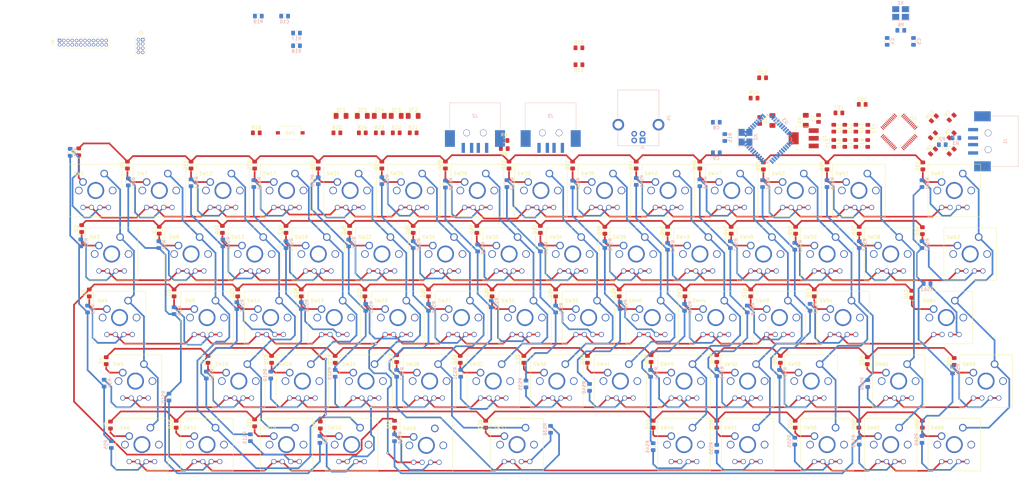
<source format=kicad_pcb>
(kicad_pcb (version 20171130) (host pcbnew "(5.0.1)-3")
  (layers (0 F.Cu signal) (31 B.Cu signal) (34 B.Paste user) (35 F.Paste user) (36 B.SilkS user) (37 F.SilkS user) (38 B.Mask user) (39 F.Mask user) (44 Edge.Cuts user))
  (net 0 "")
  (net 1 GND)
  (net 2 VCC)
  (net 3 DGND)
  (net 4 /RESET1#)
  (net 5 "Net-(C4-Pad2)")
  (net 6 "Net-(C5-Pad2)")
  (net 7 DVCC)
  (net 8 "Net-(C8-Pad2)")
  (net 9 "Net-(C9-Pad2)")
  (net 10 "Net-(C10-Pad1)")
  (net 11 AVCC)
  (net 12 "Net-(D1-Pad1)")
  (net 13 row1)
  (net 14 row2)
  (net 15 "Net-(D2-Pad1)")
  (net 16 "Net-(D3-Pad1)")
  (net 17 row3)
  (net 18 "Net-(D4-Pad1)")
  (net 19 row4)
  (net 20 row5)
  (net 21 "Net-(D5-Pad1)")
  (net 22 "Net-(D6-Pad1)")
  (net 23 "Net-(D7-Pad1)")
  (net 24 "Net-(D8-Pad1)")
  (net 25 "Net-(D9-Pad1)")
  (net 26 "Net-(D10-Pad1)")
  (net 27 "Net-(D11-Pad1)")
  (net 28 "Net-(D12-Pad1)")
  (net 29 "Net-(D13-Pad1)")
  (net 30 "Net-(D14-Pad1)")
  (net 31 "Net-(D15-Pad1)")
  (net 32 "Net-(D16-Pad1)")
  (net 33 "Net-(D17-Pad1)")
  (net 34 "Net-(D18-Pad1)")
  (net 35 "Net-(D19-Pad1)")
  (net 36 "Net-(D20-Pad1)")
  (net 37 "Net-(D21-Pad1)")
  (net 38 "Net-(D22-Pad1)")
  (net 39 "Net-(D23-Pad1)")
  (net 40 "Net-(D24-Pad1)")
  (net 41 "Net-(D25-Pad1)")
  (net 42 "Net-(D26-Pad1)")
  (net 43 "Net-(D27-Pad1)")
  (net 44 "Net-(D28-Pad1)")
  (net 45 "Net-(D29-Pad1)")
  (net 46 "Net-(D30-Pad1)")
  (net 47 "Net-(D31-Pad1)")
  (net 48 "Net-(D32-Pad1)")
  (net 49 "Net-(D33-Pad1)")
  (net 50 "Net-(D34-Pad1)")
  (net 51 "Net-(D35-Pad1)")
  (net 52 "Net-(D36-Pad1)")
  (net 53 "Net-(D37-Pad1)")
  (net 54 "Net-(D38-Pad1)")
  (net 55 "Net-(D39-Pad1)")
  (net 56 "Net-(D40-Pad1)")
  (net 57 "Net-(D41-Pad1)")
  (net 58 "Net-(D42-Pad1)")
  (net 59 "Net-(D43-Pad1)")
  (net 60 "Net-(D44-Pad1)")
  (net 61 "Net-(D45-Pad1)")
  (net 62 "Net-(D46-Pad1)")
  (net 63 "Net-(D47-Pad1)")
  (net 64 "Net-(D48-Pad1)")
  (net 65 "Net-(D49-Pad1)")
  (net 66 "Net-(D50-Pad1)")
  (net 67 "Net-(D51-Pad1)")
  (net 68 "Net-(D52-Pad1)")
  (net 69 "Net-(D53-Pad1)")
  (net 70 "Net-(D54-Pad1)")
  (net 71 "Net-(D55-Pad1)")
  (net 72 "Net-(D56-Pad1)")
  (net 73 "Net-(D57-Pad1)")
  (net 74 "Net-(D58-Pad1)")
  (net 75 "Net-(D59-Pad1)")
  (net 76 "Net-(D60-Pad1)")
  (net 77 "Net-(D61-Pad1)")
  (net 78 "Net-(D62-Pad1)")
  (net 79 "Net-(D63-Pad1)")
  (net 80 "Net-(D64-Pad1)")
  (net 81 "Net-(D65-Pad1)")
  (net 82 "Net-(DF1-Pad1)")
  (net 83 "Net-(DF2-Pad1)")
  (net 84 "Net-(DF3-Pad1)")
  (net 85 "Net-(DF4-Pad1)")
  (net 86 "Net-(DF5-Pad1)")
  (net 87 "Net-(J1-Pad2)")
  (net 88 "Net-(J1-Pad3)")
  (net 89 "Net-(J1-Pad5)")
  (net 90 "Net-(J2-Pad5)")
  (net 91 "Net-(J2-Pad3)")
  (net 92 "Net-(J2-Pad2)")
  (net 93 "Net-(J3-Pad2)")
  (net 94 "Net-(J3-Pad3)")
  (net 95 "Net-(J3-Pad5)")
  (net 96 "Net-(J4-Pad2)")
  (net 97 "Net-(J4-Pad3)")
  (net 98 "Net-(J4-Pad5)")
  (net 99 col8)
  (net 100 col14)
  (net 101 caps_led)
  (net 102 "Net-(J5-Pad5)")
  (net 103 "Net-(J5-Pad6)")
  (net 104 /RESET2#)
  (net 105 lrow1)
  (net 106 lrow2)
  (net 107 lrow3)
  (net 108 lrow4)
  (net 109 lrow5)
  (net 110 lcol1)
  (net 111 lcol2)
  (net 112 lcol3)
  (net 113 lcol4)
  (net 114 lcol5)
  (net 115 lcol6)
  (net 116 lcol7)
  (net 117 lcol8)
  (net 118 lcol9)
  (net 119 lcol10)
  (net 120 lcol11)
  (net 121 lcol12)
  (net 122 lcol13)
  (net 123 lcol14)
  (net 124 "Net-(J6-Pad20)")
  (net 125 /GPIO0)
  (net 126 /GPIO1)
  (net 127 /GPIO2)
  (net 128 /GPIO3)
  (net 129 /DP2)
  (net 130 /DM2)
  (net 131 "Net-(R4-Pad1)")
  (net 132 "Net-(R5-Pad1)")
  (net 133 "Net-(R7-Pad1)")
  (net 134 /DP3)
  (net 135 /DM3)
  (net 136 /DP4)
  (net 137 /DM4)
  (net 138 /DM0)
  (net 139 "Net-(R13-Pad1)")
  (net 140 /DP0)
  (net 141 "Net-(R17-Pad1)")
  (net 142 /DM1)
  (net 143 /DP1)
  (net 144 "Net-(R18-Pad1)")
  (net 145 "Net-(R19-Pad1)")
  (net 146 "Net-(RS1-Pad2)")
  (net 147 "Net-(RS2-Pad2)")
  (net 148 "Net-(RS3-Pad2)")
  (net 149 "Net-(RS4-Pad2)")
  (net 150 "Net-(RS5-Pad2)")
  (net 151 "Net-(RS6-Pad2)")
  (net 152 "Net-(RS7-Pad2)")
  (net 153 "Net-(RS8-Pad2)")
  (net 154 "Net-(RS9-Pad2)")
  (net 155 "Net-(RS10-Pad2)")
  (net 156 "Net-(RS11-Pad2)")
  (net 157 "Net-(RS12-Pad2)")
  (net 158 "Net-(RS13-Pad2)")
  (net 159 "Net-(RS14-Pad2)")
  (net 160 "Net-(RS15-Pad2)")
  (net 161 "Net-(RS16-Pad2)")
  (net 162 "Net-(RS17-Pad2)")
  (net 163 "Net-(RS18-Pad2)")
  (net 164 "Net-(RS19-Pad2)")
  (net 165 "Net-(RS20-Pad2)")
  (net 166 "Net-(RS21-Pad2)")
  (net 167 "Net-(RS22-Pad2)")
  (net 168 "Net-(RS23-Pad2)")
  (net 169 "Net-(RS24-Pad2)")
  (net 170 "Net-(RS25-Pad2)")
  (net 171 "Net-(RS26-Pad2)")
  (net 172 "Net-(RS27-Pad2)")
  (net 173 "Net-(RS28-Pad2)")
  (net 174 "Net-(RS29-Pad2)")
  (net 175 "Net-(RS30-Pad2)")
  (net 176 "Net-(RS31-Pad2)")
  (net 177 "Net-(RS32-Pad2)")
  (net 178 "Net-(RS33-Pad2)")
  (net 179 "Net-(RS34-Pad2)")
  (net 180 "Net-(RS35-Pad2)")
  (net 181 "Net-(RS36-Pad2)")
  (net 182 "Net-(RS37-Pad2)")
  (net 183 "Net-(RS38-Pad2)")
  (net 184 "Net-(RS39-Pad2)")
  (net 185 "Net-(RS40-Pad2)")
  (net 186 "Net-(RS41-Pad2)")
  (net 187 "Net-(RS42-Pad2)")
  (net 188 "Net-(RS43-Pad2)")
  (net 189 "Net-(RS44-Pad2)")
  (net 190 "Net-(RS45-Pad2)")
  (net 191 col11)
  (net 192 "Net-(RS46-Pad2)")
  (net 193 "Net-(RS47-Pad2)")
  (net 194 "Net-(RS48-Pad2)")
  (net 195 "Net-(RS49-Pad2)")
  (net 196 "Net-(RS50-Pad2)")
  (net 197 "Net-(RS51-Pad2)")
  (net 198 "Net-(RS52-Pad2)")
  (net 199 "Net-(RS53-Pad2)")
  (net 200 "Net-(RS54-Pad2)")
  (net 201 "Net-(RS55-Pad2)")
  (net 202 "Net-(RS56-Pad2)")
  (net 203 "Net-(RS57-Pad2)")
  (net 204 "Net-(RS58-Pad2)")
  (net 205 "Net-(RS59-Pad2)")
  (net 206 "Net-(RS60-Pad2)")
  (net 207 "Net-(RS61-Pad2)")
  (net 208 "Net-(RS62-Pad2)")
  (net 209 "Net-(RS63-Pad2)")
  (net 210 "Net-(RS64-Pad2)")
  (net 211 "Net-(RS65-Pad2)")
  (net 212 col1)
  (net 213 col2)
  (net 214 col3)
  (net 215 col4)
  (net 216 col5)
  (net 217 col6)
  (net 218 col7)
  (net 219 col9)
  (net 220 col10)
  (net 221 "Net-(SW46-Pad3)")
  (net 222 "Net-(SW51-Pad3)")
  (net 223 col12)
  (net 224 col13)
  (net 225 "Net-(U2-Pad24)")
  (net 226 "Net-(U2-Pad25)")
  (net 227 "Net-(U2-Pad31)")
  (net 228 "Net-(U2-Pad32)")
  (net 229 "Net-(U2-Pad35)")
  (net 230 "Net-(U2-Pad36)")
  (net 231 "Net-(U2-Pad45)")
  (net 232 "Net-(U2-Pad46)")
  (net 233 "Net-(U3-Pad8)")
  (net 234 /col15)
  (net 235 "Net-(U3-Pad42)")
  (net 236 "Net-(X1-Pad4)")
  (net 237 "Net-(X1-Pad2)")
  (net 238 "Net-(X2-Pad2)")
  (net 239 "Net-(X2-Pad4)")
  (module mykeyboard:MX_LED (layer F.Cu) (at 96.675 64.275)
    (fp_text reference SW17 (at -5.08 -5.08) (layer F.SilkS))
    (fp_text value KEY)
    (pad "" connect rect (at 2.54 5.08) (size 1.27 0.508) (layers F.Cu F.Mask))
    (pad "" connect rect (at -2.54 5.08) (size 1.27 0.508) (layers F.Cu F.Mask))
    (pad "" np_thru_hole circle (at 5.08 0) (size 2.286 2.286) (drill 1.778) (layers *.Cu *.Mask))
    (pad "" np_thru_hole circle (at -5.08 0) (size 2.286 2.286) (drill 1.778) (layers *.Cu *.Mask))
    (pad 4 thru_hole circle (at 3.81 5.08) (size 1.524 1.524) (drill 1.143) (layers *.Cu *.Mask) (net 161 "Net-(RS16-Pad2)"))
    (pad 4 thru_hole circle (at 1.27 5.08) (size 1.524 1.524) (drill 1.143) (layers *.Cu *.Mask) (net 161 "Net-(RS16-Pad2)"))
    (pad 3 thru_hole circle (at -1.27 5.08) (size 1.524 1.524) (drill 1.143) (layers *.Cu *.Mask) (net 105 lrow1))
    (pad 3 thru_hole circle (at -3.81 5.08) (size 1.524 1.524) (drill 1.143) (layers *.Cu *.Mask) (net 105 lrow1))
    (pad 1 thru_hole circle (at 2.54 -5.08) (size 2.286 2.286) (drill 1.6002) (layers *.Cu *.Mask) (net 215 col4))
    (pad 2 thru_hole circle (at -3.81 -2.54) (size 2.286 2.286) (drill 1.6002) (layers *.Cu *.Mask) (net 32 "Net-(D16-Pad1)"))
    (pad "" np_thru_hole circle (at 0 0) (size 5.08 5.08) (drill 4.064) (layers *.Cu *.Mask))
  )
  (module mykeyboard:MX_LED (layer F.Cu) (at 91.9125 102.375)
    (fp_text reference SW14 (at -5.08 -5.08) (layer F.SilkS))
    (fp_text value KEY)
    (pad "" np_thru_hole circle (at 0 0) (size 5.08 5.08) (drill 4.064) (layers *.Cu *.Mask))
    (pad 2 thru_hole circle (at -3.81 -2.54) (size 2.286 2.286) (drill 1.6002) (layers *.Cu *.Mask) (net 29 "Net-(D13-Pad1)"))
    (pad 1 thru_hole circle (at 2.54 -5.08) (size 2.286 2.286) (drill 1.6002) (layers *.Cu *.Mask) (net 214 col3))
    (pad 3 thru_hole circle (at -3.81 5.08) (size 1.524 1.524) (drill 1.143) (layers *.Cu *.Mask) (net 107 lrow3))
    (pad 3 thru_hole circle (at -1.27 5.08) (size 1.524 1.524) (drill 1.143) (layers *.Cu *.Mask) (net 107 lrow3))
    (pad 4 thru_hole circle (at 1.27 5.08) (size 1.524 1.524) (drill 1.143) (layers *.Cu *.Mask) (net 158 "Net-(RS13-Pad2)"))
    (pad 4 thru_hole circle (at 3.81 5.08) (size 1.524 1.524) (drill 1.143) (layers *.Cu *.Mask) (net 158 "Net-(RS13-Pad2)"))
    (pad "" np_thru_hole circle (at -5.08 0) (size 2.286 2.286) (drill 1.778) (layers *.Cu *.Mask))
    (pad "" np_thru_hole circle (at 5.08 0) (size 2.286 2.286) (drill 1.778) (layers *.Cu *.Mask))
    (pad "" connect rect (at -2.54 5.08) (size 1.27 0.508) (layers F.Cu F.Mask))
    (pad "" connect rect (at 2.54 5.08) (size 1.27 0.508) (layers F.Cu F.Mask))
  )
  (module Capacitor_SMD:C_1206_3216Metric_Pad1.42x1.75mm_HandSolder (layer F.Cu) (at 242.222846 43.281298 270)
    (fp_text reference C1 (at 0 -1.82 270) (layer F.SilkS))
    (fp_text value 10u)
    (pad 2 smd roundrect (at 1.4875 0 270) (size 1.425 1.75) (layers F.Cu F.Paste F.Mask) (roundrect_rratio 0.175439) (net 1 GND))
    (pad 1 smd roundrect (at -1.4875 0 270) (size 1.425 1.75) (layers F.Cu F.Paste F.Mask) (roundrect_rratio 0.175439) (net 2 VCC))
  )
  (module Capacitor_SMD:C_0805_2012Metric_Pad1.15x1.40mm_HandSolder (layer F.Cu) (at 290.313 47.752 225)
    (fp_text reference C2 (at 0 -1.65 225) (layer F.SilkS))
    (fp_text value 104)
    (pad 2 smd roundrect (at 1.024999 0 225) (size 1.15 1.4) (layers F.Cu F.Paste F.Mask) (roundrect_rratio 0.217391) (net 3 DGND))
    (pad 1 smd roundrect (at -1.024999 0 225) (size 1.15 1.4) (layers F.Cu F.Paste F.Mask) (roundrect_rratio 0.217391) (net 4 /RESET1#))
  )
  (module Capacitor_SMD:C_0805_2012Metric_Pad1.15x1.40mm_HandSolder (layer F.Cu) (at 238.412845 43.281298 270)
    (fp_text reference C3 (at 0 -1.65 270) (layer F.SilkS))
    (fp_text value 104)
    (pad 2 smd roundrect (at 1.025 0 270) (size 1.15 1.4) (layers F.Cu F.Paste F.Mask) (roundrect_rratio 0.217391) (net 1 GND))
    (pad 1 smd roundrect (at -1.025 0 270) (size 1.15 1.4) (layers F.Cu F.Paste F.Mask) (roundrect_rratio 0.217391) (net 2 VCC))
  )
  (module Capacitor_SMD:C_0805_2012Metric_Pad1.15x1.40mm_HandSolder (layer B.Cu) (at 276.606 19.567 90)
    (fp_text reference C4 (at 0 1.65 90) (layer B.SilkS) (effects (justify mirror)))
    (fp_text value 22p)
    (pad 1 smd roundrect (at -1.025 0 90) (size 1.15 1.4) (layers B.Cu B.Paste B.Mask) (roundrect_rratio 0.217391) (net 3 DGND))
    (pad 2 smd roundrect (at 1.025 0 90) (size 1.15 1.4) (layers B.Cu B.Paste B.Mask) (roundrect_rratio 0.217391) (net 5 "Net-(C4-Pad2)"))
  )
  (module Capacitor_SMD:C_0805_2012Metric_Pad1.15x1.40mm_HandSolder (layer B.Cu) (at 284.48 19.567 90)
    (fp_text reference C5 (at 0 1.65 90) (layer B.SilkS) (effects (justify mirror)))
    (fp_text value 22p)
    (pad 1 smd roundrect (at -1.025 0 90) (size 1.15 1.4) (layers B.Cu B.Paste B.Mask) (roundrect_rratio 0.217391) (net 3 DGND))
    (pad 2 smd roundrect (at 1.025 0 90) (size 1.15 1.4) (layers B.Cu B.Paste B.Mask) (roundrect_rratio 0.217391) (net 6 "Net-(C5-Pad2)"))
  )
  (module Capacitor_SMD:C_1206_3216Metric_Pad1.42x1.75mm_HandSolder (layer F.Cu) (at 252.222 43.2165 90)
    (fp_text reference C6 (at 0 -1.82 90) (layer F.SilkS))
    (fp_text value 10u)
    (pad 1 smd roundrect (at -1.4875 0 90) (size 1.425 1.75) (layers F.Cu F.Paste F.Mask) (roundrect_rratio 0.175439) (net 7 DVCC))
    (pad 2 smd roundrect (at 1.4875 0 90) (size 1.425 1.75) (layers F.Cu F.Paste F.Mask) (roundrect_rratio 0.175439) (net 3 DGND))
  )
  (module Capacitor_SMD:C_0805_2012Metric_Pad1.15x1.40mm_HandSolder (layer F.Cu) (at 256.032 42.681 90)
    (fp_text reference C7 (at 0 -1.65 90) (layer F.SilkS))
    (fp_text value 104)
    (pad 1 smd roundrect (at -1.025 0 90) (size 1.15 1.4) (layers F.Cu F.Paste F.Mask) (roundrect_rratio 0.217391) (net 7 DVCC))
    (pad 2 smd roundrect (at 1.025 0 90) (size 1.15 1.4) (layers F.Cu F.Paste F.Mask) (roundrect_rratio 0.217391) (net 3 DGND))
  )
  (module Capacitor_SMD:C_0805_2012Metric_Pad1.15x1.40mm_HandSolder (layer B.Cu) (at 225.412205 43.815434)
    (fp_text reference C8 (at 0 1.65) (layer B.SilkS) (effects (justify mirror)))
    (fp_text value 22p)
    (pad 2 smd roundrect (at 1.025 0) (size 1.15 1.4) (layers B.Cu B.Paste B.Mask) (roundrect_rratio 0.217391) (net 8 "Net-(C8-Pad2)"))
    (pad 1 smd roundrect (at -1.025 0) (size 1.15 1.4) (layers B.Cu B.Paste B.Mask) (roundrect_rratio 0.217391) (net 1 GND))
  )
  (module Capacitor_SMD:C_0805_2012Metric_Pad1.15x1.40mm_HandSolder (layer B.Cu) (at 225.421205 52.959434)
    (fp_text reference C9 (at 0 1.65) (layer B.SilkS) (effects (justify mirror)))
    (fp_text value 22p)
    (pad 1 smd roundrect (at -1.025 0) (size 1.15 1.4) (layers B.Cu B.Paste B.Mask) (roundrect_rratio 0.217391) (net 1 GND))
    (pad 2 smd roundrect (at 1.025 0) (size 1.15 1.4) (layers B.Cu B.Paste B.Mask) (roundrect_rratio 0.217391) (net 9 "Net-(C9-Pad2)"))
  )
  (module Capacitor_SMD:C_0805_2012Metric_Pad1.15x1.40mm_HandSolder (layer B.Cu) (at 96.100408 11.989881)
    (fp_text reference C10 (at 0 1.65) (layer B.SilkS) (effects (justify mirror)))
    (fp_text value 104)
    (pad 1 smd roundrect (at -1.025 0) (size 1.15 1.4) (layers B.Cu B.Paste B.Mask) (roundrect_rratio 0.217391) (net 10 "Net-(C10-Pad1)"))
    (pad 2 smd roundrect (at 1.025 0) (size 1.15 1.4) (layers B.Cu B.Paste B.Mask) (roundrect_rratio 0.217391) (net 1 GND))
  )
  (module Capacitor_SMD:C_0805_2012Metric_Pad1.15x1.40mm_HandSolder (layer F.Cu) (at 260.604 45.602 270)
    (fp_text reference C11 (at 0 -1.65 270) (layer F.SilkS))
    (fp_text value 104)
    (pad 1 smd roundrect (at -1.025 0 270) (size 1.15 1.4) (layers F.Cu F.Paste F.Mask) (roundrect_rratio 0.217391) (net 11 AVCC))
    (pad 2 smd roundrect (at 1.025 0 270) (size 1.15 1.4) (layers F.Cu F.Paste F.Mask) (roundrect_rratio 0.217391) (net 1 GND))
  )
  (module Capacitor_SMD:C_0805_2012Metric_Pad1.15x1.40mm_HandSolder (layer F.Cu) (at 263.906 45.602 270)
    (fp_text reference C12 (at 0 -1.65 270) (layer F.SilkS))
    (fp_text value 104)
    (pad 2 smd roundrect (at 1.025 0 270) (size 1.15 1.4) (layers F.Cu F.Paste F.Mask) (roundrect_rratio 0.217391) (net 1 GND))
    (pad 1 smd roundrect (at -1.025 0 270) (size 1.15 1.4) (layers F.Cu F.Paste F.Mask) (roundrect_rratio 0.217391) (net 11 AVCC))
  )
  (module Capacitor_SMD:C_0805_2012Metric_Pad1.15x1.40mm_HandSolder (layer F.Cu) (at 267.208 45.602 270)
    (fp_text reference C13 (at 0 -1.65 270) (layer F.SilkS))
    (fp_text value 104)
    (pad 1 smd roundrect (at -1.025 0 270) (size 1.15 1.4) (layers F.Cu F.Paste F.Mask) (roundrect_rratio 0.217391) (net 11 AVCC))
    (pad 2 smd roundrect (at 1.025 0 270) (size 1.15 1.4) (layers F.Cu F.Paste F.Mask) (roundrect_rratio 0.217391) (net 1 GND))
  )
  (module Capacitor_SMD:C_0805_2012Metric_Pad1.15x1.40mm_HandSolder (layer F.Cu) (at 270.801216 45.630216 270)
    (fp_text reference C14 (at 0 -1.65 270) (layer F.SilkS))
    (fp_text value 104)
    (pad 2 smd roundrect (at 1.025 0 270) (size 1.15 1.4) (layers F.Cu F.Paste F.Mask) (roundrect_rratio 0.217391) (net 1 GND))
    (pad 1 smd roundrect (at -1.025 0 270) (size 1.15 1.4) (layers F.Cu F.Paste F.Mask) (roundrect_rratio 0.217391) (net 11 AVCC))
  )
  (module Capacitor_SMD:C_0805_2012Metric_Pad1.15x1.40mm_HandSolder (layer F.Cu) (at 260.604 50.165 90)
    (fp_text reference C15 (at 0 -1.65 90) (layer F.SilkS))
    (fp_text value 104)
    (pad 1 smd roundrect (at -1.025 0 90) (size 1.15 1.4) (layers F.Cu F.Paste F.Mask) (roundrect_rratio 0.217391) (net 7 DVCC))
    (pad 2 smd roundrect (at 1.025 0 90) (size 1.15 1.4) (layers F.Cu F.Paste F.Mask) (roundrect_rratio 0.217391) (net 3 DGND))
  )
  (module Capacitor_SMD:C_0805_2012Metric_Pad1.15x1.40mm_HandSolder (layer F.Cu) (at 263.906 50.165 90)
    (fp_text reference C16 (at 0 -1.65 90) (layer F.SilkS))
    (fp_text value 104)
    (pad 2 smd roundrect (at 1.025 0 90) (size 1.15 1.4) (layers F.Cu F.Paste F.Mask) (roundrect_rratio 0.217391) (net 3 DGND))
    (pad 1 smd roundrect (at -1.025 0 90) (size 1.15 1.4) (layers F.Cu F.Paste F.Mask) (roundrect_rratio 0.217391) (net 7 DVCC))
  )
  (module Capacitor_SMD:C_0805_2012Metric_Pad1.15x1.40mm_HandSolder (layer F.Cu) (at 267.208 50.165 90)
    (fp_text reference C17 (at 0 -1.65 90) (layer F.SilkS))
    (fp_text value 104)
    (pad 2 smd roundrect (at 1.025 0 90) (size 1.15 1.4) (layers F.Cu F.Paste F.Mask) (roundrect_rratio 0.217391) (net 3 DGND))
    (pad 1 smd roundrect (at -1.025 0 90) (size 1.15 1.4) (layers F.Cu F.Paste F.Mask) (roundrect_rratio 0.217391) (net 7 DVCC))
  )
  (module Capacitor_SMD:C_0805_2012Metric_Pad1.15x1.40mm_HandSolder (layer F.Cu) (at 270.764 50.173999 90)
    (fp_text reference C18 (at 0 -1.65 90) (layer F.SilkS))
    (fp_text value 104)
    (pad 2 smd roundrect (at 1.025 0 90) (size 1.15 1.4) (layers F.Cu F.Paste F.Mask) (roundrect_rratio 0.217391) (net 3 DGND))
    (pad 1 smd roundrect (at -1.025 0 90) (size 1.15 1.4) (layers F.Cu F.Paste F.Mask) (roundrect_rratio 0.217391) (net 7 DVCC))
  )
  (module Diode_SMD:D_0805_2012Metric_Pad1.15x1.40mm_HandSolder (layer F.Cu) (at 34.417 52.678 90)
    (fp_text reference D1 (at 0 -1.65 90) (layer F.SilkS))
    (fp_text value D_ALT)
    (pad 1 smd roundrect (at -1.025 0 90) (size 1.15 1.4) (layers F.Cu F.Paste F.Mask) (roundrect_rratio 0.217391) (net 12 "Net-(D1-Pad1)"))
    (pad 2 smd roundrect (at 1.025 0 90) (size 1.15 1.4) (layers F.Cu F.Paste F.Mask) (roundrect_rratio 0.217391) (net 13 row1))
  )
  (module Diode_SMD:D_0805_2012Metric_Pad1.15x1.40mm_HandSolder (layer F.Cu) (at 35.306 75.683 90)
    (fp_text reference D2 (at 0 -1.65 90) (layer F.SilkS))
    (fp_text value D_ALT)
    (pad 2 smd roundrect (at 1.025 0 90) (size 1.15 1.4) (layers F.Cu F.Paste F.Mask) (roundrect_rratio 0.217391) (net 14 row2))
    (pad 1 smd roundrect (at -1.025 0 90) (size 1.15 1.4) (layers F.Cu F.Paste F.Mask) (roundrect_rratio 0.217391) (net 15 "Net-(D2-Pad1)"))
  )
  (module Diode_SMD:D_0805_2012Metric_Pad1.15x1.40mm_HandSolder (layer F.Cu) (at 37.592 94.978 90)
    (fp_text reference D3 (at 0 -1.65 90) (layer F.SilkS))
    (fp_text value D_ALT)
    (pad 1 smd roundrect (at -1.025 0 90) (size 1.15 1.4) (layers F.Cu F.Paste F.Mask) (roundrect_rratio 0.217391) (net 16 "Net-(D3-Pad1)"))
    (pad 2 smd roundrect (at 1.025 0 90) (size 1.15 1.4) (layers F.Cu F.Paste F.Mask) (roundrect_rratio 0.217391) (net 17 row3))
  )
  (module Diode_SMD:D_0805_2012Metric_Pad1.15x1.40mm_HandSolder (layer F.Cu) (at 42.672 115.298 90)
    (fp_text reference D4 (at 0 -1.65 90) (layer F.SilkS))
    (fp_text value D_ALT)
    (pad 1 smd roundrect (at -1.025 0 90) (size 1.15 1.4) (layers F.Cu F.Paste F.Mask) (roundrect_rratio 0.217391) (net 18 "Net-(D4-Pad1)"))
    (pad 2 smd roundrect (at 1.025 0 90) (size 1.15 1.4) (layers F.Cu F.Paste F.Mask) (roundrect_rratio 0.217391) (net 19 row4))
  )
  (module Diode_SMD:D_0805_2012Metric_Pad1.15x1.40mm_HandSolder (layer F.Cu) (at 43.942 134.593 90)
    (fp_text reference D5 (at 0 -1.65 90) (layer F.SilkS))
    (fp_text value D_ALT)
    (pad 2 smd roundrect (at 1.025 0 90) (size 1.15 1.4) (layers F.Cu F.Paste F.Mask) (roundrect_rratio 0.217391) (net 20 row5))
    (pad 1 smd roundrect (at -1.025 0 90) (size 1.15 1.4) (layers F.Cu F.Paste F.Mask) (roundrect_rratio 0.217391) (net 21 "Net-(D5-Pad1)"))
  )
  (module Diode_SMD:D_0805_2012Metric_Pad1.15x1.40mm_HandSolder (layer F.Cu) (at 49.022 56.642 90)
    (fp_text reference D6 (at 0 -1.65 90) (layer F.SilkS))
    (fp_text value D_ALT)
    (pad 2 smd roundrect (at 1.025 0 90) (size 1.15 1.4) (layers F.Cu F.Paste F.Mask) (roundrect_rratio 0.217391) (net 13 row1))
    (pad 1 smd roundrect (at -1.025 0 90) (size 1.15 1.4) (layers F.Cu F.Paste F.Mask) (roundrect_rratio 0.217391) (net 22 "Net-(D6-Pad1)"))
  )
  (module Diode_SMD:D_0805_2012Metric_Pad1.15x1.40mm_HandSolder (layer F.Cu) (at 58.547 76.173 90)
    (fp_text reference D7 (at 0 -1.65 90) (layer F.SilkS))
    (fp_text value D_ALT)
    (pad 1 smd roundrect (at -1.025 0 90) (size 1.15 1.4) (layers F.Cu F.Paste F.Mask) (roundrect_rratio 0.217391) (net 23 "Net-(D7-Pad1)"))
    (pad 2 smd roundrect (at 1.025 0 90) (size 1.15 1.4) (layers F.Cu F.Paste F.Mask) (roundrect_rratio 0.217391) (net 14 row2))
  )
  (module Diode_SMD:D_0805_2012Metric_Pad1.15x1.40mm_HandSolder (layer F.Cu) (at 62.992 94.978 90)
    (fp_text reference D8 (at 0 -1.65 90) (layer F.SilkS))
    (fp_text value D_ALT)
    (pad 2 smd roundrect (at 1.025 0 90) (size 1.15 1.4) (layers F.Cu F.Paste F.Mask) (roundrect_rratio 0.217391) (net 17 row3))
    (pad 1 smd roundrect (at -1.025 0 90) (size 1.15 1.4) (layers F.Cu F.Paste F.Mask) (roundrect_rratio 0.217391) (net 24 "Net-(D8-Pad1)"))
  )
  (module Diode_SMD:D_0805_2012Metric_Pad1.15x1.40mm_HandSolder (layer F.Cu) (at 106.807 134.593 90)
    (fp_text reference D9 (at 0 -1.65 90) (layer F.SilkS))
    (fp_text value D_ALT)
    (pad 1 smd roundrect (at -1.025 0 90) (size 1.15 1.4) (layers F.Cu F.Paste F.Mask) (roundrect_rratio 0.217391) (net 25 "Net-(D9-Pad1)"))
    (pad 2 smd roundrect (at 1.025 0 90) (size 1.15 1.4) (layers F.Cu F.Paste F.Mask) (roundrect_rratio 0.217391) (net 19 row4))
  )
  (module Diode_SMD:D_0805_2012Metric_Pad1.15x1.40mm_HandSolder (layer F.Cu) (at 63.627 134.348 90)
    (fp_text reference D10 (at 0 -1.65 90) (layer F.SilkS))
    (fp_text value D_ALT)
    (pad 1 smd roundrect (at -1.025 0 90) (size 1.15 1.4) (layers F.Cu F.Paste F.Mask) (roundrect_rratio 0.217391) (net 26 "Net-(D10-Pad1)"))
    (pad 2 smd roundrect (at 1.025 0 90) (size 1.15 1.4) (layers F.Cu F.Paste F.Mask) (roundrect_rratio 0.217391) (net 20 row5))
  )
  (module Diode_SMD:D_0805_2012Metric_Pad1.15x1.40mm_HandSolder (layer F.Cu) (at 68.072 56.642 90)
    (fp_text reference D11 (at 0 -1.65 90) (layer F.SilkS))
    (fp_text value D_ALT)
    (pad 1 smd roundrect (at -1.025 0 90) (size 1.15 1.4) (layers F.Cu F.Paste F.Mask) (roundrect_rratio 0.217391) (net 27 "Net-(D11-Pad1)"))
    (pad 2 smd roundrect (at 1.025 0 90) (size 1.15 1.4) (layers F.Cu F.Paste F.Mask) (roundrect_rratio 0.217391) (net 13 row1))
  )
  (module Diode_SMD:D_0805_2012Metric_Pad1.15x1.40mm_HandSolder (layer F.Cu) (at 77.47 75.937 90)
    (fp_text reference D12 (at 0 -1.65 90) (layer F.SilkS))
    (fp_text value D_ALT)
    (pad 2 smd roundrect (at 1.025 0 90) (size 1.15 1.4) (layers F.Cu F.Paste F.Mask) (roundrect_rratio 0.217391) (net 14 row2))
    (pad 1 smd roundrect (at -1.025 0 90) (size 1.15 1.4) (layers F.Cu F.Paste F.Mask) (roundrect_rratio 0.217391) (net 28 "Net-(D12-Pad1)"))
  )
  (module Diode_SMD:D_0805_2012Metric_Pad1.15x1.40mm_HandSolder (layer F.Cu) (at 82.042 94.978 90)
    (fp_text reference D13 (at 0 -1.65 90) (layer F.SilkS))
    (fp_text value D_ALT)
    (pad 1 smd roundrect (at -1.025 0 90) (size 1.15 1.4) (layers F.Cu F.Paste F.Mask) (roundrect_rratio 0.217391) (net 29 "Net-(D13-Pad1)"))
    (pad 2 smd roundrect (at 1.025 0 90) (size 1.15 1.4) (layers F.Cu F.Paste F.Mask) (roundrect_rratio 0.217391) (net 17 row3))
  )
  (module Diode_SMD:D_0805_2012Metric_Pad1.15x1.40mm_HandSolder (layer F.Cu) (at 73.152 114.908 90)
    (fp_text reference D14 (at 0 -1.65 90) (layer F.SilkS))
    (fp_text value D_ALT)
    (pad 1 smd roundrect (at -1.025 0 90) (size 1.15 1.4) (layers F.Cu F.Paste F.Mask) (roundrect_rratio 0.217391) (net 30 "Net-(D14-Pad1)"))
    (pad 2 smd roundrect (at 1.025 0 90) (size 1.15 1.4) (layers F.Cu F.Paste F.Mask) (roundrect_rratio 0.217391) (net 19 row4))
  )
  (module Diode_SMD:D_0805_2012Metric_Pad1.15x1.40mm_HandSolder (layer F.Cu) (at 87.122 133.958001 90)
    (fp_text reference D15 (at 0 -1.65 90) (layer F.SilkS))
    (fp_text value D_ALT)
    (pad 1 smd roundrect (at -1.025 0 90) (size 1.15 1.4) (layers F.Cu F.Paste F.Mask) (roundrect_rratio 0.217391) (net 31 "Net-(D15-Pad1)"))
    (pad 2 smd roundrect (at 1.025 0 90) (size 1.15 1.4) (layers F.Cu F.Paste F.Mask) (roundrect_rratio 0.217391) (net 20 row5))
  )
  (module Diode_SMD:D_0805_2012Metric_Pad1.15x1.40mm_HandSolder (layer F.Cu) (at 87.122 56.650999 90)
    (fp_text reference D16 (at 0 -1.65 90) (layer F.SilkS))
    (fp_text value D_ALT)
    (pad 2 smd roundrect (at 1.025 0 90) (size 1.15 1.4) (layers F.Cu F.Paste F.Mask) (roundrect_rratio 0.217391) (net 13 row1))
    (pad 1 smd roundrect (at -1.025 0 90) (size 1.15 1.4) (layers F.Cu F.Paste F.Mask) (roundrect_rratio 0.217391) (net 32 "Net-(D16-Pad1)"))
  )
  (module Diode_SMD:D_0805_2012Metric_Pad1.15x1.40mm_HandSolder (layer F.Cu) (at 96.52 75.937 90)
    (fp_text reference D17 (at 0 -1.65 90) (layer F.SilkS))
    (fp_text value D_ALT)
    (pad 1 smd roundrect (at -1.025 0 90) (size 1.15 1.4) (layers F.Cu F.Paste F.Mask) (roundrect_rratio 0.217391) (net 33 "Net-(D17-Pad1)"))
    (pad 2 smd roundrect (at 1.025 0 90) (size 1.15 1.4) (layers F.Cu F.Paste F.Mask) (roundrect_rratio 0.217391) (net 14 row2))
  )
  (module Diode_SMD:D_0805_2012Metric_Pad1.15x1.40mm_HandSolder (layer F.Cu) (at 101.092 94.978 90)
    (fp_text reference D18 (at 0 -1.65 90) (layer F.SilkS))
    (fp_text value D_ALT)
    (pad 1 smd roundrect (at -1.025 0 90) (size 1.15 1.4) (layers F.Cu F.Paste F.Mask) (roundrect_rratio 0.217391) (net 34 "Net-(D18-Pad1)"))
    (pad 2 smd roundrect (at 1.025 0 90) (size 1.15 1.4) (layers F.Cu F.Paste F.Mask) (roundrect_rratio 0.217391) (net 17 row3))
  )
  (module Diode_SMD:D_0805_2012Metric_Pad1.15x1.40mm_HandSolder (layer F.Cu) (at 92.202 114.908 90)
    (fp_text reference D19 (at 0 -1.65 90) (layer F.SilkS))
    (fp_text value D_ALT)
    (pad 2 smd roundrect (at 1.025 0 90) (size 1.15 1.4) (layers F.Cu F.Paste F.Mask) (roundrect_rratio 0.217391) (net 19 row4))
    (pad 1 smd roundrect (at -1.025 0 90) (size 1.15 1.4) (layers F.Cu F.Paste F.Mask) (roundrect_rratio 0.217391) (net 35 "Net-(D19-Pad1)"))
  )
  (module Diode_SMD:D_0805_2012Metric_Pad1.15x1.40mm_HandSolder (layer F.Cu) (at 106.172 56.642 90)
    (fp_text reference D20 (at 0 -1.65 90) (layer F.SilkS))
    (fp_text value D_ALT)
    (pad 1 smd roundrect (at -1.025 0 90) (size 1.15 1.4) (layers F.Cu F.Paste F.Mask) (roundrect_rratio 0.217391) (net 36 "Net-(D20-Pad1)"))
    (pad 2 smd roundrect (at 1.025 0 90) (size 1.15 1.4) (layers F.Cu F.Paste F.Mask) (roundrect_rratio 0.217391) (net 13 row1))
  )
  (module Diode_SMD:D_0805_2012Metric_Pad1.15x1.40mm_HandSolder (layer F.Cu) (at 115.57 75.937 90)
    (fp_text reference D21 (at 0 -1.65 90) (layer F.SilkS))
    (fp_text value D_ALT)
    (pad 2 smd roundrect (at 1.025 0 90) (size 1.15 1.4) (layers F.Cu F.Paste F.Mask) (roundrect_rratio 0.217391) (net 14 row2))
    (pad 1 smd roundrect (at -1.025 0 90) (size 1.15 1.4) (layers F.Cu F.Paste F.Mask) (roundrect_rratio 0.217391) (net 37 "Net-(D21-Pad1)"))
  )
  (module Diode_SMD:D_0805_2012Metric_Pad1.15x1.40mm_HandSolder (layer F.Cu) (at 120.142 94.978 90)
    (fp_text reference D22 (at 0 -1.65 90) (layer F.SilkS))
    (fp_text value D_ALT)
    (pad 2 smd roundrect (at 1.025 0 90) (size 1.15 1.4) (layers F.Cu F.Paste F.Mask) (roundrect_rratio 0.217391) (net 17 row3))
    (pad 1 smd roundrect (at -1.025 0 90) (size 1.15 1.4) (layers F.Cu F.Paste F.Mask) (roundrect_rratio 0.217391) (net 38 "Net-(D22-Pad1)"))
  )
  (module Diode_SMD:D_0805_2012Metric_Pad1.15x1.40mm_HandSolder (layer F.Cu) (at 111.252 114.908001 90)
    (fp_text reference D23 (at 0 -1.65 90) (layer F.SilkS))
    (fp_text value D_ALT)
    (pad 1 smd roundrect (at -1.025 0 90) (size 1.15 1.4) (layers F.Cu F.Paste F.Mask) (roundrect_rratio 0.217391) (net 39 "Net-(D23-Pad1)"))
    (pad 2 smd roundrect (at 1.025 0 90) (size 1.15 1.4) (layers F.Cu F.Paste F.Mask) (roundrect_rratio 0.217391) (net 19 row4))
  )
  (module Diode_SMD:D_0805_2012Metric_Pad1.15x1.40mm_HandSolder (layer F.Cu) (at 125.222 56.633 90)
    (fp_text reference D24 (at 0 -1.65 90) (layer F.SilkS))
    (fp_text value D_ALT)
    (pad 2 smd roundrect (at 1.025 0 90) (size 1.15 1.4) (layers F.Cu F.Paste F.Mask) (roundrect_rratio 0.217391) (net 13 row1))
    (pad 1 smd roundrect (at -1.025 0 90) (size 1.15 1.4) (layers F.Cu F.Paste F.Mask) (roundrect_rratio 0.217391) (net 40 "Net-(D24-Pad1)"))
  )
  (module Diode_SMD:D_0805_2012Metric_Pad1.15x1.40mm_HandSolder (layer F.Cu) (at 134.62 75.937 90)
    (fp_text reference D25 (at 0 -1.65 90) (layer F.SilkS))
    (fp_text value D_ALT)
    (pad 1 smd roundrect (at -1.025 0 90) (size 1.15 1.4) (layers F.Cu F.Paste F.Mask) (roundrect_rratio 0.217391) (net 41 "Net-(D25-Pad1)"))
    (pad 2 smd roundrect (at 1.025 0 90) (size 1.15 1.4) (layers F.Cu F.Paste F.Mask) (roundrect_rratio 0.217391) (net 14 row2))
  )
  (module Diode_SMD:D_0805_2012Metric_Pad1.15x1.40mm_HandSolder (layer F.Cu) (at 139.192 94.978 90)
    (fp_text reference D26 (at 0 -1.65 90) (layer F.SilkS))
    (fp_text value D_ALT)
    (pad 1 smd roundrect (at -1.025 0 90) (size 1.15 1.4) (layers F.Cu F.Paste F.Mask) (roundrect_rratio 0.217391) (net 42 "Net-(D26-Pad1)"))
    (pad 2 smd roundrect (at 1.025 0 90) (size 1.15 1.4) (layers F.Cu F.Paste F.Mask) (roundrect_rratio 0.217391) (net 17 row3))
  )
  (module Diode_SMD:D_0805_2012Metric_Pad1.15x1.40mm_HandSolder (layer F.Cu) (at 129.667 114.663 90)
    (fp_text reference D27 (at 0 -1.65 90) (layer F.SilkS))
    (fp_text value D_ALT)
    (pad 2 smd roundrect (at 1.025 0 90) (size 1.15 1.4) (layers F.Cu F.Paste F.Mask) (roundrect_rratio 0.217391) (net 19 row4))
    (pad 1 smd roundrect (at -1.025 0 90) (size 1.15 1.4) (layers F.Cu F.Paste F.Mask) (roundrect_rratio 0.217391) (net 43 "Net-(D27-Pad1)"))
  )
  (module Diode_SMD:D_0805_2012Metric_Pad1.15x1.40mm_HandSolder (layer F.Cu) (at 144.272 56.633 90)
    (fp_text reference D28 (at 0 -1.65 90) (layer F.SilkS))
    (fp_text value D_ALT)
    (pad 1 smd roundrect (at -1.025 0 90) (size 1.15 1.4) (layers F.Cu F.Paste F.Mask) (roundrect_rratio 0.217391) (net 44 "Net-(D28-Pad1)"))
    (pad 2 smd roundrect (at 1.025 0 90) (size 1.15 1.4) (layers F.Cu F.Paste F.Mask) (roundrect_rratio 0.217391) (net 13 row1))
  )
  (module Diode_SMD:D_0805_2012Metric_Pad1.15x1.40mm_HandSolder (layer F.Cu) (at 153.67 75.937 90)
    (fp_text reference D29 (at 0 -1.65 90) (layer F.SilkS))
    (fp_text value D_ALT)
    (pad 2 smd roundrect (at 1.025 0 90) (size 1.15 1.4) (layers F.Cu F.Paste F.Mask) (roundrect_rratio 0.217391) (net 14 row2))
    (pad 1 smd roundrect (at -1.025 0 90) (size 1.15 1.4) (layers F.Cu F.Paste F.Mask) (roundrect_rratio 0.217391) (net 45 "Net-(D29-Pad1)"))
  )
  (module Diode_SMD:D_0805_2012Metric_Pad1.15x1.40mm_HandSolder (layer F.Cu) (at 158.242 94.978 90)
    (fp_text reference D30 (at 0 -1.65 90) (layer F.SilkS))
    (fp_text value D_ALT)
    (pad 2 smd roundrect (at 1.025 0 90) (size 1.15 1.4) (layers F.Cu F.Paste F.Mask) (roundrect_rratio 0.217391) (net 17 row3))
    (pad 1 smd roundrect (at -1.025 0 90) (size 1.15 1.4) (layers F.Cu F.Paste F.Mask) (roundrect_rratio 0.217391) (net 46 "Net-(D30-Pad1)"))
  )
  (module Diode_SMD:D_0805_2012Metric_Pad1.15x1.40mm_HandSolder (layer F.Cu) (at 148.717 114.908001 90)
    (fp_text reference D31 (at 0 -1.65 90) (layer F.SilkS))
    (fp_text value D_ALT)
    (pad 1 smd roundrect (at -1.025 0 90) (size 1.15 1.4) (layers F.Cu F.Paste F.Mask) (roundrect_rratio 0.217391) (net 47 "Net-(D31-Pad1)"))
    (pad 2 smd roundrect (at 1.025 0 90) (size 1.15 1.4) (layers F.Cu F.Paste F.Mask) (roundrect_rratio 0.217391) (net 19 row4))
  )
  (module Diode_SMD:D_0805_2012Metric_Pad1.15x1.40mm_HandSolder (layer F.Cu) (at 163.322 56.633 90)
    (fp_text reference D32 (at 0 -1.65 90) (layer F.SilkS))
    (fp_text value D_ALT)
    (pad 2 smd roundrect (at 1.025 0 90) (size 1.15 1.4) (layers F.Cu F.Paste F.Mask) (roundrect_rratio 0.217391) (net 13 row1))
    (pad 1 smd roundrect (at -1.025 0 90) (size 1.15 1.4) (layers F.Cu F.Paste F.Mask) (roundrect_rratio 0.217391) (net 48 "Net-(D32-Pad1)"))
  )
  (module Diode_SMD:D_0805_2012Metric_Pad1.15x1.40mm_HandSolder (layer F.Cu) (at 172.72 75.937 90)
    (fp_text reference D33 (at 0 -1.65 90) (layer F.SilkS))
    (fp_text value D_ALT)
    (pad 1 smd roundrect (at -1.025 0 90) (size 1.15 1.4) (layers F.Cu F.Paste F.Mask) (roundrect_rratio 0.217391) (net 49 "Net-(D33-Pad1)"))
    (pad 2 smd roundrect (at 1.025 0 90) (size 1.15 1.4) (layers F.Cu F.Paste F.Mask) (roundrect_rratio 0.217391) (net 14 row2))
  )
  (module Diode_SMD:D_0805_2012Metric_Pad1.15x1.40mm_HandSolder (layer F.Cu) (at 177.292 94.978 90)
    (fp_text reference D34 (at 0 -1.65 90) (layer F.SilkS))
    (fp_text value D_ALT)
    (pad 2 smd roundrect (at 1.025 0 90) (size 1.15 1.4) (layers F.Cu F.Paste F.Mask) (roundrect_rratio 0.217391) (net 17 row3))
    (pad 1 smd roundrect (at -1.025 0 90) (size 1.15 1.4) (layers F.Cu F.Paste F.Mask) (roundrect_rratio 0.217391) (net 50 "Net-(D34-Pad1)"))
  )
  (module Diode_SMD:D_0805_2012Metric_Pad1.15x1.40mm_HandSolder (layer F.Cu) (at 167.767 114.908001 90)
    (fp_text reference D35 (at 0 -1.65 90) (layer F.SilkS))
    (fp_text value D_ALT)
    (pad 2 smd roundrect (at 1.025 0 90) (size 1.15 1.4) (layers F.Cu F.Paste F.Mask) (roundrect_rratio 0.217391) (net 19 row4))
    (pad 1 smd roundrect (at -1.025 0 90) (size 1.15 1.4) (layers F.Cu F.Paste F.Mask) (roundrect_rratio 0.217391) (net 51 "Net-(D35-Pad1)"))
  )
  (module Diode_SMD:D_0805_2012Metric_Pad1.15x1.40mm_HandSolder (layer F.Cu) (at 156.337 134.348 90)
    (fp_text reference D36 (at 0 -1.65 90) (layer F.SilkS))
    (fp_text value D_ALT)
    (pad 1 smd roundrect (at -1.025 0 90) (size 1.15 1.4) (layers F.Cu F.Paste F.Mask) (roundrect_rratio 0.217391) (net 52 "Net-(D36-Pad1)"))
    (pad 2 smd roundrect (at 1.025 0 90) (size 1.15 1.4) (layers F.Cu F.Paste F.Mask) (roundrect_rratio 0.217391) (net 20 row5))
  )
  (module Diode_SMD:D_0805_2012Metric_Pad1.15x1.40mm_HandSolder (layer F.Cu) (at 182.372 56.633 90)
    (fp_text reference D37 (at 0 -1.65 90) (layer F.SilkS))
    (fp_text value D_ALT)
    (pad 2 smd roundrect (at 1.025 0 90) (size 1.15 1.4) (layers F.Cu F.Paste F.Mask) (roundrect_rratio 0.217391) (net 13 row1))
    (pad 1 smd roundrect (at -1.025 0 90) (size 1.15 1.4) (layers F.Cu F.Paste F.Mask) (roundrect_rratio 0.217391) (net 53 "Net-(D37-Pad1)"))
  )
  (module Diode_SMD:D_0805_2012Metric_Pad1.15x1.40mm_HandSolder (layer F.Cu) (at 192.024 76.191 90)
    (fp_text reference D38 (at 0 -1.65 90) (layer F.SilkS))
    (fp_text value D_ALT)
    (pad 1 smd roundrect (at -1.025 0 90) (size 1.15 1.4) (layers F.Cu F.Paste F.Mask) (roundrect_rratio 0.217391) (net 54 "Net-(D38-Pad1)"))
    (pad 2 smd roundrect (at 1.025 0 90) (size 1.15 1.4) (layers F.Cu F.Paste F.Mask) (roundrect_rratio 0.217391) (net 14 row2))
  )
  (module Diode_SMD:D_0805_2012Metric_Pad1.15x1.40mm_HandSolder (layer F.Cu) (at 196.342 94.978 90)
    (fp_text reference D39 (at 0 -1.65 90) (layer F.SilkS))
    (fp_text value D_ALT)
    (pad 2 smd roundrect (at 1.025 0 90) (size 1.15 1.4) (layers F.Cu F.Paste F.Mask) (roundrect_rratio 0.217391) (net 17 row3))
    (pad 1 smd roundrect (at -1.025 0 90) (size 1.15 1.4) (layers F.Cu F.Paste F.Mask) (roundrect_rratio 0.217391) (net 55 "Net-(D39-Pad1)"))
  )
  (module Diode_SMD:D_0805_2012Metric_Pad1.15x1.40mm_HandSolder (layer F.Cu) (at 186.817 114.908 90)
    (fp_text reference D40 (at 0 -1.65 90) (layer F.SilkS))
    (fp_text value D_ALT)
    (pad 1 smd roundrect (at -1.025 0 90) (size 1.15 1.4) (layers F.Cu F.Paste F.Mask) (roundrect_rratio 0.217391) (net 56 "Net-(D40-Pad1)"))
    (pad 2 smd roundrect (at 1.025 0 90) (size 1.15 1.4) (layers F.Cu F.Paste F.Mask) (roundrect_rratio 0.217391) (net 19 row4))
  )
  (module Diode_SMD:D_0805_2012Metric_Pad1.15x1.40mm_HandSolder (layer F.Cu) (at 201.422 56.633 90)
    (fp_text reference D41 (at 0 -1.65 90) (layer F.SilkS))
    (fp_text value D_ALT)
    (pad 2 smd roundrect (at 1.025 0 90) (size 1.15 1.4) (layers F.Cu F.Paste F.Mask) (roundrect_rratio 0.217391) (net 13 row1))
    (pad 1 smd roundrect (at -1.025 0 90) (size 1.15 1.4) (layers F.Cu F.Paste F.Mask) (roundrect_rratio 0.217391) (net 57 "Net-(D41-Pad1)"))
  )
  (module Diode_SMD:D_0805_2012Metric_Pad1.15x1.40mm_HandSolder (layer F.Cu) (at 210.82 76.191 90)
    (fp_text reference D42 (at 0 -1.65 90) (layer F.SilkS))
    (fp_text value D_ALT)
    (pad 1 smd roundrect (at -1.025 0 90) (size 1.15 1.4) (layers F.Cu F.Paste F.Mask) (roundrect_rratio 0.217391) (net 58 "Net-(D42-Pad1)"))
    (pad 2 smd roundrect (at 1.025 0 90) (size 1.15 1.4) (layers F.Cu F.Paste F.Mask) (roundrect_rratio 0.217391) (net 14 row2))
  )
  (module Diode_SMD:D_0805_2012Metric_Pad1.15x1.40mm_HandSolder (layer F.Cu) (at 216.027 94.978 90)
    (fp_text reference D43 (at 0 -1.65 90) (layer F.SilkS))
    (fp_text value D_ALT)
    (pad 2 smd roundrect (at 1.025 0 90) (size 1.15 1.4) (layers F.Cu F.Paste F.Mask) (roundrect_rratio 0.217391) (net 17 row3))
    (pad 1 smd roundrect (at -1.025 0 90) (size 1.15 1.4) (layers F.Cu F.Paste F.Mask) (roundrect_rratio 0.217391) (net 59 "Net-(D43-Pad1)"))
  )
  (module Diode_SMD:D_0805_2012Metric_Pad1.15x1.40mm_HandSolder (layer F.Cu) (at 205.867 114.663 90)
    (fp_text reference D44 (at 0 -1.65 90) (layer F.SilkS))
    (fp_text value D_ALT)
    (pad 2 smd roundrect (at 1.025 0 90) (size 1.15 1.4) (layers F.Cu F.Paste F.Mask) (roundrect_rratio 0.217391) (net 19 row4))
    (pad 1 smd roundrect (at -1.025 0 90) (size 1.15 1.4) (layers F.Cu F.Paste F.Mask) (roundrect_rratio 0.217391) (net 60 "Net-(D44-Pad1)"))
  )
  (module Diode_SMD:D_0805_2012Metric_Pad1.15x1.40mm_HandSolder (layer F.Cu) (at 206.502 134.348 90)
    (fp_text reference D45 (at 0 -1.65 90) (layer F.SilkS))
    (fp_text value D_ALT)
    (pad 1 smd roundrect (at -1.025 0 90) (size 1.15 1.4) (layers F.Cu F.Paste F.Mask) (roundrect_rratio 0.217391) (net 61 "Net-(D45-Pad1)"))
    (pad 2 smd roundrect (at 1.025 0 90) (size 1.15 1.4) (layers F.Cu F.Paste F.Mask) (roundrect_rratio 0.217391) (net 20 row5))
  )
  (module Diode_SMD:D_0805_2012Metric_Pad1.15x1.40mm_HandSolder (layer F.Cu) (at 220.472 56.633 90)
    (fp_text reference D46 (at 0 -1.65 90) (layer F.SilkS))
    (fp_text value D_ALT)
    (pad 1 smd roundrect (at -1.025 0 90) (size 1.15 1.4) (layers F.Cu F.Paste F.Mask) (roundrect_rratio 0.217391) (net 62 "Net-(D46-Pad1)"))
    (pad 2 smd roundrect (at 1.025 0 90) (size 1.15 1.4) (layers F.Cu F.Paste F.Mask) (roundrect_rratio 0.217391) (net 13 row1))
  )
  (module Diode_SMD:D_0805_2012Metric_Pad1.15x1.40mm_HandSolder (layer F.Cu) (at 229.87 76.191 90)
    (fp_text reference D47 (at 0 -1.65 90) (layer F.SilkS))
    (fp_text value D_ALT)
    (pad 2 smd roundrect (at 1.025 0 90) (size 1.15 1.4) (layers F.Cu F.Paste F.Mask) (roundrect_rratio 0.217391) (net 14 row2))
    (pad 1 smd roundrect (at -1.025 0 90) (size 1.15 1.4) (layers F.Cu F.Paste F.Mask) (roundrect_rratio 0.217391) (net 63 "Net-(D47-Pad1)"))
  )
  (module Diode_SMD:D_0805_2012Metric_Pad1.15x1.40mm_HandSolder (layer F.Cu) (at 235.712 94.978 90)
    (fp_text reference D48 (at 0 -1.65 90) (layer F.SilkS))
    (fp_text value D_ALT)
    (pad 1 smd roundrect (at -1.025 0 90) (size 1.15 1.4) (layers F.Cu F.Paste F.Mask) (roundrect_rratio 0.217391) (net 64 "Net-(D48-Pad1)"))
    (pad 2 smd roundrect (at 1.025 0 90) (size 1.15 1.4) (layers F.Cu F.Paste F.Mask) (roundrect_rratio 0.217391) (net 17 row3))
  )
  (module Diode_SMD:D_0805_2012Metric_Pad1.15x1.40mm_HandSolder (layer F.Cu) (at 225.552 114.663 90)
    (fp_text reference D49 (at 0 -1.65 90) (layer F.SilkS))
    (fp_text value D_ALT)
    (pad 2 smd roundrect (at 1.025 0 90) (size 1.15 1.4) (layers F.Cu F.Paste F.Mask) (roundrect_rratio 0.217391) (net 19 row4))
    (pad 1 smd roundrect (at -1.025 0 90) (size 1.15 1.4) (layers F.Cu F.Paste F.Mask) (roundrect_rratio 0.217391) (net 65 "Net-(D49-Pad1)"))
  )
  (module Diode_SMD:D_0805_2012Metric_Pad1.15x1.40mm_HandSolder (layer F.Cu) (at 225.552 134.348 90)
    (fp_text reference D50 (at 0 -1.65 90) (layer F.SilkS))
    (fp_text value D_ALT)
    (pad 2 smd roundrect (at 1.025 0 90) (size 1.15 1.4) (layers F.Cu F.Paste F.Mask) (roundrect_rratio 0.217391) (net 20 row5))
    (pad 1 smd roundrect (at -1.025 0 90) (size 1.15 1.4) (layers F.Cu F.Paste F.Mask) (roundrect_rratio 0.217391) (net 66 "Net-(D50-Pad1)"))
  )
  (module Diode_SMD:D_0805_2012Metric_Pad1.15x1.40mm_HandSolder (layer F.Cu) (at 239.522 56.896 90)
    (fp_text reference D51 (at 0 -1.65 90) (layer F.SilkS))
    (fp_text value D_ALT)
    (pad 2 smd roundrect (at 1.025 0 90) (size 1.15 1.4) (layers F.Cu F.Paste F.Mask) (roundrect_rratio 0.217391) (net 13 row1))
    (pad 1 smd roundrect (at -1.025 0 90) (size 1.15 1.4) (layers F.Cu F.Paste F.Mask) (roundrect_rratio 0.217391) (net 67 "Net-(D51-Pad1)"))
  )
  (module Diode_SMD:D_0805_2012Metric_Pad1.15x1.40mm_HandSolder (layer F.Cu) (at 249.174 76.191 90)
    (fp_text reference D52 (at 0 -1.65 90) (layer F.SilkS))
    (fp_text value D_ALT)
    (pad 1 smd roundrect (at -1.025 0 90) (size 1.15 1.4) (layers F.Cu F.Paste F.Mask) (roundrect_rratio 0.217391) (net 68 "Net-(D52-Pad1)"))
    (pad 2 smd roundrect (at 1.025 0 90) (size 1.15 1.4) (layers F.Cu F.Paste F.Mask) (roundrect_rratio 0.217391) (net 14 row2))
  )
  (module Diode_SMD:D_0805_2012Metric_Pad1.15x1.40mm_HandSolder (layer F.Cu) (at 254.762 94.978 90)
    (fp_text reference D53 (at 0 -1.65 90) (layer F.SilkS))
    (fp_text value D_ALT)
    (pad 2 smd roundrect (at 1.025 0 90) (size 1.15 1.4) (layers F.Cu F.Paste F.Mask) (roundrect_rratio 0.217391) (net 17 row3))
    (pad 1 smd roundrect (at -1.025 0 90) (size 1.15 1.4) (layers F.Cu F.Paste F.Mask) (roundrect_rratio 0.217391) (net 69 "Net-(D53-Pad1)"))
  )
  (module Diode_SMD:D_0805_2012Metric_Pad1.15x1.40mm_HandSolder (layer F.Cu) (at 244.602 114.908001 90)
    (fp_text reference D54 (at 0 -1.65 90) (layer F.SilkS))
    (fp_text value D_ALT)
    (pad 2 smd roundrect (at 1.025 0 90) (size 1.15 1.4) (layers F.Cu F.Paste F.Mask) (roundrect_rratio 0.217391) (net 19 row4))
    (pad 1 smd roundrect (at -1.025 0 90) (size 1.15 1.4) (layers F.Cu F.Paste F.Mask) (roundrect_rratio 0.217391) (net 70 "Net-(D54-Pad1)"))
  )
  (module Diode_SMD:D_0805_2012Metric_Pad1.15x1.40mm_HandSolder (layer F.Cu) (at 249.047 134.348 90)
    (fp_text reference D55 (at 0 -1.65 90) (layer F.SilkS))
    (fp_text value D_ALT)
    (pad 1 smd roundrect (at -1.025 0 90) (size 1.15 1.4) (layers F.Cu F.Paste F.Mask) (roundrect_rratio 0.217391) (net 71 "Net-(D55-Pad1)"))
    (pad 2 smd roundrect (at 1.025 0 90) (size 1.15 1.4) (layers F.Cu F.Paste F.Mask) (roundrect_rratio 0.217391) (net 20 row5))
  )
  (module Diode_SMD:D_0805_2012Metric_Pad1.15x1.40mm_HandSolder (layer F.Cu) (at 258.572 56.896 90)
    (fp_text reference D56 (at 0 -1.65 90) (layer F.SilkS))
    (fp_text value D_ALT)
    (pad 2 smd roundrect (at 1.025 0 90) (size 1.15 1.4) (layers F.Cu F.Paste F.Mask) (roundrect_rratio 0.217391) (net 13 row1))
    (pad 1 smd roundrect (at -1.025 0 90) (size 1.15 1.4) (layers F.Cu F.Paste F.Mask) (roundrect_rratio 0.217391) (net 72 "Net-(D56-Pad1)"))
  )
  (module Diode_SMD:D_0805_2012Metric_Pad1.15x1.40mm_HandSolder (layer F.Cu) (at 268.224 76.191 90)
    (fp_text reference D57 (at 0 -1.65 90) (layer F.SilkS))
    (fp_text value D_ALT)
    (pad 2 smd roundrect (at 1.025 0 90) (size 1.15 1.4) (layers F.Cu F.Paste F.Mask) (roundrect_rratio 0.217391) (net 14 row2))
    (pad 1 smd roundrect (at -1.025 0 90) (size 1.15 1.4) (layers F.Cu F.Paste F.Mask) (roundrect_rratio 0.217391) (net 73 "Net-(D57-Pad1)"))
  )
  (module Diode_SMD:D_0805_2012Metric_Pad1.15x1.40mm_HandSolder (layer F.Cu) (at 129.032 134.348 90)
    (fp_text reference D58 (at 0 -1.65 90) (layer F.SilkS))
    (fp_text value D_ALT)
    (pad 1 smd roundrect (at -1.025 0 90) (size 1.15 1.4) (layers F.Cu F.Paste F.Mask) (roundrect_rratio 0.217391) (net 74 "Net-(D58-Pad1)"))
    (pad 2 smd roundrect (at 1.025 0 90) (size 1.15 1.4) (layers F.Cu F.Paste F.Mask) (roundrect_rratio 0.217391) (net 17 row3))
  )
  (module Diode_SMD:D_0805_2012Metric_Pad1.15x1.40mm_HandSolder (layer F.Cu) (at 270.637 115.298 90)
    (fp_text reference D59 (at 0 -1.65 90) (layer F.SilkS))
    (fp_text value D_ALT)
    (pad 1 smd roundrect (at -1.025 0 90) (size 1.15 1.4) (layers F.Cu F.Paste F.Mask) (roundrect_rratio 0.217391) (net 75 "Net-(D59-Pad1)"))
    (pad 2 smd roundrect (at 1.025 0 90) (size 1.15 1.4) (layers F.Cu F.Paste F.Mask) (roundrect_rratio 0.217391) (net 19 row4))
  )
  (module Diode_SMD:D_0805_2012Metric_Pad1.15x1.40mm_HandSolder (layer F.Cu) (at 268.097 134.348 90)
    (fp_text reference D60 (at 0 -1.65 90) (layer F.SilkS))
    (fp_text value D_ALT)
    (pad 2 smd roundrect (at 1.025 0 90) (size 1.15 1.4) (layers F.Cu F.Paste F.Mask) (roundrect_rratio 0.217391) (net 20 row5))
    (pad 1 smd roundrect (at -1.025 0 90) (size 1.15 1.4) (layers F.Cu F.Paste F.Mask) (roundrect_rratio 0.217391) (net 76 "Net-(D60-Pad1)"))
  )
  (module Diode_SMD:D_0805_2012Metric_Pad1.15x1.40mm_HandSolder (layer F.Cu) (at 287.274 56.896 90)
    (fp_text reference D61 (at 0 -1.65 90) (layer F.SilkS))
    (fp_text value D_ALT)
    (pad 1 smd roundrect (at -1.025 0 90) (size 1.15 1.4) (layers F.Cu F.Paste F.Mask) (roundrect_rratio 0.217391) (net 77 "Net-(D61-Pad1)"))
    (pad 2 smd roundrect (at 1.025 0 90) (size 1.15 1.4) (layers F.Cu F.Paste F.Mask) (roundrect_rratio 0.217391) (net 13 row1))
  )
  (module Diode_SMD:D_0805_2012Metric_Pad1.15x1.40mm_HandSolder (layer F.Cu) (at 287.147 76.318 90)
    (fp_text reference D62 (at 0 -1.65 90) (layer F.SilkS))
    (fp_text value D_ALT)
    (pad 1 smd roundrect (at -1.025 0 90) (size 1.15 1.4) (layers F.Cu F.Paste F.Mask) (roundrect_rratio 0.217391) (net 78 "Net-(D62-Pad1)"))
    (pad 2 smd roundrect (at 1.025 0 90) (size 1.15 1.4) (layers F.Cu F.Paste F.Mask) (roundrect_rratio 0.217391) (net 14 row2))
  )
  (module Diode_SMD:D_0805_2012Metric_Pad1.15x1.40mm_HandSolder (layer F.Cu) (at 283.972 95.368 90)
    (fp_text reference D63 (at 0 -1.65 90) (layer F.SilkS))
    (fp_text value D_ALT)
    (pad 2 smd roundrect (at 1.025 0 90) (size 1.15 1.4) (layers F.Cu F.Paste F.Mask) (roundrect_rratio 0.217391) (net 17 row3))
    (pad 1 smd roundrect (at -1.025 0 90) (size 1.15 1.4) (layers F.Cu F.Paste F.Mask) (roundrect_rratio 0.217391) (net 79 "Net-(D63-Pad1)"))
  )
  (module Diode_SMD:D_0805_2012Metric_Pad1.15x1.40mm_HandSolder (layer F.Cu) (at 296.672 115.543001 90)
    (fp_text reference D64 (at 0 -1.65 90) (layer F.SilkS))
    (fp_text value D_ALT)
    (pad 2 smd roundrect (at 1.025 0 90) (size 1.15 1.4) (layers F.Cu F.Paste F.Mask) (roundrect_rratio 0.217391) (net 19 row4))
    (pad 1 smd roundrect (at -1.025 0 90) (size 1.15 1.4) (layers F.Cu F.Paste F.Mask) (roundrect_rratio 0.217391) (net 80 "Net-(D64-Pad1)"))
  )
  (module Diode_SMD:D_0805_2012Metric_Pad1.15x1.40mm_HandSolder (layer F.Cu) (at 287.147 134.348 90)
    (fp_text reference D65 (at 0 -1.65 90) (layer F.SilkS))
    (fp_text value D_ALT)
    (pad 1 smd roundrect (at -1.025 0 90) (size 1.15 1.4) (layers F.Cu F.Paste F.Mask) (roundrect_rratio 0.217391) (net 81 "Net-(D65-Pad1)"))
    (pad 2 smd roundrect (at 1.025 0 90) (size 1.15 1.4) (layers F.Cu F.Paste F.Mask) (roundrect_rratio 0.217391) (net 20 row5))
  )
  (module LED_SMD:LED_1206_3216Metric_Pad1.42x1.75mm_HandSolder (layer F.Cu) (at 113.03 41.91)
    (fp_text reference DF1 (at 0 -1.82) (layer F.SilkS))
    (fp_text value 0603G)
    (pad 1 smd roundrect (at -1.4875 0) (size 1.425 1.75) (layers F.Cu F.Paste F.Mask) (roundrect_rratio 0.175439) (net 82 "Net-(DF1-Pad1)"))
    (pad 2 smd roundrect (at 1.4875 0) (size 1.425 1.75) (layers F.Cu F.Paste F.Mask) (roundrect_rratio 0.175439) (net 2 VCC))
  )
  (module LED_SMD:LED_1206_3216Metric_Pad1.42x1.75mm_HandSolder (layer F.Cu) (at 134.62 41.91)
    (fp_text reference DF2 (at 0 -1.82) (layer F.SilkS))
    (fp_text value 0603G)
    (pad 1 smd roundrect (at -1.4875 0) (size 1.425 1.75) (layers F.Cu F.Paste F.Mask) (roundrect_rratio 0.175439) (net 83 "Net-(DF2-Pad1)"))
    (pad 2 smd roundrect (at 1.4875 0) (size 1.425 1.75) (layers F.Cu F.Paste F.Mask) (roundrect_rratio 0.175439) (net 2 VCC))
  )
  (module LED_SMD:LED_1206_3216Metric_Pad1.42x1.75mm_HandSolder (layer F.Cu) (at 129.54 41.91)
    (fp_text reference DF3 (at 0 -1.82) (layer F.SilkS))
    (fp_text value 0603G)
    (pad 2 smd roundrect (at 1.4875 0) (size 1.425 1.75) (layers F.Cu F.Paste F.Mask) (roundrect_rratio 0.175439) (net 2 VCC))
    (pad 1 smd roundrect (at -1.4875 0) (size 1.425 1.75) (layers F.Cu F.Paste F.Mask) (roundrect_rratio 0.175439) (net 84 "Net-(DF3-Pad1)"))
  )
  (module LED_SMD:LED_1206_3216Metric_Pad1.42x1.75mm_HandSolder (layer F.Cu) (at 124.46 41.91)
    (fp_text reference DF4 (at 0 -1.82) (layer F.SilkS))
    (fp_text value 0603G)
    (pad 1 smd roundrect (at -1.4875 0) (size 1.425 1.75) (layers F.Cu F.Paste F.Mask) (roundrect_rratio 0.175439) (net 85 "Net-(DF4-Pad1)"))
    (pad 2 smd roundrect (at 1.4875 0) (size 1.425 1.75) (layers F.Cu F.Paste F.Mask) (roundrect_rratio 0.175439) (net 2 VCC))
  )
  (module LED_SMD:LED_1206_3216Metric_Pad1.42x1.75mm_HandSolder (layer F.Cu) (at 119.38 41.91)
    (fp_text reference DF5 (at 0 -1.82) (layer F.SilkS))
    (fp_text value 0603G)
    (pad 2 smd roundrect (at 1.4875 0) (size 1.425 1.75) (layers F.Cu F.Paste F.Mask) (roundrect_rratio 0.175439) (net 2 VCC))
    (pad 1 smd roundrect (at -1.4875 0) (size 1.425 1.75) (layers F.Cu F.Paste F.Mask) (roundrect_rratio 0.175439) (net 86 "Net-(DF5-Pad1)"))
  )
  (module Inductor_SMD:L_0805_2012Metric_Pad1.15x1.40mm_HandSolder (layer F.Cu) (at 262.137 41.003)
    (fp_text reference FB1 (at 0 -1.65) (layer F.SilkS))
    (fp_text value ~)
    (pad 1 smd roundrect (at -1.025 0) (size 1.15 1.4) (layers F.Cu F.Paste F.Mask) (roundrect_rratio 0.217391) (net 11 AVCC))
    (pad 2 smd roundrect (at 1.025 0) (size 1.15 1.4) (layers F.Cu F.Paste F.Mask) (roundrect_rratio 0.217391) (net 7 DVCC))
  )
  (module Inductor_SMD:L_0805_2012Metric_Pad1.15x1.40mm_HandSolder (layer F.Cu) (at 269.122 38.463)
    (fp_text reference FB2 (at 0 -1.65) (layer F.SilkS))
    (fp_text value ~)
    (pad 2 smd roundrect (at 1.025 0) (size 1.15 1.4) (layers F.Cu F.Paste F.Mask) (roundrect_rratio 0.217391) (net 3 DGND))
    (pad 1 smd roundrect (at -1.025 0) (size 1.15 1.4) (layers F.Cu F.Paste F.Mask) (roundrect_rratio 0.217391) (net 1 GND))
  )
  (module mykeyboard:USB-A (layer B.Cu) (at 306.832 49.53 270)
    (fp_text reference J1 (at 0 -5.08 270) (layer B.SilkS) (effects (justify mirror)))
    (fp_text value USB_A)
    (pad 1 smd rect (at -3.5 4.5 270) (size 1 3) (layers B.Cu B.Paste B.Mask) (net 2 VCC))
    (pad 2 smd rect (at -1 4.5 270) (size 1 3) (layers B.Cu B.Paste B.Mask) (net 87 "Net-(J1-Pad2)"))
    (pad 3 smd rect (at 1 4.5 270) (size 1 3) (layers B.Cu B.Paste B.Mask) (net 88 "Net-(J1-Pad3)"))
    (pad 4 smd rect (at 3.5 4.5 270) (size 1 3) (layers B.Cu B.Paste B.Mask) (net 1 GND))
    (pad 5 smd rect (at 7.5 1.7 270) (size 3 5) (layers B.Cu B.Paste B.Mask) (net 89 "Net-(J1-Pad5)"))
    (pad 5 smd rect (at -7.5 1.7 270) (size 3 5) (layers B.Cu B.Paste B.Mask) (net 89 "Net-(J1-Pad5)"))
    (pad "" np_thru_hole circle (at 2.5 0 270) (size 2 2) (drill 1.8) (layers *.Cu *.Mask))
    (pad "" np_thru_hole circle (at -2.5 0 270) (size 2 2) (drill 1.8) (layers *.Cu *.Mask))
  )
  (module mykeyboard:USB-A (layer B.Cu) (at 153.122 46.99)
    (fp_text reference J2 (at 0 -5.08) (layer B.SilkS) (effects (justify mirror)))
    (fp_text value USB_A)
    (pad "" np_thru_hole circle (at -2.5 0) (size 2 2) (drill 1.8) (layers *.Cu *.Mask))
    (pad "" np_thru_hole circle (at 2.5 0) (size 2 2) (drill 1.8) (layers *.Cu *.Mask))
    (pad 5 smd rect (at -7.5 1.7) (size 3 5) (layers B.Cu B.Paste B.Mask) (net 90 "Net-(J2-Pad5)"))
    (pad 5 smd rect (at 7.5 1.7) (size 3 5) (layers B.Cu B.Paste B.Mask) (net 90 "Net-(J2-Pad5)"))
    (pad 4 smd rect (at 3.5 4.5) (size 1 3) (layers B.Cu B.Paste B.Mask) (net 1 GND))
    (pad 3 smd rect (at 1 4.5) (size 1 3) (layers B.Cu B.Paste B.Mask) (net 91 "Net-(J2-Pad3)"))
    (pad 2 smd rect (at -1 4.5) (size 1 3) (layers B.Cu B.Paste B.Mask) (net 92 "Net-(J2-Pad2)"))
    (pad 1 smd rect (at -3.5 4.5) (size 1 3) (layers B.Cu B.Paste B.Mask) (net 2 VCC))
  )
  (module mykeyboard:USB-A (layer B.Cu) (at 175.808 46.99)
    (fp_text reference J3 (at 0 -5.08) (layer B.SilkS) (effects (justify mirror)))
    (fp_text value USB_A)
    (pad 1 smd rect (at -3.5 4.5) (size 1 3) (layers B.Cu B.Paste B.Mask) (net 2 VCC))
    (pad 2 smd rect (at -1 4.5) (size 1 3) (layers B.Cu B.Paste B.Mask) (net 93 "Net-(J3-Pad2)"))
    (pad 3 smd rect (at 1 4.5) (size 1 3) (layers B.Cu B.Paste B.Mask) (net 94 "Net-(J3-Pad3)"))
    (pad 4 smd rect (at 3.5 4.5) (size 1 3) (layers B.Cu B.Paste B.Mask) (net 1 GND))
    (pad 5 smd rect (at 7.5 1.7) (size 3 5) (layers B.Cu B.Paste B.Mask) (net 95 "Net-(J3-Pad5)"))
    (pad 5 smd rect (at -7.5 1.7) (size 3 5) (layers B.Cu B.Paste B.Mask) (net 95 "Net-(J3-Pad5)"))
    (pad "" np_thru_hole circle (at 2.5 0) (size 2 2) (drill 1.8) (layers *.Cu *.Mask))
    (pad "" np_thru_hole circle (at -2.5 0) (size 2 2) (drill 1.8) (layers *.Cu *.Mask))
  )
  (module Connector_USB:USB_B_OST_USB-B1HSxx_Horizontal (layer B.Cu) (at 203.327 49.258 90)
    (fp_text reference J4 (at 6.76 7.77 90) (layer B.SilkS) (effects (justify mirror)))
    (fp_text value USB_B)
    (pad 1 thru_hole rect (at 0 0 90) (size 1.7 1.7) (drill 0.92) (layers *.Cu *.Mask) (net 2 VCC))
    (pad 2 thru_hole circle (at 0 -2.5 90) (size 1.7 1.7) (drill 0.92) (layers *.Cu *.Mask) (net 96 "Net-(J4-Pad2)"))
    (pad 3 thru_hole circle (at 2 -2.5 90) (size 1.7 1.7) (drill 0.92) (layers *.Cu *.Mask) (net 97 "Net-(J4-Pad3)"))
    (pad 4 thru_hole circle (at 2 0 90) (size 1.7 1.7) (drill 0.92) (layers *.Cu *.Mask) (net 1 GND))
    (pad 5 thru_hole circle (at 4.71 4.77 90) (size 3.5 3.5) (drill 2.33) (layers *.Cu *.Mask) (net 98 "Net-(J4-Pad5)"))
    (pad 5 thru_hole circle (at 4.71 -7.27 90) (size 3.5 3.5) (drill 2.33) (layers *.Cu *.Mask) (net 98 "Net-(J4-Pad5)"))
  )
  (module Connector_PinSocket_1.27mm:PinSocket_2x04_P1.27mm_Vertical (layer F.Cu) (at 53.594 19.05)
    (fp_text reference J5 (at -0.635 -2.135) (layer F.SilkS))
    (fp_text value Conn_01x08_Male)
    (pad 1 thru_hole rect (at 0 0) (size 1 1) (drill 0.7) (layers *.Cu *.Mask) (net 99 col8))
    (pad 2 thru_hole oval (at -1.27 0) (size 1 1) (drill 0.7) (layers *.Cu *.Mask) (net 2 VCC))
    (pad 3 thru_hole oval (at 0 1.27) (size 1 1) (drill 0.7) (layers *.Cu *.Mask) (net 100 col14))
    (pad 4 thru_hole oval (at -1.27 1.27) (size 1 1) (drill 0.7) (layers *.Cu *.Mask) (net 101 caps_led))
    (pad 5 thru_hole oval (at 0 2.54) (size 1 1) (drill 0.7) (layers *.Cu *.Mask) (net 102 "Net-(J5-Pad5)"))
    (pad 6 thru_hole oval (at -1.27 2.54) (size 1 1) (drill 0.7) (layers *.Cu *.Mask) (net 103 "Net-(J5-Pad6)"))
    (pad 7 thru_hole oval (at 0 3.81) (size 1 1) (drill 0.7) (layers *.Cu *.Mask) (net 104 /RESET2#))
    (pad 8 thru_hole oval (at -1.27 3.81) (size 1 1) (drill 0.7) (layers *.Cu *.Mask) (net 1 GND))
  )
  (module Connector_PinSocket_1.27mm:PinSocket_2x12_P1.27mm_Vertical (layer F.Cu) (at 28.702 19.304 90)
    (fp_text reference J6 (at -0.635 -2.135 90) (layer F.SilkS))
    (fp_text value Conn_01x24_Female)
    (pad 1 thru_hole rect (at 0 0 90) (size 1 1) (drill 0.7) (layers *.Cu *.Mask) (net 105 lrow1))
    (pad 2 thru_hole oval (at -1.27 0 90) (size 1 1) (drill 0.7) (layers *.Cu *.Mask) (net 106 lrow2))
    (pad 3 thru_hole oval (at 0 1.27 90) (size 1 1) (drill 0.7) (layers *.Cu *.Mask) (net 107 lrow3))
    (pad 4 thru_hole oval (at -1.27 1.27 90) (size 1 1) (drill 0.7) (layers *.Cu *.Mask) (net 108 lrow4))
    (pad 5 thru_hole oval (at 0 2.54 90) (size 1 1) (drill 0.7) (layers *.Cu *.Mask) (net 109 lrow5))
    (pad 6 thru_hole oval (at -1.27 2.54 90) (size 1 1) (drill 0.7) (layers *.Cu *.Mask) (net 110 lcol1))
    (pad 7 thru_hole oval (at 0 3.81 90) (size 1 1) (drill 0.7) (layers *.Cu *.Mask) (net 111 lcol2))
    (pad 8 thru_hole oval (at -1.27 3.81 90) (size 1 1) (drill 0.7) (layers *.Cu *.Mask) (net 112 lcol3))
    (pad 9 thru_hole oval (at 0 5.08 90) (size 1 1) (drill 0.7) (layers *.Cu *.Mask) (net 113 lcol4))
    (pad 10 thru_hole oval (at -1.27 5.08 90) (size 1 1) (drill 0.7) (layers *.Cu *.Mask) (net 114 lcol5))
    (pad 11 thru_hole oval (at 0 6.35 90) (size 1 1) (drill 0.7) (layers *.Cu *.Mask) (net 115 lcol6))
    (pad 12 thru_hole oval (at -1.27 6.35 90) (size 1 1) (drill 0.7) (layers *.Cu *.Mask) (net 116 lcol7))
    (pad 13 thru_hole oval (at 0 7.62 90) (size 1 1) (drill 0.7) (layers *.Cu *.Mask) (net 117 lcol8))
    (pad 14 thru_hole oval (at -1.27 7.62 90) (size 1 1) (drill 0.7) (layers *.Cu *.Mask) (net 118 lcol9))
    (pad 15 thru_hole oval (at 0 8.89 90) (size 1 1) (drill 0.7) (layers *.Cu *.Mask) (net 119 lcol10))
    (pad 16 thru_hole oval (at -1.27 8.89 90) (size 1 1) (drill 0.7) (layers *.Cu *.Mask) (net 120 lcol11))
    (pad 17 thru_hole oval (at 0 10.16 90) (size 1 1) (drill 0.7) (layers *.Cu *.Mask) (net 121 lcol12))
    (pad 18 thru_hole oval (at -1.27 10.16 90) (size 1 1) (drill 0.7) (layers *.Cu *.Mask) (net 122 lcol13))
    (pad 19 thru_hole oval (at 0 11.43 90) (size 1 1) (drill 0.7) (layers *.Cu *.Mask) (net 123 lcol14))
    (pad 20 thru_hole oval (at -1.27 11.43 90) (size 1 1) (drill 0.7) (layers *.Cu *.Mask) (net 124 "Net-(J6-Pad20)"))
    (pad 21 thru_hole oval (at 0 12.7 90) (size 1 1) (drill 0.7) (layers *.Cu *.Mask) (net 125 /GPIO0))
    (pad 22 thru_hole oval (at -1.27 12.7 90) (size 1 1) (drill 0.7) (layers *.Cu *.Mask) (net 126 /GPIO1))
    (pad 23 thru_hole oval (at 0 13.97 90) (size 1 1) (drill 0.7) (layers *.Cu *.Mask) (net 127 /GPIO2))
    (pad 24 thru_hole oval (at -1.27 13.97 90) (size 1 1) (drill 0.7) (layers *.Cu *.Mask) (net 128 /GPIO3))
  )
  (module Resistor_SMD:R_0805_2012Metric_Pad1.15x1.40mm_HandSolder (layer F.Cu) (at 290.313 52.578 45)
    (fp_text reference R1 (at 0 -1.65 45) (layer F.SilkS))
    (fp_text value 100k)
    (pad 2 smd roundrect (at 1.024999 0 45) (size 1.15 1.4) (layers F.Cu F.Paste F.Mask) (roundrect_rratio 0.217391) (net 4 /RESET1#))
    (pad 1 smd roundrect (at -1.024999 0 45) (size 1.15 1.4) (layers F.Cu F.Paste F.Mask) (roundrect_rratio 0.217391) (net 7 DVCC))
  )
  (module Resistor_SMD:R_0805_2012Metric_Pad1.15x1.40mm_HandSolder (layer B.Cu) (at 293.107 50.546 180)
    (fp_text reference R2 (at 0 1.65 180) (layer B.SilkS) (effects (justify mirror)))
    (fp_text value 22)
    (pad 2 smd roundrect (at 1.025 0 180) (size 1.15 1.4) (layers B.Cu B.Paste B.Mask) (roundrect_rratio 0.217391) (net 129 /DP2))
    (pad 1 smd roundrect (at -1.025 0 180) (size 1.15 1.4) (layers B.Cu B.Paste B.Mask) (roundrect_rratio 0.217391) (net 88 "Net-(J1-Pad3)"))
  )
  (module Resistor_SMD:R_0805_2012Metric_Pad1.15x1.40mm_HandSolder (layer B.Cu) (at 297.18 48.514)
    (fp_text reference R3 (at 0 1.65) (layer B.SilkS) (effects (justify mirror)))
    (fp_text value 22)
    (pad 1 smd roundrect (at -1.025 0) (size 1.15 1.4) (layers B.Cu B.Paste B.Mask) (roundrect_rratio 0.217391) (net 130 /DM2))
    (pad 2 smd roundrect (at 1.025 0) (size 1.15 1.4) (layers B.Cu B.Paste B.Mask) (roundrect_rratio 0.217391) (net 87 "Net-(J1-Pad2)"))
  )
  (module Resistor_SMD:R_0805_2012Metric_Pad1.15x1.40mm_HandSolder (layer F.Cu) (at 295.901 52.578 45)
    (fp_text reference R4 (at 0 -1.65 45) (layer F.SilkS))
    (fp_text value 100k)
    (pad 1 smd roundrect (at -1.024999 0 45) (size 1.15 1.4) (layers F.Cu F.Paste F.Mask) (roundrect_rratio 0.217391) (net 131 "Net-(R4-Pad1)"))
    (pad 2 smd roundrect (at 1.024999 0 45) (size 1.15 1.4) (layers F.Cu F.Paste F.Mask) (roundrect_rratio 0.217391) (net 7 DVCC))
  )
  (module Resistor_SMD:R_0805_2012Metric_Pad1.15x1.40mm_HandSolder (layer F.Cu) (at 295.901 47.752 45)
    (fp_text reference R5 (at 0 -1.65 45) (layer F.SilkS))
    (fp_text value 100k)
    (pad 2 smd roundrect (at 1.024999 0 45) (size 1.15 1.4) (layers F.Cu F.Paste F.Mask) (roundrect_rratio 0.217391) (net 7 DVCC))
    (pad 1 smd roundrect (at -1.024999 0 45) (size 1.15 1.4) (layers F.Cu F.Paste F.Mask) (roundrect_rratio 0.217391) (net 132 "Net-(R5-Pad1)"))
  )
  (module Resistor_SMD:R_0805_2012Metric_Pad1.15x1.40mm_HandSolder (layer B.Cu) (at 280.678999 16.256 180)
    (fp_text reference R6 (at 0 1.65 180) (layer B.SilkS) (effects (justify mirror)))
    (fp_text value 1M)
    (pad 1 smd roundrect (at -1.025 0 180) (size 1.15 1.4) (layers B.Cu B.Paste B.Mask) (roundrect_rratio 0.217391) (net 6 "Net-(C5-Pad2)"))
    (pad 2 smd roundrect (at 1.025 0 180) (size 1.15 1.4) (layers B.Cu B.Paste B.Mask) (roundrect_rratio 0.217391) (net 5 "Net-(C4-Pad2)"))
  )
  (module Resistor_SMD:R_0805_2012Metric_Pad1.15x1.40mm_HandSolder (layer F.Cu) (at 295.901 42.418 45)
    (fp_text reference R7 (at 0 -1.65 45) (layer F.SilkS))
    (fp_text value 100k)
    (pad 1 smd roundrect (at -1.024999 0 45) (size 1.15 1.4) (layers F.Cu F.Paste F.Mask) (roundrect_rratio 0.217391) (net 133 "Net-(R7-Pad1)"))
    (pad 2 smd roundrect (at 1.024999 0 45) (size 1.15 1.4) (layers F.Cu F.Paste F.Mask) (roundrect_rratio 0.217391) (net 3 DGND))
  )
  (module Resistor_SMD:R_0805_2012Metric_Pad1.15x1.40mm_HandSolder (layer F.Cu) (at 161.807 49.276)
    (fp_text reference R8 (at 0 -1.65) (layer F.SilkS))
    (fp_text value 22)
    (pad 2 smd roundrect (at 1.025 0) (size 1.15 1.4) (layers F.Cu F.Paste F.Mask) (roundrect_rratio 0.217391) (net 134 /DP3))
    (pad 1 smd roundrect (at -1.025 0) (size 1.15 1.4) (layers F.Cu F.Paste F.Mask) (roundrect_rratio 0.217391) (net 91 "Net-(J2-Pad3)"))
  )
  (module Resistor_SMD:R_0805_2012Metric_Pad1.15x1.40mm_HandSolder (layer F.Cu) (at 161.905891 51.71416 180)
    (fp_text reference R9 (at 0 -1.65 180) (layer F.SilkS))
    (fp_text value 22)
    (pad 1 smd roundrect (at -1.025 0 180) (size 1.15 1.4) (layers F.Cu F.Paste F.Mask) (roundrect_rratio 0.217391) (net 135 /DM3))
    (pad 2 smd roundrect (at 1.025 0 180) (size 1.15 1.4) (layers F.Cu F.Paste F.Mask) (roundrect_rratio 0.217391) (net 92 "Net-(J2-Pad2)"))
  )
  (module Resistor_SMD:R_0805_2012Metric_Pad1.15x1.40mm_HandSolder (layer F.Cu) (at 184.257891 21.48816)
    (fp_text reference R10 (at 0 -1.65) (layer F.SilkS))
    (fp_text value 22)
    (pad 2 smd roundrect (at 1.025 0) (size 1.15 1.4) (layers F.Cu F.Paste F.Mask) (roundrect_rratio 0.217391) (net 136 /DP4))
    (pad 1 smd roundrect (at -1.025 0) (size 1.15 1.4) (layers F.Cu F.Paste F.Mask) (roundrect_rratio 0.217391) (net 94 "Net-(J3-Pad3)"))
  )
  (module Resistor_SMD:R_0805_2012Metric_Pad1.15x1.40mm_HandSolder (layer F.Cu) (at 184.275891 26.56816 180)
    (fp_text reference R11 (at 0 -1.65 180) (layer F.SilkS))
    (fp_text value 22)
    (pad 1 smd roundrect (at -1.025 0 180) (size 1.15 1.4) (layers F.Cu F.Paste F.Mask) (roundrect_rratio 0.217391) (net 137 /DM4))
    (pad 2 smd roundrect (at 1.025 0 180) (size 1.15 1.4) (layers F.Cu F.Paste F.Mask) (roundrect_rratio 0.217391) (net 93 "Net-(J3-Pad2)"))
  )
  (module Resistor_SMD:R_0805_2012Metric_Pad1.15x1.40mm_HandSolder (layer F.Cu) (at 239.277 30.48)
    (fp_text reference R12 (at 0 -1.65) (layer F.SilkS))
    (fp_text value 22)
    (pad 2 smd roundrect (at 1.025 0) (size 1.15 1.4) (layers F.Cu F.Paste F.Mask) (roundrect_rratio 0.217391) (net 96 "Net-(J4-Pad2)"))
    (pad 1 smd roundrect (at -1.025 0) (size 1.15 1.4) (layers F.Cu F.Paste F.Mask) (roundrect_rratio 0.217391) (net 138 /DM0))
  )
  (module Resistor_SMD:R_0805_2012Metric_Pad1.15x1.40mm_HandSolder (layer F.Cu) (at 290.576 42.672 45)
    (fp_text reference R13 (at 0 -1.65 45) (layer F.SilkS))
    (fp_text value 680)
    (pad 2 smd roundrect (at 1.024999 0 45) (size 1.15 1.4) (layers F.Cu F.Paste F.Mask) (roundrect_rratio 0.217391) (net 1 GND))
    (pad 1 smd roundrect (at -1.024999 0 45) (size 1.15 1.4) (layers F.Cu F.Paste F.Mask) (roundrect_rratio 0.217391) (net 139 "Net-(R13-Pad1)"))
  )
  (module Resistor_SMD:R_0805_2012Metric_Pad1.15x1.40mm_HandSolder (layer F.Cu) (at 236.728 36.576)
    (fp_text reference R14 (at 0 -1.65) (layer F.SilkS))
    (fp_text value 22)
    (pad 1 smd roundrect (at -1.025 0) (size 1.15 1.4) (layers F.Cu F.Paste F.Mask) (roundrect_rratio 0.217391) (net 97 "Net-(J4-Pad3)"))
    (pad 2 smd roundrect (at 1.025 0) (size 1.15 1.4) (layers F.Cu F.Paste F.Mask) (roundrect_rratio 0.217391) (net 140 /DP0))
  )
  (module Resistor_SMD:R_0805_2012Metric_Pad1.15x1.40mm_HandSolder (layer B.Cu) (at 227.952205 48.396434 90)
    (fp_text reference R15 (at 0 1.65 90) (layer B.SilkS) (effects (justify mirror)))
    (fp_text value 1M)
    (pad 2 smd roundrect (at 1.025 0 90) (size 1.15 1.4) (layers B.Cu B.Paste B.Mask) (roundrect_rratio 0.217391) (net 8 "Net-(C8-Pad2)"))
    (pad 1 smd roundrect (at -1.025 0 90) (size 1.15 1.4) (layers B.Cu B.Paste B.Mask) (roundrect_rratio 0.217391) (net 9 "Net-(C9-Pad2)"))
  )
  (module Resistor_SMD:R_0805_2012Metric_Pad1.15x1.40mm_HandSolder (layer F.Cu) (at 87.63 46.99)
    (fp_text reference R16 (at 0 -1.65) (layer F.SilkS))
    (fp_text value 22)
    (pad 1 smd roundrect (at -1.025 0) (size 1.15 1.4) (layers F.Cu F.Paste F.Mask) (roundrect_rratio 0.217391) (net 2 VCC))
    (pad 2 smd roundrect (at 1.025 0) (size 1.15 1.4) (layers F.Cu F.Paste F.Mask) (roundrect_rratio 0.217391) (net 104 /RESET2#))
  )
  (module Resistor_SMD:R_0805_2012Metric_Pad1.15x1.40mm_HandSolder (layer B.Cu) (at 99.665408 17.069881)
    (fp_text reference R17 (at 0 1.65) (layer B.SilkS) (effects (justify mirror)))
    (fp_text value 22)
    (pad 1 smd roundrect (at -1.025 0) (size 1.15 1.4) (layers B.Cu B.Paste B.Mask) (roundrect_rratio 0.217391) (net 141 "Net-(R17-Pad1)"))
    (pad 2 smd roundrect (at 1.025 0) (size 1.15 1.4) (layers B.Cu B.Paste B.Mask) (roundrect_rratio 0.217391) (net 142 /DM1))
  )
  (module Resistor_SMD:R_0805_2012Metric_Pad1.15x1.40mm_HandSolder (layer B.Cu) (at 99.665408 20.879881)
    (fp_text reference R18 (at 0 1.65) (layer B.SilkS) (effects (justify mirror)))
    (fp_text value 22)
    (pad 2 smd roundrect (at 1.025 0) (size 1.15 1.4) (layers B.Cu B.Paste B.Mask) (roundrect_rratio 0.217391) (net 143 /DP1))
    (pad 1 smd roundrect (at -1.025 0) (size 1.15 1.4) (layers B.Cu B.Paste B.Mask) (roundrect_rratio 0.217391) (net 144 "Net-(R18-Pad1)"))
  )
  (module Resistor_SMD:R_0805_2012Metric_Pad1.15x1.40mm_HandSolder (layer B.Cu) (at 88.235408 11.989881)
    (fp_text reference R19 (at 0 1.65) (layer B.SilkS) (effects (justify mirror)))
    (fp_text value 10k)
    (pad 2 smd roundrect (at 1.025 0) (size 1.15 1.4) (layers B.Cu B.Paste B.Mask) (roundrect_rratio 0.217391) (net 1 GND))
    (pad 1 smd roundrect (at -1.025 0) (size 1.15 1.4) (layers B.Cu B.Paste B.Mask) (roundrect_rratio 0.217391) (net 145 "Net-(R19-Pad1)"))
  )
  (module Resistor_SMD:R_0805_2012Metric_Pad1.15x1.40mm_HandSolder (layer F.Cu) (at 111.76 46.99)
    (fp_text reference R20 (at 0 -1.65) (layer F.SilkS))
    (fp_text value 300)
    (pad 2 smd roundrect (at 1.025 0) (size 1.15 1.4) (layers F.Cu F.Paste F.Mask) (roundrect_rratio 0.217391) (net 82 "Net-(DF1-Pad1)"))
    (pad 1 smd roundrect (at -1.025 0) (size 1.15 1.4) (layers F.Cu F.Paste F.Mask) (roundrect_rratio 0.217391) (net 101 caps_led))
  )
  (module Resistor_SMD:R_0805_2012Metric_Pad1.15x1.40mm_HandSolder (layer F.Cu) (at 134.62 46.99)
    (fp_text reference R21 (at 0 -1.65) (layer F.SilkS))
    (fp_text value 1k)
    (pad 2 smd roundrect (at 1.025 0) (size 1.15 1.4) (layers F.Cu F.Paste F.Mask) (roundrect_rratio 0.217391) (net 83 "Net-(DF2-Pad1)"))
    (pad 1 smd roundrect (at -1.025 0) (size 1.15 1.4) (layers F.Cu F.Paste F.Mask) (roundrect_rratio 0.217391) (net 125 /GPIO0))
  )
  (module Resistor_SMD:R_0805_2012Metric_Pad1.15x1.40mm_HandSolder (layer F.Cu) (at 129.54 46.99)
    (fp_text reference R22 (at 0 -1.65) (layer F.SilkS))
    (fp_text value 1k)
    (pad 1 smd roundrect (at -1.025 0) (size 1.15 1.4) (layers F.Cu F.Paste F.Mask) (roundrect_rratio 0.217391) (net 126 /GPIO1))
    (pad 2 smd roundrect (at 1.025 0) (size 1.15 1.4) (layers F.Cu F.Paste F.Mask) (roundrect_rratio 0.217391) (net 84 "Net-(DF3-Pad1)"))
  )
  (module Resistor_SMD:R_0805_2012Metric_Pad1.15x1.40mm_HandSolder (layer F.Cu) (at 124.46 46.99)
    (fp_text reference R23 (at 0 -1.65) (layer F.SilkS))
    (fp_text value 1k)
    (pad 2 smd roundrect (at 1.025 0) (size 1.15 1.4) (layers F.Cu F.Paste F.Mask) (roundrect_rratio 0.217391) (net 85 "Net-(DF4-Pad1)"))
    (pad 1 smd roundrect (at -1.025 0) (size 1.15 1.4) (layers F.Cu F.Paste F.Mask) (roundrect_rratio 0.217391) (net 127 /GPIO2))
  )
  (module Resistor_SMD:R_0805_2012Metric_Pad1.15x1.40mm_HandSolder (layer F.Cu) (at 119.38 46.99)
    (fp_text reference R24 (at 0 -1.65) (layer F.SilkS))
    (fp_text value 1k)
    (pad 1 smd roundrect (at -1.025 0) (size 1.15 1.4) (layers F.Cu F.Paste F.Mask) (roundrect_rratio 0.217391) (net 128 /GPIO3))
    (pad 2 smd roundrect (at 1.025 0) (size 1.15 1.4) (layers F.Cu F.Paste F.Mask) (roundrect_rratio 0.217391) (net 86 "Net-(DF5-Pad1)"))
  )
  (module Resistor_SMD:R_0805_2012Metric_Pad1.15x1.40mm_HandSolder (layer B.Cu) (at 31.877 52.823 90)
    (fp_text reference RS1 (at 0 1.65 90) (layer B.SilkS) (effects (justify mirror)))
    (fp_text value 1k)
    (pad 2 smd roundrect (at 1.025 0 90) (size 1.15 1.4) (layers B.Cu B.Paste B.Mask) (roundrect_rratio 0.217391) (net 146 "Net-(RS1-Pad2)"))
    (pad 1 smd roundrect (at -1.025 0 90) (size 1.15 1.4) (layers B.Cu B.Paste B.Mask) (roundrect_rratio 0.217391) (net 110 lcol1))
  )
  (module Resistor_SMD:R_0805_2012Metric_Pad1.15x1.40mm_HandSolder (layer B.Cu) (at 35.052 79.983 90)
    (fp_text reference RS2 (at 0 1.65 90) (layer B.SilkS) (effects (justify mirror)))
    (fp_text value 1k)
    (pad 2 smd roundrect (at 1.025 0 90) (size 1.15 1.4) (layers B.Cu B.Paste B.Mask) (roundrect_rratio 0.217391) (net 147 "Net-(RS2-Pad2)"))
    (pad 1 smd roundrect (at -1.025 0 90) (size 1.15 1.4) (layers B.Cu B.Paste B.Mask) (roundrect_rratio 0.217391) (net 110 lcol1))
  )
  (module Resistor_SMD:R_0805_2012Metric_Pad1.15x1.40mm_HandSolder (layer B.Cu) (at 37.084 99.804 90)
    (fp_text reference RS3 (at 0 1.65 90) (layer B.SilkS) (effects (justify mirror)))
    (fp_text value 1k)
    (pad 2 smd roundrect (at 1.025 0 90) (size 1.15 1.4) (layers B.Cu B.Paste B.Mask) (roundrect_rratio 0.217391) (net 148 "Net-(RS3-Pad2)"))
    (pad 1 smd roundrect (at -1.025 0 90) (size 1.15 1.4) (layers B.Cu B.Paste B.Mask) (roundrect_rratio 0.217391) (net 110 lcol1))
  )
  (module Resistor_SMD:R_0805_2012Metric_Pad1.15x1.40mm_HandSolder (layer B.Cu) (at 42.037 122.038 90)
    (fp_text reference RS4 (at 0 1.65 90) (layer B.SilkS) (effects (justify mirror)))
    (fp_text value 1k)
    (pad 1 smd roundrect (at -1.025 0 90) (size 1.15 1.4) (layers B.Cu B.Paste B.Mask) (roundrect_rratio 0.217391) (net 110 lcol1))
    (pad 2 smd roundrect (at 1.025 0 90) (size 1.15 1.4) (layers B.Cu B.Paste B.Mask) (roundrect_rratio 0.217391) (net 149 "Net-(RS4-Pad2)"))
  )
  (module Resistor_SMD:R_0805_2012Metric_Pad1.15x1.40mm_HandSolder (layer B.Cu) (at 44.196 140.444 270)
    (fp_text reference RS5 (at 0 1.65 270) (layer B.SilkS) (effects (justify mirror)))
    (fp_text value 1k)
    (pad 1 smd roundrect (at -1.025 0 270) (size 1.15 1.4) (layers B.Cu B.Paste B.Mask) (roundrect_rratio 0.217391) (net 110 lcol1))
    (pad 2 smd roundrect (at 1.025 0 270) (size 1.15 1.4) (layers B.Cu B.Paste B.Mask) (roundrect_rratio 0.217391) (net 150 "Net-(RS5-Pad2)"))
  )
  (module Resistor_SMD:R_0805_2012Metric_Pad1.15x1.40mm_HandSolder (layer B.Cu) (at 49.276 61.704 90)
    (fp_text reference RS6 (at 0 1.65 90) (layer B.SilkS) (effects (justify mirror)))
    (fp_text value 1k)
    (pad 1 smd roundrect (at -1.025 0 90) (size 1.15 1.4) (layers B.Cu B.Paste B.Mask) (roundrect_rratio 0.217391) (net 111 lcol2))
    (pad 2 smd roundrect (at 1.025 0 90) (size 1.15 1.4) (layers B.Cu B.Paste B.Mask) (roundrect_rratio 0.217391) (net 151 "Net-(RS6-Pad2)"))
  )
  (module Resistor_SMD:R_0805_2012Metric_Pad1.15x1.40mm_HandSolder (layer B.Cu) (at 58.42 80.491 90)
    (fp_text reference RS7 (at 0 1.65 90) (layer B.SilkS) (effects (justify mirror)))
    (fp_text value 1k)
    (pad 1 smd roundrect (at -1.025 0 90) (size 1.15 1.4) (layers B.Cu B.Paste B.Mask) (roundrect_rratio 0.217391) (net 111 lcol2))
    (pad 2 smd roundrect (at 1.025 0 90) (size 1.15 1.4) (layers B.Cu B.Paste B.Mask) (roundrect_rratio 0.217391) (net 152 "Net-(RS7-Pad2)"))
  )
  (module Resistor_SMD:R_0805_2012Metric_Pad1.15x1.40mm_HandSolder (layer B.Cu) (at 62.992 100.303 90)
    (fp_text reference RS8 (at 0 1.65 90) (layer B.SilkS) (effects (justify mirror)))
    (fp_text value 1k)
    (pad 1 smd roundrect (at -1.025 0 90) (size 1.15 1.4) (layers B.Cu B.Paste B.Mask) (roundrect_rratio 0.217391) (net 111 lcol2))
    (pad 2 smd roundrect (at 1.025 0 90) (size 1.15 1.4) (layers B.Cu B.Paste B.Mask) (roundrect_rratio 0.217391) (net 153 "Net-(RS8-Pad2)"))
  )
  (module Resistor_SMD:R_0805_2012Metric_Pad1.15x1.40mm_HandSolder (layer B.Cu) (at 106.68 138.911 90)
    (fp_text reference RS9 (at 0 1.65 90) (layer B.SilkS) (effects (justify mirror)))
    (fp_text value 1k)
    (pad 2 smd roundrect (at 1.025 0 90) (size 1.15 1.4) (layers B.Cu B.Paste B.Mask) (roundrect_rratio 0.217391) (net 154 "Net-(RS9-Pad2)"))
    (pad 1 smd roundrect (at -1.025 0 90) (size 1.15 1.4) (layers B.Cu B.Paste B.Mask) (roundrect_rratio 0.217391) (net 111 lcol2))
  )
  (module Resistor_SMD:R_0805_2012Metric_Pad1.15x1.40mm_HandSolder (layer B.Cu) (at 61.468 126.211001 270)
    (fp_text reference RS10 (at 0 1.65 270) (layer B.SilkS) (effects (justify mirror)))
    (fp_text value 1k)
    (pad 2 smd roundrect (at 1.025 0 270) (size 1.15 1.4) (layers B.Cu B.Paste B.Mask) (roundrect_rratio 0.217391) (net 155 "Net-(RS10-Pad2)"))
    (pad 1 smd roundrect (at -1.025 0 270) (size 1.15 1.4) (layers B.Cu B.Paste B.Mask) (roundrect_rratio 0.217391) (net 111 lcol2))
  )
  (module Resistor_SMD:R_0805_2012Metric_Pad1.15x1.40mm_HandSolder (layer B.Cu) (at 68.072 61.958 90)
    (fp_text reference RS11 (at 0 1.65 90) (layer B.SilkS) (effects (justify mirror)))
    (fp_text value 1k)
    (pad 2 smd roundrect (at 1.025 0 90) (size 1.15 1.4) (layers B.Cu B.Paste B.Mask) (roundrect_rratio 0.217391) (net 156 "Net-(RS11-Pad2)"))
    (pad 1 smd roundrect (at -1.025 0 90) (size 1.15 1.4) (layers B.Cu B.Paste B.Mask) (roundrect_rratio 0.217391) (net 112 lcol3))
  )
  (module Resistor_SMD:R_0805_2012Metric_Pad1.15x1.40mm_HandSolder (layer B.Cu) (at 77.597 80.001 90)
    (fp_text reference RS12 (at 0 1.65 90) (layer B.SilkS) (effects (justify mirror)))
    (fp_text value 1k)
    (pad 2 smd roundrect (at 1.025 0 90) (size 1.15 1.4) (layers B.Cu B.Paste B.Mask) (roundrect_rratio 0.217391) (net 157 "Net-(RS12-Pad2)"))
    (pad 1 smd roundrect (at -1.025 0 90) (size 1.15 1.4) (layers B.Cu B.Paste B.Mask) (roundrect_rratio 0.217391) (net 112 lcol3))
  )
  (module Resistor_SMD:R_0805_2012Metric_Pad1.15x1.40mm_HandSolder (layer B.Cu) (at 81.788 98.797 90)
    (fp_text reference RS13 (at 0 1.65 90) (layer B.SilkS) (effects (justify mirror)))
    (fp_text value 1k)
    (pad 2 smd roundrect (at 1.025 0 90) (size 1.15 1.4) (layers B.Cu B.Paste B.Mask) (roundrect_rratio 0.217391) (net 158 "Net-(RS13-Pad2)"))
    (pad 1 smd roundrect (at -1.025 0 90) (size 1.15 1.4) (layers B.Cu B.Paste B.Mask) (roundrect_rratio 0.217391) (net 112 lcol3))
  )
  (module Resistor_SMD:R_0805_2012Metric_Pad1.15x1.40mm_HandSolder (layer B.Cu) (at 72.644 119.607 90)
    (fp_text reference RS14 (at 0 1.65 90) (layer B.SilkS) (effects (justify mirror)))
    (fp_text value 1k)
    (pad 1 smd roundrect (at -1.025 0 90) (size 1.15 1.4) (layers B.Cu B.Paste B.Mask) (roundrect_rratio 0.217391) (net 112 lcol3))
    (pad 2 smd roundrect (at 1.025 0 90) (size 1.15 1.4) (layers B.Cu B.Paste B.Mask) (roundrect_rratio 0.217391) (net 159 "Net-(RS14-Pad2)"))
  )
  (module Resistor_SMD:R_0805_2012Metric_Pad1.15x1.40mm_HandSolder (layer B.Cu) (at 85.852 138.403 270)
    (fp_text reference RS15 (at 0 1.65 270) (layer B.SilkS) (effects (justify mirror)))
    (fp_text value 1k)
    (pad 2 smd roundrect (at 1.025 0 270) (size 1.15 1.4) (layers B.Cu B.Paste B.Mask) (roundrect_rratio 0.217391) (net 160 "Net-(RS15-Pad2)"))
    (pad 1 smd roundrect (at -1.025 0 270) (size 1.15 1.4) (layers B.Cu B.Paste B.Mask) (roundrect_rratio 0.217391) (net 112 lcol3))
  )
  (module Resistor_SMD:R_0805_2012Metric_Pad1.15x1.40mm_HandSolder (layer B.Cu) (at 86.868 62.203 90)
    (fp_text reference RS16 (at 0 1.65 90) (layer B.SilkS) (effects (justify mirror)))
    (fp_text value 1k)
    (pad 1 smd roundrect (at -1.025 0 90) (size 1.15 1.4) (layers B.Cu B.Paste B.Mask) (roundrect_rratio 0.217391) (net 113 lcol4))
    (pad 2 smd roundrect (at 1.025 0 90) (size 1.15 1.4) (layers B.Cu B.Paste B.Mask) (roundrect_rratio 0.217391) (net 161 "Net-(RS16-Pad2)"))
  )
  (module Resistor_SMD:R_0805_2012Metric_Pad1.15x1.40mm_HandSolder (layer B.Cu) (at 96.52 80.509 90)
    (fp_text reference RS17 (at 0 1.65 90) (layer B.SilkS) (effects (justify mirror)))
    (fp_text value 1k)
    (pad 1 smd roundrect (at -1.025 0 90) (size 1.15 1.4) (layers B.Cu B.Paste B.Mask) (roundrect_rratio 0.217391) (net 113 lcol4))
    (pad 2 smd roundrect (at 1.025 0 90) (size 1.15 1.4) (layers B.Cu B.Paste B.Mask) (roundrect_rratio 0.217391) (net 162 "Net-(RS17-Pad2)"))
  )
  (module Resistor_SMD:R_0805_2012Metric_Pad1.15x1.40mm_HandSolder (layer B.Cu) (at 101.092 98.797 90)
    (fp_text reference RS18 (at 0 1.65 90) (layer B.SilkS) (effects (justify mirror)))
    (fp_text value 1k)
    (pad 1 smd roundrect (at -1.025 0 90) (size 1.15 1.4) (layers B.Cu B.Paste B.Mask) (roundrect_rratio 0.217391) (net 113 lcol4))
    (pad 2 smd roundrect (at 1.025 0 90) (size 1.15 1.4) (layers B.Cu B.Paste B.Mask) (roundrect_rratio 0.217391) (net 163 "Net-(RS18-Pad2)"))
  )
  (module Resistor_SMD:R_0805_2012Metric_Pad1.15x1.40mm_HandSolder (layer B.Cu) (at 91.948 119.607 270)
    (fp_text reference RS19 (at 0 1.65 270) (layer B.SilkS) (effects (justify mirror)))
    (fp_text value 1k)
    (pad 2 smd roundrect (at 1.025 0 270) (size 1.15 1.4) (layers B.Cu B.Paste B.Mask) (roundrect_rratio 0.217391) (net 164 "Net-(RS19-Pad2)"))
    (pad 1 smd roundrect (at -1.025 0 270) (size 1.15 1.4) (layers B.Cu B.Paste B.Mask) (roundrect_rratio 0.217391) (net 113 lcol4))
  )
  (module Resistor_SMD:R_0805_2012Metric_Pad1.15x1.40mm_HandSolder (layer B.Cu) (at 106.172 61.323 270)
    (fp_text reference RS20 (at 0 1.65 270) (layer B.SilkS) (effects (justify mirror)))
    (fp_text value 1k)
    (pad 1 smd roundrect (at -1.025 0 270) (size 1.15 1.4) (layers B.Cu B.Paste B.Mask) (roundrect_rratio 0.217391) (net 114 lcol5))
    (pad 2 smd roundrect (at 1.025 0 270) (size 1.15 1.4) (layers B.Cu B.Paste B.Mask) (roundrect_rratio 0.217391) (net 165 "Net-(RS20-Pad2)"))
  )
  (module Resistor_SMD:R_0805_2012Metric_Pad1.15x1.40mm_HandSolder (layer B.Cu) (at 115.316 80.001 90)
    (fp_text reference RS21 (at 0 1.65 90) (layer B.SilkS) (effects (justify mirror)))
    (fp_text value 1k)
    (pad 2 smd roundrect (at 1.025 0 90) (size 1.15 1.4) (layers B.Cu B.Paste B.Mask) (roundrect_rratio 0.217391) (net 166 "Net-(RS21-Pad2)"))
    (pad 1 smd roundrect (at -1.025 0 90) (size 1.15 1.4) (layers B.Cu B.Paste B.Mask) (roundrect_rratio 0.217391) (net 114 lcol5))
  )
  (module Resistor_SMD:R_0805_2012Metric_Pad1.15x1.40mm_HandSolder (layer B.Cu) (at 120.396 99.296 90)
    (fp_text reference RS22 (at 0 1.65 90) (layer B.SilkS) (effects (justify mirror)))
    (fp_text value 1k)
    (pad 2 smd roundrect (at 1.025 0 90) (size 1.15 1.4) (layers B.Cu B.Paste B.Mask) (roundrect_rratio 0.217391) (net 167 "Net-(RS22-Pad2)"))
    (pad 1 smd roundrect (at -1.025 0 90) (size 1.15 1.4) (layers B.Cu B.Paste B.Mask) (roundrect_rratio 0.217391) (net 114 lcol5))
  )
  (module Resistor_SMD:R_0805_2012Metric_Pad1.15x1.40mm_HandSolder (layer B.Cu) (at 111.252 119.099 270)
    (fp_text reference RS23 (at 0 1.65 270) (layer B.SilkS) (effects (justify mirror)))
    (fp_text value 1k)
    (pad 1 smd roundrect (at -1.025 0 270) (size 1.15 1.4) (layers B.Cu B.Paste B.Mask) (roundrect_rratio 0.217391) (net 114 lcol5))
    (pad 2 smd roundrect (at 1.025 0 270) (size 1.15 1.4) (layers B.Cu B.Paste B.Mask) (roundrect_rratio 0.217391) (net 168 "Net-(RS23-Pad2)"))
  )
  (module Resistor_SMD:R_0805_2012Metric_Pad1.15x1.40mm_HandSolder (layer B.Cu) (at 125.222 61.323 90)
    (fp_text reference RS24 (at 0 1.65 90) (layer B.SilkS) (effects (justify mirror)))
    (fp_text value 1k)
    (pad 2 smd roundrect (at 1.025 0 90) (size 1.15 1.4) (layers B.Cu B.Paste B.Mask) (roundrect_rratio 0.217391) (net 169 "Net-(RS24-Pad2)"))
    (pad 1 smd roundrect (at -1.025 0 90) (size 1.15 1.4) (layers B.Cu B.Paste B.Mask) (roundrect_rratio 0.217391) (net 115 lcol6))
  )
  (module Resistor_SMD:R_0805_2012Metric_Pad1.15x1.40mm_HandSolder (layer B.Cu) (at 134.62 80.491 90)
    (fp_text reference RS25 (at 0 1.65 90) (layer B.SilkS) (effects (justify mirror)))
    (fp_text value 1k)
    (pad 1 smd roundrect (at -1.025 0 90) (size 1.15 1.4) (layers B.Cu B.Paste B.Mask) (roundrect_rratio 0.217391) (net 115 lcol6))
    (pad 2 smd roundrect (at 1.025 0 90) (size 1.15 1.4) (layers B.Cu B.Paste B.Mask) (roundrect_rratio 0.217391) (net 170 "Net-(RS25-Pad2)"))
  )
  (module Resistor_SMD:R_0805_2012Metric_Pad1.15x1.40mm_HandSolder (layer B.Cu) (at 139.192 99.296 90)
    (fp_text reference RS26 (at 0 1.65 90) (layer B.SilkS) (effects (justify mirror)))
    (fp_text value 1k)
    (pad 1 smd roundrect (at -1.025 0 90) (size 1.15 1.4) (layers B.Cu B.Paste B.Mask) (roundrect_rratio 0.217391) (net 115 lcol6))
    (pad 2 smd roundrect (at 1.025 0 90) (size 1.15 1.4) (layers B.Cu B.Paste B.Mask) (roundrect_rratio 0.217391) (net 171 "Net-(RS26-Pad2)"))
  )
  (module Resistor_SMD:R_0805_2012Metric_Pad1.15x1.40mm_HandSolder (layer B.Cu) (at 129.667 119.099 90)
    (fp_text reference RS27 (at 0 1.65 90) (layer B.SilkS) (effects (justify mirror)))
    (fp_text value 1k)
    (pad 2 smd roundrect (at 1.025 0 90) (size 1.15 1.4) (layers B.Cu B.Paste B.Mask) (roundrect_rratio 0.217391) (net 172 "Net-(RS27-Pad2)"))
    (pad 1 smd roundrect (at -1.025 0 90) (size 1.15 1.4) (layers B.Cu B.Paste B.Mask) (roundrect_rratio 0.217391) (net 115 lcol6))
  )
  (module Resistor_SMD:R_0805_2012Metric_Pad1.15x1.40mm_HandSolder (layer B.Cu) (at 144.272 62.347999 90)
    (fp_text reference RS28 (at 0 1.65 90) (layer B.SilkS) (effects (justify mirror)))
    (fp_text value 1k)
    (pad 1 smd roundrect (at -1.025 0 90) (size 1.15 1.4) (layers B.Cu B.Paste B.Mask) (roundrect_rratio 0.217391) (net 116 lcol7))
    (pad 2 smd roundrect (at 1.025 0 90) (size 1.15 1.4) (layers B.Cu B.Paste B.Mask) (roundrect_rratio 0.217391) (net 173 "Net-(RS28-Pad2)"))
  )
  (module Resistor_SMD:R_0805_2012Metric_Pad1.15x1.40mm_HandSolder (layer B.Cu) (at 153.924 81.516 90)
    (fp_text reference RS29 (at 0 1.65 90) (layer B.SilkS) (effects (justify mirror)))
    (fp_text value 1k)
    (pad 2 smd roundrect (at 1.025 0 90) (size 1.15 1.4) (layers B.Cu B.Paste B.Mask) (roundrect_rratio 0.217391) (net 174 "Net-(RS29-Pad2)"))
    (pad 1 smd roundrect (at -1.025 0 90) (size 1.15 1.4) (layers B.Cu B.Paste B.Mask) (roundrect_rratio 0.217391) (net 116 lcol7))
  )
  (module Resistor_SMD:R_0805_2012Metric_Pad1.15x1.40mm_HandSolder (layer B.Cu) (at 157.988 98.28 90)
    (fp_text reference RS30 (at 0 1.65 90) (layer B.SilkS) (effects (justify mirror)))
    (fp_text value 1k)
    (pad 2 smd roundrect (at 1.025 0 90) (size 1.15 1.4) (layers B.Cu B.Paste B.Mask) (roundrect_rratio 0.217391) (net 175 "Net-(RS30-Pad2)"))
    (pad 1 smd roundrect (at -1.025 0 90) (size 1.15 1.4) (layers B.Cu B.Paste B.Mask) (roundrect_rratio 0.217391) (net 116 lcol7))
  )
  (module Resistor_SMD:R_0805_2012Metric_Pad1.15x1.40mm_HandSolder (layer B.Cu) (at 148.844 119.099 270)
    (fp_text reference RS31 (at 0 1.65 270) (layer B.SilkS) (effects (justify mirror)))
    (fp_text value 1k)
    (pad 1 smd roundrect (at -1.025 0 270) (size 1.15 1.4) (layers B.Cu B.Paste B.Mask) (roundrect_rratio 0.217391) (net 116 lcol7))
    (pad 2 smd roundrect (at 1.025 0 270) (size 1.15 1.4) (layers B.Cu B.Paste B.Mask) (roundrect_rratio 0.217391) (net 176 "Net-(RS31-Pad2)"))
  )
  (module Resistor_SMD:R_0805_2012Metric_Pad1.15x1.40mm_HandSolder (layer B.Cu) (at 162.687 62.203001 90)
    (fp_text reference RS32 (at 0 1.65 90) (layer B.SilkS) (effects (justify mirror)))
    (fp_text value 1k)
    (pad 1 smd roundrect (at -1.025 0 90) (size 1.15 1.4) (layers B.Cu B.Paste B.Mask) (roundrect_rratio 0.217391) (net 117 lcol8))
    (pad 2 smd roundrect (at 1.025 0 90) (size 1.15 1.4) (layers B.Cu B.Paste B.Mask) (roundrect_rratio 0.217391) (net 177 "Net-(RS32-Pad2)"))
  )
  (module Resistor_SMD:R_0805_2012Metric_Pad1.15x1.40mm_HandSolder (layer B.Cu) (at 172.72 81.516 90)
    (fp_text reference RS33 (at 0 1.65 90) (layer B.SilkS) (effects (justify mirror)))
    (fp_text value 1k)
    (pad 1 smd roundrect (at -1.025 0 90) (size 1.15 1.4) (layers B.Cu B.Paste B.Mask) (roundrect_rratio 0.217391) (net 117 lcol8))
    (pad 2 smd roundrect (at 1.025 0 90) (size 1.15 1.4) (layers B.Cu B.Paste B.Mask) (roundrect_rratio 0.217391) (net 178 "Net-(RS33-Pad2)"))
  )
  (module Resistor_SMD:R_0805_2012Metric_Pad1.15x1.40mm_HandSolder (layer B.Cu) (at 177.292 99.804 90)
    (fp_text reference RS34 (at 0 1.65 90) (layer B.SilkS) (effects (justify mirror)))
    (fp_text value 1k)
    (pad 1 smd roundrect (at -1.025 0 90) (size 1.15 1.4) (layers B.Cu B.Paste B.Mask) (roundrect_rratio 0.217391) (net 117 lcol8))
    (pad 2 smd roundrect (at 1.025 0 90) (size 1.15 1.4) (layers B.Cu B.Paste B.Mask) (roundrect_rratio 0.217391) (net 179 "Net-(RS34-Pad2)"))
  )
  (module Resistor_SMD:R_0805_2012Metric_Pad1.15x1.40mm_HandSolder (layer B.Cu) (at 168.402 122.283 270)
    (fp_text reference RS35 (at 0 1.65 270) (layer B.SilkS) (effects (justify mirror)))
    (fp_text value 1k)
    (pad 2 smd roundrect (at 1.025 0 270) (size 1.15 1.4) (layers B.Cu B.Paste B.Mask) (roundrect_rratio 0.217391) (net 180 "Net-(RS35-Pad2)"))
    (pad 1 smd roundrect (at -1.025 0 270) (size 1.15 1.4) (layers B.Cu B.Paste B.Mask) (roundrect_rratio 0.217391) (net 117 lcol8))
  )
  (module Resistor_SMD:R_0805_2012Metric_Pad1.15x1.40mm_HandSolder (layer B.Cu) (at 175.768 135.880999 270)
    (fp_text reference RS36 (at 0 1.65 270) (layer B.SilkS) (effects (justify mirror)))
    (fp_text value 1k)
    (pad 1 smd roundrect (at -1.025 0 270) (size 1.15 1.4) (layers B.Cu B.Paste B.Mask) (roundrect_rratio 0.217391) (net 115 lcol6))
    (pad 2 smd roundrect (at 1.025 0 270) (size 1.15 1.4) (layers B.Cu B.Paste B.Mask) (roundrect_rratio 0.217391) (net 181 "Net-(RS36-Pad2)"))
  )
  (module Resistor_SMD:R_0805_2012Metric_Pad1.15x1.40mm_HandSolder (layer B.Cu) (at 182.372 62.347999 90)
    (fp_text reference RS37 (at 0 1.65 90) (layer B.SilkS) (effects (justify mirror)))
    (fp_text value 1k)
    (pad 1 smd roundrect (at -1.025 0 90) (size 1.15 1.4) (layers B.Cu B.Paste B.Mask) (roundrect_rratio 0.217391) (net 118 lcol9))
    (pad 2 smd roundrect (at 1.025 0 90) (size 1.15 1.4) (layers B.Cu B.Paste B.Mask) (roundrect_rratio 0.217391) (net 182 "Net-(RS37-Pad2)"))
  )
  (module Resistor_SMD:R_0805_2012Metric_Pad1.15x1.40mm_HandSolder (layer B.Cu) (at 192.024 80.5 90)
    (fp_text reference RS38 (at 0 1.65 90) (layer B.SilkS) (effects (justify mirror)))
    (fp_text value 1k)
    (pad 2 smd roundrect (at 1.025 0 90) (size 1.15 1.4) (layers B.Cu B.Paste B.Mask) (roundrect_rratio 0.217391) (net 183 "Net-(RS38-Pad2)"))
    (pad 1 smd roundrect (at -1.025 0 90) (size 1.15 1.4) (layers B.Cu B.Paste B.Mask) (roundrect_rratio 0.217391) (net 118 lcol9))
  )
  (module Resistor_SMD:R_0805_2012Metric_Pad1.15x1.40mm_HandSolder (layer B.Cu) (at 196.596 98.788 90)
    (fp_text reference RS39 (at 0 1.65 90) (layer B.SilkS) (effects (justify mirror)))
    (fp_text value 1k)
    (pad 1 smd roundrect (at -1.025 0 90) (size 1.15 1.4) (layers B.Cu B.Paste B.Mask) (roundrect_rratio 0.217391) (net 118 lcol9))
    (pad 2 smd roundrect (at 1.025 0 90) (size 1.15 1.4) (layers B.Cu B.Paste B.Mask) (roundrect_rratio 0.217391) (net 184 "Net-(RS39-Pad2)"))
  )
  (module Resistor_SMD:R_0805_2012Metric_Pad1.15x1.40mm_HandSolder (layer B.Cu) (at 187.452 123.308 270)
    (fp_text reference RS40 (at 0 1.65 270) (layer B.SilkS) (effects (justify mirror)))
    (fp_text value 1k)
    (pad 1 smd roundrect (at -1.025 0 270) (size 1.15 1.4) (layers B.Cu B.Paste B.Mask) (roundrect_rratio 0.217391) (net 118 lcol9))
    (pad 2 smd roundrect (at 1.025 0 270) (size 1.15 1.4) (layers B.Cu B.Paste B.Mask) (roundrect_rratio 0.217391) (net 185 "Net-(RS40-Pad2)"))
  )
  (module Resistor_SMD:R_0805_2012Metric_Pad1.15x1.40mm_HandSolder (layer B.Cu) (at 201.422 61.568 90)
    (fp_text reference RS41 (at 0 1.65 90) (layer B.SilkS) (effects (justify mirror)))
    (fp_text value 1k)
    (pad 2 smd roundrect (at 1.025 0 90) (size 1.15 1.4) (layers B.Cu B.Paste B.Mask) (roundrect_rratio 0.217391) (net 186 "Net-(RS41-Pad2)"))
    (pad 1 smd roundrect (at -1.025 0 90) (size 1.15 1.4) (layers B.Cu B.Paste B.Mask) (roundrect_rratio 0.217391) (net 119 lcol10))
  )
  (module Resistor_SMD:R_0805_2012Metric_Pad1.15x1.40mm_HandSolder (layer B.Cu) (at 210.82 81.008 90)
    (fp_text reference RS42 (at 0 1.65 90) (layer B.SilkS) (effects (justify mirror)))
    (fp_text value 1k)
    (pad 1 smd roundrect (at -1.025 0 90) (size 1.15 1.4) (layers B.Cu B.Paste B.Mask) (roundrect_rratio 0.217391) (net 119 lcol10))
    (pad 2 smd roundrect (at 1.025 0 90) (size 1.15 1.4) (layers B.Cu B.Paste B.Mask) (roundrect_rratio 0.217391) (net 187 "Net-(RS42-Pad2)"))
  )
  (module Resistor_SMD:R_0805_2012Metric_Pad1.15x1.40mm_HandSolder (layer B.Cu) (at 215.9 99.296 90)
    (fp_text reference RS43 (at 0 1.65 90) (layer B.SilkS) (effects (justify mirror)))
    (fp_text value 1k)
    (pad 1 smd roundrect (at -1.025 0 90) (size 1.15 1.4) (layers B.Cu B.Paste B.Mask) (roundrect_rratio 0.217391) (net 119 lcol10))
    (pad 2 smd roundrect (at 1.025 0 90) (size 1.15 1.4) (layers B.Cu B.Paste B.Mask) (roundrect_rratio 0.217391) (net 188 "Net-(RS43-Pad2)"))
  )
  (module Resistor_SMD:R_0805_2012Metric_Pad1.15x1.40mm_HandSolder (layer B.Cu) (at 205.74 119.108 90)
    (fp_text reference RS44 (at 0 1.65 90) (layer B.SilkS) (effects (justify mirror)))
    (fp_text value 1k)
    (pad 2 smd roundrect (at 1.025 0 90) (size 1.15 1.4) (layers B.Cu B.Paste B.Mask) (roundrect_rratio 0.217391) (net 189 "Net-(RS44-Pad2)"))
    (pad 1 smd roundrect (at -1.025 0 90) (size 1.15 1.4) (layers B.Cu B.Paste B.Mask) (roundrect_rratio 0.217391) (net 119 lcol10))
  )
  (module Resistor_SMD:R_0805_2012Metric_Pad1.15x1.40mm_HandSolder (layer B.Cu) (at 206.502 141.088 270)
    (fp_text reference RS45 (at 0 1.65 270) (layer B.SilkS) (effects (justify mirror)))
    (fp_text value 1k)
    (pad 2 smd roundrect (at 1.025 0 270) (size 1.15 1.4) (layers B.Cu B.Paste B.Mask) (roundrect_rratio 0.217391) (net 190 "Net-(RS45-Pad2)"))
    (pad 1 smd roundrect (at -1.025 0 270) (size 1.15 1.4) (layers B.Cu B.Paste B.Mask) (roundrect_rratio 0.217391) (net 119 lcol10))
  )
  (module Resistor_SMD:R_0805_2012Metric_Pad1.15x1.40mm_HandSolder (layer B.Cu) (at 220.472 61.958 90)
    (fp_text reference RS46 (at 0 1.65 90) (layer B.SilkS) (effects (justify mirror)))
    (fp_text value 1k)
    (pad 1 smd roundrect (at -1.025 0 90) (size 1.15 1.4) (layers B.Cu B.Paste B.Mask) (roundrect_rratio 0.217391) (net 120 lcol11))
    (pad 2 smd roundrect (at 1.025 0 90) (size 1.15 1.4) (layers B.Cu B.Paste B.Mask) (roundrect_rratio 0.217391) (net 192 "Net-(RS46-Pad2)"))
  )
  (module Resistor_SMD:R_0805_2012Metric_Pad1.15x1.40mm_HandSolder (layer B.Cu) (at 229.616 80.5 90)
    (fp_text reference RS47 (at 0 1.65 90) (layer B.SilkS) (effects (justify mirror)))
    (fp_text value 1k)
    (pad 2 smd roundrect (at 1.025 0 90) (size 1.15 1.4) (layers B.Cu B.Paste B.Mask) (roundrect_rratio 0.217391) (net 193 "Net-(RS47-Pad2)"))
    (pad 1 smd roundrect (at -1.025 0 90) (size 1.15 1.4) (layers B.Cu B.Paste B.Mask) (roundrect_rratio 0.217391) (net 120 lcol11))
  )
  (module Resistor_SMD:R_0805_2012Metric_Pad1.15x1.40mm_HandSolder (layer B.Cu) (at 234.696 99.804 90)
    (fp_text reference RS48 (at 0 1.65 90) (layer B.SilkS) (effects (justify mirror)))
    (fp_text value 1k)
    (pad 1 smd roundrect (at -1.025 0 90) (size 1.15 1.4) (layers B.Cu B.Paste B.Mask) (roundrect_rratio 0.217391) (net 120 lcol11))
    (pad 2 smd roundrect (at 1.025 0 90) (size 1.15 1.4) (layers B.Cu B.Paste B.Mask) (roundrect_rratio 0.217391) (net 194 "Net-(RS48-Pad2)"))
  )
  (module Resistor_SMD:R_0805_2012Metric_Pad1.15x1.40mm_HandSolder (layer B.Cu) (at 225.574 118.885 90)
    (fp_text reference RS49 (at 0 1.65 90) (layer B.SilkS) (effects (justify mirror)))
    (fp_text value 1k)
    (pad 1 smd roundrect (at -1.025 0 90) (size 1.15 1.4) (layers B.Cu B.Paste B.Mask) (roundrect_rratio 0.217391) (net 120 lcol11))
    (pad 2 smd roundrect (at 1.025 0 90) (size 1.15 1.4) (layers B.Cu B.Paste B.Mask) (roundrect_rratio 0.217391) (net 195 "Net-(RS49-Pad2)"))
  )
  (module Resistor_SMD:R_0805_2012Metric_Pad1.15x1.40mm_HandSolder (layer B.Cu) (at 225.552 141.578 270)
    (fp_text reference RS50 (at 0 1.65 270) (layer B.SilkS) (effects (justify mirror)))
    (fp_text value 1k)
    (pad 2 smd roundrect (at 1.025 0 270) (size 1.15 1.4) (layers B.Cu B.Paste B.Mask) (roundrect_rratio 0.217391) (net 196 "Net-(RS50-Pad2)"))
    (pad 1 smd roundrect (at -1.025 0 270) (size 1.15 1.4) (layers B.Cu B.Paste B.Mask) (roundrect_rratio 0.217391) (net 120 lcol11))
  )
  (module Resistor_SMD:R_0805_2012Metric_Pad1.15x1.40mm_HandSolder (layer B.Cu) (at 239.268 62.212 90)
    (fp_text reference RS51 (at 0 1.65 90) (layer B.SilkS) (effects (justify mirror)))
    (fp_text value 1k)
    (pad 2 smd roundrect (at 1.025 0 90) (size 1.15 1.4) (layers B.Cu B.Paste B.Mask) (roundrect_rratio 0.217391) (net 197 "Net-(RS51-Pad2)"))
    (pad 1 smd roundrect (at -1.025 0 90) (size 1.15 1.4) (layers B.Cu B.Paste B.Mask) (roundrect_rratio 0.217391) (net 121 lcol12))
  )
  (module Resistor_SMD:R_0805_2012Metric_Pad1.15x1.40mm_HandSolder (layer B.Cu) (at 248.92 81.008 90)
    (fp_text reference RS52 (at 0 1.65 90) (layer B.SilkS) (effects (justify mirror)))
    (fp_text value 1k)
    (pad 1 smd roundrect (at -1.025 0 90) (size 1.15 1.4) (layers B.Cu B.Paste B.Mask) (roundrect_rratio 0.217391) (net 121 lcol12))
    (pad 2 smd roundrect (at 1.025 0 90) (size 1.15 1.4) (layers B.Cu B.Paste B.Mask) (roundrect_rratio 0.217391) (net 198 "Net-(RS52-Pad2)"))
  )
  (module Resistor_SMD:R_0805_2012Metric_Pad1.15x1.40mm_HandSolder (layer B.Cu) (at 253.492 99.296 90)
    (fp_text reference RS53 (at 0 1.65 90) (layer B.SilkS) (effects (justify mirror)))
    (fp_text value 1k)
    (pad 2 smd roundrect (at 1.025 0 90) (size 1.15 1.4) (layers B.Cu B.Paste B.Mask) (roundrect_rratio 0.217391) (net 199 "Net-(RS53-Pad2)"))
    (pad 1 smd roundrect (at -1.025 0 90) (size 1.15 1.4) (layers B.Cu B.Paste B.Mask) (roundrect_rratio 0.217391) (net 121 lcol12))
  )
  (module Resistor_SMD:R_0805_2012Metric_Pad1.15x1.40mm_HandSolder (layer B.Cu) (at 244.348 119.108 90)
    (fp_text reference RS54 (at 0 1.65 90) (layer B.SilkS) (effects (justify mirror)))
    (fp_text value 1k)
    (pad 2 smd roundrect (at 1.025 0 90) (size 1.15 1.4) (layers B.Cu B.Paste B.Mask) (roundrect_rratio 0.217391) (net 200 "Net-(RS54-Pad2)"))
    (pad 1 smd roundrect (at -1.025 0 90) (size 1.15 1.4) (layers B.Cu B.Paste B.Mask) (roundrect_rratio 0.217391) (net 121 lcol12))
  )
  (module Resistor_SMD:R_0805_2012Metric_Pad1.15x1.40mm_HandSolder (layer B.Cu) (at 248.92 139.428 270)
    (fp_text reference RS55 (at 0 1.65 270) (layer B.SilkS) (effects (justify mirror)))
    (fp_text value 1k)
    (pad 2 smd roundrect (at 1.025 0 270) (size 1.15 1.4) (layers B.Cu B.Paste B.Mask) (roundrect_rratio 0.217391) (net 201 "Net-(RS55-Pad2)"))
    (pad 1 smd roundrect (at -1.025 0 270) (size 1.15 1.4) (layers B.Cu B.Paste B.Mask) (roundrect_rratio 0.217391) (net 121 lcol12))
  )
  (module Resistor_SMD:R_0805_2012Metric_Pad1.15x1.40mm_HandSolder (layer B.Cu) (at 258.572 62.212 90)
    (fp_text reference RS56 (at 0 1.65 90) (layer B.SilkS) (effects (justify mirror)))
    (fp_text value 1k)
    (pad 1 smd roundrect (at -1.025 0 90) (size 1.15 1.4) (layers B.Cu B.Paste B.Mask) (roundrect_rratio 0.217391) (net 122 lcol13))
    (pad 2 smd roundrect (at 1.025 0 90) (size 1.15 1.4) (layers B.Cu B.Paste B.Mask) (roundrect_rratio 0.217391) (net 202 "Net-(RS56-Pad2)"))
  )
  (module Resistor_SMD:R_0805_2012Metric_Pad1.15x1.40mm_HandSolder (layer B.Cu) (at 268.224 80.5 90)
    (fp_text reference RS57 (at 0 1.65 90) (layer B.SilkS) (effects (justify mirror)))
    (fp_text value 1k)
    (pad 2 smd roundrect (at 1.025 0 90) (size 1.15 1.4) (layers B.Cu B.Paste B.Mask) (roundrect_rratio 0.217391) (net 203 "Net-(RS57-Pad2)"))
    (pad 1 smd roundrect (at -1.025 0 90) (size 1.15 1.4) (layers B.Cu B.Paste B.Mask) (roundrect_rratio 0.217391) (net 122 lcol13))
  )
  (module Resistor_SMD:R_0805_2012Metric_Pad1.15x1.40mm_HandSolder (layer B.Cu) (at 129.032 138.403 90)
    (fp_text reference RS58 (at 0 1.65 90) (layer B.SilkS) (effects (justify mirror)))
    (fp_text value 1k)
    (pad 1 smd roundrect (at -1.025 0 90) (size 1.15 1.4) (layers B.Cu B.Paste B.Mask) (roundrect_rratio 0.217391) (net 122 lcol13))
    (pad 2 smd roundrect (at 1.025 0 90) (size 1.15 1.4) (layers B.Cu B.Paste B.Mask) (roundrect_rratio 0.217391) (net 204 "Net-(RS58-Pad2)"))
  )
  (module Resistor_SMD:R_0805_2012Metric_Pad1.15x1.40mm_HandSolder (layer B.Cu) (at 270.764 122.156 270)
    (fp_text reference RS59 (at 0 1.65 270) (layer B.SilkS) (effects (justify mirror)))
    (fp_text value 1k)
    (pad 2 smd roundrect (at 1.025 0 270) (size 1.15 1.4) (layers B.Cu B.Paste B.Mask) (roundrect_rratio 0.217391) (net 205 "Net-(RS59-Pad2)"))
    (pad 1 smd roundrect (at -1.025 0 270) (size 1.15 1.4) (layers B.Cu B.Paste B.Mask) (roundrect_rratio 0.217391) (net 122 lcol13))
  )
  (module Resistor_SMD:R_0805_2012Metric_Pad1.15x1.40mm_HandSolder (layer B.Cu) (at 268.224 139.428 270)
    (fp_text reference RS60 (at 0 1.65 270) (layer B.SilkS) (effects (justify mirror)))
    (fp_text value 1k)
    (pad 1 smd roundrect (at -1.025 0 270) (size 1.15 1.4) (layers B.Cu B.Paste B.Mask) (roundrect_rratio 0.217391) (net 122 lcol13))
    (pad 2 smd roundrect (at 1.025 0 270) (size 1.15 1.4) (layers B.Cu B.Paste B.Mask) (roundrect_rratio 0.217391) (net 206 "Net-(RS60-Pad2)"))
  )
  (module Resistor_SMD:R_0805_2012Metric_Pad1.15x1.40mm_HandSolder (layer B.Cu) (at 287.02 62.212 90)
    (fp_text reference RS61 (at 0 1.65 90) (layer B.SilkS) (effects (justify mirror)))
    (fp_text value 1k)
    (pad 2 smd roundrect (at 1.025 0 90) (size 1.15 1.4) (layers B.Cu B.Paste B.Mask) (roundrect_rratio 0.217391) (net 207 "Net-(RS61-Pad2)"))
    (pad 1 smd roundrect (at -1.025 0 90) (size 1.15 1.4) (layers B.Cu B.Paste B.Mask) (roundrect_rratio 0.217391) (net 123 lcol14))
  )
  (module Resistor_SMD:R_0805_2012Metric_Pad1.15x1.40mm_HandSolder (layer B.Cu) (at 287.02 80.5 90)
    (fp_text reference RS62 (at 0 1.65 90) (layer B.SilkS) (effects (justify mirror)))
    (fp_text value 1k)
    (pad 1 smd roundrect (at -1.025 0 90) (size 1.15 1.4) (layers B.Cu B.Paste B.Mask) (roundrect_rratio 0.217391) (net 123 lcol14))
    (pad 2 smd roundrect (at 1.025 0 90) (size 1.15 1.4) (layers B.Cu B.Paste B.Mask) (roundrect_rratio 0.217391) (net 208 "Net-(RS62-Pad2)"))
  )
  (module Resistor_SMD:R_0805_2012Metric_Pad1.15x1.40mm_HandSolder (layer B.Cu) (at 288.544 92.184)
    (fp_text reference RS63 (at 0 1.65) (layer B.SilkS) (effects (justify mirror)))
    (fp_text value 1k)
    (pad 2 smd roundrect (at 1.025 0) (size 1.15 1.4) (layers B.Cu B.Paste B.Mask) (roundrect_rratio 0.217391) (net 209 "Net-(RS63-Pad2)"))
    (pad 1 smd roundrect (at -1.025 0) (size 1.15 1.4) (layers B.Cu B.Paste B.Mask) (roundrect_rratio 0.217391) (net 123 lcol14))
  )
  (module Resistor_SMD:R_0805_2012Metric_Pad1.15x1.40mm_HandSolder (layer B.Cu) (at 296.164 118.092 90)
    (fp_text reference RS64 (at 0 1.65 90) (layer B.SilkS) (effects (justify mirror)))
    (fp_text value 1k)
    (pad 1 smd roundrect (at -1.025 0 90) (size 1.15 1.4) (layers B.Cu B.Paste B.Mask) (roundrect_rratio 0.217391) (net 123 lcol14))
    (pad 2 smd roundrect (at 1.025 0 90) (size 1.15 1.4) (layers B.Cu B.Paste B.Mask) (roundrect_rratio 0.217391) (net 210 "Net-(RS64-Pad2)"))
  )
  (module Resistor_SMD:R_0805_2012Metric_Pad1.15x1.40mm_HandSolder (layer B.Cu) (at 287.02 138.92 270)
    (fp_text reference RS65 (at 0 1.65 270) (layer B.SilkS) (effects (justify mirror)))
    (fp_text value 1k)
    (pad 1 smd roundrect (at -1.025 0 270) (size 1.15 1.4) (layers B.Cu B.Paste B.Mask) (roundrect_rratio 0.217391) (net 123 lcol14))
    (pad 2 smd roundrect (at 1.025 0 270) (size 1.15 1.4) (layers B.Cu B.Paste B.Mask) (roundrect_rratio 0.217391) (net 211 "Net-(RS65-Pad2)"))
  )
  (module mykeyboard:MX_LED (layer F.Cu) (at 39.525 64.275)
    (fp_text reference SW2 (at -5.08 -5.08) (layer F.SilkS))
    (fp_text value KEY)
    (pad "" np_thru_hole circle (at 0 0) (size 5.08 5.08) (drill 4.064) (layers *.Cu *.Mask))
    (pad 2 thru_hole circle (at -3.81 -2.54) (size 2.286 2.286) (drill 1.6002) (layers *.Cu *.Mask) (net 12 "Net-(D1-Pad1)"))
    (pad 1 thru_hole circle (at 2.54 -5.08) (size 2.286 2.286) (drill 1.6002) (layers *.Cu *.Mask) (net 212 col1))
    (pad 3 thru_hole circle (at -3.81 5.08) (size 1.524 1.524) (drill 1.143) (layers *.Cu *.Mask) (net 105 lrow1))
    (pad 3 thru_hole circle (at -1.27 5.08) (size 1.524 1.524) (drill 1.143) (layers *.Cu *.Mask) (net 105 lrow1))
    (pad 4 thru_hole circle (at 1.27 5.08) (size 1.524 1.524) (drill 1.143) (layers *.Cu *.Mask) (net 146 "Net-(RS1-Pad2)"))
    (pad 4 thru_hole circle (at 3.81 5.08) (size 1.524 1.524) (drill 1.143) (layers *.Cu *.Mask) (net 146 "Net-(RS1-Pad2)"))
    (pad "" np_thru_hole circle (at -5.08 0) (size 2.286 2.286) (drill 1.778) (layers *.Cu *.Mask))
    (pad "" np_thru_hole circle (at 5.08 0) (size 2.286 2.286) (drill 1.778) (layers *.Cu *.Mask))
    (pad "" connect rect (at -2.54 5.08) (size 1.27 0.508) (layers F.Cu F.Mask))
    (pad "" connect rect (at 2.54 5.08) (size 1.27 0.508) (layers F.Cu F.Mask))
  )
  (module mykeyboard:MX_LED (layer F.Cu) (at 44.2875 83.325)
    (fp_text reference SW3 (at -5.08 -5.08) (layer F.SilkS))
    (fp_text value KEY)
    (pad "" np_thru_hole circle (at 0 0) (size 5.08 5.08) (drill 4.064) (layers *.Cu *.Mask))
    (pad 2 thru_hole circle (at -3.81 -2.54) (size 2.286 2.286) (drill 1.6002) (layers *.Cu *.Mask) (net 15 "Net-(D2-Pad1)"))
    (pad 1 thru_hole circle (at 2.54 -5.08) (size 2.286 2.286) (drill 1.6002) (layers *.Cu *.Mask) (net 212 col1))
    (pad 3 thru_hole circle (at -3.81 5.08) (size 1.524 1.524) (drill 1.143) (layers *.Cu *.Mask) (net 106 lrow2))
    (pad 3 thru_hole circle (at -1.27 5.08) (size 1.524 1.524) (drill 1.143) (layers *.Cu *.Mask) (net 106 lrow2))
    (pad 4 thru_hole circle (at 1.27 5.08) (size 1.524 1.524) (drill 1.143) (layers *.Cu *.Mask) (net 147 "Net-(RS2-Pad2)"))
    (pad 4 thru_hole circle (at 3.81 5.08) (size 1.524 1.524) (drill 1.143) (layers *.Cu *.Mask) (net 147 "Net-(RS2-Pad2)"))
    (pad "" np_thru_hole circle (at -5.08 0) (size 2.286 2.286) (drill 1.778) (layers *.Cu *.Mask))
    (pad "" np_thru_hole circle (at 5.08 0) (size 2.286 2.286) (drill 1.778) (layers *.Cu *.Mask))
    (pad "" connect rect (at -2.54 5.08) (size 1.27 0.508) (layers F.Cu F.Mask))
    (pad "" connect rect (at 2.54 5.08) (size 1.27 0.508) (layers F.Cu F.Mask))
  )
  (module mykeyboard:MX_LED (layer F.Cu) (at 46.66875 102.375)
    (fp_text reference SW4 (at -5.08 -5.08) (layer F.SilkS))
    (fp_text value KEY)
    (pad "" np_thru_hole circle (at 0 0) (size 5.08 5.08) (drill 4.064) (layers *.Cu *.Mask))
    (pad 2 thru_hole circle (at -3.81 -2.54) (size 2.286 2.286) (drill 1.6002) (layers *.Cu *.Mask) (net 16 "Net-(D3-Pad1)"))
    (pad 1 thru_hole circle (at 2.54 -5.08) (size 2.286 2.286) (drill 1.6002) (layers *.Cu *.Mask) (net 212 col1))
    (pad 3 thru_hole circle (at -3.81 5.08) (size 1.524 1.524) (drill 1.143) (layers *.Cu *.Mask) (net 107 lrow3))
    (pad 3 thru_hole circle (at -1.27 5.08) (size 1.524 1.524) (drill 1.143) (layers *.Cu *.Mask) (net 107 lrow3))
    (pad 4 thru_hole circle (at 1.27 5.08) (size 1.524 1.524) (drill 1.143) (layers *.Cu *.Mask) (net 148 "Net-(RS3-Pad2)"))
    (pad 4 thru_hole circle (at 3.81 5.08) (size 1.524 1.524) (drill 1.143) (layers *.Cu *.Mask) (net 148 "Net-(RS3-Pad2)"))
    (pad "" np_thru_hole circle (at -5.08 0) (size 2.286 2.286) (drill 1.778) (layers *.Cu *.Mask))
    (pad "" np_thru_hole circle (at 5.08 0) (size 2.286 2.286) (drill 1.778) (layers *.Cu *.Mask))
    (pad "" connect rect (at -2.54 5.08) (size 1.27 0.508) (layers F.Cu F.Mask))
    (pad "" connect rect (at 2.54 5.08) (size 1.27 0.508) (layers F.Cu F.Mask))
  )
  (module mykeyboard:MX_LED (layer F.Cu) (at 51.43125 121.425)
    (fp_text reference SW5 (at -5.08 -5.08) (layer F.SilkS))
    (fp_text value KEY)
    (pad "" connect rect (at 2.54 5.08) (size 1.27 0.508) (layers F.Cu F.Mask))
    (pad "" connect rect (at -2.54 5.08) (size 1.27 0.508) (layers F.Cu F.Mask))
    (pad "" np_thru_hole circle (at 5.08 0) (size 2.286 2.286) (drill 1.778) (layers *.Cu *.Mask))
    (pad "" np_thru_hole circle (at -5.08 0) (size 2.286 2.286) (drill 1.778) (layers *.Cu *.Mask))
    (pad 4 thru_hole circle (at 3.81 5.08) (size 1.524 1.524) (drill 1.143) (layers *.Cu *.Mask) (net 149 "Net-(RS4-Pad2)"))
    (pad 4 thru_hole circle (at 1.27 5.08) (size 1.524 1.524) (drill 1.143) (layers *.Cu *.Mask) (net 149 "Net-(RS4-Pad2)"))
    (pad 3 thru_hole circle (at -1.27 5.08) (size 1.524 1.524) (drill 1.143) (layers *.Cu *.Mask) (net 108 lrow4))
    (pad 3 thru_hole circle (at -3.81 5.08) (size 1.524 1.524) (drill 1.143) (layers *.Cu *.Mask) (net 108 lrow4))
    (pad 1 thru_hole circle (at 2.54 -5.08) (size 2.286 2.286) (drill 1.6002) (layers *.Cu *.Mask) (net 212 col1))
    (pad 2 thru_hole circle (at -3.81 -2.54) (size 2.286 2.286) (drill 1.6002) (layers *.Cu *.Mask) (net 18 "Net-(D4-Pad1)"))
    (pad "" np_thru_hole circle (at 0 0) (size 5.08 5.08) (drill 4.064) (layers *.Cu *.Mask))
  )
  (module mykeyboard:MX_LED (layer F.Cu) (at 53.3625 140.475)
    (fp_text reference SW6 (at -5.08 -5.08) (layer F.SilkS))
    (fp_text value KEY)
    (pad "" connect rect (at 2.54 5.08) (size 1.27 0.508) (layers F.Cu F.Mask))
    (pad "" connect rect (at -2.54 5.08) (size 1.27 0.508) (layers F.Cu F.Mask))
    (pad "" np_thru_hole circle (at 5.08 0) (size 2.286 2.286) (drill 1.778) (layers *.Cu *.Mask))
    (pad "" np_thru_hole circle (at -5.08 0) (size 2.286 2.286) (drill 1.778) (layers *.Cu *.Mask))
    (pad 4 thru_hole circle (at 3.81 5.08) (size 1.524 1.524) (drill 1.143) (layers *.Cu *.Mask) (net 150 "Net-(RS5-Pad2)"))
    (pad 4 thru_hole circle (at 1.27 5.08) (size 1.524 1.524) (drill 1.143) (layers *.Cu *.Mask) (net 150 "Net-(RS5-Pad2)"))
    (pad 3 thru_hole circle (at -1.27 5.08) (size 1.524 1.524) (drill 1.143) (layers *.Cu *.Mask) (net 109 lrow5))
    (pad 3 thru_hole circle (at -3.81 5.08) (size 1.524 1.524) (drill 1.143) (layers *.Cu *.Mask) (net 109 lrow5))
    (pad 1 thru_hole circle (at 2.54 -5.08) (size 2.286 2.286) (drill 1.6002) (layers *.Cu *.Mask) (net 212 col1))
    (pad 2 thru_hole circle (at -3.81 -2.54) (size 2.286 2.286) (drill 1.6002) (layers *.Cu *.Mask) (net 21 "Net-(D5-Pad1)"))
    (pad "" np_thru_hole circle (at 0 0) (size 5.08 5.08) (drill 4.064) (layers *.Cu *.Mask))
  )
  (module mykeyboard:MX_LED (layer F.Cu) (at 58.575 64.275)
    (fp_text reference SW7 (at -5.08 -5.08) (layer F.SilkS))
    (fp_text value KEY)
    (pad "" np_thru_hole circle (at 0 0) (size 5.08 5.08) (drill 4.064) (layers *.Cu *.Mask))
    (pad 2 thru_hole circle (at -3.81 -2.54) (size 2.286 2.286) (drill 1.6002) (layers *.Cu *.Mask) (net 22 "Net-(D6-Pad1)"))
    (pad 1 thru_hole circle (at 2.54 -5.08) (size 2.286 2.286) (drill 1.6002) (layers *.Cu *.Mask) (net 213 col2))
    (pad 3 thru_hole circle (at -3.81 5.08) (size 1.524 1.524) (drill 1.143) (layers *.Cu *.Mask) (net 105 lrow1))
    (pad 3 thru_hole circle (at -1.27 5.08) (size 1.524 1.524) (drill 1.143) (layers *.Cu *.Mask) (net 105 lrow1))
    (pad 4 thru_hole circle (at 1.27 5.08) (size 1.524 1.524) (drill 1.143) (layers *.Cu *.Mask) (net 151 "Net-(RS6-Pad2)"))
    (pad 4 thru_hole circle (at 3.81 5.08) (size 1.524 1.524) (drill 1.143) (layers *.Cu *.Mask) (net 151 "Net-(RS6-Pad2)"))
    (pad "" np_thru_hole circle (at -5.08 0) (size 2.286 2.286) (drill 1.778) (layers *.Cu *.Mask))
    (pad "" np_thru_hole circle (at 5.08 0) (size 2.286 2.286) (drill 1.778) (layers *.Cu *.Mask))
    (pad "" connect rect (at -2.54 5.08) (size 1.27 0.508) (layers F.Cu F.Mask))
    (pad "" connect rect (at 2.54 5.08) (size 1.27 0.508) (layers F.Cu F.Mask))
  )
  (module mykeyboard:MX_LED (layer F.Cu) (at 68.1 83.325)
    (fp_text reference SW8 (at -5.08 -5.08) (layer F.SilkS))
    (fp_text value KEY)
    (pad "" connect rect (at 2.54 5.08) (size 1.27 0.508) (layers F.Cu F.Mask))
    (pad "" connect rect (at -2.54 5.08) (size 1.27 0.508) (layers F.Cu F.Mask))
    (pad "" np_thru_hole circle (at 5.08 0) (size 2.286 2.286) (drill 1.778) (layers *.Cu *.Mask))
    (pad "" np_thru_hole circle (at -5.08 0) (size 2.286 2.286) (drill 1.778) (layers *.Cu *.Mask))
    (pad 4 thru_hole circle (at 3.81 5.08) (size 1.524 1.524) (drill 1.143) (layers *.Cu *.Mask) (net 152 "Net-(RS7-Pad2)"))
    (pad 4 thru_hole circle (at 1.27 5.08) (size 1.524 1.524) (drill 1.143) (layers *.Cu *.Mask) (net 152 "Net-(RS7-Pad2)"))
    (pad 3 thru_hole circle (at -1.27 5.08) (size 1.524 1.524) (drill 1.143) (layers *.Cu *.Mask) (net 106 lrow2))
    (pad 3 thru_hole circle (at -3.81 5.08) (size 1.524 1.524) (drill 1.143) (layers *.Cu *.Mask) (net 106 lrow2))
    (pad 1 thru_hole circle (at 2.54 -5.08) (size 2.286 2.286) (drill 1.6002) (layers *.Cu *.Mask) (net 213 col2))
    (pad 2 thru_hole circle (at -3.81 -2.54) (size 2.286 2.286) (drill 1.6002) (layers *.Cu *.Mask) (net 23 "Net-(D7-Pad1)"))
    (pad "" np_thru_hole circle (at 0 0) (size 5.08 5.08) (drill 4.064) (layers *.Cu *.Mask))
  )
  (module mykeyboard:MX_LED (layer F.Cu) (at 72.8625 102.375)
    (fp_text reference SW9 (at -5.08 -5.08) (layer F.SilkS))
    (fp_text value KEY)
    (pad "" connect rect (at 2.54 5.08) (size 1.27 0.508) (layers F.Cu F.Mask))
    (pad "" connect rect (at -2.54 5.08) (size 1.27 0.508) (layers F.Cu F.Mask))
    (pad "" np_thru_hole circle (at 5.08 0) (size 2.286 2.286) (drill 1.778) (layers *.Cu *.Mask))
    (pad "" np_thru_hole circle (at -5.08 0) (size 2.286 2.286) (drill 1.778) (layers *.Cu *.Mask))
    (pad 4 thru_hole circle (at 3.81 5.08) (size 1.524 1.524) (drill 1.143) (layers *.Cu *.Mask) (net 153 "Net-(RS8-Pad2)"))
    (pad 4 thru_hole circle (at 1.27 5.08) (size 1.524 1.524) (drill 1.143) (layers *.Cu *.Mask) (net 153 "Net-(RS8-Pad2)"))
    (pad 3 thru_hole circle (at -1.27 5.08) (size 1.524 1.524) (drill 1.143) (layers *.Cu *.Mask) (net 107 lrow3))
    (pad 3 thru_hole circle (at -3.81 5.08) (size 1.524 1.524) (drill 1.143) (layers *.Cu *.Mask) (net 107 lrow3))
    (pad 1 thru_hole circle (at 2.54 -5.08) (size 2.286 2.286) (drill 1.6002) (layers *.Cu *.Mask) (net 213 col2))
    (pad 2 thru_hole circle (at -3.81 -2.54) (size 2.286 2.286) (drill 1.6002) (layers *.Cu *.Mask) (net 24 "Net-(D8-Pad1)"))
    (pad "" np_thru_hole circle (at 0 0) (size 5.08 5.08) (drill 4.064) (layers *.Cu *.Mask))
  )
  (module mykeyboard:MX_LED (layer F.Cu) (at 116.175 140.475)
    (fp_text reference SW10 (at -5.08 -5.08) (layer F.SilkS))
    (fp_text value KEY)
    (pad "" np_thru_hole circle (at 0 0) (size 5.08 5.08) (drill 4.064) (layers *.Cu *.Mask))
    (pad 2 thru_hole circle (at -3.81 -2.54) (size 2.286 2.286) (drill 1.6002) (layers *.Cu *.Mask) (net 25 "Net-(D9-Pad1)"))
    (pad 1 thru_hole circle (at 2.54 -5.08) (size 2.286 2.286) (drill 1.6002) (layers *.Cu *.Mask) (net 213 col2))
    (pad 3 thru_hole circle (at -3.81 5.08) (size 1.524 1.524) (drill 1.143) (layers *.Cu *.Mask) (net 108 lrow4))
    (pad 3 thru_hole circle (at -1.27 5.08) (size 1.524 1.524) (drill 1.143) (layers *.Cu *.Mask) (net 108 lrow4))
    (pad 4 thru_hole circle (at 1.27 5.08) (size 1.524 1.524) (drill 1.143) (layers *.Cu *.Mask) (net 154 "Net-(RS9-Pad2)"))
    (pad 4 thru_hole circle (at 3.81 5.08) (size 1.524 1.524) (drill 1.143) (layers *.Cu *.Mask) (net 154 "Net-(RS9-Pad2)"))
    (pad "" np_thru_hole circle (at -5.08 0) (size 2.286 2.286) (drill 1.778) (layers *.Cu *.Mask))
    (pad "" np_thru_hole circle (at 5.08 0) (size 2.286 2.286) (drill 1.778) (layers *.Cu *.Mask))
    (pad "" connect rect (at -2.54 5.08) (size 1.27 0.508) (layers F.Cu F.Mask))
    (pad "" connect rect (at 2.54 5.08) (size 1.27 0.508) (layers F.Cu F.Mask))
  )
  (module mykeyboard:MX_LED (layer F.Cu) (at 72.8625 140.475)
    (fp_text reference SW11 (at -5.08 -5.08) (layer F.SilkS))
    (fp_text value KEY)
    (pad "" np_thru_hole circle (at 0 0) (size 5.08 5.08) (drill 4.064) (layers *.Cu *.Mask))
    (pad 2 thru_hole circle (at -3.81 -2.54) (size 2.286 2.286) (drill 1.6002) (layers *.Cu *.Mask) (net 26 "Net-(D10-Pad1)"))
    (pad 1 thru_hole circle (at 2.54 -5.08) (size 2.286 2.286) (drill 1.6002) (layers *.Cu *.Mask) (net 213 col2))
    (pad 3 thru_hole circle (at -3.81 5.08) (size 1.524 1.524) (drill 1.143) (layers *.Cu *.Mask) (net 109 lrow5))
    (pad 3 thru_hole circle (at -1.27 5.08) (size 1.524 1.524) (drill 1.143) (layers *.Cu *.Mask) (net 109 lrow5))
    (pad 4 thru_hole circle (at 1.27 5.08) (size 1.524 1.524) (drill 1.143) (layers *.Cu *.Mask) (net 155 "Net-(RS10-Pad2)"))
    (pad 4 thru_hole circle (at 3.81 5.08) (size 1.524 1.524) (drill 1.143) (layers *.Cu *.Mask) (net 155 "Net-(RS10-Pad2)"))
    (pad "" np_thru_hole circle (at -5.08 0) (size 2.286 2.286) (drill 1.778) (layers *.Cu *.Mask))
    (pad "" np_thru_hole circle (at 5.08 0) (size 2.286 2.286) (drill 1.778) (layers *.Cu *.Mask))
    (pad "" connect rect (at -2.54 5.08) (size 1.27 0.508) (layers F.Cu F.Mask))
    (pad "" connect rect (at 2.54 5.08) (size 1.27 0.508) (layers F.Cu F.Mask))
  )
  (module mykeyboard:MX_LED (layer F.Cu) (at 77.625 64.275)
    (fp_text reference SW12 (at -5.08 -5.08) (layer F.SilkS))
    (fp_text value KEY)
    (pad "" connect rect (at 2.54 5.08) (size 1.27 0.508) (layers F.Cu F.Mask))
    (pad "" connect rect (at -2.54 5.08) (size 1.27 0.508) (layers F.Cu F.Mask))
    (pad "" np_thru_hole circle (at 5.08 0) (size 2.286 2.286) (drill 1.778) (layers *.Cu *.Mask))
    (pad "" np_thru_hole circle (at -5.08 0) (size 2.286 2.286) (drill 1.778) (layers *.Cu *.Mask))
    (pad 4 thru_hole circle (at 3.81 5.08) (size 1.524 1.524) (drill 1.143) (layers *.Cu *.Mask) (net 156 "Net-(RS11-Pad2)"))
    (pad 4 thru_hole circle (at 1.27 5.08) (size 1.524 1.524) (drill 1.143) (layers *.Cu *.Mask) (net 156 "Net-(RS11-Pad2)"))
    (pad 3 thru_hole circle (at -1.27 5.08) (size 1.524 1.524) (drill 1.143) (layers *.Cu *.Mask) (net 105 lrow1))
    (pad 3 thru_hole circle (at -3.81 5.08) (size 1.524 1.524) (drill 1.143) (layers *.Cu *.Mask) (net 105 lrow1))
    (pad 1 thru_hole circle (at 2.54 -5.08) (size 2.286 2.286) (drill 1.6002) (layers *.Cu *.Mask) (net 214 col3))
    (pad 2 thru_hole circle (at -3.81 -2.54) (size 2.286 2.286) (drill 1.6002) (layers *.Cu *.Mask) (net 27 "Net-(D11-Pad1)"))
    (pad "" np_thru_hole circle (at 0 0) (size 5.08 5.08) (drill 4.064) (layers *.Cu *.Mask))
  )
  (module mykeyboard:MX_LED (layer F.Cu) (at 87.15 83.325)
    (fp_text reference SW13 (at -5.08 -5.08) (layer F.SilkS))
    (fp_text value KEY)
    (pad "" np_thru_hole circle (at 0 0) (size 5.08 5.08) (drill 4.064) (layers *.Cu *.Mask))
    (pad 2 thru_hole circle (at -3.81 -2.54) (size 2.286 2.286) (drill 1.6002) (layers *.Cu *.Mask) (net 28 "Net-(D12-Pad1)"))
    (pad 1 thru_hole circle (at 2.54 -5.08) (size 2.286 2.286) (drill 1.6002) (layers *.Cu *.Mask) (net 214 col3))
    (pad 3 thru_hole circle (at -3.81 5.08) (size 1.524 1.524) (drill 1.143) (layers *.Cu *.Mask) (net 106 lrow2))
    (pad 3 thru_hole circle (at -1.27 5.08) (size 1.524 1.524) (drill 1.143) (layers *.Cu *.Mask) (net 106 lrow2))
    (pad 4 thru_hole circle (at 1.27 5.08) (size 1.524 1.524) (drill 1.143) (layers *.Cu *.Mask) (net 157 "Net-(RS12-Pad2)"))
    (pad 4 thru_hole circle (at 3.81 5.08) (size 1.524 1.524) (drill 1.143) (layers *.Cu *.Mask) (net 157 "Net-(RS12-Pad2)"))
    (pad "" np_thru_hole circle (at -5.08 0) (size 2.286 2.286) (drill 1.778) (layers *.Cu *.Mask))
    (pad "" np_thru_hole circle (at 5.08 0) (size 2.286 2.286) (drill 1.778) (layers *.Cu *.Mask))
    (pad "" connect rect (at -2.54 5.08) (size 1.27 0.508) (layers F.Cu F.Mask))
    (pad "" connect rect (at 2.54 5.08) (size 1.27 0.508) (layers F.Cu F.Mask))
  )
  (module mykeyboard:MX_LED (layer F.Cu) (at 82.3875 121.425)
    (fp_text reference SW15 (at -5.08 -5.08) (layer F.SilkS))
    (fp_text value KEY)
    (pad "" connect rect (at 2.54 5.08) (size 1.27 0.508) (layers F.Cu F.Mask))
    (pad "" connect rect (at -2.54 5.08) (size 1.27 0.508) (layers F.Cu F.Mask))
    (pad "" np_thru_hole circle (at 5.08 0) (size 2.286 2.286) (drill 1.778) (layers *.Cu *.Mask))
    (pad "" np_thru_hole circle (at -5.08 0) (size 2.286 2.286) (drill 1.778) (layers *.Cu *.Mask))
    (pad 4 thru_hole circle (at 3.81 5.08) (size 1.524 1.524) (drill 1.143) (layers *.Cu *.Mask) (net 159 "Net-(RS14-Pad2)"))
    (pad 4 thru_hole circle (at 1.27 5.08) (size 1.524 1.524) (drill 1.143) (layers *.Cu *.Mask) (net 159 "Net-(RS14-Pad2)"))
    (pad 3 thru_hole circle (at -1.27 5.08) (size 1.524 1.524) (drill 1.143) (layers *.Cu *.Mask) (net 108 lrow4))
    (pad 3 thru_hole circle (at -3.81 5.08) (size 1.524 1.524) (drill 1.143) (layers *.Cu *.Mask) (net 108 lrow4))
    (pad 1 thru_hole circle (at 2.54 -5.08) (size 2.286 2.286) (drill 1.6002) (layers *.Cu *.Mask) (net 214 col3))
    (pad 2 thru_hole circle (at -3.81 -2.54) (size 2.286 2.286) (drill 1.6002) (layers *.Cu *.Mask) (net 30 "Net-(D14-Pad1)"))
    (pad "" np_thru_hole circle (at 0 0) (size 5.08 5.08) (drill 4.064) (layers *.Cu *.Mask))
  )
  (module mykeyboard:MX_LED (layer F.Cu) (at 96.675 140.475)
    (fp_text reference SW16 (at -5.08 -5.08) (layer F.SilkS))
    (fp_text value KEY)
    (pad "" connect rect (at 2.54 5.08) (size 1.27 0.508) (layers F.Cu F.Mask))
    (pad "" connect rect (at -2.54 5.08) (size 1.27 0.508) (layers F.Cu F.Mask))
    (pad "" np_thru_hole circle (at 5.08 0) (size 2.286 2.286) (drill 1.778) (layers *.Cu *.Mask))
    (pad "" np_thru_hole circle (at -5.08 0) (size 2.286 2.286) (drill 1.778) (layers *.Cu *.Mask))
    (pad 4 thru_hole circle (at 3.81 5.08) (size 1.524 1.524) (drill 1.143) (layers *.Cu *.Mask) (net 160 "Net-(RS15-Pad2)"))
    (pad 4 thru_hole circle (at 1.27 5.08) (size 1.524 1.524) (drill 1.143) (layers *.Cu *.Mask) (net 160 "Net-(RS15-Pad2)"))
    (pad 3 thru_hole circle (at -1.27 5.08) (size 1.524 1.524) (drill 1.143) (layers *.Cu *.Mask) (net 109 lrow5))
    (pad 3 thru_hole circle (at -3.81 5.08) (size 1.524 1.524) (drill 1.143) (layers *.Cu *.Mask) (net 109 lrow5))
    (pad 1 thru_hole circle (at 2.54 -5.08) (size 2.286 2.286) (drill 1.6002) (layers *.Cu *.Mask) (net 214 col3))
    (pad 2 thru_hole circle (at -3.81 -2.54) (size 2.286 2.286) (drill 1.6002) (layers *.Cu *.Mask) (net 31 "Net-(D15-Pad1)"))
    (pad "" np_thru_hole circle (at 0 0) (size 5.08 5.08) (drill 4.064) (layers *.Cu *.Mask))
  )
  (module mykeyboard:MX_LED (layer F.Cu) (at 106.2 83.325)
    (fp_text reference SW18 (at -5.08 -5.08) (layer F.SilkS))
    (fp_text value KEY)
    (pad "" connect rect (at 2.54 5.08) (size 1.27 0.508) (layers F.Cu F.Mask))
    (pad "" connect rect (at -2.54 5.08) (size 1.27 0.508) (layers F.Cu F.Mask))
    (pad "" np_thru_hole circle (at 5.08 0) (size 2.286 2.286) (drill 1.778) (layers *.Cu *.Mask))
    (pad "" np_thru_hole circle (at -5.08 0) (size 2.286 2.286) (drill 1.778) (layers *.Cu *.Mask))
    (pad 4 thru_hole circle (at 3.81 5.08) (size 1.524 1.524) (drill 1.143) (layers *.Cu *.Mask) (net 162 "Net-(RS17-Pad2)"))
    (pad 4 thru_hole circle (at 1.27 5.08) (size 1.524 1.524) (drill 1.143) (layers *.Cu *.Mask) (net 162 "Net-(RS17-Pad2)"))
    (pad 3 thru_hole circle (at -1.27 5.08) (size 1.524 1.524) (drill 1.143) (layers *.Cu *.Mask) (net 106 lrow2))
    (pad 3 thru_hole circle (at -3.81 5.08) (size 1.524 1.524) (drill 1.143) (layers *.Cu *.Mask) (net 106 lrow2))
    (pad 1 thru_hole circle (at 2.54 -5.08) (size 2.286 2.286) (drill 1.6002) (layers *.Cu *.Mask) (net 215 col4))
    (pad 2 thru_hole circle (at -3.81 -2.54) (size 2.286 2.286) (drill 1.6002) (layers *.Cu *.Mask) (net 33 "Net-(D17-Pad1)"))
    (pad "" np_thru_hole circle (at 0 0) (size 5.08 5.08) (drill 4.064) (layers *.Cu *.Mask))
  )
  (module mykeyboard:MX_LED (layer F.Cu) (at 110.9625 102.375)
    (fp_text reference SW19 (at -5.08 -5.08) (layer F.SilkS))
    (fp_text value KEY)
    (pad "" connect rect (at 2.54 5.08) (size 1.27 0.508) (layers F.Cu F.Mask))
    (pad "" connect rect (at -2.54 5.08) (size 1.27 0.508) (layers F.Cu F.Mask))
    (pad "" np_thru_hole circle (at 5.08 0) (size 2.286 2.286) (drill 1.778) (layers *.Cu *.Mask))
    (pad "" np_thru_hole circle (at -5.08 0) (size 2.286 2.286) (drill 1.778) (layers *.Cu *.Mask))
    (pad 4 thru_hole circle (at 3.81 5.08) (size 1.524 1.524) (drill 1.143) (layers *.Cu *.Mask) (net 163 "Net-(RS18-Pad2)"))
    (pad 4 thru_hole circle (at 1.27 5.08) (size 1.524 1.524) (drill 1.143) (layers *.Cu *.Mask) (net 163 "Net-(RS18-Pad2)"))
    (pad 3 thru_hole circle (at -1.27 5.08) (size 1.524 1.524) (drill 1.143) (layers *.Cu *.Mask) (net 107 lrow3))
    (pad 3 thru_hole circle (at -3.81 5.08) (size 1.524 1.524) (drill 1.143) (layers *.Cu *.Mask) (net 107 lrow3))
    (pad 1 thru_hole circle (at 2.54 -5.08) (size 2.286 2.286) (drill 1.6002) (layers *.Cu *.Mask) (net 215 col4))
    (pad 2 thru_hole circle (at -3.81 -2.54) (size 2.286 2.286) (drill 1.6002) (layers *.Cu *.Mask) (net 34 "Net-(D18-Pad1)"))
    (pad "" np_thru_hole circle (at 0 0) (size 5.08 5.08) (drill 4.064) (layers *.Cu *.Mask))
  )
  (module mykeyboard:MX_LED (layer F.Cu) (at 101.4375 121.425)
    (fp_text reference SW20 (at -5.08 -5.08) (layer F.SilkS))
    (fp_text value KEY)
    (pad "" np_thru_hole circle (at 0 0) (size 5.08 5.08) (drill 4.064) (layers *.Cu *.Mask))
    (pad 2 thru_hole circle (at -3.81 -2.54) (size 2.286 2.286) (drill 1.6002) (layers *.Cu *.Mask) (net 35 "Net-(D19-Pad1)"))
    (pad 1 thru_hole circle (at 2.54 -5.08) (size 2.286 2.286) (drill 1.6002) (layers *.Cu *.Mask) (net 215 col4))
    (pad 3 thru_hole circle (at -3.81 5.08) (size 1.524 1.524) (drill 1.143) (layers *.Cu *.Mask) (net 108 lrow4))
    (pad 3 thru_hole circle (at -1.27 5.08) (size 1.524 1.524) (drill 1.143) (layers *.Cu *.Mask) (net 108 lrow4))
    (pad 4 thru_hole circle (at 1.27 5.08) (size 1.524 1.524) (drill 1.143) (layers *.Cu *.Mask) (net 164 "Net-(RS19-Pad2)"))
    (pad 4 thru_hole circle (at 3.81 5.08) (size 1.524 1.524) (drill 1.143) (layers *.Cu *.Mask) (net 164 "Net-(RS19-Pad2)"))
    (pad "" np_thru_hole circle (at -5.08 0) (size 2.286 2.286) (drill 1.778) (layers *.Cu *.Mask))
    (pad "" np_thru_hole circle (at 5.08 0) (size 2.286 2.286) (drill 1.778) (layers *.Cu *.Mask))
    (pad "" connect rect (at -2.54 5.08) (size 1.27 0.508) (layers F.Cu F.Mask))
    (pad "" connect rect (at 2.54 5.08) (size 1.27 0.508) (layers F.Cu F.Mask))
  )
  (module mykeyboard:MX_LED (layer F.Cu) (at 115.725 64.275)
    (fp_text reference SW21 (at -5.08 -5.08) (layer F.SilkS))
    (fp_text value KEY)
    (pad "" np_thru_hole circle (at 0 0) (size 5.08 5.08) (drill 4.064) (layers *.Cu *.Mask))
    (pad 2 thru_hole circle (at -3.81 -2.54) (size 2.286 2.286) (drill 1.6002) (layers *.Cu *.Mask) (net 36 "Net-(D20-Pad1)"))
    (pad 1 thru_hole circle (at 2.54 -5.08) (size 2.286 2.286) (drill 1.6002) (layers *.Cu *.Mask) (net 216 col5))
    (pad 3 thru_hole circle (at -3.81 5.08) (size 1.524 1.524) (drill 1.143) (layers *.Cu *.Mask) (net 105 lrow1))
    (pad 3 thru_hole circle (at -1.27 5.08) (size 1.524 1.524) (drill 1.143) (layers *.Cu *.Mask) (net 105 lrow1))
    (pad 4 thru_hole circle (at 1.27 5.08) (size 1.524 1.524) (drill 1.143) (layers *.Cu *.Mask) (net 165 "Net-(RS20-Pad2)"))
    (pad 4 thru_hole circle (at 3.81 5.08) (size 1.524 1.524) (drill 1.143) (layers *.Cu *.Mask) (net 165 "Net-(RS20-Pad2)"))
    (pad "" np_thru_hole circle (at -5.08 0) (size 2.286 2.286) (drill 1.778) (layers *.Cu *.Mask))
    (pad "" np_thru_hole circle (at 5.08 0) (size 2.286 2.286) (drill 1.778) (layers *.Cu *.Mask))
    (pad "" connect rect (at -2.54 5.08) (size 1.27 0.508) (layers F.Cu F.Mask))
    (pad "" connect rect (at 2.54 5.08) (size 1.27 0.508) (layers F.Cu F.Mask))
  )
  (module mykeyboard:MX_LED (layer F.Cu) (at 125.25 83.325)
    (fp_text reference SW22 (at -5.08 -5.08) (layer F.SilkS))
    (fp_text value KEY)
    (pad "" connect rect (at 2.54 5.08) (size 1.27 0.508) (layers F.Cu F.Mask))
    (pad "" connect rect (at -2.54 5.08) (size 1.27 0.508) (layers F.Cu F.Mask))
    (pad "" np_thru_hole circle (at 5.08 0) (size 2.286 2.286) (drill 1.778) (layers *.Cu *.Mask))
    (pad "" np_thru_hole circle (at -5.08 0) (size 2.286 2.286) (drill 1.778) (layers *.Cu *.Mask))
    (pad 4 thru_hole circle (at 3.81 5.08) (size 1.524 1.524) (drill 1.143) (layers *.Cu *.Mask) (net 166 "Net-(RS21-Pad2)"))
    (pad 4 thru_hole circle (at 1.27 5.08) (size 1.524 1.524) (drill 1.143) (layers *.Cu *.Mask) (net 166 "Net-(RS21-Pad2)"))
    (pad 3 thru_hole circle (at -1.27 5.08) (size 1.524 1.524) (drill 1.143) (layers *.Cu *.Mask) (net 106 lrow2))
    (pad 3 thru_hole circle (at -3.81 5.08) (size 1.524 1.524) (drill 1.143) (layers *.Cu *.Mask) (net 106 lrow2))
    (pad 1 thru_hole circle (at 2.54 -5.08) (size 2.286 2.286) (drill 1.6002) (layers *.Cu *.Mask) (net 216 col5))
    (pad 2 thru_hole circle (at -3.81 -2.54) (size 2.286 2.286) (drill 1.6002) (layers *.Cu *.Mask) (net 37 "Net-(D21-Pad1)"))
    (pad "" np_thru_hole circle (at 0 0) (size 5.08 5.08) (drill 4.064) (layers *.Cu *.Mask))
  )
  (module mykeyboard:MX_LED (layer F.Cu) (at 130.0125 102.375)
    (fp_text reference SW23 (at -5.08 -5.08) (layer F.SilkS))
    (fp_text value KEY)
    (pad "" np_thru_hole circle (at 0 0) (size 5.08 5.08) (drill 4.064) (layers *.Cu *.Mask))
    (pad 2 thru_hole circle (at -3.81 -2.54) (size 2.286 2.286) (drill 1.6002) (layers *.Cu *.Mask) (net 38 "Net-(D22-Pad1)"))
    (pad 1 thru_hole circle (at 2.54 -5.08) (size 2.286 2.286) (drill 1.6002) (layers *.Cu *.Mask) (net 216 col5))
    (pad 3 thru_hole circle (at -3.81 5.08) (size 1.524 1.524) (drill 1.143) (layers *.Cu *.Mask) (net 107 lrow3))
    (pad 3 thru_hole circle (at -1.27 5.08) (size 1.524 1.524) (drill 1.143) (layers *.Cu *.Mask) (net 107 lrow3))
    (pad 4 thru_hole circle (at 1.27 5.08) (size 1.524 1.524) (drill 1.143) (layers *.Cu *.Mask) (net 167 "Net-(RS22-Pad2)"))
    (pad 4 thru_hole circle (at 3.81 5.08) (size 1.524 1.524) (drill 1.143) (layers *.Cu *.Mask) (net 167 "Net-(RS22-Pad2)"))
    (pad "" np_thru_hole circle (at -5.08 0) (size 2.286 2.286) (drill 1.778) (layers *.Cu *.Mask))
    (pad "" np_thru_hole circle (at 5.08 0) (size 2.286 2.286) (drill 1.778) (layers *.Cu *.Mask))
    (pad "" connect rect (at -2.54 5.08) (size 1.27 0.508) (layers F.Cu F.Mask))
    (pad "" connect rect (at 2.54 5.08) (size 1.27 0.508) (layers F.Cu F.Mask))
  )
  (module mykeyboard:MX_LED (layer F.Cu) (at 120.4875 121.425)
    (fp_text reference SW24 (at -5.08 -5.08) (layer F.SilkS))
    (fp_text value KEY)
    (pad "" connect rect (at 2.54 5.08) (size 1.27 0.508) (layers F.Cu F.Mask))
    (pad "" connect rect (at -2.54 5.08) (size 1.27 0.508) (layers F.Cu F.Mask))
    (pad "" np_thru_hole circle (at 5.08 0) (size 2.286 2.286) (drill 1.778) (layers *.Cu *.Mask))
    (pad "" np_thru_hole circle (at -5.08 0) (size 2.286 2.286) (drill 1.778) (layers *.Cu *.Mask))
    (pad 4 thru_hole circle (at 3.81 5.08) (size 1.524 1.524) (drill 1.143) (layers *.Cu *.Mask) (net 168 "Net-(RS23-Pad2)"))
    (pad 4 thru_hole circle (at 1.27 5.08) (size 1.524 1.524) (drill 1.143) (layers *.Cu *.Mask) (net 168 "Net-(RS23-Pad2)"))
    (pad 3 thru_hole circle (at -1.27 5.08) (size 1.524 1.524) (drill 1.143) (layers *.Cu *.Mask) (net 108 lrow4))
    (pad 3 thru_hole circle (at -3.81 5.08) (size 1.524 1.524) (drill 1.143) (layers *.Cu *.Mask) (net 108 lrow4))
    (pad 1 thru_hole circle (at 2.54 -5.08) (size 2.286 2.286) (drill 1.6002) (layers *.Cu *.Mask) (net 216 col5))
    (pad 2 thru_hole circle (at -3.81 -2.54) (size 2.286 2.286) (drill 1.6002) (layers *.Cu *.Mask) (net 39 "Net-(D23-Pad1)"))
    (pad "" np_thru_hole circle (at 0 0) (size 5.08 5.08) (drill 4.064) (layers *.Cu *.Mask))
  )
  (module mykeyboard:MX_LED (layer F.Cu) (at 134.775 64.275)
    (fp_text reference SW25 (at -5.08 -5.08) (layer F.SilkS))
    (fp_text value KEY)
    (pad "" connect rect (at 2.54 5.08) (size 1.27 0.508) (layers F.Cu F.Mask))
    (pad "" connect rect (at -2.54 5.08) (size 1.27 0.508) (layers F.Cu F.Mask))
    (pad "" np_thru_hole circle (at 5.08 0) (size 2.286 2.286) (drill 1.778) (layers *.Cu *.Mask))
    (pad "" np_thru_hole circle (at -5.08 0) (size 2.286 2.286) (drill 1.778) (layers *.Cu *.Mask))
    (pad 4 thru_hole circle (at 3.81 5.08) (size 1.524 1.524) (drill 1.143) (layers *.Cu *.Mask) (net 169 "Net-(RS24-Pad2)"))
    (pad 4 thru_hole circle (at 1.27 5.08) (size 1.524 1.524) (drill 1.143) (layers *.Cu *.Mask) (net 169 "Net-(RS24-Pad2)"))
    (pad 3 thru_hole circle (at -1.27 5.08) (size 1.524 1.524) (drill 1.143) (layers *.Cu *.Mask) (net 105 lrow1))
    (pad 3 thru_hole circle (at -3.81 5.08) (size 1.524 1.524) (drill 1.143) (layers *.Cu *.Mask) (net 105 lrow1))
    (pad 1 thru_hole circle (at 2.54 -5.08) (size 2.286 2.286) (drill 1.6002) (layers *.Cu *.Mask) (net 217 col6))
    (pad 2 thru_hole circle (at -3.81 -2.54) (size 2.286 2.286) (drill 1.6002) (layers *.Cu *.Mask) (net 40 "Net-(D24-Pad1)"))
    (pad "" np_thru_hole circle (at 0 0) (size 5.08 5.08) (drill 4.064) (layers *.Cu *.Mask))
  )
  (module mykeyboard:MX_LED (layer F.Cu) (at 144.3 83.325)
    (fp_text reference SW26 (at -5.08 -5.08) (layer F.SilkS))
    (fp_text value KEY)
    (pad "" np_thru_hole circle (at 0 0) (size 5.08 5.08) (drill 4.064) (layers *.Cu *.Mask))
    (pad 2 thru_hole circle (at -3.81 -2.54) (size 2.286 2.286) (drill 1.6002) (layers *.Cu *.Mask) (net 41 "Net-(D25-Pad1)"))
    (pad 1 thru_hole circle (at 2.54 -5.08) (size 2.286 2.286) (drill 1.6002) (layers *.Cu *.Mask) (net 217 col6))
    (pad 3 thru_hole circle (at -3.81 5.08) (size 1.524 1.524) (drill 1.143) (layers *.Cu *.Mask) (net 106 lrow2))
    (pad 3 thru_hole circle (at -1.27 5.08) (size 1.524 1.524) (drill 1.143) (layers *.Cu *.Mask) (net 106 lrow2))
    (pad 4 thru_hole circle (at 1.27 5.08) (size 1.524 1.524) (drill 1.143) (layers *.Cu *.Mask) (net 170 "Net-(RS25-Pad2)"))
    (pad 4 thru_hole circle (at 3.81 5.08) (size 1.524 1.524) (drill 1.143) (layers *.Cu *.Mask) (net 170 "Net-(RS25-Pad2)"))
    (pad "" np_thru_hole circle (at -5.08 0) (size 2.286 2.286) (drill 1.778) (layers *.Cu *.Mask))
    (pad "" np_thru_hole circle (at 5.08 0) (size 2.286 2.286) (drill 1.778) (layers *.Cu *.Mask))
    (pad "" connect rect (at -2.54 5.08) (size 1.27 0.508) (layers F.Cu F.Mask))
    (pad "" connect rect (at 2.54 5.08) (size 1.27 0.508) (layers F.Cu F.Mask))
  )
  (module mykeyboard:MX_LED (layer F.Cu) (at 149.0625 102.375)
    (fp_text reference SW27 (at -5.08 -5.08) (layer F.SilkS))
    (fp_text value KEY)
    (pad "" connect rect (at 2.54 5.08) (size 1.27 0.508) (layers F.Cu F.Mask))
    (pad "" connect rect (at -2.54 5.08) (size 1.27 0.508) (layers F.Cu F.Mask))
    (pad "" np_thru_hole circle (at 5.08 0) (size 2.286 2.286) (drill 1.778) (layers *.Cu *.Mask))
    (pad "" np_thru_hole circle (at -5.08 0) (size 2.286 2.286) (drill 1.778) (layers *.Cu *.Mask))
    (pad 4 thru_hole circle (at 3.81 5.08) (size 1.524 1.524) (drill 1.143) (layers *.Cu *.Mask) (net 171 "Net-(RS26-Pad2)"))
    (pad 4 thru_hole circle (at 1.27 5.08) (size 1.524 1.524) (drill 1.143) (layers *.Cu *.Mask) (net 171 "Net-(RS26-Pad2)"))
    (pad 3 thru_hole circle (at -1.27 5.08) (size 1.524 1.524) (drill 1.143) (layers *.Cu *.Mask) (net 107 lrow3))
    (pad 3 thru_hole circle (at -3.81 5.08) (size 1.524 1.524) (drill 1.143) (layers *.Cu *.Mask) (net 107 lrow3))
    (pad 1 thru_hole circle (at 2.54 -5.08) (size 2.286 2.286) (drill 1.6002) (layers *.Cu *.Mask) (net 217 col6))
    (pad 2 thru_hole circle (at -3.81 -2.54) (size 2.286 2.286) (drill 1.6002) (layers *.Cu *.Mask) (net 42 "Net-(D26-Pad1)"))
    (pad "" np_thru_hole circle (at 0 0) (size 5.08 5.08) (drill 4.064) (layers *.Cu *.Mask))
  )
  (module mykeyboard:MX_LED (layer F.Cu) (at 139.5375 121.425)
    (fp_text reference SW28 (at -5.08 -5.08) (layer F.SilkS))
    (fp_text value KEY)
    (pad "" np_thru_hole circle (at 0 0) (size 5.08 5.08) (drill 4.064) (layers *.Cu *.Mask))
    (pad 2 thru_hole circle (at -3.81 -2.54) (size 2.286 2.286) (drill 1.6002) (layers *.Cu *.Mask) (net 43 "Net-(D27-Pad1)"))
    (pad 1 thru_hole circle (at 2.54 -5.08) (size 2.286 2.286) (drill 1.6002) (layers *.Cu *.Mask) (net 217 col6))
    (pad 3 thru_hole circle (at -3.81 5.08) (size 1.524 1.524) (drill 1.143) (layers *.Cu *.Mask) (net 108 lrow4))
    (pad 3 thru_hole circle (at -1.27 5.08) (size 1.524 1.524) (drill 1.143) (layers *.Cu *.Mask) (net 108 lrow4))
    (pad 4 thru_hole circle (at 1.27 5.08) (size 1.524 1.524) (drill 1.143) (layers *.Cu *.Mask) (net 172 "Net-(RS27-Pad2)"))
    (pad 4 thru_hole circle (at 3.81 5.08) (size 1.524 1.524) (drill 1.143) (layers *.Cu *.Mask) (net 172 "Net-(RS27-Pad2)"))
    (pad "" np_thru_hole circle (at -5.08 0) (size 2.286 2.286) (drill 1.778) (layers *.Cu *.Mask))
    (pad "" np_thru_hole circle (at 5.08 0) (size 2.286 2.286) (drill 1.778) (layers *.Cu *.Mask))
    (pad "" connect rect (at -2.54 5.08) (size 1.27 0.508) (layers F.Cu F.Mask))
    (pad "" connect rect (at 2.54 5.08) (size 1.27 0.508) (layers F.Cu F.Mask))
  )
  (module mykeyboard:MX_LED (layer F.Cu) (at 153.825 64.275)
    (fp_text reference SW29 (at -5.08 -5.08) (layer F.SilkS))
    (fp_text value KEY)
    (pad "" np_thru_hole circle (at 0 0) (size 5.08 5.08) (drill 4.064) (layers *.Cu *.Mask))
    (pad 2 thru_hole circle (at -3.81 -2.54) (size 2.286 2.286) (drill 1.6002) (layers *.Cu *.Mask) (net 44 "Net-(D28-Pad1)"))
    (pad 1 thru_hole circle (at 2.54 -5.08) (size 2.286 2.286) (drill 1.6002) (layers *.Cu *.Mask) (net 218 col7))
    (pad 3 thru_hole circle (at -3.81 5.08) (size 1.524 1.524) (drill 1.143) (layers *.Cu *.Mask) (net 105 lrow1))
    (pad 3 thru_hole circle (at -1.27 5.08) (size 1.524 1.524) (drill 1.143) (layers *.Cu *.Mask) (net 105 lrow1))
    (pad 4 thru_hole circle (at 1.27 5.08) (size 1.524 1.524) (drill 1.143) (layers *.Cu *.Mask) (net 173 "Net-(RS28-Pad2)"))
    (pad 4 thru_hole circle (at 3.81 5.08) (size 1.524 1.524) (drill 1.143) (layers *.Cu *.Mask) (net 173 "Net-(RS28-Pad2)"))
    (pad "" np_thru_hole circle (at -5.08 0) (size 2.286 2.286) (drill 1.778) (layers *.Cu *.Mask))
    (pad "" np_thru_hole circle (at 5.08 0) (size 2.286 2.286) (drill 1.778) (layers *.Cu *.Mask))
    (pad "" connect rect (at -2.54 5.08) (size 1.27 0.508) (layers F.Cu F.Mask))
    (pad "" connect rect (at 2.54 5.08) (size 1.27 0.508) (layers F.Cu F.Mask))
  )
  (module mykeyboard:MX_LED (layer F.Cu) (at 163.35 83.325)
    (fp_text reference SW30 (at -5.08 -5.08) (layer F.SilkS))
    (fp_text value KEY)
    (pad "" np_thru_hole circle (at 0 0) (size 5.08 5.08) (drill 4.064) (layers *.Cu *.Mask))
    (pad 2 thru_hole circle (at -3.81 -2.54) (size 2.286 2.286) (drill 1.6002) (layers *.Cu *.Mask) (net 45 "Net-(D29-Pad1)"))
    (pad 1 thru_hole circle (at 2.54 -5.08) (size 2.286 2.286) (drill 1.6002) (layers *.Cu *.Mask) (net 218 col7))
    (pad 3 thru_hole circle (at -3.81 5.08) (size 1.524 1.524) (drill 1.143) (layers *.Cu *.Mask) (net 106 lrow2))
    (pad 3 thru_hole circle (at -1.27 5.08) (size 1.524 1.524) (drill 1.143) (layers *.Cu *.Mask) (net 106 lrow2))
    (pad 4 thru_hole circle (at 1.27 5.08) (size 1.524 1.524) (drill 1.143) (layers *.Cu *.Mask) (net 174 "Net-(RS29-Pad2)"))
    (pad 4 thru_hole circle (at 3.81 5.08) (size 1.524 1.524) (drill 1.143) (layers *.Cu *.Mask) (net 174 "Net-(RS29-Pad2)"))
    (pad "" np_thru_hole circle (at -5.08 0) (size 2.286 2.286) (drill 1.778) (layers *.Cu *.Mask))
    (pad "" np_thru_hole circle (at 5.08 0) (size 2.286 2.286) (drill 1.778) (layers *.Cu *.Mask))
    (pad "" connect rect (at -2.54 5.08) (size 1.27 0.508) (layers F.Cu F.Mask))
    (pad "" connect rect (at 2.54 5.08) (size 1.27 0.508) (layers F.Cu F.Mask))
  )
  (module mykeyboard:MX_LED (layer F.Cu) (at 168.1125 102.375)
    (fp_text reference SW31 (at -5.08 -5.08) (layer F.SilkS))
    (fp_text value KEY)
    (pad "" connect rect (at 2.54 5.08) (size 1.27 0.508) (layers F.Cu F.Mask))
    (pad "" connect rect (at -2.54 5.08) (size 1.27 0.508) (layers F.Cu F.Mask))
    (pad "" np_thru_hole circle (at 5.08 0) (size 2.286 2.286) (drill 1.778) (layers *.Cu *.Mask))
    (pad "" np_thru_hole circle (at -5.08 0) (size 2.286 2.286) (drill 1.778) (layers *.Cu *.Mask))
    (pad 4 thru_hole circle (at 3.81 5.08) (size 1.524 1.524) (drill 1.143) (layers *.Cu *.Mask) (net 175 "Net-(RS30-Pad2)"))
    (pad 4 thru_hole circle (at 1.27 5.08) (size 1.524 1.524) (drill 1.143) (layers *.Cu *.Mask) (net 175 "Net-(RS30-Pad2)"))
    (pad 3 thru_hole circle (at -1.27 5.08) (size 1.524 1.524) (drill 1.143) (layers *.Cu *.Mask) (net 107 lrow3))
    (pad 3 thru_hole circle (at -3.81 5.08) (size 1.524 1.524) (drill 1.143) (layers *.Cu *.Mask) (net 107 lrow3))
    (pad 1 thru_hole circle (at 2.54 -5.08) (size 2.286 2.286) (drill 1.6002) (layers *.Cu *.Mask) (net 218 col7))
    (pad 2 thru_hole circle (at -3.81 -2.54) (size 2.286 2.286) (drill 1.6002) (layers *.Cu *.Mask) (net 46 "Net-(D30-Pad1)"))
    (pad "" np_thru_hole circle (at 0 0) (size 5.08 5.08) (drill 4.064) (layers *.Cu *.Mask))
  )
  (module mykeyboard:MX_LED (layer F.Cu) (at 158.5875 121.425)
    (fp_text reference SW32 (at -5.08 -5.08) (layer F.SilkS))
    (fp_text value KEY)
    (pad "" np_thru_hole circle (at 0 0) (size 5.08 5.08) (drill 4.064) (layers *.Cu *.Mask))
    (pad 2 thru_hole circle (at -3.81 -2.54) (size 2.286 2.286) (drill 1.6002) (layers *.Cu *.Mask) (net 47 "Net-(D31-Pad1)"))
    (pad 1 thru_hole circle (at 2.54 -5.08) (size 2.286 2.286) (drill 1.6002) (layers *.Cu *.Mask) (net 218 col7))
    (pad 3 thru_hole circle (at -3.81 5.08) (size 1.524 1.524) (drill 1.143) (layers *.Cu *.Mask) (net 108 lrow4))
    (pad 3 thru_hole circle (at -1.27 5.08) (size 1.524 1.524) (drill 1.143) (layers *.Cu *.Mask) (net 108 lrow4))
    (pad 4 thru_hole circle (at 1.27 5.08) (size 1.524 1.524) (drill 1.143) (layers *.Cu *.Mask) (net 176 "Net-(RS31-Pad2)"))
    (pad 4 thru_hole circle (at 3.81 5.08) (size 1.524 1.524) (drill 1.143) (layers *.Cu *.Mask) (net 176 "Net-(RS31-Pad2)"))
    (pad "" np_thru_hole circle (at -5.08 0) (size 2.286 2.286) (drill 1.778) (layers *.Cu *.Mask))
    (pad "" np_thru_hole circle (at 5.08 0) (size 2.286 2.286) (drill 1.778) (layers *.Cu *.Mask))
    (pad "" connect rect (at -2.54 5.08) (size 1.27 0.508) (layers F.Cu F.Mask))
    (pad "" connect rect (at 2.54 5.08) (size 1.27 0.508) (layers F.Cu F.Mask))
  )
  (module mykeyboard:MX_LED (layer F.Cu) (at 172.875 64.275)
    (fp_text reference SW33 (at -5.08 -5.08) (layer F.SilkS))
    (fp_text value KEY)
    (pad "" connect rect (at 2.54 5.08) (size 1.27 0.508) (layers F.Cu F.Mask))
    (pad "" connect rect (at -2.54 5.08) (size 1.27 0.508) (layers F.Cu F.Mask))
    (pad "" np_thru_hole circle (at 5.08 0) (size 2.286 2.286) (drill 1.778) (layers *.Cu *.Mask))
    (pad "" np_thru_hole circle (at -5.08 0) (size 2.286 2.286) (drill 1.778) (layers *.Cu *.Mask))
    (pad 4 thru_hole circle (at 3.81 5.08) (size 1.524 1.524) (drill 1.143) (layers *.Cu *.Mask) (net 177 "Net-(RS32-Pad2)"))
    (pad 4 thru_hole circle (at 1.27 5.08) (size 1.524 1.524) (drill 1.143) (layers *.Cu *.Mask) (net 177 "Net-(RS32-Pad2)"))
    (pad 3 thru_hole circle (at -1.27 5.08) (size 1.524 1.524) (drill 1.143) (layers *.Cu *.Mask) (net 105 lrow1))
    (pad 3 thru_hole circle (at -3.81 5.08) (size 1.524 1.524) (drill 1.143) (layers *.Cu *.Mask) (net 105 lrow1))
    (pad 1 thru_hole circle (at 2.54 -5.08) (size 2.286 2.286) (drill 1.6002) (layers *.Cu *.Mask) (net 99 col8))
    (pad 2 thru_hole circle (at -3.81 -2.54) (size 2.286 2.286) (drill 1.6002) (layers *.Cu *.Mask) (net 48 "Net-(D32-Pad1)"))
    (pad "" np_thru_hole circle (at 0 0) (size 5.08 5.08) (drill 4.064) (layers *.Cu *.Mask))
  )
  (module mykeyboard:MX_LED (layer F.Cu) (at 182.4 83.325)
    (fp_text reference SW34 (at -5.08 -5.08) (layer F.SilkS))
    (fp_text value KEY)
    (pad "" connect rect (at 2.54 5.08) (size 1.27 0.508) (layers F.Cu F.Mask))
    (pad "" connect rect (at -2.54 5.08) (size 1.27 0.508) (layers F.Cu F.Mask))
    (pad "" np_thru_hole circle (at 5.08 0) (size 2.286 2.286) (drill 1.778) (layers *.Cu *.Mask))
    (pad "" np_thru_hole circle (at -5.08 0) (size 2.286 2.286) (drill 1.778) (layers *.Cu *.Mask))
    (pad 4 thru_hole circle (at 3.81 5.08) (size 1.524 1.524) (drill 1.143) (layers *.Cu *.Mask) (net 178 "Net-(RS33-Pad2)"))
    (pad 4 thru_hole circle (at 1.27 5.08) (size 1.524 1.524) (drill 1.143) (layers *.Cu *.Mask) (net 178 "Net-(RS33-Pad2)"))
    (pad 3 thru_hole circle (at -1.27 5.08) (size 1.524 1.524) (drill 1.143) (layers *.Cu *.Mask) (net 106 lrow2))
    (pad 3 thru_hole circle (at -3.81 5.08) (size 1.524 1.524) (drill 1.143) (layers *.Cu *.Mask) (net 106 lrow2))
    (pad 1 thru_hole circle (at 2.54 -5.08) (size 2.286 2.286) (drill 1.6002) (layers *.Cu *.Mask) (net 99 col8))
    (pad 2 thru_hole circle (at -3.81 -2.54) (size 2.286 2.286) (drill 1.6002) (layers *.Cu *.Mask) (net 49 "Net-(D33-Pad1)"))
    (pad "" np_thru_hole circle (at 0 0) (size 5.08 5.08) (drill 4.064) (layers *.Cu *.Mask))
  )
  (module mykeyboard:MX_LED (layer F.Cu) (at 187.1625 102.375)
    (fp_text reference SW35 (at -5.08 -5.08) (layer F.SilkS))
    (fp_text value KEY)
    (pad "" connect rect (at 2.54 5.08) (size 1.27 0.508) (layers F.Cu F.Mask))
    (pad "" connect rect (at -2.54 5.08) (size 1.27 0.508) (layers F.Cu F.Mask))
    (pad "" np_thru_hole circle (at 5.08 0) (size 2.286 2.286) (drill 1.778) (layers *.Cu *.Mask))
    (pad "" np_thru_hole circle (at -5.08 0) (size 2.286 2.286) (drill 1.778) (layers *.Cu *.Mask))
    (pad 4 thru_hole circle (at 3.81 5.08) (size 1.524 1.524) (drill 1.143) (layers *.Cu *.Mask) (net 179 "Net-(RS34-Pad2)"))
    (pad 4 thru_hole circle (at 1.27 5.08) (size 1.524 1.524) (drill 1.143) (layers *.Cu *.Mask) (net 179 "Net-(RS34-Pad2)"))
    (pad 3 thru_hole circle (at -1.27 5.08) (size 1.524 1.524) (drill 1.143) (layers *.Cu *.Mask) (net 107 lrow3))
    (pad 3 thru_hole circle (at -3.81 5.08) (size 1.524 1.524) (drill 1.143) (layers *.Cu *.Mask) (net 107 lrow3))
    (pad 1 thru_hole circle (at 2.54 -5.08) (size 2.286 2.286) (drill 1.6002) (layers *.Cu *.Mask) (net 99 col8))
    (pad 2 thru_hole circle (at -3.81 -2.54) (size 2.286 2.286) (drill 1.6002) (layers *.Cu *.Mask) (net 50 "Net-(D34-Pad1)"))
    (pad "" np_thru_hole circle (at 0 0) (size 5.08 5.08) (drill 4.064) (layers *.Cu *.Mask))
  )
  (module mykeyboard:MX_LED (layer F.Cu) (at 177.6375 121.425)
    (fp_text reference SW36 (at -5.08 -5.08) (layer F.SilkS))
    (fp_text value KEY)
    (pad "" np_thru_hole circle (at 0 0) (size 5.08 5.08) (drill 4.064) (layers *.Cu *.Mask))
    (pad 2 thru_hole circle (at -3.81 -2.54) (size 2.286 2.286) (drill 1.6002) (layers *.Cu *.Mask) (net 51 "Net-(D35-Pad1)"))
    (pad 1 thru_hole circle (at 2.54 -5.08) (size 2.286 2.286) (drill 1.6002) (layers *.Cu *.Mask) (net 99 col8))
    (pad 3 thru_hole circle (at -3.81 5.08) (size 1.524 1.524) (drill 1.143) (layers *.Cu *.Mask) (net 108 lrow4))
    (pad 3 thru_hole circle (at -1.27 5.08) (size 1.524 1.524) (drill 1.143) (layers *.Cu *.Mask) (net 108 lrow4))
    (pad 4 thru_hole circle (at 1.27 5.08) (size 1.524 1.524) (drill 1.143) (layers *.Cu *.Mask) (net 180 "Net-(RS35-Pad2)"))
    (pad 4 thru_hole circle (at 3.81 5.08) (size 1.524 1.524) (drill 1.143) (layers *.Cu *.Mask) (net 180 "Net-(RS35-Pad2)"))
    (pad "" np_thru_hole circle (at -5.08 0) (size 2.286 2.286) (drill 1.778) (layers *.Cu *.Mask))
    (pad "" np_thru_hole circle (at 5.08 0) (size 2.286 2.286) (drill 1.778) (layers *.Cu *.Mask))
    (pad "" connect rect (at -2.54 5.08) (size 1.27 0.508) (layers F.Cu F.Mask))
    (pad "" connect rect (at 2.54 5.08) (size 1.27 0.508) (layers F.Cu F.Mask))
  )
  (module mykeyboard:MX_LED (layer F.Cu) (at 165.73125 140.475)
    (fp_text reference SW37 (at -5.08 -5.08) (layer F.SilkS))
    (fp_text value KEY)
    (pad "" connect rect (at 2.54 5.08) (size 1.27 0.508) (layers F.Cu F.Mask))
    (pad "" connect rect (at -2.54 5.08) (size 1.27 0.508) (layers F.Cu F.Mask))
    (pad "" np_thru_hole circle (at 5.08 0) (size 2.286 2.286) (drill 1.778) (layers *.Cu *.Mask))
    (pad "" np_thru_hole circle (at -5.08 0) (size 2.286 2.286) (drill 1.778) (layers *.Cu *.Mask))
    (pad 4 thru_hole circle (at 3.81 5.08) (size 1.524 1.524) (drill 1.143) (layers *.Cu *.Mask) (net 181 "Net-(RS36-Pad2)"))
    (pad 4 thru_hole circle (at 1.27 5.08) (size 1.524 1.524) (drill 1.143) (layers *.Cu *.Mask) (net 181 "Net-(RS36-Pad2)"))
    (pad 3 thru_hole circle (at -1.27 5.08) (size 1.524 1.524) (drill 1.143) (layers *.Cu *.Mask) (net 109 lrow5))
    (pad 3 thru_hole circle (at -3.81 5.08) (size 1.524 1.524) (drill 1.143) (layers *.Cu *.Mask) (net 109 lrow5))
    (pad 1 thru_hole circle (at 2.54 -5.08) (size 2.286 2.286) (drill 1.6002) (layers *.Cu *.Mask) (net 217 col6))
    (pad 2 thru_hole circle (at -3.81 -2.54) (size 2.286 2.286) (drill 1.6002) (layers *.Cu *.Mask) (net 52 "Net-(D36-Pad1)"))
    (pad "" np_thru_hole circle (at 0 0) (size 5.08 5.08) (drill 4.064) (layers *.Cu *.Mask))
  )
  (module mykeyboard:MX_LED (layer F.Cu) (at 191.925 64.275)
    (fp_text reference SW38 (at -5.08 -5.08) (layer F.SilkS))
    (fp_text value KEY)
    (pad "" np_thru_hole circle (at 0 0) (size 5.08 5.08) (drill 4.064) (layers *.Cu *.Mask))
    (pad 2 thru_hole circle (at -3.81 -2.54) (size 2.286 2.286) (drill 1.6002) (layers *.Cu *.Mask) (net 53 "Net-(D37-Pad1)"))
    (pad 1 thru_hole circle (at 2.54 -5.08) (size 2.286 2.286) (drill 1.6002) (layers *.Cu *.Mask) (net 219 col9))
    (pad 3 thru_hole circle (at -3.81 5.08) (size 1.524 1.524) (drill 1.143) (layers *.Cu *.Mask) (net 105 lrow1))
    (pad 3 thru_hole circle (at -1.27 5.08) (size 1.524 1.524) (drill 1.143) (layers *.Cu *.Mask) (net 105 lrow1))
    (pad 4 thru_hole circle (at 1.27 5.08) (size 1.524 1.524) (drill 1.143) (layers *.Cu *.Mask) (net 182 "Net-(RS37-Pad2)"))
    (pad 4 thru_hole circle (at 3.81 5.08) (size 1.524 1.524) (drill 1.143) (layers *.Cu *.Mask) (net 182 "Net-(RS37-Pad2)"))
    (pad "" np_thru_hole circle (at -5.08 0) (size 2.286 2.286) (drill 1.778) (layers *.Cu *.Mask))
    (pad "" np_thru_hole circle (at 5.08 0) (size 2.286 2.286) (drill 1.778) (layers *.Cu *.Mask))
    (pad "" connect rect (at -2.54 5.08) (size 1.27 0.508) (layers F.Cu F.Mask))
    (pad "" connect rect (at 2.54 5.08) (size 1.27 0.508) (layers F.Cu F.Mask))
  )
  (module mykeyboard:MX_LED (layer F.Cu) (at 201.45 83.325)
    (fp_text reference SW39 (at -5.08 -5.08) (layer F.SilkS))
    (fp_text value KEY)
    (pad "" np_thru_hole circle (at 0 0) (size 5.08 5.08) (drill 4.064) (layers *.Cu *.Mask))
    (pad 2 thru_hole circle (at -3.81 -2.54) (size 2.286 2.286) (drill 1.6002) (layers *.Cu *.Mask) (net 54 "Net-(D38-Pad1)"))
    (pad 1 thru_hole circle (at 2.54 -5.08) (size 2.286 2.286) (drill 1.6002) (layers *.Cu *.Mask) (net 219 col9))
    (pad 3 thru_hole circle (at -3.81 5.08) (size 1.524 1.524) (drill 1.143) (layers *.Cu *.Mask) (net 106 lrow2))
    (pad 3 thru_hole circle (at -1.27 5.08) (size 1.524 1.524) (drill 1.143) (layers *.Cu *.Mask) (net 106 lrow2))
    (pad 4 thru_hole circle (at 1.27 5.08) (size 1.524 1.524) (drill 1.143) (layers *.Cu *.Mask) (net 183 "Net-(RS38-Pad2)"))
    (pad 4 thru_hole circle (at 3.81 5.08) (size 1.524 1.524) (drill 1.143) (layers *.Cu *.Mask) (net 183 "Net-(RS38-Pad2)"))
    (pad "" np_thru_hole circle (at -5.08 0) (size 2.286 2.286) (drill 1.778) (layers *.Cu *.Mask))
    (pad "" np_thru_hole circle (at 5.08 0) (size 2.286 2.286) (drill 1.778) (layers *.Cu *.Mask))
    (pad "" connect rect (at -2.54 5.08) (size 1.27 0.508) (layers F.Cu F.Mask))
    (pad "" connect rect (at 2.54 5.08) (size 1.27 0.508) (layers F.Cu F.Mask))
  )
  (module mykeyboard:MX_LED (layer F.Cu) (at 206.2125 102.375)
    (fp_text reference SW40 (at -5.08 -5.08) (layer F.SilkS))
    (fp_text value KEY)
    (pad "" connect rect (at 2.54 5.08) (size 1.27 0.508) (layers F.Cu F.Mask))
    (pad "" connect rect (at -2.54 5.08) (size 1.27 0.508) (layers F.Cu F.Mask))
    (pad "" np_thru_hole circle (at 5.08 0) (size 2.286 2.286) (drill 1.778) (layers *.Cu *.Mask))
    (pad "" np_thru_hole circle (at -5.08 0) (size 2.286 2.286) (drill 1.778) (layers *.Cu *.Mask))
    (pad 4 thru_hole circle (at 3.81 5.08) (size 1.524 1.524) (drill 1.143) (layers *.Cu *.Mask) (net 184 "Net-(RS39-Pad2)"))
    (pad 4 thru_hole circle (at 1.27 5.08) (size 1.524 1.524) (drill 1.143) (layers *.Cu *.Mask) (net 184 "Net-(RS39-Pad2)"))
    (pad 3 thru_hole circle (at -1.27 5.08) (size 1.524 1.524) (drill 1.143) (layers *.Cu *.Mask) (net 107 lrow3))
    (pad 3 thru_hole circle (at -3.81 5.08) (size 1.524 1.524) (drill 1.143) (layers *.Cu *.Mask) (net 107 lrow3))
    (pad 1 thru_hole circle (at 2.54 -5.08) (size 2.286 2.286) (drill 1.6002) (layers *.Cu *.Mask) (net 219 col9))
    (pad 2 thru_hole circle (at -3.81 -2.54) (size 2.286 2.286) (drill 1.6002) (layers *.Cu *.Mask) (net 55 "Net-(D39-Pad1)"))
    (pad "" np_thru_hole circle (at 0 0) (size 5.08 5.08) (drill 4.064) (layers *.Cu *.Mask))
  )
  (module mykeyboard:MX_LED (layer F.Cu) (at 196.6875 121.425)
    (fp_text reference SW41 (at -5.08 -5.08) (layer F.SilkS))
    (fp_text value KEY)
    (pad "" connect rect (at 2.54 5.08) (size 1.27 0.508) (layers F.Cu F.Mask))
    (pad "" connect rect (at -2.54 5.08) (size 1.27 0.508) (layers F.Cu F.Mask))
    (pad "" np_thru_hole circle (at 5.08 0) (size 2.286 2.286) (drill 1.778) (layers *.Cu *.Mask))
    (pad "" np_thru_hole circle (at -5.08 0) (size 2.286 2.286) (drill 1.778) (layers *.Cu *.Mask))
    (pad 4 thru_hole circle (at 3.81 5.08) (size 1.524 1.524) (drill 1.143) (layers *.Cu *.Mask) (net 185 "Net-(RS40-Pad2)"))
    (pad 4 thru_hole circle (at 1.27 5.08) (size 1.524 1.524) (drill 1.143) (layers *.Cu *.Mask) (net 185 "Net-(RS40-Pad2)"))
    (pad 3 thru_hole circle (at -1.27 5.08) (size 1.524 1.524) (drill 1.143) (layers *.Cu *.Mask) (net 108 lrow4))
    (pad 3 thru_hole circle (at -3.81 5.08) (size 1.524 1.524) (drill 1.143) (layers *.Cu *.Mask) (net 108 lrow4))
    (pad 1 thru_hole circle (at 2.54 -5.08) (size 2.286 2.286) (drill 1.6002) (layers *.Cu *.Mask) (net 219 col9))
    (pad 2 thru_hole circle (at -3.81 -2.54) (size 2.286 2.286) (drill 1.6002) (layers *.Cu *.Mask) (net 56 "Net-(D40-Pad1)"))
    (pad "" np_thru_hole circle (at 0 0) (size 5.08 5.08) (drill 4.064) (layers *.Cu *.Mask))
  )
  (module mykeyboard:MX_LED (layer F.Cu) (at 210.975 64.275)
    (fp_text reference SW42 (at -5.08 -5.08) (layer F.SilkS))
    (fp_text value KEY)
    (pad "" connect rect (at 2.54 5.08) (size 1.27 0.508) (layers F.Cu F.Mask))
    (pad "" connect rect (at -2.54 5.08) (size 1.27 0.508) (layers F.Cu F.Mask))
    (pad "" np_thru_hole circle (at 5.08 0) (size 2.286 2.286) (drill 1.778) (layers *.Cu *.Mask))
    (pad "" np_thru_hole circle (at -5.08 0) (size 2.286 2.286) (drill 1.778) (layers *.Cu *.Mask))
    (pad 4 thru_hole circle (at 3.81 5.08) (size 1.524 1.524) (drill 1.143) (layers *.Cu *.Mask) (net 186 "Net-(RS41-Pad2)"))
    (pad 4 thru_hole circle (at 1.27 5.08) (size 1.524 1.524) (drill 1.143) (layers *.Cu *.Mask) (net 186 "Net-(RS41-Pad2)"))
    (pad 3 thru_hole circle (at -1.27 5.08) (size 1.524 1.524) (drill 1.143) (layers *.Cu *.Mask) (net 105 lrow1))
    (pad 3 thru_hole circle (at -3.81 5.08) (size 1.524 1.524) (drill 1.143) (layers *.Cu *.Mask) (net 105 lrow1))
    (pad 1 thru_hole circle (at 2.54 -5.08) (size 2.286 2.286) (drill 1.6002) (layers *.Cu *.Mask) (net 220 col10))
    (pad 2 thru_hole circle (at -3.81 -2.54) (size 2.286 2.286) (drill 1.6002) (layers *.Cu *.Mask) (net 57 "Net-(D41-Pad1)"))
    (pad "" np_thru_hole circle (at 0 0) (size 5.08 5.08) (drill 4.064) (layers *.Cu *.Mask))
  )
  (module mykeyboard:MX_LED (layer F.Cu) (at 220.5 83.325)
    (fp_text reference SW43 (at -5.08 -5.08) (layer F.SilkS))
    (fp_text value KEY)
    (pad "" connect rect (at 2.54 5.08) (size 1.27 0.508) (layers F.Cu F.Mask))
    (pad "" connect rect (at -2.54 5.08) (size 1.27 0.508) (layers F.Cu F.Mask))
    (pad "" np_thru_hole circle (at 5.08 0) (size 2.286 2.286) (drill 1.778) (layers *.Cu *.Mask))
    (pad "" np_thru_hole circle (at -5.08 0) (size 2.286 2.286) (drill 1.778) (layers *.Cu *.Mask))
    (pad 4 thru_hole circle (at 3.81 5.08) (size 1.524 1.524) (drill 1.143) (layers *.Cu *.Mask) (net 187 "Net-(RS42-Pad2)"))
    (pad 4 thru_hole circle (at 1.27 5.08) (size 1.524 1.524) (drill 1.143) (layers *.Cu *.Mask) (net 187 "Net-(RS42-Pad2)"))
    (pad 3 thru_hole circle (at -1.27 5.08) (size 1.524 1.524) (drill 1.143) (layers *.Cu *.Mask) (net 106 lrow2))
    (pad 3 thru_hole circle (at -3.81 5.08) (size 1.524 1.524) (drill 1.143) (layers *.Cu *.Mask) (net 106 lrow2))
    (pad 1 thru_hole circle (at 2.54 -5.08) (size 2.286 2.286) (drill 1.6002) (layers *.Cu *.Mask) (net 220 col10))
    (pad 2 thru_hole circle (at -3.81 -2.54) (size 2.286 2.286) (drill 1.6002) (layers *.Cu *.Mask) (net 58 "Net-(D42-Pad1)"))
    (pad "" np_thru_hole circle (at 0 0) (size 5.08 5.08) (drill 4.064) (layers *.Cu *.Mask))
  )
  (module mykeyboard:MX_LED (layer F.Cu) (at 225.2625 102.375)
    (fp_text reference SW44 (at -5.08 -5.08) (layer F.SilkS))
    (fp_text value KEY)
    (pad "" np_thru_hole circle (at 0 0) (size 5.08 5.08) (drill 4.064) (layers *.Cu *.Mask))
    (pad 2 thru_hole circle (at -3.81 -2.54) (size 2.286 2.286) (drill 1.6002) (layers *.Cu *.Mask) (net 59 "Net-(D43-Pad1)"))
    (pad 1 thru_hole circle (at 2.54 -5.08) (size 2.286 2.286) (drill 1.6002) (layers *.Cu *.Mask) (net 220 col10))
    (pad 3 thru_hole circle (at -3.81 5.08) (size 1.524 1.524) (drill 1.143) (layers *.Cu *.Mask) (net 107 lrow3))
    (pad 3 thru_hole circle (at -1.27 5.08) (size 1.524 1.524) (drill 1.143) (layers *.Cu *.Mask) (net 107 lrow3))
    (pad 4 thru_hole circle (at 1.27 5.08) (size 1.524 1.524) (drill 1.143) (layers *.Cu *.Mask) (net 188 "Net-(RS43-Pad2)"))
    (pad 4 thru_hole circle (at 3.81 5.08) (size 1.524 1.524) (drill 1.143) (layers *.Cu *.Mask) (net 188 "Net-(RS43-Pad2)"))
    (pad "" np_thru_hole circle (at -5.08 0) (size 2.286 2.286) (drill 1.778) (layers *.Cu *.Mask))
    (pad "" np_thru_hole circle (at 5.08 0) (size 2.286 2.286) (drill 1.778) (layers *.Cu *.Mask))
    (pad "" connect rect (at -2.54 5.08) (size 1.27 0.508) (layers F.Cu F.Mask))
    (pad "" connect rect (at 2.54 5.08) (size 1.27 0.508) (layers F.Cu F.Mask))
  )
  (module mykeyboard:MX_LED (layer F.Cu) (at 215.7375 121.425)
    (fp_text reference SW45 (at -5.08 -5.08) (layer F.SilkS))
    (fp_text value KEY)
    (pad "" np_thru_hole circle (at 0 0) (size 5.08 5.08) (drill 4.064) (layers *.Cu *.Mask))
    (pad 2 thru_hole circle (at -3.81 -2.54) (size 2.286 2.286) (drill 1.6002) (layers *.Cu *.Mask) (net 60 "Net-(D44-Pad1)"))
    (pad 1 thru_hole circle (at 2.54 -5.08) (size 2.286 2.286) (drill 1.6002) (layers *.Cu *.Mask) (net 220 col10))
    (pad 3 thru_hole circle (at -3.81 5.08) (size 1.524 1.524) (drill 1.143) (layers *.Cu *.Mask) (net 108 lrow4))
    (pad 3 thru_hole circle (at -1.27 5.08) (size 1.524 1.524) (drill 1.143) (layers *.Cu *.Mask) (net 108 lrow4))
    (pad 4 thru_hole circle (at 1.27 5.08) (size 1.524 1.524) (drill 1.143) (layers *.Cu *.Mask) (net 189 "Net-(RS44-Pad2)"))
    (pad 4 thru_hole circle (at 3.81 5.08) (size 1.524 1.524) (drill 1.143) (layers *.Cu *.Mask) (net 189 "Net-(RS44-Pad2)"))
    (pad "" np_thru_hole circle (at -5.08 0) (size 2.286 2.286) (drill 1.778) (layers *.Cu *.Mask))
    (pad "" np_thru_hole circle (at 5.08 0) (size 2.286 2.286) (drill 1.778) (layers *.Cu *.Mask))
    (pad "" connect rect (at -2.54 5.08) (size 1.27 0.508) (layers F.Cu F.Mask))
    (pad "" connect rect (at 2.54 5.08) (size 1.27 0.508) (layers F.Cu F.Mask))
  )
  (module mykeyboard:MX_LED (layer F.Cu) (at 215.7375 140.475)
    (fp_text reference SW46 (at -5.08 -5.08) (layer F.SilkS))
    (fp_text value KEY)
    (pad "" connect rect (at 2.54 5.08) (size 1.27 0.508) (layers F.Cu F.Mask))
    (pad "" connect rect (at -2.54 5.08) (size 1.27 0.508) (layers F.Cu F.Mask))
    (pad "" np_thru_hole circle (at 5.08 0) (size 2.286 2.286) (drill 1.778) (layers *.Cu *.Mask))
    (pad "" np_thru_hole circle (at -5.08 0) (size 2.286 2.286) (drill 1.778) (layers *.Cu *.Mask))
    (pad 4 thru_hole circle (at 3.81 5.08) (size 1.524 1.524) (drill 1.143) (layers *.Cu *.Mask) (net 190 "Net-(RS45-Pad2)"))
    (pad 4 thru_hole circle (at 1.27 5.08) (size 1.524 1.524) (drill 1.143) (layers *.Cu *.Mask) (net 190 "Net-(RS45-Pad2)"))
    (pad 3 thru_hole circle (at -1.27 5.08) (size 1.524 1.524) (drill 1.143) (layers *.Cu *.Mask) (net 221 "Net-(SW46-Pad3)"))
    (pad 3 thru_hole circle (at -3.81 5.08) (size 1.524 1.524) (drill 1.143) (layers *.Cu *.Mask) (net 221 "Net-(SW46-Pad3)"))
    (pad 1 thru_hole circle (at 2.54 -5.08) (size 2.286 2.286) (drill 1.6002) (layers *.Cu *.Mask) (net 220 col10))
    (pad 2 thru_hole circle (at -3.81 -2.54) (size 2.286 2.286) (drill 1.6002) (layers *.Cu *.Mask) (net 61 "Net-(D45-Pad1)"))
    (pad "" np_thru_hole circle (at 0 0) (size 5.08 5.08) (drill 4.064) (layers *.Cu *.Mask))
  )
  (module mykeyboard:MX_LED (layer F.Cu) (at 230.025 64.275)
    (fp_text reference SW47 (at -5.08 -5.08) (layer F.SilkS))
    (fp_text value KEY)
    (pad "" np_thru_hole circle (at 0 0) (size 5.08 5.08) (drill 4.064) (layers *.Cu *.Mask))
    (pad 2 thru_hole circle (at -3.81 -2.54) (size 2.286 2.286) (drill 1.6002) (layers *.Cu *.Mask) (net 62 "Net-(D46-Pad1)"))
    (pad 1 thru_hole circle (at 2.54 -5.08) (size 2.286 2.286) (drill 1.6002) (layers *.Cu *.Mask) (net 191 col11))
    (pad 3 thru_hole circle (at -3.81 5.08) (size 1.524 1.524) (drill 1.143) (layers *.Cu *.Mask) (net 105 lrow1))
    (pad 3 thru_hole circle (at -1.27 5.08) (size 1.524 1.524) (drill 1.143) (layers *.Cu *.Mask) (net 105 lrow1))
    (pad 4 thru_hole circle (at 1.27 5.08) (size 1.524 1.524) (drill 1.143) (layers *.Cu *.Mask) (net 192 "Net-(RS46-Pad2)"))
    (pad 4 thru_hole circle (at 3.81 5.08) (size 1.524 1.524) (drill 1.143) (layers *.Cu *.Mask) (net 192 "Net-(RS46-Pad2)"))
    (pad "" np_thru_hole circle (at -5.08 0) (size 2.286 2.286) (drill 1.778) (layers *.Cu *.Mask))
    (pad "" np_thru_hole circle (at 5.08 0) (size 2.286 2.286) (drill 1.778) (layers *.Cu *.Mask))
    (pad "" connect rect (at -2.54 5.08) (size 1.27 0.508) (layers F.Cu F.Mask))
    (pad "" connect rect (at 2.54 5.08) (size 1.27 0.508) (layers F.Cu F.Mask))
  )
  (module mykeyboard:MX_LED (layer F.Cu) (at 239.55 83.325)
    (fp_text reference SW48 (at -5.08 -5.08) (layer F.SilkS))
    (fp_text value KEY)
    (pad "" np_thru_hole circle (at 0 0) (size 5.08 5.08) (drill 4.064) (layers *.Cu *.Mask))
    (pad 2 thru_hole circle (at -3.81 -2.54) (size 2.286 2.286) (drill 1.6002) (layers *.Cu *.Mask) (net 63 "Net-(D47-Pad1)"))
    (pad 1 thru_hole circle (at 2.54 -5.08) (size 2.286 2.286) (drill 1.6002) (layers *.Cu *.Mask) (net 191 col11))
    (pad 3 thru_hole circle (at -3.81 5.08) (size 1.524 1.524) (drill 1.143) (layers *.Cu *.Mask) (net 106 lrow2))
    (pad 3 thru_hole circle (at -1.27 5.08) (size 1.524 1.524) (drill 1.143) (layers *.Cu *.Mask) (net 106 lrow2))
    (pad 4 thru_hole circle (at 1.27 5.08) (size 1.524 1.524) (drill 1.143) (layers *.Cu *.Mask) (net 193 "Net-(RS47-Pad2)"))
    (pad 4 thru_hole circle (at 3.81 5.08) (size 1.524 1.524) (drill 1.143) (layers *.Cu *.Mask) (net 193 "Net-(RS47-Pad2)"))
    (pad "" np_thru_hole circle (at -5.08 0) (size 2.286 2.286) (drill 1.778) (layers *.Cu *.Mask))
    (pad "" np_thru_hole circle (at 5.08 0) (size 2.286 2.286) (drill 1.778) (layers *.Cu *.Mask))
    (pad "" connect rect (at -2.54 5.08) (size 1.27 0.508) (layers F.Cu F.Mask))
    (pad "" connect rect (at 2.54 5.08) (size 1.27 0.508) (layers F.Cu F.Mask))
  )
  (module mykeyboard:MX_LED (layer F.Cu) (at 244.3125 102.375)
    (fp_text reference SW49 (at -5.08 -5.08) (layer F.SilkS))
    (fp_text value KEY)
    (pad "" connect rect (at 2.54 5.08) (size 1.27 0.508) (layers F.Cu F.Mask))
    (pad "" connect rect (at -2.54 5.08) (size 1.27 0.508) (layers F.Cu F.Mask))
    (pad "" np_thru_hole circle (at 5.08 0) (size 2.286 2.286) (drill 1.778) (layers *.Cu *.Mask))
    (pad "" np_thru_hole circle (at -5.08 0) (size 2.286 2.286) (drill 1.778) (layers *.Cu *.Mask))
    (pad 4 thru_hole circle (at 3.81 5.08) (size 1.524 1.524) (drill 1.143) (layers *.Cu *.Mask) (net 194 "Net-(RS48-Pad2)"))
    (pad 4 thru_hole circle (at 1.27 5.08) (size 1.524 1.524) (drill 1.143) (layers *.Cu *.Mask) (net 194 "Net-(RS48-Pad2)"))
    (pad 3 thru_hole circle (at -1.27 5.08) (size 1.524 1.524) (drill 1.143) (layers *.Cu *.Mask) (net 107 lrow3))
    (pad 3 thru_hole circle (at -3.81 5.08) (size 1.524 1.524) (drill 1.143) (layers *.Cu *.Mask) (net 107 lrow3))
    (pad 1 thru_hole circle (at 2.54 -5.08) (size 2.286 2.286) (drill 1.6002) (layers *.Cu *.Mask) (net 191 col11))
    (pad 2 thru_hole circle (at -3.81 -2.54) (size 2.286 2.286) (drill 1.6002) (layers *.Cu *.Mask) (net 64 "Net-(D48-Pad1)"))
    (pad "" np_thru_hole circle (at 0 0) (size 5.08 5.08) (drill 4.064) (layers *.Cu *.Mask))
  )
  (module mykeyboard:MX_LED (layer F.Cu) (at 234.7875 121.425)
    (fp_text reference SW50 (at -5.08 -5.08) (layer F.SilkS))
    (fp_text value KEY)
    (pad "" connect rect (at 2.54 5.08) (size 1.27 0.508) (layers F.Cu F.Mask))
    (pad "" connect rect (at -2.54 5.08) (size 1.27 0.508) (layers F.Cu F.Mask))
    (pad "" np_thru_hole circle (at 5.08 0) (size 2.286 2.286) (drill 1.778) (layers *.Cu *.Mask))
    (pad "" np_thru_hole circle (at -5.08 0) (size 2.286 2.286) (drill 1.778) (layers *.Cu *.Mask))
    (pad 4 thru_hole circle (at 3.81 5.08) (size 1.524 1.524) (drill 1.143) (layers *.Cu *.Mask) (net 195 "Net-(RS49-Pad2)"))
    (pad 4 thru_hole circle (at 1.27 5.08) (size 1.524 1.524) (drill 1.143) (layers *.Cu *.Mask) (net 195 "Net-(RS49-Pad2)"))
    (pad 3 thru_hole circle (at -1.27 5.08) (size 1.524 1.524) (drill 1.143) (layers *.Cu *.Mask) (net 108 lrow4))
    (pad 3 thru_hole circle (at -3.81 5.08) (size 1.524 1.524) (drill 1.143) (layers *.Cu *.Mask) (net 108 lrow4))
    (pad 1 thru_hole circle (at 2.54 -5.08) (size 2.286 2.286) (drill 1.6002) (layers *.Cu *.Mask) (net 191 col11))
    (pad 2 thru_hole circle (at -3.81 -2.54) (size 2.286 2.286) (drill 1.6002) (layers *.Cu *.Mask) (net 65 "Net-(D49-Pad1)"))
    (pad "" np_thru_hole circle (at 0 0) (size 5.08 5.08) (drill 4.064) (layers *.Cu *.Mask))
  )
  (module mykeyboard:MX_LED (layer F.Cu) (at 234.7875 140.475)
    (fp_text reference SW51 (at -5.08 -5.08) (layer F.SilkS))
    (fp_text value KEY)
    (pad "" np_thru_hole circle (at 0 0) (size 5.08 5.08) (drill 4.064) (layers *.Cu *.Mask))
    (pad 2 thru_hole circle (at -3.81 -2.54) (size 2.286 2.286) (drill 1.6002) (layers *.Cu *.Mask) (net 66 "Net-(D50-Pad1)"))
    (pad 1 thru_hole circle (at 2.54 -5.08) (size 2.286 2.286) (drill 1.6002) (layers *.Cu *.Mask) (net 191 col11))
    (pad 3 thru_hole circle (at -3.81 5.08) (size 1.524 1.524) (drill 1.143) (layers *.Cu *.Mask) (net 222 "Net-(SW51-Pad3)"))
    (pad 3 thru_hole circle (at -1.27 5.08) (size 1.524 1.524) (drill 1.143) (layers *.Cu *.Mask) (net 222 "Net-(SW51-Pad3)"))
    (pad 4 thru_hole circle (at 1.27 5.08) (size 1.524 1.524) (drill 1.143) (layers *.Cu *.Mask) (net 196 "Net-(RS50-Pad2)"))
    (pad 4 thru_hole circle (at 3.81 5.08) (size 1.524 1.524) (drill 1.143) (layers *.Cu *.Mask) (net 196 "Net-(RS50-Pad2)"))
    (pad "" np_thru_hole circle (at -5.08 0) (size 2.286 2.286) (drill 1.778) (layers *.Cu *.Mask))
    (pad "" np_thru_hole circle (at 5.08 0) (size 2.286 2.286) (drill 1.778) (layers *.Cu *.Mask))
    (pad "" connect rect (at -2.54 5.08) (size 1.27 0.508) (layers F.Cu F.Mask))
    (pad "" connect rect (at 2.54 5.08) (size 1.27 0.508) (layers F.Cu F.Mask))
  )
  (module mykeyboard:MX_LED (layer F.Cu) (at 249.075 64.275)
    (fp_text reference SW52 (at -5.08 -5.08) (layer F.SilkS))
    (fp_text value KEY)
    (pad "" connect rect (at 2.54 5.08) (size 1.27 0.508) (layers F.Cu F.Mask))
    (pad "" connect rect (at -2.54 5.08) (size 1.27 0.508) (layers F.Cu F.Mask))
    (pad "" np_thru_hole circle (at 5.08 0) (size 2.286 2.286) (drill 1.778) (layers *.Cu *.Mask))
    (pad "" np_thru_hole circle (at -5.08 0) (size 2.286 2.286) (drill 1.778) (layers *.Cu *.Mask))
    (pad 4 thru_hole circle (at 3.81 5.08) (size 1.524 1.524) (drill 1.143) (layers *.Cu *.Mask) (net 197 "Net-(RS51-Pad2)"))
    (pad 4 thru_hole circle (at 1.27 5.08) (size 1.524 1.524) (drill 1.143) (layers *.Cu *.Mask) (net 197 "Net-(RS51-Pad2)"))
    (pad 3 thru_hole circle (at -1.27 5.08) (size 1.524 1.524) (drill 1.143) (layers *.Cu *.Mask) (net 105 lrow1))
    (pad 3 thru_hole circle (at -3.81 5.08) (size 1.524 1.524) (drill 1.143) (layers *.Cu *.Mask) (net 105 lrow1))
    (pad 1 thru_hole circle (at 2.54 -5.08) (size 2.286 2.286) (drill 1.6002) (layers *.Cu *.Mask) (net 223 col12))
    (pad 2 thru_hole circle (at -3.81 -2.54) (size 2.286 2.286) (drill 1.6002) (layers *.Cu *.Mask) (net 67 "Net-(D51-Pad1)"))
    (pad "" np_thru_hole circle (at 0 0) (size 5.08 5.08) (drill 4.064) (layers *.Cu *.Mask))
  )
  (module mykeyboard:MX_LED (layer F.Cu) (at 258.6 83.325)
    (fp_text reference SW53 (at -5.08 -5.08) (layer F.SilkS))
    (fp_text value KEY)
    (pad "" np_thru_hole circle (at 0 0) (size 5.08 5.08) (drill 4.064) (layers *.Cu *.Mask))
    (pad 2 thru_hole circle (at -3.81 -2.54) (size 2.286 2.286) (drill 1.6002) (layers *.Cu *.Mask) (net 68 "Net-(D52-Pad1)"))
    (pad 1 thru_hole circle (at 2.54 -5.08) (size 2.286 2.286) (drill 1.6002) (layers *.Cu *.Mask) (net 223 col12))
    (pad 3 thru_hole circle (at -3.81 5.08) (size 1.524 1.524) (drill 1.143) (layers *.Cu *.Mask) (net 106 lrow2))
    (pad 3 thru_hole circle (at -1.27 5.08) (size 1.524 1.524) (drill 1.143) (layers *.Cu *.Mask) (net 106 lrow2))
    (pad 4 thru_hole circle (at 1.27 5.08) (size 1.524 1.524) (drill 1.143) (layers *.Cu *.Mask) (net 198 "Net-(RS52-Pad2)"))
    (pad 4 thru_hole circle (at 3.81 5.08) (size 1.524 1.524) (drill 1.143) (layers *.Cu *.Mask) (net 198 "Net-(RS52-Pad2)"))
    (pad "" np_thru_hole circle (at -5.08 0) (size 2.286 2.286) (drill 1.778) (layers *.Cu *.Mask))
    (pad "" np_thru_hole circle (at 5.08 0) (size 2.286 2.286) (drill 1.778) (layers *.Cu *.Mask))
    (pad "" connect rect (at -2.54 5.08) (size 1.27 0.508) (layers F.Cu F.Mask))
    (pad "" connect rect (at 2.54 5.08) (size 1.27 0.508) (layers F.Cu F.Mask))
  )
  (module mykeyboard:MX_LED (layer F.Cu) (at 263.3625 102.375)
    (fp_text reference SW54 (at -5.08 -5.08) (layer F.SilkS))
    (fp_text value KEY)
    (pad "" np_thru_hole circle (at 0 0) (size 5.08 5.08) (drill 4.064) (layers *.Cu *.Mask))
    (pad 2 thru_hole circle (at -3.81 -2.54) (size 2.286 2.286) (drill 1.6002) (layers *.Cu *.Mask) (net 69 "Net-(D53-Pad1)"))
    (pad 1 thru_hole circle (at 2.54 -5.08) (size 2.286 2.286) (drill 1.6002) (layers *.Cu *.Mask) (net 223 col12))
    (pad 3 thru_hole circle (at -3.81 5.08) (size 1.524 1.524) (drill 1.143) (layers *.Cu *.Mask) (net 107 lrow3))
    (pad 3 thru_hole circle (at -1.27 5.08) (size 1.524 1.524) (drill 1.143) (layers *.Cu *.Mask) (net 107 lrow3))
    (pad 4 thru_hole circle (at 1.27 5.08) (size 1.524 1.524) (drill 1.143) (layers *.Cu *.Mask) (net 199 "Net-(RS53-Pad2)"))
    (pad 4 thru_hole circle (at 3.81 5.08) (size 1.524 1.524) (drill 1.143) (layers *.Cu *.Mask) (net 199 "Net-(RS53-Pad2)"))
    (pad "" np_thru_hole circle (at -5.08 0) (size 2.286 2.286) (drill 1.778) (layers *.Cu *.Mask))
    (pad "" np_thru_hole circle (at 5.08 0) (size 2.286 2.286) (drill 1.778) (layers *.Cu *.Mask))
    (pad "" connect rect (at -2.54 5.08) (size 1.27 0.508) (layers F.Cu F.Mask))
    (pad "" connect rect (at 2.54 5.08) (size 1.27 0.508) (layers F.Cu F.Mask))
  )
  (module mykeyboard:MX_LED (layer F.Cu) (at 253.8375 121.425)
    (fp_text reference SW55 (at -5.08 -5.08) (layer F.SilkS))
    (fp_text value KEY)
    (pad "" np_thru_hole circle (at 0 0) (size 5.08 5.08) (drill 4.064) (layers *.Cu *.Mask))
    (pad 2 thru_hole circle (at -3.81 -2.54) (size 2.286 2.286) (drill 1.6002) (layers *.Cu *.Mask) (net 70 "Net-(D54-Pad1)"))
    (pad 1 thru_hole circle (at 2.54 -5.08) (size 2.286 2.286) (drill 1.6002) (layers *.Cu *.Mask) (net 223 col12))
    (pad 3 thru_hole circle (at -3.81 5.08) (size 1.524 1.524) (drill 1.143) (layers *.Cu *.Mask) (net 108 lrow4))
    (pad 3 thru_hole circle (at -1.27 5.08) (size 1.524 1.524) (drill 1.143) (layers *.Cu *.Mask) (net 108 lrow4))
    (pad 4 thru_hole circle (at 1.27 5.08) (size 1.524 1.524) (drill 1.143) (layers *.Cu *.Mask) (net 200 "Net-(RS54-Pad2)"))
    (pad 4 thru_hole circle (at 3.81 5.08) (size 1.524 1.524) (drill 1.143) (layers *.Cu *.Mask) (net 200 "Net-(RS54-Pad2)"))
    (pad "" np_thru_hole circle (at -5.08 0) (size 2.286 2.286) (drill 1.778) (layers *.Cu *.Mask))
    (pad "" np_thru_hole circle (at 5.08 0) (size 2.286 2.286) (drill 1.778) (layers *.Cu *.Mask))
    (pad "" connect rect (at -2.54 5.08) (size 1.27 0.508) (layers F.Cu F.Mask))
    (pad "" connect rect (at 2.54 5.08) (size 1.27 0.508) (layers F.Cu F.Mask))
  )
  (module mykeyboard:MX_LED (layer F.Cu) (at 258.6 140.475)
    (fp_text reference SW56 (at -5.08 -5.08) (layer F.SilkS))
    (fp_text value KEY)
    (pad "" np_thru_hole circle (at 0 0) (size 5.08 5.08) (drill 4.064) (layers *.Cu *.Mask))
    (pad 2 thru_hole circle (at -3.81 -2.54) (size 2.286 2.286) (drill 1.6002) (layers *.Cu *.Mask) (net 71 "Net-(D55-Pad1)"))
    (pad 1 thru_hole circle (at 2.54 -5.08) (size 2.286 2.286) (drill 1.6002) (layers *.Cu *.Mask) (net 223 col12))
    (pad 3 thru_hole circle (at -3.81 5.08) (size 1.524 1.524) (drill 1.143) (layers *.Cu *.Mask) (net 109 lrow5))
    (pad 3 thru_hole circle (at -1.27 5.08) (size 1.524 1.524) (drill 1.143) (layers *.Cu *.Mask) (net 109 lrow5))
    (pad 4 thru_hole circle (at 1.27 5.08) (size 1.524 1.524) (drill 1.143) (layers *.Cu *.Mask) (net 201 "Net-(RS55-Pad2)"))
    (pad 4 thru_hole circle (at 3.81 5.08) (size 1.524 1.524) (drill 1.143) (layers *.Cu *.Mask) (net 201 "Net-(RS55-Pad2)"))
    (pad "" np_thru_hole circle (at -5.08 0) (size 2.286 2.286) (drill 1.778) (layers *.Cu *.Mask))
    (pad "" np_thru_hole circle (at 5.08 0) (size 2.286 2.286) (drill 1.778) (layers *.Cu *.Mask))
    (pad "" connect rect (at -2.54 5.08) (size 1.27 0.508) (layers F.Cu F.Mask))
    (pad "" connect rect (at 2.54 5.08) (size 1.27 0.508) (layers F.Cu F.Mask))
  )
  (module mykeyboard:MX_LED (layer F.Cu) (at 268.125 64.275)
    (fp_text reference SW57 (at -5.08 -5.08) (layer F.SilkS))
    (fp_text value KEY)
    (pad "" np_thru_hole circle (at 0 0) (size 5.08 5.08) (drill 4.064) (layers *.Cu *.Mask))
    (pad 2 thru_hole circle (at -3.81 -2.54) (size 2.286 2.286) (drill 1.6002) (layers *.Cu *.Mask) (net 72 "Net-(D56-Pad1)"))
    (pad 1 thru_hole circle (at 2.54 -5.08) (size 2.286 2.286) (drill 1.6002) (layers *.Cu *.Mask) (net 224 col13))
    (pad 3 thru_hole circle (at -3.81 5.08) (size 1.524 1.524) (drill 1.143) (layers *.Cu *.Mask) (net 105 lrow1))
    (pad 3 thru_hole circle (at -1.27 5.08) (size 1.524 1.524) (drill 1.143) (layers *.Cu *.Mask) (net 105 lrow1))
    (pad 4 thru_hole circle (at 1.27 5.08) (size 1.524 1.524) (drill 1.143) (layers *.Cu *.Mask) (net 202 "Net-(RS56-Pad2)"))
    (pad 4 thru_hole circle (at 3.81 5.08) (size 1.524 1.524) (drill 1.143) (layers *.Cu *.Mask) (net 202 "Net-(RS56-Pad2)"))
    (pad "" np_thru_hole circle (at -5.08 0) (size 2.286 2.286) (drill 1.778) (layers *.Cu *.Mask))
    (pad "" np_thru_hole circle (at 5.08 0) (size 2.286 2.286) (drill 1.778) (layers *.Cu *.Mask))
    (pad "" connect rect (at -2.54 5.08) (size 1.27 0.508) (layers F.Cu F.Mask))
    (pad "" connect rect (at 2.54 5.08) (size 1.27 0.508) (layers F.Cu F.Mask))
  )
  (module mykeyboard:MX_LED (layer F.Cu) (at 277.65 83.325)
    (fp_text reference SW58 (at -5.08 -5.08) (layer F.SilkS))
    (fp_text value KEY)
    (pad "" np_thru_hole circle (at 0 0) (size 5.08 5.08) (drill 4.064) (layers *.Cu *.Mask))
    (pad 2 thru_hole circle (at -3.81 -2.54) (size 2.286 2.286) (drill 1.6002) (layers *.Cu *.Mask) (net 73 "Net-(D57-Pad1)"))
    (pad 1 thru_hole circle (at 2.54 -5.08) (size 2.286 2.286) (drill 1.6002) (layers *.Cu *.Mask) (net 224 col13))
    (pad 3 thru_hole circle (at -3.81 5.08) (size 1.524 1.524) (drill 1.143) (layers *.Cu *.Mask) (net 106 lrow2))
    (pad 3 thru_hole circle (at -1.27 5.08) (size 1.524 1.524) (drill 1.143) (layers *.Cu *.Mask) (net 106 lrow2))
    (pad 4 thru_hole circle (at 1.27 5.08) (size 1.524 1.524) (drill 1.143) (layers *.Cu *.Mask) (net 203 "Net-(RS57-Pad2)"))
    (pad 4 thru_hole circle (at 3.81 5.08) (size 1.524 1.524) (drill 1.143) (layers *.Cu *.Mask) (net 203 "Net-(RS57-Pad2)"))
    (pad "" np_thru_hole circle (at -5.08 0) (size 2.286 2.286) (drill 1.778) (layers *.Cu *.Mask))
    (pad "" np_thru_hole circle (at 5.08 0) (size 2.286 2.286) (drill 1.778) (layers *.Cu *.Mask))
    (pad "" connect rect (at -2.54 5.08) (size 1.27 0.508) (layers F.Cu F.Mask))
    (pad "" connect rect (at 2.54 5.08) (size 1.27 0.508) (layers F.Cu F.Mask))
  )
  (module mykeyboard:MX_LED (layer F.Cu) (at 138.557 140.698)
    (fp_text reference SW59 (at -5.08 -5.08) (layer F.SilkS))
    (fp_text value KEY)
    (pad "" connect rect (at 2.54 5.08) (size 1.27 0.508) (layers F.Cu F.Mask))
    (pad "" connect rect (at -2.54 5.08) (size 1.27 0.508) (layers F.Cu F.Mask))
    (pad "" np_thru_hole circle (at 5.08 0) (size 2.286 2.286) (drill 1.778) (layers *.Cu *.Mask))
    (pad "" np_thru_hole circle (at -5.08 0) (size 2.286 2.286) (drill 1.778) (layers *.Cu *.Mask))
    (pad 4 thru_hole circle (at 3.81 5.08) (size 1.524 1.524) (drill 1.143) (layers *.Cu *.Mask) (net 204 "Net-(RS58-Pad2)"))
    (pad 4 thru_hole circle (at 1.27 5.08) (size 1.524 1.524) (drill 1.143) (layers *.Cu *.Mask) (net 204 "Net-(RS58-Pad2)"))
    (pad 3 thru_hole circle (at -1.27 5.08) (size 1.524 1.524) (drill 1.143) (layers *.Cu *.Mask) (net 107 lrow3))
    (pad 3 thru_hole circle (at -3.81 5.08) (size 1.524 1.524) (drill 1.143) (layers *.Cu *.Mask) (net 107 lrow3))
    (pad 1 thru_hole circle (at 2.54 -5.08) (size 2.286 2.286) (drill 1.6002) (layers *.Cu *.Mask) (net 224 col13))
    (pad 2 thru_hole circle (at -3.81 -2.54) (size 2.286 2.286) (drill 1.6002) (layers *.Cu *.Mask) (net 74 "Net-(D58-Pad1)"))
    (pad "" np_thru_hole circle (at 0 0) (size 5.08 5.08) (drill 4.064) (layers *.Cu *.Mask))
  )
  (module mykeyboard:MX_LED (layer F.Cu) (at 280.03125 121.425)
    (fp_text reference SW60 (at -5.08 -5.08) (layer F.SilkS))
    (fp_text value KEY)
    (pad "" connect rect (at 2.54 5.08) (size 1.27 0.508) (layers F.Cu F.Mask))
    (pad "" connect rect (at -2.54 5.08) (size 1.27 0.508) (layers F.Cu F.Mask))
    (pad "" np_thru_hole circle (at 5.08 0) (size 2.286 2.286) (drill 1.778) (layers *.Cu *.Mask))
    (pad "" np_thru_hole circle (at -5.08 0) (size 2.286 2.286) (drill 1.778) (layers *.Cu *.Mask))
    (pad 4 thru_hole circle (at 3.81 5.08) (size 1.524 1.524) (drill 1.143) (layers *.Cu *.Mask) (net 205 "Net-(RS59-Pad2)"))
    (pad 4 thru_hole circle (at 1.27 5.08) (size 1.524 1.524) (drill 1.143) (layers *.Cu *.Mask) (net 205 "Net-(RS59-Pad2)"))
    (pad 3 thru_hole circle (at -1.27 5.08) (size 1.524 1.524) (drill 1.143) (layers *.Cu *.Mask) (net 108 lrow4))
    (pad 3 thru_hole circle (at -3.81 5.08) (size 1.524 1.524) (drill 1.143) (layers *.Cu *.Mask) (net 108 lrow4))
    (pad 1 thru_hole circle (at 2.54 -5.08) (size 2.286 2.286) (drill 1.6002) (layers *.Cu *.Mask) (net 224 col13))
    (pad 2 thru_hole circle (at -3.81 -2.54) (size 2.286 2.286) (drill 1.6002) (layers *.Cu *.Mask) (net 75 "Net-(D59-Pad1)"))
    (pad "" np_thru_hole circle (at 0 0) (size 5.08 5.08) (drill 4.064) (layers *.Cu *.Mask))
  )
  (module mykeyboard:MX_LED (layer F.Cu) (at 277.65 140.475)
    (fp_text reference SW61 (at -5.08 -5.08) (layer F.SilkS))
    (fp_text value KEY)
    (pad "" connect rect (at 2.54 5.08) (size 1.27 0.508) (layers F.Cu F.Mask))
    (pad "" connect rect (at -2.54 5.08) (size 1.27 0.508) (layers F.Cu F.Mask))
    (pad "" np_thru_hole circle (at 5.08 0) (size 2.286 2.286) (drill 1.778) (layers *.Cu *.Mask))
    (pad "" np_thru_hole circle (at -5.08 0) (size 2.286 2.286) (drill 1.778) (layers *.Cu *.Mask))
    (pad 4 thru_hole circle (at 3.81 5.08) (size 1.524 1.524) (drill 1.143) (layers *.Cu *.Mask) (net 206 "Net-(RS60-Pad2)"))
    (pad 4 thru_hole circle (at 1.27 5.08) (size 1.524 1.524) (drill 1.143) (layers *.Cu *.Mask) (net 206 "Net-(RS60-Pad2)"))
    (pad 3 thru_hole circle (at -1.27 5.08) (size 1.524 1.524) (drill 1.143) (layers *.Cu *.Mask) (net 109 lrow5))
    (pad 3 thru_hole circle (at -3.81 5.08) (size 1.524 1.524) (drill 1.143) (layers *.Cu *.Mask) (net 109 lrow5))
    (pad 1 thru_hole circle (at 2.54 -5.08) (size 2.286 2.286) (drill 1.6002) (layers *.Cu *.Mask) (net 224 col13))
    (pad 2 thru_hole circle (at -3.81 -2.54) (size 2.286 2.286) (drill 1.6002) (layers *.Cu *.Mask) (net 76 "Net-(D60-Pad1)"))
    (pad "" np_thru_hole circle (at 0 0) (size 5.08 5.08) (drill 4.064) (layers *.Cu *.Mask))
  )
  (module mykeyboard:MX_LED (layer F.Cu) (at 296.7 64.275)
    (fp_text reference SW62 (at -5.08 -5.08) (layer F.SilkS))
    (fp_text value KEY)
    (pad "" connect rect (at 2.54 5.08) (size 1.27 0.508) (layers F.Cu F.Mask))
    (pad "" connect rect (at -2.54 5.08) (size 1.27 0.508) (layers F.Cu F.Mask))
    (pad "" np_thru_hole circle (at 5.08 0) (size 2.286 2.286) (drill 1.778) (layers *.Cu *.Mask))
    (pad "" np_thru_hole circle (at -5.08 0) (size 2.286 2.286) (drill 1.778) (layers *.Cu *.Mask))
    (pad 4 thru_hole circle (at 3.81 5.08) (size 1.524 1.524) (drill 1.143) (layers *.Cu *.Mask) (net 207 "Net-(RS61-Pad2)"))
    (pad 4 thru_hole circle (at 1.27 5.08) (size 1.524 1.524) (drill 1.143) (layers *.Cu *.Mask) (net 207 "Net-(RS61-Pad2)"))
    (pad 3 thru_hole circle (at -1.27 5.08) (size 1.524 1.524) (drill 1.143) (layers *.Cu *.Mask) (net 105 lrow1))
    (pad 3 thru_hole circle (at -3.81 5.08) (size 1.524 1.524) (drill 1.143) (layers *.Cu *.Mask) (net 105 lrow1))
    (pad 1 thru_hole circle (at 2.54 -5.08) (size 2.286 2.286) (drill 1.6002) (layers *.Cu *.Mask) (net 100 col14))
    (pad 2 thru_hole circle (at -3.81 -2.54) (size 2.286 2.286) (drill 1.6002) (layers *.Cu *.Mask) (net 77 "Net-(D61-Pad1)"))
    (pad "" np_thru_hole circle (at 0 0) (size 5.08 5.08) (drill 4.064) (layers *.Cu *.Mask))
  )
  (module mykeyboard:MX_LED (layer F.Cu) (at 301.4625 83.325)
    (fp_text reference SW63 (at -5.08 -5.08) (layer F.SilkS))
    (fp_text value KEY)
    (pad "" connect rect (at 2.54 5.08) (size 1.27 0.508) (layers F.Cu F.Mask))
    (pad "" connect rect (at -2.54 5.08) (size 1.27 0.508) (layers F.Cu F.Mask))
    (pad "" np_thru_hole circle (at 5.08 0) (size 2.286 2.286) (drill 1.778) (layers *.Cu *.Mask))
    (pad "" np_thru_hole circle (at -5.08 0) (size 2.286 2.286) (drill 1.778) (layers *.Cu *.Mask))
    (pad 4 thru_hole circle (at 3.81 5.08) (size 1.524 1.524) (drill 1.143) (layers *.Cu *.Mask) (net 208 "Net-(RS62-Pad2)"))
    (pad 4 thru_hole circle (at 1.27 5.08) (size 1.524 1.524) (drill 1.143) (layers *.Cu *.Mask) (net 208 "Net-(RS62-Pad2)"))
    (pad 3 thru_hole circle (at -1.27 5.08) (size 1.524 1.524) (drill 1.143) (layers *.Cu *.Mask) (net 106 lrow2))
    (pad 3 thru_hole circle (at -3.81 5.08) (size 1.524 1.524) (drill 1.143) (layers *.Cu *.Mask) (net 106 lrow2))
    (pad 1 thru_hole circle (at 2.54 -5.08) (size 2.286 2.286) (drill 1.6002) (layers *.Cu *.Mask) (net 100 col14))
    (pad 2 thru_hole circle (at -3.81 -2.54) (size 2.286 2.286) (drill 1.6002) (layers *.Cu *.Mask) (net 78 "Net-(D62-Pad1)"))
    (pad "" np_thru_hole circle (at 0 0) (size 5.08 5.08) (drill 4.064) (layers *.Cu *.Mask))
  )
  (module mykeyboard:MX_LED (layer F.Cu) (at 294.31875 102.375)
    (fp_text reference SW64 (at -5.08 -5.08) (layer F.SilkS))
    (fp_text value KEY)
    (pad "" np_thru_hole circle (at 0 0) (size 5.08 5.08) (drill 4.064) (layers *.Cu *.Mask))
    (pad 2 thru_hole circle (at -3.81 -2.54) (size 2.286 2.286) (drill 1.6002) (layers *.Cu *.Mask) (net 79 "Net-(D63-Pad1)"))
    (pad 1 thru_hole circle (at 2.54 -5.08) (size 2.286 2.286) (drill 1.6002) (layers *.Cu *.Mask) (net 100 col14))
    (pad 3 thru_hole circle (at -3.81 5.08) (size 1.524 1.524) (drill 1.143) (layers *.Cu *.Mask) (net 107 lrow3))
    (pad 3 thru_hole circle (at -1.27 5.08) (size 1.524 1.524) (drill 1.143) (layers *.Cu *.Mask) (net 107 lrow3))
    (pad 4 thru_hole circle (at 1.27 5.08) (size 1.524 1.524) (drill 1.143) (layers *.Cu *.Mask) (net 209 "Net-(RS63-Pad2)"))
    (pad 4 thru_hole circle (at 3.81 5.08) (size 1.524 1.524) (drill 1.143) (layers *.Cu *.Mask) (net 209 "Net-(RS63-Pad2)"))
    (pad "" np_thru_hole circle (at -5.08 0) (size 2.286 2.286) (drill 1.778) (layers *.Cu *.Mask))
    (pad "" np_thru_hole circle (at 5.08 0) (size 2.286 2.286) (drill 1.778) (layers *.Cu *.Mask))
    (pad "" connect rect (at -2.54 5.08) (size 1.27 0.508) (layers F.Cu F.Mask))
    (pad "" connect rect (at 2.54 5.08) (size 1.27 0.508) (layers F.Cu F.Mask))
  )
  (module mykeyboard:MX_LED (layer F.Cu) (at 306.225 121.425)
    (fp_text reference SW65 (at -5.08 -5.08) (layer F.SilkS))
    (fp_text value KEY)
    (pad "" np_thru_hole circle (at 0 0) (size 5.08 5.08) (drill 4.064) (layers *.Cu *.Mask))
    (pad 2 thru_hole circle (at -3.81 -2.54) (size 2.286 2.286) (drill 1.6002) (layers *.Cu *.Mask) (net 80 "Net-(D64-Pad1)"))
    (pad 1 thru_hole circle (at 2.54 -5.08) (size 2.286 2.286) (drill 1.6002) (layers *.Cu *.Mask) (net 100 col14))
    (pad 3 thru_hole circle (at -3.81 5.08) (size 1.524 1.524) (drill 1.143) (layers *.Cu *.Mask) (net 108 lrow4))
    (pad 3 thru_hole circle (at -1.27 5.08) (size 1.524 1.524) (drill 1.143) (layers *.Cu *.Mask) (net 108 lrow4))
    (pad 4 thru_hole circle (at 1.27 5.08) (size 1.524 1.524) (drill 1.143) (layers *.Cu *.Mask) (net 210 "Net-(RS64-Pad2)"))
    (pad 4 thru_hole circle (at 3.81 5.08) (size 1.524 1.524) (drill 1.143) (layers *.Cu *.Mask) (net 210 "Net-(RS64-Pad2)"))
    (pad "" np_thru_hole circle (at -5.08 0) (size 2.286 2.286) (drill 1.778) (layers *.Cu *.Mask))
    (pad "" np_thru_hole circle (at 5.08 0) (size 2.286 2.286) (drill 1.778) (layers *.Cu *.Mask))
    (pad "" connect rect (at -2.54 5.08) (size 1.27 0.508) (layers F.Cu F.Mask))
    (pad "" connect rect (at 2.54 5.08) (size 1.27 0.508) (layers F.Cu F.Mask))
  )
  (module mykeyboard:MX_LED (layer F.Cu) (at 296.7 140.475)
    (fp_text reference SW66 (at -5.08 -5.08) (layer F.SilkS))
    (fp_text value KEY)
    (pad "" np_thru_hole circle (at 0 0) (size 5.08 5.08) (drill 4.064) (layers *.Cu *.Mask))
    (pad 2 thru_hole circle (at -3.81 -2.54) (size 2.286 2.286) (drill 1.6002) (layers *.Cu *.Mask) (net 81 "Net-(D65-Pad1)"))
    (pad 1 thru_hole circle (at 2.54 -5.08) (size 2.286 2.286) (drill 1.6002) (layers *.Cu *.Mask) (net 100 col14))
    (pad 3 thru_hole circle (at -3.81 5.08) (size 1.524 1.524) (drill 1.143) (layers *.Cu *.Mask) (net 109 lrow5))
    (pad 3 thru_hole circle (at -1.27 5.08) (size 1.524 1.524) (drill 1.143) (layers *.Cu *.Mask) (net 109 lrow5))
    (pad 4 thru_hole circle (at 1.27 5.08) (size 1.524 1.524) (drill 1.143) (layers *.Cu *.Mask) (net 211 "Net-(RS65-Pad2)"))
    (pad 4 thru_hole circle (at 3.81 5.08) (size 1.524 1.524) (drill 1.143) (layers *.Cu *.Mask) (net 211 "Net-(RS65-Pad2)"))
    (pad "" np_thru_hole circle (at -5.08 0) (size 2.286 2.286) (drill 1.778) (layers *.Cu *.Mask))
    (pad "" np_thru_hole circle (at 5.08 0) (size 2.286 2.286) (drill 1.778) (layers *.Cu *.Mask))
    (pad "" connect rect (at -2.54 5.08) (size 1.27 0.508) (layers F.Cu F.Mask))
    (pad "" connect rect (at 2.54 5.08) (size 1.27 0.508) (layers F.Cu F.Mask))
  )
  (module mykeyboard:TLV1117-DCY (layer F.Cu) (at 251.587 48.623 90)
    (fp_text reference U1 (at 0 6.223 90) (layer F.SilkS))
    (fp_text value TLV1117-33)
    (pad 2 smd rect (at 0 3 90) (size 1.4 3) (layers F.Cu F.Paste F.Mask) (net 7 DVCC))
    (pad 1 smd rect (at -2.3 3 90) (size 1.4 3) (layers F.Cu F.Paste F.Mask) (net 3 DGND))
    (pad 3 smd rect (at 2.3 3 90) (size 1.4 3) (layers F.Cu F.Paste F.Mask) (net 2 VCC))
    (pad 4 smd rect (at 0 -3 90) (size 3.6 3) (layers F.Cu F.Paste F.Mask))
  )
  (module Package_QFP:LQFP-48_7x7mm_P0.5mm (layer F.Cu) (at 280.162 46.718 315)
    (fp_text reference U2 (at 0 -6 315) (layer F.SilkS))
    (fp_text value GL850A)
    (pad 1 smd rect (at -4.35 -2.75 315) (size 1.3 0.25) (layers F.Cu F.Paste F.Mask) (net 11 AVCC))
    (pad 2 smd rect (at -4.35 -2.25 315) (size 1.3 0.25) (layers F.Cu F.Paste F.Mask) (net 1 GND))
    (pad 3 smd rect (at -4.35 -1.749999 315) (size 1.3 0.25) (layers F.Cu F.Paste F.Mask) (net 138 /DM0))
    (pad 4 smd rect (at -4.35 -1.25 315) (size 1.3 0.25) (layers F.Cu F.Paste F.Mask) (net 140 /DP0))
    (pad 5 smd rect (at -4.35 -0.750001 315) (size 1.3 0.25) (layers F.Cu F.Paste F.Mask) (net 142 /DM1))
    (pad 6 smd rect (at -4.35 -0.25 315) (size 1.3 0.25) (layers F.Cu F.Paste F.Mask) (net 143 /DP1))
    (pad 7 smd rect (at -4.35 0.25 315) (size 1.3 0.25) (layers F.Cu F.Paste F.Mask) (net 11 AVCC))
    (pad 8 smd rect (at -4.35 0.750001 315) (size 1.3 0.25) (layers F.Cu F.Paste F.Mask) (net 1 GND))
    (pad 9 smd rect (at -4.35 1.25 315) (size 1.3 0.25) (layers F.Cu F.Paste F.Mask) (net 130 /DM2))
    (pad 10 smd rect (at -4.35 1.749999 315) (size 1.3 0.25) (layers F.Cu F.Paste F.Mask) (net 129 /DP2))
    (pad 11 smd rect (at -4.35 2.25 315) (size 1.3 0.25) (layers F.Cu F.Paste F.Mask) (net 139 "Net-(R13-Pad1)"))
    (pad 12 smd rect (at -4.35 2.75 315) (size 1.3 0.25) (layers F.Cu F.Paste F.Mask) (net 11 AVCC))
    (pad 13 smd rect (at -2.75 4.35 45) (size 1.3 0.25) (layers F.Cu F.Paste F.Mask) (net 1 GND))
    (pad 14 smd rect (at -2.25 4.35 45) (size 1.3 0.25) (layers F.Cu F.Paste F.Mask) (net 6 "Net-(C5-Pad2)"))
    (pad 15 smd rect (at -1.749999 4.35 45) (size 1.3 0.25) (layers F.Cu F.Paste F.Mask) (net 5 "Net-(C4-Pad2)"))
    (pad 16 smd rect (at -1.25 4.35 45) (size 1.3 0.25) (layers F.Cu F.Paste F.Mask) (net 11 AVCC))
    (pad 17 smd rect (at -0.750001 4.35 45) (size 1.3 0.25) (layers F.Cu F.Paste F.Mask) (net 1 GND))
    (pad 18 smd rect (at -0.25 4.35 45) (size 1.3 0.25) (layers F.Cu F.Paste F.Mask) (net 135 /DM3))
    (pad 19 smd rect (at 0.25 4.35 45) (size 1.3 0.25) (layers F.Cu F.Paste F.Mask) (net 134 /DP3))
    (pad 20 smd rect (at 0.750001 4.35 45) (size 1.3 0.25) (layers F.Cu F.Paste F.Mask) (net 11 AVCC))
    (pad 21 smd rect (at 1.25 4.35 45) (size 1.3 0.25) (layers F.Cu F.Paste F.Mask) (net 1 GND))
    (pad 22 smd rect (at 1.749999 4.35 45) (size 1.3 0.25) (layers F.Cu F.Paste F.Mask) (net 137 /DM4))
    (pad 23 smd rect (at 2.25 4.35 45) (size 1.3 0.25) (layers F.Cu F.Paste F.Mask) (net 136 /DP4))
    (pad 24 smd rect (at 2.75 4.35 45) (size 1.3 0.25) (layers F.Cu F.Paste F.Mask) (net 225 "Net-(U2-Pad24)"))
    (pad 25 smd rect (at 4.35 2.75 315) (size 1.3 0.25) (layers F.Cu F.Paste F.Mask) (net 226 "Net-(U2-Pad25)"))
    (pad 26 smd rect (at 4.35 2.25 315) (size 1.3 0.25) (layers F.Cu F.Paste F.Mask) (net 3 DGND))
    (pad 27 smd rect (at 4.35 1.749999 315) (size 1.3 0.25) (layers F.Cu F.Paste F.Mask) (net 7 DVCC))
    (pad 28 smd rect (at 4.35 1.25 315) (size 1.3 0.25) (layers F.Cu F.Paste F.Mask) (net 4 /RESET1#))
    (pad 29 smd rect (at 4.35 0.750001 315) (size 1.3 0.25) (layers F.Cu F.Paste F.Mask))
    (pad 30 smd rect (at 4.35 0.25 315) (size 1.3 0.25) (layers F.Cu F.Paste F.Mask))
    (pad 31 smd rect (at 4.35 -0.25 315) (size 1.3 0.25) (layers F.Cu F.Paste F.Mask) (net 227 "Net-(U2-Pad31)"))
    (pad 32 smd rect (at 4.35 -0.750001 315) (size 1.3 0.25) (layers F.Cu F.Paste F.Mask) (net 228 "Net-(U2-Pad32)"))
    (pad 33 smd rect (at 4.35 -1.25 315) (size 1.3 0.25) (layers F.Cu F.Paste F.Mask) (net 3 DGND))
    (pad 34 smd rect (at 4.35 -1.749999 315) (size 1.3 0.25) (layers F.Cu F.Paste F.Mask) (net 7 DVCC))
    (pad 35 smd rect (at 4.35 -2.25 315) (size 1.3 0.25) (layers F.Cu F.Paste F.Mask) (net 229 "Net-(U2-Pad35)"))
    (pad 36 smd rect (at 4.35 -2.75 315) (size 1.3 0.25) (layers F.Cu F.Paste F.Mask) (net 230 "Net-(U2-Pad36)"))
    (pad 37 smd rect (at 2.75 -4.35 45) (size 1.3 0.25) (layers F.Cu F.Paste F.Mask) (net 133 "Net-(R7-Pad1)"))
    (pad 38 smd rect (at 2.25 -4.35 45) (size 1.3 0.25) (layers F.Cu F.Paste F.Mask) (net 3 DGND))
    (pad 39 smd rect (at 1.749999 -4.35 45) (size 1.3 0.25) (layers F.Cu F.Paste F.Mask) (net 7 DVCC))
    (pad 40 smd rect (at 1.25 -4.35 45) (size 1.3 0.25) (layers F.Cu F.Paste F.Mask) (net 131 "Net-(R4-Pad1)"))
    (pad 41 smd rect (at 0.750001 -4.35 45) (size 1.3 0.25) (layers F.Cu F.Paste F.Mask) (net 132 "Net-(R5-Pad1)"))
    (pad 42 smd rect (at 0.25 -4.35 45) (size 1.3 0.25) (layers F.Cu F.Paste F.Mask))
    (pad 43 smd rect (at -0.25 -4.35 45) (size 1.3 0.25) (layers F.Cu F.Paste F.Mask) (net 3 DGND))
    (pad 44 smd rect (at -0.750001 -4.35 45) (size 1.3 0.25) (layers F.Cu F.Paste F.Mask) (net 7 DVCC))
    (pad 45 smd rect (at -1.25 -4.35 45) (size 1.3 0.25) (layers F.Cu F.Paste F.Mask) (net 231 "Net-(U2-Pad45)"))
    (pad 46 smd rect (at -1.749999 -4.35 45) (size 1.3 0.25) (layers F.Cu F.Paste F.Mask) (net 232 "Net-(U2-Pad46)"))
    (pad 47 smd rect (at -2.25 -4.35 45) (size 1.3 0.25) (layers F.Cu F.Paste F.Mask) (net 3 DGND))
    (pad 48 smd rect (at -2.75 -4.35 45) (size 1.3 0.25) (layers F.Cu F.Paste F.Mask))
  )
  (module Package_QFP:TQFP-44_10x10mm_P0.8mm (layer B.Cu) (at 240.792 48.768 135)
    (fp_text reference U3 (at 0 7.45 135) (layer B.SilkS) (effects (justify mirror)))
    (fp_text value ATmega32U4-AU)
    (pad 1 smd rect (at -5.7 4 135) (size 1.5 0.55) (layers B.Cu B.Paste B.Mask) (net 214 col3))
    (pad 2 smd rect (at -5.7 3.2 135) (size 1.5 0.55) (layers B.Cu B.Paste B.Mask) (net 2 VCC))
    (pad 3 smd rect (at -5.7 2.4 135) (size 1.5 0.55) (layers B.Cu B.Paste B.Mask) (net 144 "Net-(R18-Pad1)"))
    (pad 4 smd rect (at -5.7 1.6 135) (size 1.5 0.55) (layers B.Cu B.Paste B.Mask) (net 141 "Net-(R17-Pad1)"))
    (pad 5 smd rect (at -5.7 0.8 135) (size 1.5 0.55) (layers B.Cu B.Paste B.Mask) (net 1 GND))
    (pad 6 smd rect (at -5.7 0 135) (size 1.5 0.55) (layers B.Cu B.Paste B.Mask) (net 10 "Net-(C10-Pad1)"))
    (pad 7 smd rect (at -5.7 -0.8 135) (size 1.5 0.55) (layers B.Cu B.Paste B.Mask) (net 2 VCC))
    (pad 8 smd rect (at -5.7 -1.6 135) (size 1.5 0.55) (layers B.Cu B.Paste B.Mask) (net 233 "Net-(U3-Pad8)"))
    (pad 9 smd rect (at -5.7 -2.4 135) (size 1.5 0.55) (layers B.Cu B.Paste B.Mask) (net 99 col8))
    (pad 10 smd rect (at -5.7 -3.2 135) (size 1.5 0.55) (layers B.Cu B.Paste B.Mask) (net 101 caps_led))
    (pad 11 smd rect (at -5.7 -4 135) (size 1.5 0.55) (layers B.Cu B.Paste B.Mask) (net 100 col14))
    (pad 12 smd rect (at -4 -5.7 45) (size 1.5 0.55) (layers B.Cu B.Paste B.Mask) (net 219 col9))
    (pad 13 smd rect (at -3.2 -5.7 45) (size 1.5 0.55) (layers B.Cu B.Paste B.Mask) (net 104 /RESET2#))
    (pad 14 smd rect (at -2.4 -5.7 45) (size 1.5 0.55) (layers B.Cu B.Paste B.Mask) (net 2 VCC))
    (pad 15 smd rect (at -1.6 -5.7 45) (size 1.5 0.55) (layers B.Cu B.Paste B.Mask) (net 1 GND))
    (pad 16 smd rect (at -0.8 -5.7 45) (size 1.5 0.55) (layers B.Cu B.Paste B.Mask) (net 8 "Net-(C8-Pad2)"))
    (pad 17 smd rect (at 0 -5.7 45) (size 1.5 0.55) (layers B.Cu B.Paste B.Mask) (net 9 "Net-(C9-Pad2)"))
    (pad 18 smd rect (at 0.8 -5.7 45) (size 1.5 0.55) (layers B.Cu B.Paste B.Mask) (net 13 row1))
    (pad 19 smd rect (at 1.6 -5.7 45) (size 1.5 0.55) (layers B.Cu B.Paste B.Mask) (net 14 row2))
    (pad 20 smd rect (at 2.4 -5.7 45) (size 1.5 0.55) (layers B.Cu B.Paste B.Mask) (net 17 row3))
    (pad 21 smd rect (at 3.2 -5.7 45) (size 1.5 0.55) (layers B.Cu B.Paste B.Mask) (net 19 row4))
    (pad 22 smd rect (at 4 -5.7 45) (size 1.5 0.55) (layers B.Cu B.Paste B.Mask) (net 20 row5))
    (pad 23 smd rect (at 5.7 -4 135) (size 1.5 0.55) (layers B.Cu B.Paste B.Mask) (net 1 GND))
    (pad 24 smd rect (at 5.7 -3.2 135) (size 1.5 0.55) (layers B.Cu B.Paste B.Mask) (net 2 VCC))
    (pad 25 smd rect (at 5.7 -2.4 135) (size 1.5 0.55) (layers B.Cu B.Paste B.Mask) (net 218 col7))
    (pad 26 smd rect (at 5.7 -1.6 135) (size 1.5 0.55) (layers B.Cu B.Paste B.Mask) (net 224 col13))
    (pad 27 smd rect (at 5.7 -0.8 135) (size 1.5 0.55) (layers B.Cu B.Paste B.Mask) (net 223 col12))
    (pad 28 smd rect (at 5.7 0 135) (size 1.5 0.55) (layers B.Cu B.Paste B.Mask) (net 191 col11))
    (pad 29 smd rect (at 5.7 0.8 135) (size 1.5 0.55) (layers B.Cu B.Paste B.Mask) (net 220 col10))
    (pad 30 smd rect (at 5.7 1.6 135) (size 1.5 0.55) (layers B.Cu B.Paste B.Mask) (net 217 col6))
    (pad 31 smd rect (at 5.7 2.4 135) (size 1.5 0.55) (layers B.Cu B.Paste B.Mask) (net 234 /col15))
    (pad 32 smd rect (at 5.7 3.2 135) (size 1.5 0.55) (layers B.Cu B.Paste B.Mask) (net 100 col14))
    (pad 33 smd rect (at 5.7 4 135) (size 1.5 0.55) (layers B.Cu B.Paste B.Mask) (net 145 "Net-(R19-Pad1)"))
    (pad 34 smd rect (at 4 5.7 45) (size 1.5 0.55) (layers B.Cu B.Paste B.Mask) (net 2 VCC))
    (pad 35 smd rect (at 3.2 5.7 45) (size 1.5 0.55) (layers B.Cu B.Paste B.Mask) (net 1 GND))
    (pad 36 smd rect (at 2.4 5.7 45) (size 1.5 0.55) (layers B.Cu B.Paste B.Mask) (net 125 /GPIO0))
    (pad 37 smd rect (at 1.6 5.7 45) (size 1.5 0.55) (layers B.Cu B.Paste B.Mask) (net 126 /GPIO1))
    (pad 38 smd rect (at 0.8 5.7 45) (size 1.5 0.55) (layers B.Cu B.Paste B.Mask) (net 127 /GPIO2))
    (pad 39 smd rect (at 0 5.7 45) (size 1.5 0.55) (layers B.Cu B.Paste B.Mask) (net 128 /GPIO3))
    (pad 40 smd rect (at -0.8 5.7 45) (size 1.5 0.55) (layers B.Cu B.Paste B.Mask) (net 213 col2))
    (pad 41 smd rect (at -1.6 5.7 45) (size 1.5 0.55) (layers B.Cu B.Paste B.Mask) (net 212 col1))
    (pad 42 smd rect (at -2.4 5.7 45) (size 1.5 0.55) (layers B.Cu B.Paste B.Mask) (net 235 "Net-(U3-Pad42)"))
    (pad 43 smd rect (at -3.2 5.7 45) (size 1.5 0.55) (layers B.Cu B.Paste B.Mask) (net 1 GND))
    (pad 44 smd rect (at -4 5.7 45) (size 1.5 0.55) (layers B.Cu B.Paste B.Mask) (net 2 VCC))
  )
  (module Crystal:Crystal_SMD_3225-4Pin_3.2x2.5mm_HandSoldering (layer B.Cu) (at 280.596 11.056 180)
    (fp_text reference X1 (at 0 3.05 180) (layer B.SilkS) (effects (justify mirror)))
    (fp_text value 3325-12MHz)
    (pad 4 smd rect (at -1.45 1.15 180) (size 2.1 1.8) (layers B.Cu B.Paste B.Mask) (net 236 "Net-(X1-Pad4)"))
    (pad 3 smd rect (at 1.45 1.15 180) (size 2.1 1.8) (layers B.Cu B.Paste B.Mask) (net 5 "Net-(C4-Pad2)"))
    (pad 2 smd rect (at 1.45 -1.15 180) (size 2.1 1.8) (layers B.Cu B.Paste B.Mask) (net 237 "Net-(X1-Pad2)"))
    (pad 1 smd rect (at -1.45 -1.15 180) (size 2.1 1.8) (layers B.Cu B.Paste B.Mask) (net 6 "Net-(C5-Pad2)"))
  )
  (module Crystal:Crystal_SMD_3225-4Pin_3.2x2.5mm_HandSoldering (layer B.Cu) (at 234.168205 48.290026 90)
    (fp_text reference X2 (at 0 3.05 90) (layer B.SilkS) (effects (justify mirror)))
    (fp_text value 3325-16MHz)
    (pad 1 smd rect (at -1.45 -1.15 90) (size 2.1 1.8) (layers B.Cu B.Paste B.Mask) (net 9 "Net-(C9-Pad2)"))
    (pad 2 smd rect (at 1.45 -1.15 90) (size 2.1 1.8) (layers B.Cu B.Paste B.Mask) (net 238 "Net-(X2-Pad2)"))
    (pad 3 smd rect (at 1.45 1.15 90) (size 2.1 1.8) (layers B.Cu B.Paste B.Mask) (net 8 "Net-(C8-Pad2)"))
    (pad 4 smd rect (at -1.45 1.15 90) (size 2.1 1.8) (layers B.Cu B.Paste B.Mask) (net 239 "Net-(X2-Pad4)"))
  )
  (module mykeyboard:SW (layer F.Cu) (at 97.79 46.99)
    (fp_text reference SW1 (at 0 0) (layer F.SilkS))
    (fp_text value SW_SPST)
    (pad 1 smd rect (at 3.7 0) (size 1.2 1) (layers F.Cu F.Paste F.Mask) (net 104 /RESET2#))
    (pad 2 smd rect (at -3.7 0) (size 1.2 1) (layers F.Cu F.Paste F.Mask) (net 1 GND))
  )
  (segment (start 34.417 60.437) (end 35.715 61.735) (width 0.508) (layer F.Cu) (net 12))
  (segment (start 34.417 53.703) (end 34.417 60.437) (width 0.508) (layer F.Cu) (net 12))
  (segment (start 106.172 55.617) (end 106.795372 54.993628) (width 0.25) (layer F.Cu) (net 13))
  (segment (start 106.795372 54.993628) (end 106.804372 54.993628) (width 0.25) (layer F.Cu) (net 13))
  (segment (start 43.57 50.165) (end 49.022 55.617) (width 0.508) (layer F.Cu) (net 13))
  (segment (start 49.022 55.617) (end 50.664 53.975) (width 0.508) (layer F.Cu) (net 13))
  (segment (start 66.43 53.975) (end 68.072 55.617) (width 0.508) (layer F.Cu) (net 13))
  (segment (start 50.664 53.975) (end 66.43 53.975) (width 0.508) (layer F.Cu) (net 13))
  (segment (start 68.072 55.617) (end 69.714 53.975) (width 0.508) (layer F.Cu) (net 13))
  (segment (start 85.471001 53.975) (end 87.122 55.625999) (width 0.508) (layer F.Cu) (net 13))
  (segment (start 69.714 53.975) (end 85.471001 53.975) (width 0.508) (layer F.Cu) (net 13))
  (segment (start 87.122 55.625999) (end 88.772999 53.975) (width 0.508) (layer F.Cu) (net 13))
  (segment (start 104.53 53.975) (end 106.172 55.617) (width 0.508) (layer F.Cu) (net 13))
  (segment (start 88.772999 53.975) (end 104.53 53.975) (width 0.508) (layer F.Cu) (net 13))
  (segment (start 106.172 55.617) (end 107.814 53.975) (width 0.508) (layer F.Cu) (net 13))
  (segment (start 123.589 53.975) (end 125.222 55.608) (width 0.508) (layer F.Cu) (net 13))
  (segment (start 107.814 53.975) (end 123.589 53.975) (width 0.508) (layer F.Cu) (net 13))
  (segment (start 125.222 55.608) (end 126.855 53.975) (width 0.508) (layer F.Cu) (net 13))
  (segment (start 142.639 53.975) (end 144.272 55.608) (width 0.508) (layer F.Cu) (net 13))
  (segment (start 126.855 53.975) (end 142.639 53.975) (width 0.508) (layer F.Cu) (net 13))
  (segment (start 144.272 55.608) (end 146.177 53.703) (width 0.508) (layer F.Cu) (net 13))
  (segment (start 161.417 53.703) (end 163.322 55.608) (width 0.508) (layer F.Cu) (net 13))
  (segment (start 146.177 53.703) (end 161.417 53.703) (width 0.508) (layer F.Cu) (net 13))
  (segment (start 163.322 55.608) (end 165.227 53.703) (width 0.508) (layer F.Cu) (net 13))
  (segment (start 180.467 53.703) (end 182.372 55.608) (width 0.508) (layer F.Cu) (net 13))
  (segment (start 165.227 53.703) (end 180.467 53.703) (width 0.508) (layer F.Cu) (net 13))
  (segment (start 199.517 53.703) (end 201.422 55.608) (width 0.508) (layer F.Cu) (net 13))
  (segment (start 182.372 55.608) (end 184.277 53.703) (width 0.508) (layer F.Cu) (net 13))
  (segment (start 184.277 53.703) (end 199.517 53.703) (width 0.508) (layer F.Cu) (net 13))
  (segment (start 201.422 55.608) (end 203.327 53.703) (width 0.508) (layer F.Cu) (net 13))
  (segment (start 218.567 53.703) (end 220.472 55.608) (width 0.508) (layer F.Cu) (net 13))
  (segment (start 203.327 53.703) (end 218.567 53.703) (width 0.508) (layer F.Cu) (net 13))
  (segment (start 220.472 55.608) (end 222.377 53.703) (width 0.508) (layer F.Cu) (net 13))
  (segment (start 237.354 53.703) (end 239.522 55.871) (width 0.508) (layer F.Cu) (net 13))
  (segment (start 222.377 53.703) (end 237.354 53.703) (width 0.508) (layer F.Cu) (net 13))
  (segment (start 256.404 53.703) (end 258.572 55.871) (width 0.508) (layer F.Cu) (net 13))
  (segment (start 239.522 55.871) (end 241.69 53.703) (width 0.508) (layer F.Cu) (net 13))
  (segment (start 241.69 53.703) (end 256.404 53.703) (width 0.508) (layer F.Cu) (net 13))
  (segment (start 258.572 55.871) (end 260.74 53.703) (width 0.508) (layer F.Cu) (net 13))
  (segment (start 285.106 53.703) (end 287.274 55.871) (width 0.508) (layer F.Cu) (net 13))
  (segment (start 260.74 53.703) (end 285.106 53.703) (width 0.508) (layer F.Cu) (net 13))
  (segment (start 35.905 50.165) (end 34.417 51.653) (width 0.508) (layer F.Cu) (net 13))
  (segment (start 43.57 50.165) (end 35.905 50.165) (width 0.508) (layer F.Cu) (net 13))
  (segment (start 35.929372 75.059628) (end 35.938372 75.059628) (width 0.25) (layer F.Cu) (net 14))
  (segment (start 35.929372 74.034628) (end 35.947372 74.034628) (width 0.25) (layer F.Cu) (net 14))
  (segment (start 35.306 74.658) (end 35.929372 74.034628) (width 0.25) (layer F.Cu) (net 14))
  (segment (start 35.306 74.658) (end 36.576 73.388) (width 0.508) (layer F.Cu) (net 14))
  (segment (start 56.787 73.388) (end 58.547 75.148) (width 0.508) (layer F.Cu) (net 14))
  (segment (start 36.576 73.388) (end 56.787 73.388) (width 0.508) (layer F.Cu) (net 14))
  (segment (start 58.547 75.148) (end 60.307 73.388) (width 0.508) (layer F.Cu) (net 14))
  (segment (start 75.946 73.388) (end 77.47 74.912) (width 0.508) (layer F.Cu) (net 14))
  (segment (start 60.307 73.388) (end 75.946 73.388) (width 0.508) (layer F.Cu) (net 14))
  (segment (start 77.47 74.912) (end 78.994 73.388) (width 0.508) (layer F.Cu) (net 14))
  (segment (start 94.996 73.388) (end 96.52 74.912) (width 0.508) (layer F.Cu) (net 14))
  (segment (start 78.994 73.388) (end 94.996 73.388) (width 0.508) (layer F.Cu) (net 14))
  (segment (start 96.52 74.912) (end 98.044 73.388) (width 0.508) (layer F.Cu) (net 14))
  (segment (start 114.046 73.388) (end 115.57 74.912) (width 0.508) (layer F.Cu) (net 14))
  (segment (start 98.044 73.388) (end 114.046 73.388) (width 0.508) (layer F.Cu) (net 14))
  (segment (start 115.57 74.912) (end 117.094 73.388) (width 0.508) (layer F.Cu) (net 14))
  (segment (start 133.096 73.388) (end 134.62 74.912) (width 0.508) (layer F.Cu) (net 14))
  (segment (start 117.094 73.388) (end 133.096 73.388) (width 0.508) (layer F.Cu) (net 14))
  (segment (start 134.62 74.912) (end 136.144 73.388) (width 0.508) (layer F.Cu) (net 14))
  (segment (start 152.146 73.388) (end 153.67 74.912) (width 0.508) (layer F.Cu) (net 14))
  (segment (start 136.144 73.388) (end 152.146 73.388) (width 0.508) (layer F.Cu) (net 14))
  (segment (start 153.67 74.912) (end 155.194 73.388) (width 0.508) (layer F.Cu) (net 14))
  (segment (start 171.196 73.388) (end 172.72 74.912) (width 0.508) (layer F.Cu) (net 14))
  (segment (start 155.194 73.388) (end 171.196 73.388) (width 0.508) (layer F.Cu) (net 14))
  (segment (start 172.72 74.912) (end 174.244 73.388) (width 0.508) (layer F.Cu) (net 14))
  (segment (start 190.246 73.388) (end 192.024 75.166) (width 0.508) (layer F.Cu) (net 14))
  (segment (start 174.244 73.388) (end 190.246 73.388) (width 0.508) (layer F.Cu) (net 14))
  (segment (start 209.042 73.388) (end 210.82 75.166) (width 0.508) (layer F.Cu) (net 14))
  (segment (start 192.024 75.166) (end 193.802 73.388) (width 0.508) (layer F.Cu) (net 14))
  (segment (start 193.802 73.388) (end 209.042 73.388) (width 0.508) (layer F.Cu) (net 14))
  (segment (start 210.82 75.166) (end 212.598 73.388) (width 0.508) (layer F.Cu) (net 14))
  (segment (start 228.092 73.388) (end 229.87 75.166) (width 0.508) (layer F.Cu) (net 14))
  (segment (start 212.598 73.388) (end 228.092 73.388) (width 0.508) (layer F.Cu) (net 14))
  (segment (start 229.87 75.166) (end 231.648 73.388) (width 0.508) (layer F.Cu) (net 14))
  (segment (start 247.396 73.388) (end 249.174 75.166) (width 0.508) (layer F.Cu) (net 14))
  (segment (start 231.648 73.388) (end 247.396 73.388) (width 0.508) (layer F.Cu) (net 14))
  (segment (start 249.174 75.166) (end 250.952 73.388) (width 0.508) (layer F.Cu) (net 14))
  (segment (start 266.446 73.388) (end 268.224 75.166) (width 0.508) (layer F.Cu) (net 14))
  (segment (start 250.952 73.388) (end 266.446 73.388) (width 0.508) (layer F.Cu) (net 14))
  (segment (start 268.224 75.166) (end 270.002 73.388) (width 0.508) (layer F.Cu) (net 14))
  (segment (start 285.242 73.388) (end 287.147 75.293) (width 0.508) (layer F.Cu) (net 14))
  (segment (start 270.002 73.388) (end 285.242 73.388) (width 0.508) (layer F.Cu) (net 14))
  (segment (start 35.306 76.708) (end 35.306 79.992) (width 0.508) (layer F.Cu) (net 15))
  (segment (start 36.099 80.785) (end 40.4775 80.785) (width 0.508) (layer F.Cu) (net 15))
  (segment (start 35.306 79.992) (end 36.099 80.785) (width 0.508) (layer F.Cu) (net 15))
  (segment (start 37.592 96.003) (end 37.592 98.788) (width 0.508) (layer F.Cu) (net 16))
  (segment (start 38.639 99.835) (end 42.85875 99.835) (width 0.508) (layer F.Cu) (net 16))
  (segment (start 37.592 98.788) (end 38.639 99.835) (width 0.508) (layer F.Cu) (net 16))
  (segment (start 37.592 93.953) (end 39.107 92.438) (width 0.508) (layer F.Cu) (net 17))
  (segment (start 61.477 92.438) (end 62.992 93.953) (width 0.508) (layer F.Cu) (net 17))
  (segment (start 39.107 92.438) (end 61.477 92.438) (width 0.508) (layer F.Cu) (net 17))
  (segment (start 62.992 93.953) (end 64.507 92.438) (width 0.508) (layer F.Cu) (net 17))
  (segment (start 80.527 92.438) (end 82.042 93.953) (width 0.508) (layer F.Cu) (net 17))
  (segment (start 64.507 92.438) (end 80.527 92.438) (width 0.508) (layer F.Cu) (net 17))
  (segment (start 82.042 93.953) (end 83.557 92.438) (width 0.508) (layer F.Cu) (net 17))
  (segment (start 99.577 92.438) (end 101.092 93.953) (width 0.508) (layer F.Cu) (net 17))
  (segment (start 83.557 92.438) (end 99.577 92.438) (width 0.508) (layer F.Cu) (net 17))
  (segment (start 101.092 93.953) (end 102.607 92.438) (width 0.508) (layer F.Cu) (net 17))
  (segment (start 118.627 92.438) (end 120.142 93.953) (width 0.508) (layer F.Cu) (net 17))
  (segment (start 102.607 92.438) (end 118.627 92.438) (width 0.508) (layer F.Cu) (net 17))
  (segment (start 120.142 93.953) (end 121.657 92.438) (width 0.508) (layer F.Cu) (net 17))
  (segment (start 137.677 92.438) (end 139.192 93.953) (width 0.508) (layer F.Cu) (net 17))
  (segment (start 121.657 92.438) (end 137.677 92.438) (width 0.508) (layer F.Cu) (net 17))
  (segment (start 139.192 93.953) (end 140.707 92.438) (width 0.508) (layer F.Cu) (net 17))
  (segment (start 156.727 92.438) (end 158.242 93.953) (width 0.508) (layer F.Cu) (net 17))
  (segment (start 140.707 92.438) (end 156.727 92.438) (width 0.508) (layer F.Cu) (net 17))
  (segment (start 158.242 93.953) (end 159.757 92.438) (width 0.508) (layer F.Cu) (net 17))
  (segment (start 175.777 92.438) (end 177.292 93.953) (width 0.508) (layer F.Cu) (net 17))
  (segment (start 159.757 92.438) (end 175.777 92.438) (width 0.508) (layer F.Cu) (net 17))
  (segment (start 177.292 93.953) (end 178.807 92.438) (width 0.508) (layer F.Cu) (net 17))
  (segment (start 194.827 92.438) (end 196.342 93.953) (width 0.508) (layer F.Cu) (net 17))
  (segment (start 178.807 92.438) (end 194.827 92.438) (width 0.508) (layer F.Cu) (net 17))
  (segment (start 196.342 93.953) (end 197.857 92.438) (width 0.508) (layer F.Cu) (net 17))
  (segment (start 214.512 92.438) (end 216.027 93.953) (width 0.508) (layer F.Cu) (net 17))
  (segment (start 197.857 92.438) (end 214.512 92.438) (width 0.508) (layer F.Cu) (net 17))
  (segment (start 216.027 93.953) (end 217.542 92.438) (width 0.508) (layer F.Cu) (net 17))
  (segment (start 234.197 92.438) (end 235.712 93.953) (width 0.508) (layer F.Cu) (net 17))
  (segment (start 217.542 92.438) (end 234.197 92.438) (width 0.508) (layer F.Cu) (net 17))
  (segment (start 235.712 93.953) (end 237.227 92.438) (width 0.508) (layer F.Cu) (net 17))
  (segment (start 253.247 92.438) (end 254.762 93.953) (width 0.508) (layer F.Cu) (net 17))
  (segment (start 237.227 92.438) (end 253.247 92.438) (width 0.508) (layer F.Cu) (net 17))
  (segment (start 254.762 93.953) (end 256.277 92.438) (width 0.508) (layer F.Cu) (net 17))
  (segment (start 282.067 92.438) (end 283.972 94.343) (width 0.508) (layer F.Cu) (net 17))
  (segment (start 256.277 92.438) (end 282.067 92.438) (width 0.508) (layer F.Cu) (net 17))
  (segment (start 48.912939 143.469001) (end 33.02 127.576062) (width 0.508) (layer F.Cu) (net 17))
  (segment (start 128.408628 132.699628) (end 125.507252 132.699628) (width 0.508) (layer F.Cu) (net 17))
  (segment (start 129.032 133.323) (end 128.408628 132.699628) (width 0.508) (layer F.Cu) (net 17))
  (segment (start 125.507252 132.699628) (end 119.169001 139.037879) (width 0.508) (layer F.Cu) (net 17))
  (segment (start 119.169001 139.037879) (end 119.169001 141.912121) (width 0.508) (layer F.Cu) (net 17))
  (segment (start 119.169001 141.912121) (end 117.612121 143.469001) (width 0.508) (layer F.Cu) (net 17))
  (segment (start 117.612121 143.469001) (end 48.912939 143.469001) (width 0.508) (layer F.Cu) (net 17))
  (segment (start 33.02 98.525) (end 37.592 93.953) (width 0.508) (layer F.Cu) (net 17))
  (segment (start 33.02 127.576062) (end 33.02 98.525) (width 0.508) (layer F.Cu) (net 17))
  (segment (start 42.672 116.323) (end 42.672 117.838) (width 0.508) (layer F.Cu) (net 18))
  (segment (start 43.719 118.885) (end 47.62125 118.885) (width 0.508) (layer F.Cu) (net 18))
  (segment (start 42.672 117.838) (end 43.719 118.885) (width 0.508) (layer F.Cu) (net 18))
  (segment (start 42.672 114.273) (end 45.212 111.733) (width 0.508) (layer F.Cu) (net 19))
  (segment (start 71.002 111.733) (end 73.152 113.883) (width 0.508) (layer F.Cu) (net 19))
  (segment (start 45.212 111.733) (end 71.002 111.733) (width 0.508) (layer F.Cu) (net 19))
  (segment (start 73.152 113.883) (end 75.547 111.488) (width 0.508) (layer F.Cu) (net 19))
  (segment (start 89.807 111.488) (end 92.202 113.883) (width 0.508) (layer F.Cu) (net 19))
  (segment (start 75.547 111.488) (end 89.807 111.488) (width 0.508) (layer F.Cu) (net 19))
  (segment (start 92.202 113.883) (end 94.597 111.488) (width 0.508) (layer F.Cu) (net 19))
  (segment (start 108.856999 111.488) (end 111.252 113.883001) (width 0.508) (layer F.Cu) (net 19))
  (segment (start 111.252 113.883001) (end 113.647001 111.488) (width 0.508) (layer F.Cu) (net 19))
  (segment (start 127.517 111.488) (end 129.667 113.638) (width 0.508) (layer F.Cu) (net 19))
  (segment (start 113.647001 111.488) (end 127.517 111.488) (width 0.508) (layer F.Cu) (net 19))
  (segment (start 129.667 113.638) (end 131.817 111.488) (width 0.508) (layer F.Cu) (net 19))
  (segment (start 146.321999 111.488) (end 148.717 113.883001) (width 0.508) (layer F.Cu) (net 19))
  (segment (start 131.817 111.488) (end 146.321999 111.488) (width 0.508) (layer F.Cu) (net 19))
  (segment (start 148.717 113.883001) (end 151.112001 111.488) (width 0.508) (layer F.Cu) (net 19))
  (segment (start 165.371999 111.488) (end 167.767 113.883001) (width 0.508) (layer F.Cu) (net 19))
  (segment (start 151.112001 111.488) (end 165.371999 111.488) (width 0.508) (layer F.Cu) (net 19))
  (segment (start 167.767 113.883001) (end 170.162001 111.488) (width 0.508) (layer F.Cu) (net 19))
  (segment (start 184.422 111.488) (end 186.817 113.883) (width 0.508) (layer F.Cu) (net 19))
  (segment (start 170.162001 111.488) (end 184.422 111.488) (width 0.508) (layer F.Cu) (net 19))
  (segment (start 186.817 113.883) (end 189.212 111.488) (width 0.508) (layer F.Cu) (net 19))
  (segment (start 203.717 111.488) (end 205.867 113.638) (width 0.508) (layer F.Cu) (net 19))
  (segment (start 189.212 111.488) (end 203.717 111.488) (width 0.508) (layer F.Cu) (net 19))
  (segment (start 205.867 113.638) (end 208.017 111.488) (width 0.508) (layer F.Cu) (net 19))
  (segment (start 223.402 111.488) (end 225.552 113.638) (width 0.508) (layer F.Cu) (net 19))
  (segment (start 208.017 111.488) (end 223.402 111.488) (width 0.508) (layer F.Cu) (net 19))
  (segment (start 225.552 113.638) (end 227.702 111.488) (width 0.508) (layer F.Cu) (net 19))
  (segment (start 242.206999 111.488) (end 244.602 113.883001) (width 0.508) (layer F.Cu) (net 19))
  (segment (start 227.702 111.488) (end 242.206999 111.488) (width 0.508) (layer F.Cu) (net 19))
  (segment (start 244.602 113.883001) (end 246.997001 111.488) (width 0.508) (layer F.Cu) (net 19))
  (segment (start 268.097 111.488) (end 270.882 114.273) (width 0.508) (layer F.Cu) (net 19))
  (segment (start 271.027 114.273) (end 273.812 111.488) (width 0.508) (layer F.Cu) (net 19))
  (segment (start 268.097 111.488) (end 246.997001 111.488) (width 0.508) (layer F.Cu) (net 19))
  (segment (start 293.641999 111.488) (end 296.672 114.518001) (width 0.508) (layer F.Cu) (net 19))
  (segment (start 273.812 111.488) (end 293.641999 111.488) (width 0.508) (layer F.Cu) (net 19))
  (segment (start 106.807 132.893) (end 108.4 131.3) (width 0.508) (layer F.Cu) (net 19))
  (segment (start 106.807 133.568) (end 106.807 132.893) (width 0.508) (layer F.Cu) (net 19))
  (segment (start 108.4 131.3) (end 108.4 131.3) (width 0.508) (layer F.Cu) (net 19))
  (via (at 108.4 131.3) (size 0.8) (drill 0.4) (layers F.Cu B.Cu) (net 19))
  (segment (start 108.4 131.3) (end 108.4 114.848) (width 0.508) (layer B.Cu) (net 19))
  (via (at 108.4 114.848) (size 0.8) (drill 0.4) (layers F.Cu B.Cu) (net 19))
  (segment (start 107.5 114.848) (end 104.14 111.488) (width 0.508) (layer F.Cu) (net 19))
  (segment (start 108.4 114.848) (end 107.5 114.848) (width 0.508) (layer F.Cu) (net 19))
  (segment (start 94.597 111.488) (end 104.14 111.488) (width 0.508) (layer F.Cu) (net 19))
  (segment (start 104.14 111.488) (end 108.856999 111.488) (width 0.508) (layer F.Cu) (net 19))
  (segment (start 43.942 133.568) (end 46.972 130.538) (width 0.508) (layer F.Cu) (net 20))
  (segment (start 60.842 130.538) (end 63.627 133.323) (width 0.508) (layer F.Cu) (net 20))
  (segment (start 46.972 130.538) (end 60.842 130.538) (width 0.508) (layer F.Cu) (net 20))
  (segment (start 63.627 133.323) (end 66.412 130.538) (width 0.508) (layer F.Cu) (net 20))
  (segment (start 84.726999 130.538) (end 87.122 132.933001) (width 0.508) (layer F.Cu) (net 20))
  (segment (start 66.412 130.538) (end 84.726999 130.538) (width 0.508) (layer F.Cu) (net 20))
  (segment (start 87.122 132.933001) (end 89.517001 130.538) (width 0.508) (layer F.Cu) (net 20))
  (segment (start 153.552 130.538) (end 156.337 133.323) (width 0.508) (layer F.Cu) (net 20))
  (segment (start 89.517001 130.538) (end 153.552 130.538) (width 0.508) (layer F.Cu) (net 20))
  (segment (start 156.337 133.323) (end 159.122 130.538) (width 0.508) (layer F.Cu) (net 20))
  (segment (start 203.717 130.538) (end 206.502 133.323) (width 0.508) (layer F.Cu) (net 20))
  (segment (start 159.122 130.538) (end 203.717 130.538) (width 0.508) (layer F.Cu) (net 20))
  (segment (start 206.502 133.323) (end 209.287 130.538) (width 0.508) (layer F.Cu) (net 20))
  (segment (start 222.767 130.538) (end 225.552 133.323) (width 0.508) (layer F.Cu) (net 20))
  (segment (start 209.287 130.538) (end 222.767 130.538) (width 0.508) (layer F.Cu) (net 20))
  (segment (start 225.552 133.323) (end 228.092 130.783) (width 0.508) (layer F.Cu) (net 20))
  (segment (start 246.507 130.783) (end 249.047 133.323) (width 0.508) (layer F.Cu) (net 20))
  (segment (start 228.092 130.783) (end 246.507 130.783) (width 0.508) (layer F.Cu) (net 20))
  (segment (start 249.047 133.323) (end 251.832 130.538) (width 0.508) (layer F.Cu) (net 20))
  (segment (start 265.312 130.538) (end 268.097 133.323) (width 0.508) (layer F.Cu) (net 20))
  (segment (start 251.832 130.538) (end 265.312 130.538) (width 0.508) (layer F.Cu) (net 20))
  (segment (start 268.097 133.323) (end 270.637 130.783) (width 0.508) (layer F.Cu) (net 20))
  (segment (start 284.607 130.783) (end 287.147 133.323) (width 0.508) (layer F.Cu) (net 20))
  (segment (start 270.637 130.783) (end 284.607 130.783) (width 0.508) (layer F.Cu) (net 20))
  (segment (start 43.942 135.618) (end 43.942 136.888) (width 0.508) (layer F.Cu) (net 21))
  (segment (start 44.989 137.935) (end 49.5525 137.935) (width 0.508) (layer F.Cu) (net 21))
  (segment (start 43.942 136.888) (end 44.989 137.935) (width 0.508) (layer F.Cu) (net 21))
  (segment (start 50.069 61.735) (end 54.765 61.735) (width 0.508) (layer F.Cu) (net 22))
  (segment (start 49.022 57.667) (end 49.022 60.688) (width 0.508) (layer F.Cu) (net 22))
  (segment (start 49.022 60.688) (end 50.069 61.735) (width 0.508) (layer F.Cu) (net 22))
  (segment (start 58.547 77.198) (end 58.547 79.738) (width 0.508) (layer F.Cu) (net 23))
  (segment (start 59.594 80.785) (end 64.29 80.785) (width 0.508) (layer F.Cu) (net 23))
  (segment (start 58.547 79.738) (end 59.594 80.785) (width 0.508) (layer F.Cu) (net 23))
  (segment (start 62.992 96.003) (end 62.992 98.788) (width 0.508) (layer F.Cu) (net 24))
  (segment (start 64.039 99.835) (end 69.0525 99.835) (width 0.508) (layer F.Cu) (net 24))
  (segment (start 62.992 98.788) (end 64.039 99.835) (width 0.508) (layer F.Cu) (net 24))
  (segment (start 106.807 135.618) (end 106.807 136.888) (width 0.508) (layer F.Cu) (net 25))
  (segment (start 107.854 137.935) (end 112.365 137.935) (width 0.508) (layer F.Cu) (net 25))
  (segment (start 106.807 136.888) (end 107.854 137.935) (width 0.508) (layer F.Cu) (net 25))
  (segment (start 63.627 135.373) (end 63.627 136.888) (width 0.508) (layer F.Cu) (net 26))
  (segment (start 64.674 137.935) (end 69.0525 137.935) (width 0.508) (layer F.Cu) (net 26))
  (segment (start 63.627 136.888) (end 64.674 137.935) (width 0.508) (layer F.Cu) (net 26))
  (segment (start 69.119 61.735) (end 73.815 61.735) (width 0.508) (layer F.Cu) (net 27))
  (segment (start 68.072 57.667) (end 68.072 60.688) (width 0.508) (layer F.Cu) (net 27))
  (segment (start 68.072 60.688) (end 69.119 61.735) (width 0.508) (layer F.Cu) (net 27))
  (segment (start 77.47 76.962) (end 77.47 79.611) (width 0.508) (layer F.Cu) (net 28))
  (segment (start 78.644 80.785) (end 83.34 80.785) (width 0.508) (layer F.Cu) (net 28))
  (segment (start 77.47 79.611) (end 78.644 80.785) (width 0.508) (layer F.Cu) (net 28))
  (segment (start 82.042 96.003) (end 82.042 98.788) (width 0.508) (layer F.Cu) (net 29))
  (segment (start 83.089 99.835) (end 88.1025 99.835) (width 0.508) (layer F.Cu) (net 29))
  (segment (start 82.042 98.788) (end 83.089 99.835) (width 0.508) (layer F.Cu) (net 29))
  (segment (start 73.152 115.933) (end 73.152 117.838) (width 0.508) (layer F.Cu) (net 30))
  (segment (start 74.199 118.885) (end 78.5775 118.885) (width 0.508) (layer F.Cu) (net 30))
  (segment (start 73.152 117.838) (end 74.199 118.885) (width 0.508) (layer F.Cu) (net 30))
  (segment (start 87.122 134.983001) (end 87.122 136.888) (width 0.508) (layer F.Cu) (net 31))
  (segment (start 88.169 137.935) (end 92.865 137.935) (width 0.508) (layer F.Cu) (net 31))
  (segment (start 87.122 136.888) (end 88.169 137.935) (width 0.508) (layer F.Cu) (net 31))
  (segment (start 87.122 57.675999) (end 87.122 60.688) (width 0.508) (layer F.Cu) (net 32))
  (segment (start 88.169 61.735) (end 92.865 61.735) (width 0.508) (layer F.Cu) (net 32))
  (segment (start 87.122 60.688) (end 88.169 61.735) (width 0.508) (layer F.Cu) (net 32))
  (segment (start 96.52 76.962) (end 96.52 80.246) (width 0.508) (layer F.Cu) (net 33))
  (segment (start 97.059 80.785) (end 102.39 80.785) (width 0.508) (layer F.Cu) (net 33))
  (segment (start 96.52 80.246) (end 97.059 80.785) (width 0.508) (layer F.Cu) (net 33))
  (segment (start 101.092 96.003) (end 101.092 98.788) (width 0.508) (layer F.Cu) (net 34))
  (segment (start 102.139 99.835) (end 107.1525 99.835) (width 0.508) (layer F.Cu) (net 34))
  (segment (start 101.092 98.788) (end 102.139 99.835) (width 0.508) (layer F.Cu) (net 34))
  (segment (start 92.202 115.933) (end 92.202 117.838) (width 0.508) (layer F.Cu) (net 35))
  (segment (start 93.249 118.885) (end 97.6275 118.885) (width 0.508) (layer F.Cu) (net 35))
  (segment (start 92.202 117.838) (end 93.249 118.885) (width 0.508) (layer F.Cu) (net 35))
  (segment (start 107.219 61.735) (end 111.915 61.735) (width 0.508) (layer F.Cu) (net 36))
  (segment (start 106.172 57.667) (end 106.172 60.688) (width 0.508) (layer F.Cu) (net 36))
  (segment (start 106.172 60.688) (end 107.219 61.735) (width 0.508) (layer F.Cu) (net 36))
  (segment (start 115.57 76.962) (end 115.57 79.611) (width 0.508) (layer F.Cu) (net 37))
  (segment (start 116.744 80.785) (end 121.44 80.785) (width 0.508) (layer F.Cu) (net 37))
  (segment (start 115.57 79.611) (end 116.744 80.785) (width 0.508) (layer F.Cu) (net 37))
  (segment (start 120.142 96.003) (end 120.142 98.788) (width 0.508) (layer F.Cu) (net 38))
  (segment (start 121.189 99.835) (end 126.2025 99.835) (width 0.508) (layer F.Cu) (net 38))
  (segment (start 120.142 98.788) (end 121.189 99.835) (width 0.508) (layer F.Cu) (net 38))
  (segment (start 111.252 115.933001) (end 111.252 117.838) (width 0.508) (layer F.Cu) (net 39))
  (segment (start 112.299 118.885) (end 116.6775 118.885) (width 0.508) (layer F.Cu) (net 39))
  (segment (start 111.252 117.838) (end 112.299 118.885) (width 0.508) (layer F.Cu) (net 39))
  (segment (start 125.222 57.658) (end 125.222 60.688) (width 0.508) (layer F.Cu) (net 40))
  (segment (start 126.269 61.735) (end 130.965 61.735) (width 0.508) (layer F.Cu) (net 40))
  (segment (start 125.222 60.688) (end 126.269 61.735) (width 0.508) (layer F.Cu) (net 40))
  (segment (start 134.62 76.962) (end 134.62 79.611) (width 0.508) (layer F.Cu) (net 41))
  (segment (start 135.794 80.785) (end 140.49 80.785) (width 0.508) (layer F.Cu) (net 41))
  (segment (start 134.62 79.611) (end 135.794 80.785) (width 0.508) (layer F.Cu) (net 41))
  (segment (start 139.192 96.003) (end 139.192 98.788) (width 0.508) (layer F.Cu) (net 42))
  (segment (start 140.239 99.835) (end 145.2525 99.835) (width 0.508) (layer F.Cu) (net 42))
  (segment (start 139.192 98.788) (end 140.239 99.835) (width 0.508) (layer F.Cu) (net 42))
  (segment (start 129.667 115.688) (end 129.667 117.838) (width 0.508) (layer F.Cu) (net 43))
  (segment (start 130.714 118.885) (end 135.7275 118.885) (width 0.508) (layer F.Cu) (net 43))
  (segment (start 129.667 117.838) (end 130.714 118.885) (width 0.508) (layer F.Cu) (net 43))
  (segment (start 144.272 57.658) (end 144.272 60.688) (width 0.508) (layer F.Cu) (net 44))
  (segment (start 145.319 61.735) (end 150.015 61.735) (width 0.508) (layer F.Cu) (net 44))
  (segment (start 144.272 60.688) (end 145.319 61.735) (width 0.508) (layer F.Cu) (net 44))
  (segment (start 153.67 76.962) (end 153.67 79.611) (width 0.508) (layer F.Cu) (net 45))
  (segment (start 154.844 80.785) (end 159.54 80.785) (width 0.508) (layer F.Cu) (net 45))
  (segment (start 153.67 79.611) (end 154.844 80.785) (width 0.508) (layer F.Cu) (net 45))
  (segment (start 158.242 96.003) (end 158.242 98.788) (width 0.508) (layer F.Cu) (net 46))
  (segment (start 159.289 99.835) (end 164.3025 99.835) (width 0.508) (layer F.Cu) (net 46))
  (segment (start 158.242 98.788) (end 159.289 99.835) (width 0.508) (layer F.Cu) (net 46))
  (segment (start 148.717 115.933001) (end 148.717 117.838) (width 0.508) (layer F.Cu) (net 47))
  (segment (start 149.764 118.885) (end 154.7775 118.885) (width 0.508) (layer F.Cu) (net 47))
  (segment (start 148.717 117.838) (end 149.764 118.885) (width 0.508) (layer F.Cu) (net 47))
  (segment (start 163.322 57.658) (end 163.322 60.688) (width 0.508) (layer F.Cu) (net 48))
  (segment (start 164.369 61.735) (end 169.065 61.735) (width 0.508) (layer F.Cu) (net 48))
  (segment (start 163.322 60.688) (end 164.369 61.735) (width 0.508) (layer F.Cu) (net 48))
  (segment (start 172.72 76.962) (end 172.72 79.611) (width 0.508) (layer F.Cu) (net 49))
  (segment (start 173.894 80.785) (end 178.59 80.785) (width 0.508) (layer F.Cu) (net 49))
  (segment (start 172.72 79.611) (end 173.894 80.785) (width 0.508) (layer F.Cu) (net 49))
  (segment (start 177.292 96.003) (end 177.292 98.788) (width 0.508) (layer F.Cu) (net 50))
  (segment (start 178.339 99.835) (end 183.3525 99.835) (width 0.508) (layer F.Cu) (net 50))
  (segment (start 177.292 98.788) (end 178.339 99.835) (width 0.508) (layer F.Cu) (net 50))
  (segment (start 167.767 115.933001) (end 167.767 117.838) (width 0.508) (layer F.Cu) (net 51))
  (segment (start 168.814 118.885) (end 173.8275 118.885) (width 0.508) (layer F.Cu) (net 51))
  (segment (start 167.767 117.838) (end 168.814 118.885) (width 0.508) (layer F.Cu) (net 51))
  (segment (start 156.337 135.373) (end 156.337 136.888) (width 0.508) (layer F.Cu) (net 52))
  (segment (start 157.384 137.935) (end 161.92125 137.935) (width 0.508) (layer F.Cu) (net 52))
  (segment (start 156.337 136.888) (end 157.384 137.935) (width 0.508) (layer F.Cu) (net 52))
  (segment (start 182.372 57.658) (end 182.372 60.688) (width 0.508) (layer F.Cu) (net 53))
  (segment (start 183.419 61.735) (end 188.115 61.735) (width 0.508) (layer F.Cu) (net 53))
  (segment (start 182.372 60.688) (end 183.419 61.735) (width 0.508) (layer F.Cu) (net 53))
  (segment (start 192.024 77.216) (end 192.024 79.865) (width 0.508) (layer F.Cu) (net 54))
  (segment (start 192.944 80.785) (end 197.64 80.785) (width 0.508) (layer F.Cu) (net 54))
  (segment (start 192.024 79.865) (end 192.944 80.785) (width 0.508) (layer F.Cu) (net 54))
  (segment (start 196.342 96.003) (end 196.342 98.788) (width 0.508) (layer F.Cu) (net 55))
  (segment (start 197.389 99.835) (end 202.4025 99.835) (width 0.508) (layer F.Cu) (net 55))
  (segment (start 196.342 98.788) (end 197.389 99.835) (width 0.508) (layer F.Cu) (net 55))
  (segment (start 186.817 115.933) (end 186.817 117.838) (width 0.508) (layer F.Cu) (net 56))
  (segment (start 187.864 118.885) (end 192.8775 118.885) (width 0.508) (layer F.Cu) (net 56))
  (segment (start 186.817 117.838) (end 187.864 118.885) (width 0.508) (layer F.Cu) (net 56))
  (segment (start 201.422 57.658) (end 201.422 60.688) (width 0.508) (layer F.Cu) (net 57))
  (segment (start 202.469 61.735) (end 207.165 61.735) (width 0.508) (layer F.Cu) (net 57))
  (segment (start 201.422 60.688) (end 202.469 61.735) (width 0.508) (layer F.Cu) (net 57))
  (segment (start 210.82 77.216) (end 210.82 80.246) (width 0.508) (layer F.Cu) (net 58))
  (segment (start 211.359 80.785) (end 216.69 80.785) (width 0.508) (layer F.Cu) (net 58))
  (segment (start 210.82 80.246) (end 211.359 80.785) (width 0.508) (layer F.Cu) (net 58))
  (segment (start 216.027 96.003) (end 216.027 98.788) (width 0.508) (layer F.Cu) (net 59))
  (segment (start 217.074 99.835) (end 221.4525 99.835) (width 0.508) (layer F.Cu) (net 59))
  (segment (start 216.027 98.788) (end 217.074 99.835) (width 0.508) (layer F.Cu) (net 59))
  (segment (start 205.867 115.688) (end 205.867 117.838) (width 0.508) (layer F.Cu) (net 60))
  (segment (start 206.914 118.885) (end 211.9275 118.885) (width 0.508) (layer F.Cu) (net 60))
  (segment (start 205.867 117.838) (end 206.914 118.885) (width 0.508) (layer F.Cu) (net 60))
  (segment (start 206.502 135.373) (end 206.502 137.523) (width 0.508) (layer F.Cu) (net 61))
  (segment (start 206.914 137.935) (end 211.9275 137.935) (width 0.508) (layer F.Cu) (net 61))
  (segment (start 206.502 137.523) (end 206.914 137.935) (width 0.508) (layer F.Cu) (net 61))
  (segment (start 222.154 61.735) (end 226.215 61.735) (width 0.508) (layer F.Cu) (net 62))
  (segment (start 220.472 57.658) (end 220.472 60.053) (width 0.508) (layer F.Cu) (net 62))
  (segment (start 220.472 60.053) (end 222.154 61.735) (width 0.508) (layer F.Cu) (net 62))
  (segment (start 229.87 77.216) (end 229.87 79.611) (width 0.508) (layer F.Cu) (net 63))
  (segment (start 231.044 80.785) (end 235.74 80.785) (width 0.508) (layer F.Cu) (net 63))
  (segment (start 229.87 79.611) (end 231.044 80.785) (width 0.508) (layer F.Cu) (net 63))
  (segment (start 235.712 96.003) (end 235.712 98.788) (width 0.508) (layer F.Cu) (net 64))
  (segment (start 236.759 99.835) (end 240.5025 99.835) (width 0.508) (layer F.Cu) (net 64))
  (segment (start 235.712 98.788) (end 236.759 99.835) (width 0.508) (layer F.Cu) (net 64))
  (segment (start 225.552 115.688) (end 225.552 117.838) (width 0.508) (layer F.Cu) (net 65))
  (segment (start 226.599 118.885) (end 230.9775 118.885) (width 0.508) (layer F.Cu) (net 65))
  (segment (start 225.552 117.838) (end 226.599 118.885) (width 0.508) (layer F.Cu) (net 65))
  (segment (start 225.552 135.373) (end 225.552 136.888) (width 0.508) (layer F.Cu) (net 66))
  (segment (start 226.599 137.935) (end 230.9775 137.935) (width 0.508) (layer F.Cu) (net 66))
  (segment (start 225.552 136.888) (end 226.599 137.935) (width 0.508) (layer F.Cu) (net 66))
  (segment (start 239.522 57.921) (end 239.522 60.688) (width 0.508) (layer F.Cu) (net 67))
  (segment (start 240.569 61.735) (end 245.265 61.735) (width 0.508) (layer F.Cu) (net 67))
  (segment (start 239.522 60.688) (end 240.569 61.735) (width 0.508) (layer F.Cu) (net 67))
  (segment (start 249.174 77.216) (end 249.174 79.865) (width 0.508) (layer F.Cu) (net 68))
  (segment (start 250.094 80.785) (end 254.79 80.785) (width 0.508) (layer F.Cu) (net 68))
  (segment (start 249.174 79.865) (end 250.094 80.785) (width 0.508) (layer F.Cu) (net 68))
  (segment (start 254.762 96.003) (end 254.762 98.788) (width 0.508) (layer F.Cu) (net 69))
  (segment (start 255.809 99.835) (end 259.5525 99.835) (width 0.508) (layer F.Cu) (net 69))
  (segment (start 254.762 98.788) (end 255.809 99.835) (width 0.508) (layer F.Cu) (net 69))
  (segment (start 244.602 115.933001) (end 244.602 117.838) (width 0.508) (layer F.Cu) (net 70))
  (segment (start 245.649 118.885) (end 250.0275 118.885) (width 0.508) (layer F.Cu) (net 70))
  (segment (start 244.602 117.838) (end 245.649 118.885) (width 0.508) (layer F.Cu) (net 70))
  (segment (start 249.047 135.373) (end 249.047 136.888) (width 0.508) (layer F.Cu) (net 71))
  (segment (start 250.094 137.935) (end 254.79 137.935) (width 0.508) (layer F.Cu) (net 71))
  (segment (start 249.047 136.888) (end 250.094 137.935) (width 0.508) (layer F.Cu) (net 71))
  (segment (start 258.572 57.921) (end 258.572 61.323) (width 0.508) (layer F.Cu) (net 72))
  (segment (start 258.984 61.735) (end 264.315 61.735) (width 0.508) (layer F.Cu) (net 72))
  (segment (start 258.572 61.323) (end 258.984 61.735) (width 0.508) (layer F.Cu) (net 72))
  (segment (start 268.224 77.216) (end 268.224 79.865) (width 0.508) (layer F.Cu) (net 73))
  (segment (start 269.144 80.785) (end 273.84 80.785) (width 0.508) (layer F.Cu) (net 73))
  (segment (start 268.224 79.865) (end 269.144 80.785) (width 0.508) (layer F.Cu) (net 73))
  (segment (start 129.032 135.373) (end 129.032 137.523) (width 0.508) (layer F.Cu) (net 74))
  (segment (start 129.667 138.158) (end 134.747 138.158) (width 0.508) (layer F.Cu) (net 74))
  (segment (start 129.032 137.523) (end 129.667 138.158) (width 0.508) (layer F.Cu) (net 74))
  (segment (start 270.637 116.323) (end 270.637 117.838) (width 0.508) (layer F.Cu) (net 75))
  (segment (start 272.542 118.885) (end 276.44425 118.885) (width 0.508) (layer F.Cu) (net 75))
  (segment (start 270.637 117.838) (end 271.684 118.885) (width 0.508) (layer F.Cu) (net 75))
  (segment (start 271.684 118.885) (end 272.542 118.885) (width 0.508) (layer F.Cu) (net 75))
  (segment (start 268.097 135.373) (end 268.097 136.888) (width 0.508) (layer F.Cu) (net 76))
  (segment (start 269.144 137.935) (end 273.84 137.935) (width 0.508) (layer F.Cu) (net 76))
  (segment (start 268.097 136.888) (end 269.144 137.935) (width 0.508) (layer F.Cu) (net 76))
  (segment (start 288.194 61.735) (end 292.89 61.735) (width 0.508) (layer F.Cu) (net 77))
  (segment (start 287.274 60.815) (end 288.194 61.735) (width 0.508) (layer F.Cu) (net 77))
  (segment (start 287.274 60.815) (end 287.274 57.921) (width 0.508) (layer F.Cu) (net 77))
  (segment (start 287.147 77.343) (end 287.147 79.738) (width 0.508) (layer F.Cu) (net 78))
  (segment (start 288.194 80.785) (end 297.6525 80.785) (width 0.508) (layer F.Cu) (net 78))
  (segment (start 287.147 79.738) (end 288.194 80.785) (width 0.508) (layer F.Cu) (net 78))
  (segment (start 283.972 96.393) (end 283.972 98.788) (width 0.508) (layer F.Cu) (net 79))
  (segment (start 285.019 99.835) (end 290.50875 99.835) (width 0.508) (layer F.Cu) (net 79))
  (segment (start 283.972 98.788) (end 285.019 99.835) (width 0.508) (layer F.Cu) (net 79))
  (segment (start 296.672 116.568001) (end 296.672 117.838) (width 0.508) (layer F.Cu) (net 80))
  (segment (start 297.719 118.885) (end 299.212 118.885) (width 0.508) (layer F.Cu) (net 80))
  (segment (start 296.672 117.838) (end 297.719 118.885) (width 0.508) (layer F.Cu) (net 80))
  (segment (start 298.354 118.885) (end 299.212 118.885) (width 0.508) (layer F.Cu) (net 80))
  (segment (start 299.212 118.885) (end 302.415 118.885) (width 0.508) (layer F.Cu) (net 80))
  (segment (start 287.147 135.373) (end 287.147 136.888) (width 0.508) (layer F.Cu) (net 81))
  (segment (start 288.194 137.935) (end 292.89 137.935) (width 0.508) (layer F.Cu) (net 81))
  (segment (start 287.147 136.888) (end 288.194 137.935) (width 0.508) (layer F.Cu) (net 81))
  (segment (start 189.7025 83.0075) (end 189.7025 97.295) (width 0.508) (layer B.Cu) (net 99))
  (segment (start 184.94 78.245) (end 189.7025 83.0075) (width 0.508) (layer B.Cu) (net 99))
  (segment (start 186.3045 110.218) (end 180.1775 116.345) (width 0.508) (layer B.Cu) (net 99))
  (segment (start 193.034 110.218) (end 186.3045 110.218) (width 0.508) (layer B.Cu) (net 99))
  (segment (start 194.3705 108.8815) (end 193.034 110.218) (width 0.508) (layer B.Cu) (net 99))
  (segment (start 189.7025 97.295) (end 194.3705 101.963) (width 0.508) (layer B.Cu) (net 99))
  (segment (start 194.3705 101.963) (end 194.3705 108.8815) (width 0.508) (layer B.Cu) (net 99))
  (segment (start 179.552001 72.857001) (end 184.94 78.245) (width 0.508) (layer B.Cu) (net 99))
  (segment (start 175.415 59.195) (end 179.552001 63.332001) (width 0.508) (layer B.Cu) (net 99))
  (segment (start 179.552001 63.332001) (end 179.552001 72.857001) (width 0.508) (layer B.Cu) (net 99))
  (segment (start 304.0025 63.9575) (end 304.0025 78.245) (width 0.508) (layer B.Cu) (net 100))
  (segment (start 299.24 59.195) (end 304.0025 63.9575) (width 0.508) (layer B.Cu) (net 100))
  (segment (start 308.139501 82.382001) (end 308.139501 89.300501) (width 0.508) (layer B.Cu) (net 100))
  (segment (start 304.0025 78.245) (end 308.139501 82.382001) (width 0.508) (layer B.Cu) (net 100))
  (segment (start 308.139501 89.300501) (end 306.272002 91.168) (width 0.508) (layer B.Cu) (net 100))
  (segment (start 302.98575 91.168) (end 296.85875 97.295) (width 0.508) (layer B.Cu) (net 100))
  (segment (start 306.272002 91.168) (end 302.98575 91.168) (width 0.508) (layer B.Cu) (net 100))
  (segment (start 308.765 109.20125) (end 308.765 116.345) (width 0.508) (layer B.Cu) (net 100))
  (segment (start 296.85875 97.295) (end 308.765 109.20125) (width 0.508) (layer B.Cu) (net 100))
  (segment (start 307.055 135.395) (end 299.24 135.395) (width 0.508) (layer B.Cu) (net 100))
  (segment (start 313.182 129.268) (end 307.055 135.395) (width 0.508) (layer B.Cu) (net 100))
  (segment (start 308.765 116.345) (end 313.182 120.762) (width 0.508) (layer B.Cu) (net 100))
  (segment (start 313.182 120.762) (end 313.182 129.268) (width 0.508) (layer B.Cu) (net 100))
  (segment (start 54.003001 70.116999) (end 54.765 69.355) (width 0.508) (layer F.Cu) (net 105))
  (segment (start 51.70799 72.41201) (end 54.003001 70.116999) (width 0.508) (layer F.Cu) (net 105))
  (segment (start 41.31201 72.41201) (end 51.70799 72.41201) (width 0.508) (layer F.Cu) (net 105))
  (segment (start 38.255 69.355) (end 41.31201 72.41201) (width 0.508) (layer F.Cu) (net 105))
  (segment (start 73.053001 70.116999) (end 73.815 69.355) (width 0.508) (layer F.Cu) (net 105))
  (segment (start 71.052 72.118) (end 73.053001 70.116999) (width 0.508) (layer F.Cu) (net 105))
  (segment (start 60.068 72.118) (end 71.052 72.118) (width 0.508) (layer F.Cu) (net 105))
  (segment (start 57.305 69.355) (end 60.068 72.118) (width 0.508) (layer F.Cu) (net 105))
  (segment (start 76.355 69.791202) (end 78.681798 72.118) (width 0.508) (layer F.Cu) (net 105))
  (segment (start 76.355 69.355) (end 76.355 69.791202) (width 0.508) (layer F.Cu) (net 105))
  (segment (start 90.102 72.118) (end 92.865 69.355) (width 0.508) (layer F.Cu) (net 105))
  (segment (start 78.681798 72.118) (end 90.102 72.118) (width 0.508) (layer F.Cu) (net 105))
  (segment (start 111.153001 70.116999) (end 111.915 69.355) (width 0.508) (layer F.Cu) (net 105))
  (segment (start 109.787 71.483) (end 111.153001 70.116999) (width 0.508) (layer F.Cu) (net 105))
  (segment (start 97.533 71.483) (end 109.787 71.483) (width 0.508) (layer F.Cu) (net 105))
  (segment (start 95.405 69.355) (end 97.533 71.483) (width 0.508) (layer F.Cu) (net 105))
  (segment (start 130.203001 70.116999) (end 130.965 69.355) (width 0.508) (layer F.Cu) (net 105))
  (segment (start 128.202 72.118) (end 130.203001 70.116999) (width 0.508) (layer F.Cu) (net 105))
  (segment (start 117.218 72.118) (end 128.202 72.118) (width 0.508) (layer F.Cu) (net 105))
  (segment (start 114.455 69.355) (end 117.218 72.118) (width 0.508) (layer F.Cu) (net 105))
  (segment (start 149.253001 70.116999) (end 150.015 69.355) (width 0.508) (layer F.Cu) (net 105))
  (segment (start 147.252 72.118) (end 149.253001 70.116999) (width 0.508) (layer F.Cu) (net 105))
  (segment (start 136.268 72.118) (end 147.252 72.118) (width 0.508) (layer F.Cu) (net 105))
  (segment (start 133.505 69.355) (end 136.268 72.118) (width 0.508) (layer F.Cu) (net 105))
  (segment (start 168.303001 70.116999) (end 169.065 69.355) (width 0.508) (layer F.Cu) (net 105))
  (segment (start 165.74001 72.67999) (end 168.303001 70.116999) (width 0.508) (layer F.Cu) (net 105))
  (segment (start 155.87999 72.67999) (end 165.74001 72.67999) (width 0.508) (layer F.Cu) (net 105))
  (segment (start 152.555 69.355) (end 155.87999 72.67999) (width 0.508) (layer F.Cu) (net 105))
  (segment (start 171.605 69.355) (end 174.368 72.118) (width 0.508) (layer F.Cu) (net 105))
  (segment (start 185.352 72.118) (end 188.115 69.355) (width 0.508) (layer F.Cu) (net 105))
  (segment (start 174.368 72.118) (end 185.352 72.118) (width 0.508) (layer F.Cu) (net 105))
  (segment (start 206.403001 70.116999) (end 207.165 69.355) (width 0.508) (layer F.Cu) (net 105))
  (segment (start 204.402 72.118) (end 206.403001 70.116999) (width 0.508) (layer F.Cu) (net 105))
  (segment (start 193.418 72.118) (end 204.402 72.118) (width 0.508) (layer F.Cu) (net 105))
  (segment (start 190.655 69.355) (end 193.418 72.118) (width 0.508) (layer F.Cu) (net 105))
  (segment (start 225.453001 70.116999) (end 226.215 69.355) (width 0.508) (layer F.Cu) (net 105))
  (segment (start 223.452 72.118) (end 225.453001 70.116999) (width 0.508) (layer F.Cu) (net 105))
  (segment (start 212.468 72.118) (end 223.452 72.118) (width 0.508) (layer F.Cu) (net 105))
  (segment (start 209.705 69.355) (end 212.468 72.118) (width 0.508) (layer F.Cu) (net 105))
  (segment (start 244.503001 70.116999) (end 245.265 69.355) (width 0.508) (layer F.Cu) (net 105))
  (segment (start 242.502 72.118) (end 244.503001 70.116999) (width 0.508) (layer F.Cu) (net 105))
  (segment (start 231.518 72.118) (end 242.502 72.118) (width 0.508) (layer F.Cu) (net 105))
  (segment (start 228.755 69.355) (end 231.518 72.118) (width 0.508) (layer F.Cu) (net 105))
  (segment (start 263.553001 70.116999) (end 264.315 69.355) (width 0.508) (layer F.Cu) (net 105))
  (segment (start 261.552 72.118) (end 263.553001 70.116999) (width 0.508) (layer F.Cu) (net 105))
  (segment (start 250.568 72.118) (end 261.552 72.118) (width 0.508) (layer F.Cu) (net 105))
  (segment (start 247.805 69.355) (end 250.568 72.118) (width 0.508) (layer F.Cu) (net 105))
  (segment (start 266.855 69.355) (end 269.618 72.118) (width 0.508) (layer F.Cu) (net 105))
  (segment (start 290.127 72.118) (end 292.89 69.355) (width 0.508) (layer F.Cu) (net 105))
  (segment (start 269.618 72.118) (end 290.127 72.118) (width 0.508) (layer F.Cu) (net 105))
  (segment (start 63.528001 89.166999) (end 64.29 88.405) (width 0.508) (layer F.Cu) (net 106))
  (segment (start 61.527 91.168) (end 63.528001 89.166999) (width 0.508) (layer F.Cu) (net 106))
  (segment (start 45.7805 91.168) (end 61.527 91.168) (width 0.508) (layer F.Cu) (net 106))
  (segment (start 43.0175 88.405) (end 45.7805 91.168) (width 0.508) (layer F.Cu) (net 106))
  (segment (start 82.578001 89.166999) (end 83.34 88.405) (width 0.508) (layer F.Cu) (net 106))
  (segment (start 80.577 91.168) (end 82.578001 89.166999) (width 0.508) (layer F.Cu) (net 106))
  (segment (start 69.593 91.168) (end 80.577 91.168) (width 0.508) (layer F.Cu) (net 106))
  (segment (start 66.83 88.405) (end 69.593 91.168) (width 0.508) (layer F.Cu) (net 106))
  (segment (start 101.628001 89.166999) (end 102.39 88.405) (width 0.508) (layer F.Cu) (net 106))
  (segment (start 99.627 91.168) (end 101.628001 89.166999) (width 0.508) (layer F.Cu) (net 106))
  (segment (start 88.643 91.168) (end 99.627 91.168) (width 0.508) (layer F.Cu) (net 106))
  (segment (start 85.88 88.405) (end 88.643 91.168) (width 0.508) (layer F.Cu) (net 106))
  (segment (start 120.678001 89.166999) (end 121.44 88.405) (width 0.508) (layer F.Cu) (net 106))
  (segment (start 118.677 91.168) (end 120.678001 89.166999) (width 0.508) (layer F.Cu) (net 106))
  (segment (start 107.693 91.168) (end 118.677 91.168) (width 0.508) (layer F.Cu) (net 106))
  (segment (start 104.93 88.405) (end 107.693 91.168) (width 0.508) (layer F.Cu) (net 106))
  (segment (start 139.728001 89.166999) (end 140.49 88.405) (width 0.508) (layer F.Cu) (net 106))
  (segment (start 137.727 91.168) (end 139.728001 89.166999) (width 0.508) (layer F.Cu) (net 106))
  (segment (start 126.743 91.168) (end 137.727 91.168) (width 0.508) (layer F.Cu) (net 106))
  (segment (start 123.98 88.405) (end 126.743 91.168) (width 0.508) (layer F.Cu) (net 106))
  (segment (start 158.778001 89.166999) (end 159.54 88.405) (width 0.508) (layer F.Cu) (net 106))
  (segment (start 156.777 91.168) (end 158.778001 89.166999) (width 0.508) (layer F.Cu) (net 106))
  (segment (start 145.793 91.168) (end 156.777 91.168) (width 0.508) (layer F.Cu) (net 106))
  (segment (start 143.03 88.405) (end 145.793 91.168) (width 0.508) (layer F.Cu) (net 106))
  (segment (start 177.828001 89.166999) (end 178.59 88.405) (width 0.508) (layer F.Cu) (net 106))
  (segment (start 175.827 91.168) (end 177.828001 89.166999) (width 0.508) (layer F.Cu) (net 106))
  (segment (start 164.843 91.168) (end 175.827 91.168) (width 0.508) (layer F.Cu) (net 106))
  (segment (start 162.08 88.405) (end 164.843 91.168) (width 0.508) (layer F.Cu) (net 106))
  (segment (start 196.878001 89.166999) (end 197.64 88.405) (width 0.508) (layer F.Cu) (net 106))
  (segment (start 194.877 91.168) (end 196.878001 89.166999) (width 0.508) (layer F.Cu) (net 106))
  (segment (start 183.893 91.168) (end 194.877 91.168) (width 0.508) (layer F.Cu) (net 106))
  (segment (start 181.13 88.405) (end 183.893 91.168) (width 0.508) (layer F.Cu) (net 106))
  (segment (start 213.927 91.168) (end 216.69 88.405) (width 0.508) (layer F.Cu) (net 106))
  (segment (start 200.18 88.405) (end 202.943 91.168) (width 0.508) (layer F.Cu) (net 106))
  (segment (start 202.943 91.168) (end 213.927 91.168) (width 0.508) (layer F.Cu) (net 106))
  (segment (start 234.978001 89.166999) (end 235.74 88.405) (width 0.508) (layer F.Cu) (net 106))
  (segment (start 232.977 91.168) (end 234.978001 89.166999) (width 0.508) (layer F.Cu) (net 106))
  (segment (start 221.993 91.168) (end 232.977 91.168) (width 0.508) (layer F.Cu) (net 106))
  (segment (start 219.23 88.405) (end 221.993 91.168) (width 0.508) (layer F.Cu) (net 106))
  (segment (start 254.028001 89.166999) (end 254.79 88.405) (width 0.508) (layer F.Cu) (net 106))
  (segment (start 252.027 91.168) (end 254.028001 89.166999) (width 0.508) (layer F.Cu) (net 106))
  (segment (start 241.043 91.168) (end 252.027 91.168) (width 0.508) (layer F.Cu) (net 106))
  (segment (start 238.28 88.405) (end 241.043 91.168) (width 0.508) (layer F.Cu) (net 106))
  (segment (start 273.078001 89.166999) (end 273.84 88.405) (width 0.508) (layer F.Cu) (net 106))
  (segment (start 271.077 91.168) (end 273.078001 89.166999) (width 0.508) (layer F.Cu) (net 106))
  (segment (start 260.093 91.168) (end 271.077 91.168) (width 0.508) (layer F.Cu) (net 106))
  (segment (start 257.33 88.405) (end 260.093 91.168) (width 0.508) (layer F.Cu) (net 106))
  (segment (start 296.890501 89.166999) (end 297.6525 88.405) (width 0.508) (layer F.Cu) (net 106))
  (segment (start 294.8895 91.168) (end 296.890501 89.166999) (width 0.508) (layer F.Cu) (net 106))
  (segment (start 279.143 91.168) (end 294.8895 91.168) (width 0.508) (layer F.Cu) (net 106))
  (segment (start 276.38 88.405) (end 279.143 91.168) (width 0.508) (layer F.Cu) (net 106))
  (segment (start 68.290501 108.216999) (end 69.0525 107.455) (width 0.508) (layer F.Cu) (net 107))
  (segment (start 66.2895 110.218) (end 68.290501 108.216999) (width 0.508) (layer F.Cu) (net 107))
  (segment (start 48.16175 110.218) (end 66.2895 110.218) (width 0.508) (layer F.Cu) (net 107))
  (segment (start 45.39875 107.455) (end 48.16175 110.218) (width 0.508) (layer F.Cu) (net 107))
  (segment (start 87.340501 108.216999) (end 88.1025 107.455) (width 0.508) (layer F.Cu) (net 107))
  (segment (start 85.3395 110.218) (end 87.340501 108.216999) (width 0.508) (layer F.Cu) (net 107))
  (segment (start 74.3555 110.218) (end 85.3395 110.218) (width 0.508) (layer F.Cu) (net 107))
  (segment (start 71.5925 107.455) (end 74.3555 110.218) (width 0.508) (layer F.Cu) (net 107))
  (segment (start 106.390501 108.216999) (end 107.1525 107.455) (width 0.508) (layer F.Cu) (net 107))
  (segment (start 104.3895 110.218) (end 106.390501 108.216999) (width 0.508) (layer F.Cu) (net 107))
  (segment (start 93.4055 110.218) (end 104.3895 110.218) (width 0.508) (layer F.Cu) (net 107))
  (segment (start 90.6425 107.455) (end 93.4055 110.218) (width 0.508) (layer F.Cu) (net 107))
  (segment (start 125.440501 108.216999) (end 126.2025 107.455) (width 0.508) (layer F.Cu) (net 107))
  (segment (start 123.4395 110.218) (end 123.4395 110.218) (width 0.508) (layer F.Cu) (net 107))
  (segment (start 112.4555 110.218) (end 123.4395 110.218) (width 0.508) (layer F.Cu) (net 107))
  (segment (start 109.6925 107.455) (end 112.4555 110.218) (width 0.508) (layer F.Cu) (net 107))
  (segment (start 144.490501 108.216999) (end 145.2525 107.455) (width 0.508) (layer F.Cu) (net 107))
  (segment (start 142.4895 110.218) (end 144.490501 108.216999) (width 0.508) (layer F.Cu) (net 107))
  (segment (start 131.5055 110.218) (end 142.4895 110.218) (width 0.508) (layer F.Cu) (net 107))
  (segment (start 128.7425 107.455) (end 131.5055 110.218) (width 0.508) (layer F.Cu) (net 107))
  (segment (start 163.540501 108.216999) (end 164.3025 107.455) (width 0.508) (layer F.Cu) (net 107))
  (segment (start 161.5395 110.218) (end 163.540501 108.216999) (width 0.508) (layer F.Cu) (net 107))
  (segment (start 150.5555 110.218) (end 161.5395 110.218) (width 0.508) (layer F.Cu) (net 107))
  (segment (start 147.7925 107.455) (end 150.5555 110.218) (width 0.508) (layer F.Cu) (net 107))
  (segment (start 182.590501 108.216999) (end 183.3525 107.455) (width 0.508) (layer F.Cu) (net 107))
  (segment (start 180.5895 110.218) (end 182.590501 108.216999) (width 0.508) (layer F.Cu) (net 107))
  (segment (start 169.6055 110.218) (end 180.5895 110.218) (width 0.508) (layer F.Cu) (net 107))
  (segment (start 166.8425 107.455) (end 169.6055 110.218) (width 0.508) (layer F.Cu) (net 107))
  (segment (start 201.640501 108.216999) (end 202.4025 107.455) (width 0.508) (layer F.Cu) (net 107))
  (segment (start 199.6395 110.218) (end 201.640501 108.216999) (width 0.508) (layer F.Cu) (net 107))
  (segment (start 188.6555 110.218) (end 199.6395 110.218) (width 0.508) (layer F.Cu) (net 107))
  (segment (start 185.8925 107.455) (end 188.6555 110.218) (width 0.508) (layer F.Cu) (net 107))
  (segment (start 220.690501 108.216999) (end 221.4525 107.455) (width 0.508) (layer F.Cu) (net 107))
  (segment (start 218.6895 110.218) (end 220.690501 108.216999) (width 0.508) (layer F.Cu) (net 107))
  (segment (start 207.7055 110.218) (end 218.6895 110.218) (width 0.508) (layer F.Cu) (net 107))
  (segment (start 204.9425 107.455) (end 207.7055 110.218) (width 0.508) (layer F.Cu) (net 107))
  (segment (start 239.740501 108.216999) (end 240.5025 107.455) (width 0.508) (layer F.Cu) (net 107))
  (segment (start 237.7395 110.218) (end 239.740501 108.216999) (width 0.508) (layer F.Cu) (net 107))
  (segment (start 226.7555 110.218) (end 237.7395 110.218) (width 0.508) (layer F.Cu) (net 107))
  (segment (start 223.9925 107.455) (end 226.7555 110.218) (width 0.508) (layer F.Cu) (net 107))
  (segment (start 240.5025 107.891202) (end 242.829298 110.218) (width 0.508) (layer F.Cu) (net 107))
  (segment (start 240.5025 107.455) (end 240.5025 107.891202) (width 0.508) (layer F.Cu) (net 107))
  (segment (start 256.7895 110.218) (end 259.5525 107.455) (width 0.508) (layer F.Cu) (net 107))
  (segment (start 242.829298 110.218) (end 256.7895 110.218) (width 0.508) (layer F.Cu) (net 107))
  (segment (start 262.0925 107.455) (end 264.8555 110.218) (width 0.508) (layer F.Cu) (net 107))
  (segment (start 287.74575 110.218) (end 290.50875 107.455) (width 0.508) (layer F.Cu) (net 107))
  (segment (start 264.8555 110.218) (end 287.74575 110.218) (width 0.508) (layer F.Cu) (net 107))
  (via (at 127 142.984) (size 0.8) (drill 0.4) (layers F.Cu B.Cu) (net 107))
  (segment (start 129.794 145.778) (end 127 142.984) (width 0.508) (layer F.Cu) (net 107))
  (segment (start 134.747 145.778) (end 129.794 145.778) (width 0.508) (layer F.Cu) (net 107))
  (segment (start 126.492 119.108) (end 126.492 119.108) (width 0.508) (layer B.Cu) (net 107))
  (segment (start 123.4395 110.218) (end 125.440501 108.216999) (width 0.508) (layer F.Cu) (net 107))
  (via (at 123.4395 110.218) (size 0.8) (drill 0.4) (layers F.Cu B.Cu) (net 107))
  (segment (start 121.430499 112.227001) (end 123.4395 110.218) (width 0.508) (layer B.Cu) (net 107))
  (segment (start 127 123.68) (end 128.016 122.664) (width 0.508) (layer B.Cu) (net 107))
  (segment (start 127 142.984) (end 127 123.68) (width 0.508) (layer B.Cu) (net 107))
  (segment (start 128.016 122.664) (end 128.016 120.632) (width 0.508) (layer B.Cu) (net 107))
  (segment (start 128.016 120.632) (end 126.492 119.108) (width 0.508) (layer B.Cu) (net 107))
  (segment (start 126.492 119.108) (end 122.936 119.108) (width 0.508) (layer B.Cu) (net 107))
  (segment (start 121.430499 117.602499) (end 121.430499 112.227001) (width 0.508) (layer B.Cu) (net 107))
  (segment (start 122.936 119.108) (end 121.430499 117.602499) (width 0.508) (layer B.Cu) (net 107))
  (segment (start 50.16125 126.505) (end 52.92425 129.268) (width 0.508) (layer F.Cu) (net 108))
  (segment (start 75.8145 129.268) (end 78.5775 126.505) (width 0.508) (layer F.Cu) (net 108))
  (segment (start 52.92425 129.268) (end 75.8145 129.268) (width 0.508) (layer F.Cu) (net 108))
  (segment (start 96.865501 127.266999) (end 97.6275 126.505) (width 0.508) (layer F.Cu) (net 108))
  (segment (start 94.8645 129.268) (end 96.865501 127.266999) (width 0.508) (layer F.Cu) (net 108))
  (segment (start 83.8805 129.268) (end 94.8645 129.268) (width 0.508) (layer F.Cu) (net 108))
  (segment (start 81.1175 126.505) (end 83.8805 129.268) (width 0.508) (layer F.Cu) (net 108))
  (segment (start 115.915501 127.266999) (end 116.6775 126.505) (width 0.508) (layer F.Cu) (net 108))
  (segment (start 113.9145 129.268) (end 115.915501 127.266999) (width 0.508) (layer F.Cu) (net 108))
  (segment (start 102.9305 129.268) (end 113.9145 129.268) (width 0.508) (layer F.Cu) (net 108))
  (segment (start 100.1675 126.505) (end 102.9305 129.268) (width 0.508) (layer F.Cu) (net 108))
  (segment (start 134.965501 127.266999) (end 135.7275 126.505) (width 0.508) (layer F.Cu) (net 108))
  (segment (start 132.9645 129.268) (end 134.965501 127.266999) (width 0.508) (layer F.Cu) (net 108))
  (segment (start 121.9805 129.268) (end 121.9805 129.268) (width 0.508) (layer F.Cu) (net 108))
  (segment (start 119.2175 126.505) (end 121.9805 129.268) (width 0.508) (layer F.Cu) (net 108))
  (segment (start 154.015501 127.266999) (end 154.7775 126.505) (width 0.508) (layer F.Cu) (net 108))
  (segment (start 152.0145 129.268) (end 154.015501 127.266999) (width 0.508) (layer F.Cu) (net 108))
  (segment (start 141.0305 129.268) (end 152.0145 129.268) (width 0.508) (layer F.Cu) (net 108))
  (segment (start 138.2675 126.505) (end 141.0305 129.268) (width 0.508) (layer F.Cu) (net 108))
  (segment (start 173.065501 127.266999) (end 173.8275 126.505) (width 0.508) (layer F.Cu) (net 108))
  (segment (start 171.0645 129.268) (end 173.065501 127.266999) (width 0.508) (layer F.Cu) (net 108))
  (segment (start 160.0805 129.268) (end 171.0645 129.268) (width 0.508) (layer F.Cu) (net 108))
  (segment (start 157.3175 126.505) (end 160.0805 129.268) (width 0.508) (layer F.Cu) (net 108))
  (segment (start 192.115501 127.266999) (end 192.8775 126.505) (width 0.508) (layer F.Cu) (net 108))
  (segment (start 190.1145 129.268) (end 192.115501 127.266999) (width 0.508) (layer F.Cu) (net 108))
  (segment (start 179.1305 129.268) (end 190.1145 129.268) (width 0.508) (layer F.Cu) (net 108))
  (segment (start 176.3675 126.505) (end 179.1305 129.268) (width 0.508) (layer F.Cu) (net 108))
  (segment (start 211.165501 127.266999) (end 211.9275 126.505) (width 0.508) (layer F.Cu) (net 108))
  (segment (start 209.1645 129.268) (end 211.165501 127.266999) (width 0.508) (layer F.Cu) (net 108))
  (segment (start 198.1805 129.268) (end 209.1645 129.268) (width 0.508) (layer F.Cu) (net 108))
  (segment (start 195.4175 126.505) (end 198.1805 129.268) (width 0.508) (layer F.Cu) (net 108))
  (segment (start 230.215501 127.266999) (end 230.9775 126.505) (width 0.508) (layer F.Cu) (net 108))
  (segment (start 228.2145 129.268) (end 230.215501 127.266999) (width 0.508) (layer F.Cu) (net 108))
  (segment (start 217.2305 129.268) (end 228.2145 129.268) (width 0.508) (layer F.Cu) (net 108))
  (segment (start 214.4675 126.505) (end 217.2305 129.268) (width 0.508) (layer F.Cu) (net 108))
  (segment (start 249.265501 127.266999) (end 250.0275 126.505) (width 0.508) (layer F.Cu) (net 108))
  (segment (start 247.2645 129.268) (end 249.265501 127.266999) (width 0.508) (layer F.Cu) (net 108))
  (segment (start 236.2805 129.268) (end 247.2645 129.268) (width 0.508) (layer F.Cu) (net 108))
  (segment (start 233.5175 126.505) (end 236.2805 129.268) (width 0.508) (layer F.Cu) (net 108))
  (segment (start 275.459251 127.266999) (end 276.22125 126.505) (width 0.508) (layer F.Cu) (net 108))
  (segment (start 273.45825 129.268) (end 275.459251 127.266999) (width 0.508) (layer F.Cu) (net 108))
  (segment (start 255.3305 129.268) (end 273.45825 129.268) (width 0.508) (layer F.Cu) (net 108))
  (segment (start 252.5675 126.505) (end 255.3305 129.268) (width 0.508) (layer F.Cu) (net 108))
  (segment (start 301.653001 127.266999) (end 302.415 126.505) (width 0.508) (layer F.Cu) (net 108))
  (segment (start 299.652 129.268) (end 301.653001 127.266999) (width 0.508) (layer F.Cu) (net 108))
  (segment (start 281.52425 129.268) (end 299.652 129.268) (width 0.508) (layer F.Cu) (net 108))
  (segment (start 278.76125 126.505) (end 281.52425 129.268) (width 0.508) (layer F.Cu) (net 108))
  (segment (start 121.9805 129.268) (end 132.9645 129.268) (width 0.508) (layer F.Cu) (net 108))
  (via (at 121.9805 129.268) (size 0.8) (drill 0.4) (layers F.Cu B.Cu) (net 108))
  (segment (start 121.9805 137.4565) (end 121.9805 129.268) (width 0.508) (layer B.Cu) (net 108))
  (segment (start 122.852001 138.328001) (end 121.9805 137.4565) (width 0.508) (layer B.Cu) (net 108))
  (segment (start 122.852001 142.051999) (end 122.852001 138.328001) (width 0.508) (layer B.Cu) (net 108))
  (segment (start 120.904 144) (end 122.852001 142.051999) (width 0.508) (layer B.Cu) (net 108))
  (segment (start 114.905 145.555) (end 116.46 144) (width 0.508) (layer B.Cu) (net 108))
  (segment (start 116.46 144) (end 120.904 144) (width 0.508) (layer B.Cu) (net 108))
  (segment (start 68.290501 146.316999) (end 69.0525 145.555) (width 0.508) (layer F.Cu) (net 109))
  (segment (start 66.2895 148.318) (end 68.290501 146.316999) (width 0.508) (layer F.Cu) (net 109))
  (segment (start 54.8555 148.318) (end 66.2895 148.318) (width 0.508) (layer F.Cu) (net 109))
  (segment (start 52.0925 145.555) (end 54.8555 148.318) (width 0.508) (layer F.Cu) (net 109))
  (segment (start 71.5925 145.555) (end 74.3555 148.318) (width 0.508) (layer F.Cu) (net 109))
  (segment (start 90.102 148.318) (end 92.865 145.555) (width 0.508) (layer F.Cu) (net 109))
  (segment (start 74.3555 148.318) (end 90.102 148.318) (width 0.508) (layer F.Cu) (net 109))
  (segment (start 161.159251 146.316999) (end 161.92125 145.555) (width 0.508) (layer F.Cu) (net 109))
  (segment (start 159.15825 148.318) (end 161.159251 146.316999) (width 0.508) (layer F.Cu) (net 109))
  (segment (start 98.168 148.318) (end 159.15825 148.318) (width 0.508) (layer F.Cu) (net 109))
  (segment (start 95.405 145.555) (end 98.168 148.318) (width 0.508) (layer F.Cu) (net 109))
  (segment (start 164.46125 145.555) (end 167.132 148.22575) (width 0.508) (layer F.Cu) (net 109))
  (segment (start 252.11925 148.22575) (end 254.79 145.555) (width 0.508) (layer F.Cu) (net 109))
  (segment (start 167.132 148.22575) (end 252.11925 148.22575) (width 0.508) (layer F.Cu) (net 109))
  (segment (start 257.33 145.555) (end 260.093 148.318) (width 0.508) (layer F.Cu) (net 109))
  (segment (start 271.077 148.318) (end 273.84 145.555) (width 0.508) (layer F.Cu) (net 109))
  (segment (start 260.093 148.318) (end 271.077 148.318) (width 0.508) (layer F.Cu) (net 109))
  (segment (start 276.38 145.555) (end 279.143 148.318) (width 0.508) (layer F.Cu) (net 109))
  (segment (start 290.127 148.318) (end 292.89 145.555) (width 0.508) (layer F.Cu) (net 109))
  (segment (start 279.143 148.318) (end 290.127 148.318) (width 0.508) (layer F.Cu) (net 109))
  (segment (start 31.877 77.833) (end 34.544 80.5) (width 0.508) (layer B.Cu) (net 110))
  (segment (start 31.877 53.848) (end 31.877 77.833) (width 0.508) (layer B.Cu) (net 110))
  (segment (start 34.544 98.289) (end 37.084 100.829) (width 0.508) (layer B.Cu) (net 110))
  (segment (start 34.544 80.5) (end 34.544 98.289) (width 0.508) (layer B.Cu) (net 110))
  (segment (start 37.084 118.11) (end 42.037 123.063) (width 0.508) (layer B.Cu) (net 110))
  (segment (start 37.084 100.829) (end 37.084 118.11) (width 0.508) (layer B.Cu) (net 110))
  (segment (start 42.037 137.523) (end 43.942 139.428) (width 0.508) (layer B.Cu) (net 110))
  (segment (start 42.037 123.063) (end 42.037 137.523) (width 0.508) (layer B.Cu) (net 110))
  (segment (start 54.356 81.516) (end 58.42 81.516) (width 0.508) (layer B.Cu) (net 111))
  (segment (start 49.276 62.729) (end 49.276 76.436) (width 0.508) (layer B.Cu) (net 111))
  (segment (start 49.276 76.436) (end 54.356 81.516) (width 0.508) (layer B.Cu) (net 111))
  (segment (start 61.468 101.328) (end 62.992 101.328) (width 0.508) (layer B.Cu) (net 111))
  (segment (start 60.452 100.312) (end 61.468 101.328) (width 0.508) (layer B.Cu) (net 111))
  (segment (start 58.42 81.516) (end 60.452 83.548) (width 0.508) (layer B.Cu) (net 111))
  (segment (start 60.452 83.548) (end 60.452 100.312) (width 0.508) (layer B.Cu) (net 111))
  (segment (start 62.992 101.328) (end 65.024 103.36) (width 0.508) (layer B.Cu) (net 111))
  (segment (start 65.024 121.630001) (end 61.468 125.186001) (width 0.508) (layer B.Cu) (net 111))
  (segment (start 65.024 103.36) (end 65.024 121.630001) (width 0.508) (layer B.Cu) (net 111))
  (segment (start 60.31399 126.340011) (end 60.31399 145.38599) (width 0.508) (layer B.Cu) (net 111))
  (segment (start 61.468 125.186001) (end 60.31399 126.340011) (width 0.508) (layer B.Cu) (net 111))
  (segment (start 60.31399 145.38599) (end 64.008 149.08) (width 0.508) (layer B.Cu) (net 111))
  (segment (start 64.008 149.08) (end 103.124 149.08) (width 0.508) (layer B.Cu) (net 111))
  (segment (start 106.68 145.524) (end 106.68 139.936) (width 0.508) (layer B.Cu) (net 111))
  (segment (start 103.124 149.08) (end 106.68 145.524) (width 0.508) (layer B.Cu) (net 111))
  (segment (start 68.072 71.501) (end 77.597 81.026) (width 0.508) (layer B.Cu) (net 112))
  (segment (start 68.072 62.983) (end 68.072 71.501) (width 0.508) (layer B.Cu) (net 112))
  (segment (start 77.597 95.631) (end 81.788 99.822) (width 0.508) (layer B.Cu) (net 112))
  (segment (start 77.597 81.026) (end 77.597 95.631) (width 0.508) (layer B.Cu) (net 112))
  (segment (start 71.12 119.108) (end 72.644 120.632) (width 0.508) (layer B.Cu) (net 112))
  (segment (start 71.12 116.06) (end 71.12 119.108) (width 0.508) (layer B.Cu) (net 112))
  (segment (start 75.692 111.488) (end 71.12 116.06) (width 0.508) (layer B.Cu) (net 112))
  (segment (start 79.756 111.488) (end 75.692 111.488) (width 0.508) (layer B.Cu) (net 112))
  (segment (start 81.788 99.822) (end 81.788 109.456) (width 0.508) (layer B.Cu) (net 112))
  (segment (start 81.788 109.456) (end 79.756 111.488) (width 0.508) (layer B.Cu) (net 112))
  (segment (start 80.79 137.378) (end 85.852 137.378) (width 0.508) (layer B.Cu) (net 112))
  (segment (start 80.772 137.396) (end 80.79 137.378) (width 0.508) (layer B.Cu) (net 112))
  (segment (start 72.644 120.632) (end 72.644 129.268) (width 0.508) (layer B.Cu) (net 112))
  (segment (start 72.644 129.268) (end 80.772 137.396) (width 0.508) (layer B.Cu) (net 112))
  (segment (start 86.868 71.882) (end 96.52 81.534) (width 0.508) (layer B.Cu) (net 113))
  (segment (start 86.868 63.228) (end 86.868 71.882) (width 0.508) (layer B.Cu) (net 113))
  (segment (start 96.52 95.25) (end 101.092 99.822) (width 0.508) (layer B.Cu) (net 113))
  (segment (start 96.52 81.534) (end 96.52 95.25) (width 0.508) (layer B.Cu) (net 113))
  (segment (start 101.092 109.438) (end 91.948 118.582) (width 0.508) (layer B.Cu) (net 113))
  (segment (start 101.092 99.822) (end 101.092 109.438) (width 0.508) (layer B.Cu) (net 113))
  (segment (start 120.396 100.321) (end 120.396 107.932) (width 0.508) (layer B.Cu) (net 114))
  (segment (start 111.252 117.076) (end 111.252 118.074) (width 0.508) (layer B.Cu) (net 114))
  (segment (start 120.396 107.932) (end 111.252 117.076) (width 0.508) (layer B.Cu) (net 114))
  (segment (start 115.316 95.241) (end 115.316 81.026) (width 0.508) (layer B.Cu) (net 114))
  (segment (start 120.396 100.321) (end 115.316 95.241) (width 0.508) (layer B.Cu) (net 114))
  (segment (start 115.316 81.026) (end 104.14 69.85) (width 0.508) (layer B.Cu) (net 114))
  (segment (start 104.14 62.33) (end 106.172 60.298) (width 0.508) (layer B.Cu) (net 114))
  (segment (start 104.14 69.85) (end 104.14 62.33) (width 0.508) (layer B.Cu) (net 114))
  (segment (start 178.308 137.395999) (end 175.768 134.855999) (width 0.508) (layer B.Cu) (net 115))
  (segment (start 178.308 143.492) (end 178.308 137.395999) (width 0.508) (layer B.Cu) (net 115))
  (segment (start 129.667 129.395) (end 132.588 132.316) (width 0.508) (layer B.Cu) (net 115))
  (segment (start 132.588 132.316) (end 142.748 132.316) (width 0.508) (layer B.Cu) (net 115))
  (segment (start 142.748 132.316) (end 158.496 148.064) (width 0.508) (layer B.Cu) (net 115))
  (segment (start 158.496 148.064) (end 173.736 148.064) (width 0.508) (layer B.Cu) (net 115))
  (segment (start 129.667 120.124) (end 129.667 129.395) (width 0.508) (layer B.Cu) (net 115))
  (segment (start 173.736 148.064) (end 178.308 143.492) (width 0.508) (layer B.Cu) (net 115))
  (segment (start 129.667 120.124) (end 127.508 117.965) (width 0.508) (layer B.Cu) (net 115))
  (segment (start 127.508 117.965) (end 127.508 115.552) (width 0.508) (layer B.Cu) (net 115))
  (segment (start 127.508 115.552) (end 131.572 111.488) (width 0.508) (layer B.Cu) (net 115))
  (segment (start 131.572 111.488) (end 137.668 111.488) (width 0.508) (layer B.Cu) (net 115))
  (segment (start 139.192 109.964) (end 139.192 100.321) (width 0.508) (layer B.Cu) (net 115))
  (segment (start 137.668 111.488) (end 139.192 109.964) (width 0.508) (layer B.Cu) (net 115))
  (segment (start 134.62 95.749) (end 134.62 81.516) (width 0.508) (layer B.Cu) (net 115))
  (segment (start 139.192 100.321) (end 134.62 95.749) (width 0.508) (layer B.Cu) (net 115))
  (segment (start 125.222 72.118) (end 125.222 62.348) (width 0.508) (layer B.Cu) (net 115))
  (segment (start 134.62 81.516) (end 125.222 72.118) (width 0.508) (layer B.Cu) (net 115))
  (segment (start 144.272 72.889) (end 153.924 82.541) (width 0.508) (layer B.Cu) (net 116))
  (segment (start 144.272 63.372999) (end 144.272 72.889) (width 0.508) (layer B.Cu) (net 116))
  (segment (start 153.924 95.241) (end 157.988 99.305) (width 0.508) (layer B.Cu) (net 116))
  (segment (start 153.924 82.541) (end 153.924 95.241) (width 0.508) (layer B.Cu) (net 116))
  (segment (start 157.988 108.93) (end 148.844 118.074) (width 0.508) (layer B.Cu) (net 116))
  (segment (start 157.988 99.305) (end 157.988 108.93) (width 0.508) (layer B.Cu) (net 116))
  (segment (start 168.402 121.258) (end 168.402 115.806) (width 0.508) (layer B.Cu) (net 117))
  (segment (start 168.402 115.806) (end 171.196 113.012) (width 0.508) (layer B.Cu) (net 117))
  (segment (start 171.196 113.012) (end 174.752 113.012) (width 0.508) (layer B.Cu) (net 117))
  (segment (start 177.292 110.472) (end 177.292 100.829) (width 0.508) (layer B.Cu) (net 117))
  (segment (start 174.752 113.012) (end 177.292 110.472) (width 0.508) (layer B.Cu) (net 117))
  (segment (start 177.292 100.829) (end 172.72 96.257) (width 0.508) (layer B.Cu) (net 117))
  (segment (start 172.72 96.257) (end 172.72 82.541) (width 0.508) (layer B.Cu) (net 117))
  (segment (start 162.687 72.508) (end 162.687 63.228001) (width 0.508) (layer B.Cu) (net 117))
  (segment (start 172.72 82.541) (end 162.687 72.508) (width 0.508) (layer B.Cu) (net 117))
  (segment (start 182.372 71.873) (end 192.024 81.525) (width 0.508) (layer B.Cu) (net 118))
  (segment (start 182.372 63.372999) (end 182.372 71.873) (width 0.508) (layer B.Cu) (net 118))
  (segment (start 192.024 95.241) (end 196.596 99.813) (width 0.508) (layer B.Cu) (net 118))
  (segment (start 192.024 81.525) (end 192.024 95.241) (width 0.508) (layer B.Cu) (net 118))
  (segment (start 183.896 118.727) (end 187.452 122.283) (width 0.508) (layer B.Cu) (net 118))
  (segment (start 183.896 115.044) (end 183.896 118.727) (width 0.508) (layer B.Cu) (net 118))
  (segment (start 186.436 112.504) (end 183.896 115.044) (width 0.508) (layer B.Cu) (net 118))
  (segment (start 193.548 112.504) (end 186.436 112.504) (width 0.508) (layer B.Cu) (net 118))
  (segment (start 196.596 99.813) (end 196.596 109.456) (width 0.508) (layer B.Cu) (net 118))
  (segment (start 196.596 109.456) (end 193.548 112.504) (width 0.508) (layer B.Cu) (net 118))
  (segment (start 205.74 139.301) (end 206.502 140.063) (width 0.508) (layer B.Cu) (net 119))
  (segment (start 205.74 120.133) (end 205.74 139.301) (width 0.508) (layer B.Cu) (net 119))
  (segment (start 205.74 120.133) (end 203.2 117.593) (width 0.508) (layer B.Cu) (net 119))
  (segment (start 203.2 117.593) (end 203.2 115.552) (width 0.508) (layer B.Cu) (net 119))
  (segment (start 203.2 115.552) (end 206.248 112.504) (width 0.508) (layer B.Cu) (net 119))
  (segment (start 206.248 112.504) (end 211.328 112.504) (width 0.508) (layer B.Cu) (net 119))
  (segment (start 215.9 107.932) (end 215.9 100.321) (width 0.508) (layer B.Cu) (net 119))
  (segment (start 211.328 112.504) (end 215.9 107.932) (width 0.508) (layer B.Cu) (net 119))
  (segment (start 210.82 95.241) (end 210.82 82.033) (width 0.508) (layer B.Cu) (net 119))
  (segment (start 215.9 100.321) (end 210.82 95.241) (width 0.508) (layer B.Cu) (net 119))
  (segment (start 201.422 72.635) (end 201.422 62.593) (width 0.508) (layer B.Cu) (net 119))
  (segment (start 210.82 82.033) (end 201.422 72.635) (width 0.508) (layer B.Cu) (net 119))
  (segment (start 225.574 140.531) (end 225.552 140.553) (width 0.508) (layer B.Cu) (net 120))
  (segment (start 225.574 119.91) (end 225.574 140.531) (width 0.508) (layer B.Cu) (net 120))
  (segment (start 225.574 119.91) (end 223.012 117.348) (width 0.508) (layer B.Cu) (net 120))
  (segment (start 223.012 117.348) (end 223.012 114.536) (width 0.508) (layer B.Cu) (net 120))
  (segment (start 223.012 114.536) (end 225.044 112.504) (width 0.508) (layer B.Cu) (net 120))
  (segment (start 225.044 112.504) (end 230.632 112.504) (width 0.508) (layer B.Cu) (net 120))
  (segment (start 234.696 108.44) (end 234.696 100.829) (width 0.508) (layer B.Cu) (net 120))
  (segment (start 230.632 112.504) (end 234.696 108.44) (width 0.508) (layer B.Cu) (net 120))
  (segment (start 229.616 95.749) (end 229.616 81.525) (width 0.508) (layer B.Cu) (net 120))
  (segment (start 234.696 100.829) (end 229.616 95.749) (width 0.508) (layer B.Cu) (net 120))
  (segment (start 220.472 72.381) (end 220.472 62.983) (width 0.508) (layer B.Cu) (net 120))
  (segment (start 229.616 81.525) (end 220.472 72.381) (width 0.508) (layer B.Cu) (net 120))
  (segment (start 244.348 133.831) (end 248.92 138.403) (width 0.508) (layer B.Cu) (net 121))
  (segment (start 244.348 120.133) (end 244.348 133.831) (width 0.508) (layer B.Cu) (net 121))
  (segment (start 244.348 120.133) (end 241.808 117.593) (width 0.508) (layer B.Cu) (net 121))
  (segment (start 241.808 117.593) (end 241.808 114.536) (width 0.508) (layer B.Cu) (net 121))
  (segment (start 241.808 114.536) (end 244.856 111.488) (width 0.508) (layer B.Cu) (net 121))
  (segment (start 253.492 100.996) (end 253.492 100.321) (width 0.508) (layer B.Cu) (net 121))
  (segment (start 253.492 106.774277) (end 253.492 100.996) (width 0.508) (layer B.Cu) (net 121))
  (segment (start 248.778277 111.488) (end 253.492 106.774277) (width 0.508) (layer B.Cu) (net 121))
  (segment (start 244.856 111.488) (end 248.778277 111.488) (width 0.508) (layer B.Cu) (net 121))
  (segment (start 248.92 95.749) (end 248.92 82.033) (width 0.508) (layer B.Cu) (net 121))
  (segment (start 253.492 100.321) (end 248.92 95.749) (width 0.508) (layer B.Cu) (net 121))
  (segment (start 239.268 72.381) (end 239.268 63.237) (width 0.508) (layer B.Cu) (net 121))
  (segment (start 248.92 82.033) (end 239.268 72.381) (width 0.508) (layer B.Cu) (net 121))
  (segment (start 266.192 140.435) (end 268.224 138.403) (width 0.508) (layer B.Cu) (net 122))
  (segment (start 266.192 146.032) (end 266.192 140.435) (width 0.508) (layer B.Cu) (net 122))
  (segment (start 263.144 149.08) (end 266.192 146.032) (width 0.508) (layer B.Cu) (net 122))
  (segment (start 131.064 149.08) (end 263.144 149.08) (width 0.508) (layer B.Cu) (net 122))
  (segment (start 129.032 139.428) (end 129.032 147.048) (width 0.508) (layer B.Cu) (net 122))
  (segment (start 129.032 147.048) (end 131.064 149.08) (width 0.508) (layer B.Cu) (net 122))
  (segment (start 268.224 123.181) (end 270.256 121.149) (width 0.508) (layer B.Cu) (net 122))
  (segment (start 268.224 138.403) (end 268.224 123.181) (width 0.508) (layer B.Cu) (net 122))
  (segment (start 272.288 119.117) (end 270.256 121.149) (width 0.508) (layer B.Cu) (net 122))
  (segment (start 272.288 101.836) (end 272.288 119.117) (width 0.508) (layer B.Cu) (net 122))
  (segment (start 268.224 81.525) (end 268.224 97.772) (width 0.508) (layer B.Cu) (net 122))
  (segment (start 268.224 97.772) (end 272.288 101.836) (width 0.508) (layer B.Cu) (net 122))
  (segment (start 258.572 71.873) (end 268.224 81.525) (width 0.508) (layer B.Cu) (net 122))
  (segment (start 258.572 63.237) (end 258.572 71.873) (width 0.508) (layer B.Cu) (net 122))
  (segment (start 287.02 137.895) (end 287.02 133.332) (width 0.508) (layer B.Cu) (net 123))
  (segment (start 287.02 133.332) (end 288.544 131.808) (width 0.508) (layer B.Cu) (net 123))
  (segment (start 288.544 131.808) (end 292.1 131.808) (width 0.508) (layer B.Cu) (net 123))
  (segment (start 296.164 127.744) (end 296.164 119.117) (width 0.508) (layer B.Cu) (net 123))
  (segment (start 292.1 131.808) (end 296.164 127.744) (width 0.508) (layer B.Cu) (net 123))
  (segment (start 286.004 93.717) (end 287.528 92.193) (width 0.508) (layer B.Cu) (net 123))
  (segment (start 296.164 119.117) (end 286.004 108.957) (width 0.508) (layer B.Cu) (net 123))
  (segment (start 286.004 108.957) (end 286.004 93.717) (width 0.508) (layer B.Cu) (net 123))
  (segment (start 287.528 92.193) (end 285.496 90.161) (width 0.508) (layer B.Cu) (net 123))
  (segment (start 285.496 83.049) (end 287.02 81.525) (width 0.508) (layer B.Cu) (net 123))
  (segment (start 285.496 90.161) (end 285.496 83.049) (width 0.508) (layer B.Cu) (net 123))
  (segment (start 287.02 81.525) (end 284.48 78.985) (width 0.508) (layer B.Cu) (net 123))
  (segment (start 284.48 65.777) (end 287.02 63.237) (width 0.508) (layer B.Cu) (net 123))
  (segment (start 284.48 78.985) (end 284.48 65.777) (width 0.508) (layer B.Cu) (net 123))
  (segment (start 31.877 51.798) (end 34.544 54.465) (width 0.508) (layer B.Cu) (net 146))
  (segment (start 34.544 54.465) (end 34.544 58.656) (width 0.508) (layer B.Cu) (net 146))
  (segment (start 32.58501 60.61499) (end 32.58501 68.88901) (width 0.508) (layer B.Cu) (net 146))
  (segment (start 34.544 58.656) (end 32.58501 60.61499) (width 0.508) (layer B.Cu) (net 146))
  (segment (start 32.58501 68.88901) (end 36.068 72.372) (width 0.508) (layer B.Cu) (net 146))
  (segment (start 37.778 72.372) (end 40.795 69.355) (width 0.508) (layer B.Cu) (net 146))
  (segment (start 36.068 72.372) (end 37.778 72.372) (width 0.508) (layer B.Cu) (net 146))
  (segment (start 35.052 78.958) (end 36.576 80.482) (width 0.508) (layer B.Cu) (net 147))
  (segment (start 36.576 80.482) (end 36.576 90.152) (width 0.508) (layer B.Cu) (net 147))
  (segment (start 36.576 90.152) (end 37.592 91.168) (width 0.508) (layer B.Cu) (net 147))
  (segment (start 42.7945 91.168) (end 45.5575 88.405) (width 0.508) (layer B.Cu) (net 147))
  (segment (start 37.592 91.168) (end 42.7945 91.168) (width 0.508) (layer B.Cu) (net 147))
  (segment (start 37.084 98.779) (end 38.608 100.303) (width 0.508) (layer B.Cu) (net 148))
  (segment (start 38.608 100.303) (end 38.608 108.44) (width 0.508) (layer B.Cu) (net 148))
  (segment (start 38.608 108.44) (end 40.132 109.964) (width 0.508) (layer B.Cu) (net 148))
  (segment (start 47.176751 108.216999) (end 47.93875 107.455) (width 0.508) (layer B.Cu) (net 148))
  (segment (start 45.42975 109.964) (end 47.176751 108.216999) (width 0.508) (layer B.Cu) (net 148))
  (segment (start 40.132 109.964) (end 45.42975 109.964) (width 0.508) (layer B.Cu) (net 148))
  (segment (start 42.037 121.013) (end 44.196 123.172) (width 0.508) (layer B.Cu) (net 149))
  (segment (start 44.196 123.172) (end 44.196 127.744) (width 0.508) (layer B.Cu) (net 149))
  (segment (start 44.196 127.744) (end 45.72 129.268) (width 0.508) (layer B.Cu) (net 149))
  (segment (start 49.93825 129.268) (end 52.70125 126.505) (width 0.508) (layer B.Cu) (net 149))
  (segment (start 45.72 129.268) (end 49.93825 129.268) (width 0.508) (layer B.Cu) (net 149))
  (segment (start 52.1235 148.064) (end 54.6325 145.555) (width 0.508) (layer B.Cu) (net 150))
  (segment (start 45.72 148.064) (end 52.1235 148.064) (width 0.508) (layer B.Cu) (net 150))
  (segment (start 44.196 141.469) (end 44.196 146.54) (width 0.508) (layer B.Cu) (net 150))
  (segment (start 44.196 146.54) (end 45.72 148.064) (width 0.508) (layer B.Cu) (net 150))
  (segment (start 49.276 60.679) (end 51.308 62.711) (width 0.508) (layer B.Cu) (net 151))
  (segment (start 51.308 62.711) (end 51.308 70.848) (width 0.508) (layer B.Cu) (net 151))
  (segment (start 51.308 70.848) (end 52.832 72.372) (width 0.508) (layer B.Cu) (net 151))
  (segment (start 56.828 72.372) (end 59.845 69.355) (width 0.508) (layer B.Cu) (net 151))
  (segment (start 52.832 72.372) (end 56.828 72.372) (width 0.508) (layer B.Cu) (net 151))
  (segment (start 61.422999 82.468999) (end 61.422999 89.598999) (width 0.508) (layer B.Cu) (net 152))
  (segment (start 58.42 79.466) (end 61.422999 82.468999) (width 0.508) (layer B.Cu) (net 152))
  (segment (start 61.422999 89.598999) (end 62.992 91.168) (width 0.508) (layer B.Cu) (net 152))
  (segment (start 66.607 91.168) (end 69.37 88.405) (width 0.508) (layer B.Cu) (net 152))
  (segment (start 62.992 91.168) (end 66.607 91.168) (width 0.508) (layer B.Cu) (net 152))
  (segment (start 62.992 99.278) (end 66.04 102.326) (width 0.508) (layer B.Cu) (net 153))
  (segment (start 66.04 102.326) (end 66.04 109.456) (width 0.508) (layer B.Cu) (net 153))
  (segment (start 66.04 109.456) (end 67.056 110.472) (width 0.508) (layer B.Cu) (net 153))
  (segment (start 71.1155 110.472) (end 74.1325 107.455) (width 0.508) (layer B.Cu) (net 153))
  (segment (start 67.056 110.472) (end 71.1155 110.472) (width 0.508) (layer B.Cu) (net 153))
  (segment (start 107.83401 139.04001) (end 107.83401 139.05801) (width 0.508) (layer B.Cu) (net 154))
  (segment (start 114.428 148.572) (end 117.445 145.555) (width 0.508) (layer B.Cu) (net 154))
  (segment (start 110.236 148.572) (end 114.428 148.572) (width 0.508) (layer B.Cu) (net 154))
  (segment (start 108.712 147.048) (end 110.236 148.572) (width 0.508) (layer B.Cu) (net 154))
  (segment (start 106.68 137.886) (end 108.712 139.918) (width 0.508) (layer B.Cu) (net 154))
  (segment (start 108.712 139.918) (end 108.712 147.048) (width 0.508) (layer B.Cu) (net 154))
  (segment (start 61.468 127.236001) (end 61.468 144) (width 0.508) (layer B.Cu) (net 155))
  (segment (start 61.468 144) (end 65.532 148.064) (width 0.508) (layer B.Cu) (net 155))
  (segment (start 71.6235 148.064) (end 74.1325 145.555) (width 0.508) (layer B.Cu) (net 155))
  (segment (start 65.532 148.064) (end 71.6235 148.064) (width 0.508) (layer B.Cu) (net 155))
  (segment (start 69.22601 62.08701) (end 69.47101 62.08701) (width 0.508) (layer B.Cu) (net 156))
  (segment (start 68.072 60.933) (end 69.22601 62.08701) (width 0.508) (layer B.Cu) (net 156))
  (segment (start 69.47101 62.08701) (end 70.104 62.72) (width 0.508) (layer B.Cu) (net 156))
  (segment (start 70.104 62.72) (end 70.104 70.34) (width 0.508) (layer B.Cu) (net 156))
  (segment (start 70.104 70.34) (end 71.628 71.864) (width 0.508) (layer B.Cu) (net 156))
  (segment (start 76.386 71.864) (end 78.895 69.355) (width 0.508) (layer B.Cu) (net 156))
  (segment (start 71.628 71.864) (end 76.386 71.864) (width 0.508) (layer B.Cu) (net 156))
  (segment (start 77.597 78.976) (end 79.248 80.627) (width 0.508) (layer B.Cu) (net 157))
  (segment (start 79.248 80.627) (end 79.248 88.628) (width 0.508) (layer B.Cu) (net 157))
  (segment (start 79.248 88.628) (end 81.28 90.66) (width 0.508) (layer B.Cu) (net 157))
  (segment (start 86.165 90.66) (end 88.42 88.405) (width 0.508) (layer B.Cu) (net 157))
  (segment (start 81.28 90.66) (end 86.165 90.66) (width 0.508) (layer B.Cu) (net 157))
  (segment (start 91.6275 105.9) (end 93.1825 107.455) (width 0.508) (layer B.Cu) (net 158))
  (segment (start 86.36 105.9) (end 91.6275 105.9) (width 0.508) (layer B.Cu) (net 158))
  (segment (start 83.82 103.36) (end 86.36 105.9) (width 0.508) (layer B.Cu) (net 158))
  (segment (start 81.788 97.772) (end 83.82 99.804) (width 0.508) (layer B.Cu) (net 158))
  (segment (start 83.82 99.804) (end 83.82 103.36) (width 0.508) (layer B.Cu) (net 158))
  (segment (start 72.644 118.582) (end 74.676 120.614) (width 0.508) (layer B.Cu) (net 159))
  (segment (start 74.676 120.614) (end 74.676 127.236) (width 0.508) (layer B.Cu) (net 159))
  (segment (start 74.676 127.236) (end 76.708 129.268) (width 0.508) (layer B.Cu) (net 159))
  (segment (start 80.8945 129.268) (end 83.6575 126.505) (width 0.508) (layer B.Cu) (net 159))
  (segment (start 76.708 129.268) (end 80.8945 129.268) (width 0.508) (layer B.Cu) (net 159))
  (segment (start 85.869999 139.428) (end 89.916 143.474001) (width 0.508) (layer B.Cu) (net 160))
  (segment (start 97.183001 144.793001) (end 97.945 145.555) (width 0.508) (layer B.Cu) (net 160))
  (segment (start 95.859001 143.469001) (end 97.183001 144.793001) (width 0.508) (layer B.Cu) (net 160))
  (segment (start 89.921 143.469001) (end 95.859001 143.469001) (width 0.508) (layer B.Cu) (net 160))
  (segment (start 89.916 143.474001) (end 89.921 143.469001) (width 0.508) (layer B.Cu) (net 160))
  (segment (start 86.868 61.178) (end 88.9 63.21) (width 0.508) (layer B.Cu) (net 161))
  (segment (start 88.9 63.21) (end 88.9 69.832) (width 0.508) (layer B.Cu) (net 161))
  (segment (start 88.9 69.832) (end 90.932 71.864) (width 0.508) (layer B.Cu) (net 161))
  (segment (start 95.436 71.864) (end 97.945 69.355) (width 0.508) (layer B.Cu) (net 161))
  (segment (start 90.932 71.864) (end 95.436 71.864) (width 0.508) (layer B.Cu) (net 161))
  (segment (start 96.52 79.484) (end 97.67401 80.63801) (width 0.508) (layer B.Cu) (net 162))
  (segment (start 97.67401 80.63801) (end 97.67401 88.76601) (width 0.508) (layer B.Cu) (net 162))
  (segment (start 97.67401 88.76601) (end 100.076 91.168) (width 0.508) (layer B.Cu) (net 162))
  (segment (start 104.707 91.168) (end 107.47 88.405) (width 0.508) (layer B.Cu) (net 162))
  (segment (start 100.076 91.168) (end 104.707 91.168) (width 0.508) (layer B.Cu) (net 162))
  (segment (start 101.092 97.772) (end 102.24601 98.92601) (width 0.508) (layer B.Cu) (net 163))
  (segment (start 102.24601 98.92601) (end 102.24601 103.49801) (width 0.508) (layer B.Cu) (net 163))
  (segment (start 102.24601 103.49801) (end 104.648 105.9) (width 0.508) (layer B.Cu) (net 163))
  (segment (start 110.6775 105.9) (end 112.2325 107.455) (width 0.508) (layer B.Cu) (net 163))
  (segment (start 104.648 105.9) (end 110.6775 105.9) (width 0.508) (layer B.Cu) (net 163))
  (segment (start 91.948 120.632) (end 91.948 126.728) (width 0.508) (layer B.Cu) (net 164))
  (segment (start 91.948 126.728) (end 94.488 129.268) (width 0.508) (layer B.Cu) (net 164))
  (segment (start 99.9445 129.268) (end 102.7075 126.505) (width 0.508) (layer B.Cu) (net 164))
  (segment (start 94.488 129.268) (end 99.9445 129.268) (width 0.508) (layer B.Cu) (net 164))
  (segment (start 106.172 62.348) (end 106.172 69.832) (width 0.508) (layer B.Cu) (net 165))
  (segment (start 106.172 69.832) (end 108.712 72.372) (width 0.508) (layer B.Cu) (net 165))
  (segment (start 113.978 72.372) (end 116.995 69.355) (width 0.508) (layer B.Cu) (net 165))
  (segment (start 108.712 72.372) (end 113.978 72.372) (width 0.508) (layer B.Cu) (net 165))
  (segment (start 123.757 91.168) (end 126.52 88.405) (width 0.508) (layer B.Cu) (net 166))
  (segment (start 119.38 91.168) (end 123.757 91.168) (width 0.508) (layer B.Cu) (net 166))
  (segment (start 117.348 89.136) (end 119.38 91.168) (width 0.508) (layer B.Cu) (net 166))
  (segment (start 115.316 78.976) (end 117.348 81.008) (width 0.508) (layer B.Cu) (net 166))
  (segment (start 117.348 81.008) (end 117.348 89.136) (width 0.508) (layer B.Cu) (net 166))
  (segment (start 120.396 98.271) (end 121.55001 99.42501) (width 0.508) (layer B.Cu) (net 167))
  (segment (start 121.55001 99.42501) (end 121.55001 107.05401) (width 0.508) (layer B.Cu) (net 167))
  (segment (start 130.520501 108.216999) (end 131.2825 107.455) (width 0.508) (layer B.Cu) (net 167))
  (segment (start 130.066499 108.671001) (end 130.520501 108.216999) (width 0.508) (layer B.Cu) (net 167))
  (segment (start 123.167001 108.671001) (end 130.066499 108.671001) (width 0.508) (layer B.Cu) (net 167))
  (segment (start 121.55001 107.05401) (end 123.167001 108.671001) (width 0.508) (layer B.Cu) (net 167))
  (segment (start 111.252 120.124) (end 111.252 128.252) (width 0.508) (layer B.Cu) (net 168))
  (segment (start 111.252 128.252) (end 112.268 129.268) (width 0.508) (layer B.Cu) (net 168))
  (segment (start 118.9945 129.268) (end 121.7575 126.505) (width 0.508) (layer B.Cu) (net 168))
  (segment (start 112.268 129.268) (end 118.9945 129.268) (width 0.508) (layer B.Cu) (net 168))
  (segment (start 125.222 60.298) (end 127 62.076) (width 0.508) (layer B.Cu) (net 169))
  (segment (start 127 62.076) (end 127 68.308) (width 0.508) (layer B.Cu) (net 169))
  (segment (start 127 68.308) (end 130.556 71.864) (width 0.508) (layer B.Cu) (net 169))
  (segment (start 133.536 71.864) (end 136.045 69.355) (width 0.508) (layer B.Cu) (net 169))
  (segment (start 130.556 71.864) (end 133.536 71.864) (width 0.508) (layer B.Cu) (net 169))
  (segment (start 134.62 79.466) (end 136.652 81.498) (width 0.508) (layer B.Cu) (net 170))
  (segment (start 136.652 81.498) (end 136.652 89.136) (width 0.508) (layer B.Cu) (net 170))
  (segment (start 136.652 89.136) (end 138.176 90.66) (width 0.508) (layer B.Cu) (net 170))
  (segment (start 143.315 90.66) (end 145.57 88.405) (width 0.508) (layer B.Cu) (net 170))
  (segment (start 138.176 90.66) (end 143.315 90.66) (width 0.508) (layer B.Cu) (net 170))
  (segment (start 139.192 98.271) (end 141.224 100.303) (width 0.508) (layer B.Cu) (net 171))
  (segment (start 141.224 100.303) (end 141.224 108.44) (width 0.508) (layer B.Cu) (net 171))
  (segment (start 141.224 108.44) (end 142.748 109.964) (width 0.508) (layer B.Cu) (net 171))
  (segment (start 147.8235 109.964) (end 150.3325 107.455) (width 0.508) (layer B.Cu) (net 171))
  (segment (start 142.748 109.964) (end 147.8235 109.964) (width 0.508) (layer B.Cu) (net 171))
  (segment (start 129.667 118.074) (end 131.572 119.979) (width 0.508) (layer B.Cu) (net 172))
  (segment (start 131.572 119.979) (end 131.572 127.236) (width 0.508) (layer B.Cu) (net 172))
  (segment (start 131.572 127.236) (end 133.604 129.268) (width 0.508) (layer B.Cu) (net 172))
  (segment (start 138.0445 129.268) (end 140.8075 126.505) (width 0.508) (layer B.Cu) (net 172))
  (segment (start 133.604 129.268) (end 138.0445 129.268) (width 0.508) (layer B.Cu) (net 172))
  (segment (start 144.272 61.322999) (end 146.177001 63.228) (width 0.508) (layer B.Cu) (net 173))
  (segment (start 146.177001 63.228) (end 146.177001 71.229001) (width 0.508) (layer B.Cu) (net 173))
  (segment (start 146.177001 71.229001) (end 147.32 72.372) (width 0.508) (layer B.Cu) (net 173))
  (segment (start 152.078 72.372) (end 155.095 69.355) (width 0.508) (layer B.Cu) (net 173))
  (segment (start 147.32 72.372) (end 152.078 72.372) (width 0.508) (layer B.Cu) (net 173))
  (segment (start 153.924 80.491) (end 155.956 82.523) (width 0.508) (layer B.Cu) (net 174))
  (segment (start 155.956 82.523) (end 155.956 90.152) (width 0.508) (layer B.Cu) (net 174))
  (segment (start 155.956 90.152) (end 156.972 91.168) (width 0.508) (layer B.Cu) (net 174))
  (segment (start 161.857 91.168) (end 164.62 88.405) (width 0.508) (layer B.Cu) (net 174))
  (segment (start 156.972 91.168) (end 161.857 91.168) (width 0.508) (layer B.Cu) (net 174))
  (segment (start 157.988 97.255) (end 160.02 99.287) (width 0.508) (layer B.Cu) (net 175))
  (segment (start 160.02 99.287) (end 160.02 108.44) (width 0.508) (layer B.Cu) (net 175))
  (segment (start 160.02 108.44) (end 161.036 109.456) (width 0.508) (layer B.Cu) (net 175))
  (segment (start 167.3815 109.456) (end 169.3825 107.455) (width 0.508) (layer B.Cu) (net 175))
  (segment (start 161.036 109.456) (end 167.3815 109.456) (width 0.508) (layer B.Cu) (net 175))
  (segment (start 148.844 120.124) (end 148.844 126.728) (width 0.508) (layer B.Cu) (net 176))
  (segment (start 148.844 126.728) (end 151.892 129.776) (width 0.508) (layer B.Cu) (net 176))
  (segment (start 156.5865 129.776) (end 159.8575 126.505) (width 0.508) (layer B.Cu) (net 176))
  (segment (start 151.892 129.776) (end 156.5865 129.776) (width 0.508) (layer B.Cu) (net 176))
  (segment (start 162.687 61.178001) (end 164.592 63.083001) (width 0.508) (layer B.Cu) (net 177))
  (segment (start 164.592 63.083001) (end 164.592 68.816) (width 0.508) (layer B.Cu) (net 177))
  (segment (start 164.592 68.816) (end 168.148 72.372) (width 0.508) (layer B.Cu) (net 177))
  (segment (start 171.128 72.372) (end 174.145 69.355) (width 0.508) (layer B.Cu) (net 177))
  (segment (start 168.148 72.372) (end 171.128 72.372) (width 0.508) (layer B.Cu) (net 177))
  (segment (start 180.907 91.168) (end 183.67 88.405) (width 0.508) (layer B.Cu) (net 178))
  (segment (start 176.276 91.168) (end 180.907 91.168) (width 0.508) (layer B.Cu) (net 178))
  (segment (start 174.244 89.136) (end 176.276 91.168) (width 0.508) (layer B.Cu) (net 178))
  (segment (start 172.72 80.491) (end 174.244 82.015) (width 0.508) (layer B.Cu) (net 178))
  (segment (start 174.244 82.015) (end 174.244 89.136) (width 0.508) (layer B.Cu) (net 178))
  (segment (start 177.292 98.779) (end 179.324 100.811) (width 0.508) (layer B.Cu) (net 179))
  (segment (start 179.324 100.811) (end 179.324 103.868) (width 0.508) (layer B.Cu) (net 179))
  (segment (start 179.324 103.868) (end 181.356 105.9) (width 0.508) (layer B.Cu) (net 179))
  (segment (start 186.8775 105.9) (end 188.4325 107.455) (width 0.508) (layer B.Cu) (net 179))
  (segment (start 181.356 105.9) (end 186.8775 105.9) (width 0.508) (layer B.Cu) (net 179))
  (segment (start 168.402 123.308) (end 168.402 125.966) (width 0.508) (layer B.Cu) (net 180))
  (segment (start 168.402 125.966) (end 171.704 129.268) (width 0.508) (layer B.Cu) (net 180))
  (segment (start 176.1445 129.268) (end 178.9075 126.505) (width 0.508) (layer B.Cu) (net 180))
  (segment (start 171.704 129.268) (end 176.1445 129.268) (width 0.508) (layer B.Cu) (net 180))
  (segment (start 175.768 139.32825) (end 169.54125 145.555) (width 0.508) (layer B.Cu) (net 181))
  (segment (start 175.768 136.905999) (end 175.768 139.32825) (width 0.508) (layer B.Cu) (net 181))
  (segment (start 182.372 61.322999) (end 183.896 62.846999) (width 0.508) (layer B.Cu) (net 182))
  (segment (start 183.896 62.846999) (end 183.896 69.832) (width 0.508) (layer B.Cu) (net 182))
  (segment (start 183.896 69.832) (end 185.928 71.864) (width 0.508) (layer B.Cu) (net 182))
  (segment (start 190.686 71.864) (end 193.195 69.355) (width 0.508) (layer B.Cu) (net 182))
  (segment (start 185.928 71.864) (end 190.686 71.864) (width 0.508) (layer B.Cu) (net 182))
  (segment (start 192.024 79.475) (end 193.548 80.999) (width 0.508) (layer B.Cu) (net 183))
  (segment (start 193.548 80.999) (end 193.548 88.628) (width 0.508) (layer B.Cu) (net 183))
  (segment (start 193.548 88.628) (end 196.088 91.168) (width 0.508) (layer B.Cu) (net 183))
  (segment (start 199.957 91.168) (end 202.72 88.405) (width 0.508) (layer B.Cu) (net 183))
  (segment (start 196.088 91.168) (end 199.957 91.168) (width 0.508) (layer B.Cu) (net 183))
  (segment (start 197.75001 98.91701) (end 197.75001 98.92601) (width 0.508) (layer B.Cu) (net 184))
  (segment (start 196.596 97.763) (end 197.75001 98.91701) (width 0.508) (layer B.Cu) (net 184))
  (segment (start 197.75001 98.92601) (end 198.12 99.296) (width 0.508) (layer B.Cu) (net 184))
  (segment (start 198.12 99.296) (end 198.12 102.344) (width 0.508) (layer B.Cu) (net 184))
  (segment (start 198.12 102.344) (end 201.676 105.9) (width 0.508) (layer B.Cu) (net 184))
  (segment (start 205.9275 105.9) (end 207.4825 107.455) (width 0.508) (layer B.Cu) (net 184))
  (segment (start 201.676 105.9) (end 205.9275 105.9) (width 0.508) (layer B.Cu) (net 184))
  (segment (start 187.452 124.333) (end 187.452 127.236) (width 0.508) (layer B.Cu) (net 185))
  (segment (start 187.452 127.236) (end 189.484 129.268) (width 0.508) (layer B.Cu) (net 185))
  (segment (start 195.1945 129.268) (end 197.9575 126.505) (width 0.508) (layer B.Cu) (net 185))
  (segment (start 189.484 129.268) (end 195.1945 129.268) (width 0.508) (layer B.Cu) (net 185))
  (segment (start 201.422 60.543) (end 203.2 62.321) (width 0.508) (layer B.Cu) (net 186))
  (segment (start 203.2 62.321) (end 203.2 69.832) (width 0.508) (layer B.Cu) (net 186))
  (segment (start 203.2 69.832) (end 205.232 71.864) (width 0.508) (layer B.Cu) (net 186))
  (segment (start 209.736 71.864) (end 212.245 69.355) (width 0.508) (layer B.Cu) (net 186))
  (segment (start 205.232 71.864) (end 209.736 71.864) (width 0.508) (layer B.Cu) (net 186))
  (segment (start 211.97401 81.13701) (end 211.97401 81.14601) (width 0.508) (layer B.Cu) (net 187))
  (segment (start 210.82 79.983) (end 211.97401 81.13701) (width 0.508) (layer B.Cu) (net 187))
  (segment (start 211.97401 81.14601) (end 212.344 81.516) (width 0.508) (layer B.Cu) (net 187))
  (segment (start 212.344 81.516) (end 212.344 89.644) (width 0.508) (layer B.Cu) (net 187))
  (segment (start 212.344 89.644) (end 213.868 91.168) (width 0.508) (layer B.Cu) (net 187))
  (segment (start 219.007 91.168) (end 221.77 88.405) (width 0.508) (layer B.Cu) (net 187))
  (segment (start 213.868 91.168) (end 219.007 91.168) (width 0.508) (layer B.Cu) (net 187))
  (segment (start 215.9 98.271) (end 217.424 99.795) (width 0.508) (layer B.Cu) (net 188))
  (segment (start 217.424 99.795) (end 217.424 108.44) (width 0.508) (layer B.Cu) (net 188))
  (segment (start 217.424 108.44) (end 218.948 109.964) (width 0.508) (layer B.Cu) (net 188))
  (segment (start 224.0235 109.964) (end 226.5325 107.455) (width 0.508) (layer B.Cu) (net 188))
  (segment (start 218.948 109.964) (end 224.0235 109.964) (width 0.508) (layer B.Cu) (net 188))
  (segment (start 214.2445 129.268) (end 217.0075 126.505) (width 0.508) (layer B.Cu) (net 189))
  (segment (start 210.82 129.268) (end 214.2445 129.268) (width 0.508) (layer B.Cu) (net 189))
  (segment (start 208.28 126.728) (end 210.82 129.268) (width 0.508) (layer B.Cu) (net 189))
  (segment (start 205.74 118.083) (end 208.28 120.623) (width 0.508) (layer B.Cu) (net 189))
  (segment (start 208.28 120.623) (end 208.28 126.728) (width 0.508) (layer B.Cu) (net 189))
  (segment (start 215.0065 147.556) (end 217.0075 145.555) (width 0.508) (layer B.Cu) (net 190))
  (segment (start 207.772 147.556) (end 215.0065 147.556) (width 0.508) (layer B.Cu) (net 190))
  (segment (start 206.502 142.113) (end 206.502 146.286) (width 0.508) (layer B.Cu) (net 190))
  (segment (start 206.502 146.286) (end 207.772 147.556) (width 0.508) (layer B.Cu) (net 190))
  (segment (start 246.8525 83.0075) (end 246.8525 97.295) (width 0.508) (layer B.Cu) (net 191))
  (segment (start 242.09 78.245) (end 246.8525 83.0075) (width 0.508) (layer B.Cu) (net 191))
  (segment (start 250.989501 101.432001) (end 250.989501 108.275499) (width 0.508) (layer B.Cu) (net 191))
  (segment (start 246.8525 97.295) (end 250.989501 101.432001) (width 0.508) (layer B.Cu) (net 191))
  (segment (start 250.989501 108.275499) (end 249.047 110.218) (width 0.508) (layer B.Cu) (net 191))
  (segment (start 243.4545 110.218) (end 237.3275 116.345) (width 0.508) (layer B.Cu) (net 191))
  (segment (start 249.047 110.218) (end 243.4545 110.218) (width 0.508) (layer B.Cu) (net 191))
  (segment (start 241.464501 120.482001) (end 241.464501 120.658439) (width 0.508) (layer B.Cu) (net 191))
  (segment (start 237.3275 116.345) (end 241.464501 120.482001) (width 0.508) (layer B.Cu) (net 191))
  (segment (start 241.464501 131.257999) (end 241.464501 120.482001) (width 0.508) (layer B.Cu) (net 191))
  (segment (start 237.3275 135.395) (end 241.464501 131.257999) (width 0.508) (layer B.Cu) (net 191))
  (segment (start 236.702001 72.857001) (end 242.09 78.245) (width 0.508) (layer B.Cu) (net 191))
  (segment (start 232.565 59.195) (end 236.702001 63.332001) (width 0.508) (layer B.Cu) (net 191))
  (segment (start 236.702001 63.332001) (end 236.702001 72.857001) (width 0.508) (layer B.Cu) (net 191))
  (segment (start 228.786 71.864) (end 231.295 69.355) (width 0.508) (layer B.Cu) (net 192))
  (segment (start 224.028 71.864) (end 228.786 71.864) (width 0.508) (layer B.Cu) (net 192))
  (segment (start 222.504 70.34) (end 224.028 71.864) (width 0.508) (layer B.Cu) (net 192))
  (segment (start 220.472 60.933) (end 222.504 62.965) (width 0.508) (layer B.Cu) (net 192))
  (segment (start 222.504 62.965) (end 222.504 70.34) (width 0.508) (layer B.Cu) (net 192))
  (segment (start 229.616 79.475) (end 231.648 81.507) (width 0.508) (layer B.Cu) (net 193))
  (segment (start 231.648 81.507) (end 231.648 89.136) (width 0.508) (layer B.Cu) (net 193))
  (segment (start 231.648 89.136) (end 233.68 91.168) (width 0.508) (layer B.Cu) (net 193))
  (segment (start 238.057 91.168) (end 240.82 88.405) (width 0.508) (layer B.Cu) (net 193))
  (segment (start 233.68 91.168) (end 238.057 91.168) (width 0.508) (layer B.Cu) (net 193))
  (segment (start 234.696 98.779) (end 236.728 100.811) (width 0.508) (layer B.Cu) (net 194))
  (segment (start 236.728 100.811) (end 236.728 106.916) (width 0.508) (layer B.Cu) (net 194))
  (segment (start 236.728 106.916) (end 238.76 108.948) (width 0.508) (layer B.Cu) (net 194))
  (segment (start 244.0895 108.948) (end 245.5825 107.455) (width 0.508) (layer B.Cu) (net 194))
  (segment (start 238.76 108.948) (end 244.0895 108.948) (width 0.508) (layer B.Cu) (net 194))
  (segment (start 225.574 117.86) (end 227.076 119.362) (width 0.508) (layer B.Cu) (net 195))
  (segment (start 227.076 119.362) (end 227.076 127.744) (width 0.508) (layer B.Cu) (net 195))
  (segment (start 227.076 127.744) (end 228.6 129.268) (width 0.508) (layer B.Cu) (net 195))
  (segment (start 233.2945 129.268) (end 236.0575 126.505) (width 0.508) (layer B.Cu) (net 195))
  (segment (start 228.6 129.268) (end 233.2945 129.268) (width 0.508) (layer B.Cu) (net 195))
  (segment (start 225.552 142.603) (end 225.552 146.032) (width 0.508) (layer B.Cu) (net 196))
  (segment (start 225.552 146.032) (end 227.584 148.064) (width 0.508) (layer B.Cu) (net 196))
  (segment (start 233.5485 148.064) (end 236.0575 145.555) (width 0.508) (layer B.Cu) (net 196))
  (segment (start 227.584 148.064) (end 233.5485 148.064) (width 0.508) (layer B.Cu) (net 196))
  (segment (start 239.268 61.187) (end 241.3 63.219) (width 0.508) (layer B.Cu) (net 197))
  (segment (start 241.3 63.219) (end 241.3 70.848) (width 0.508) (layer B.Cu) (net 197))
  (segment (start 241.3 70.848) (end 242.824 72.372) (width 0.508) (layer B.Cu) (net 197))
  (segment (start 247.328 72.372) (end 250.345 69.355) (width 0.508) (layer B.Cu) (net 197))
  (segment (start 242.824 72.372) (end 247.328 72.372) (width 0.508) (layer B.Cu) (net 197))
  (segment (start 248.92 79.983) (end 250.444 81.507) (width 0.508) (layer B.Cu) (net 198))
  (segment (start 250.444 81.507) (end 250.444 89.644) (width 0.508) (layer B.Cu) (net 198))
  (segment (start 250.444 89.644) (end 251.968 91.168) (width 0.508) (layer B.Cu) (net 198))
  (segment (start 257.107 91.168) (end 259.87 88.405) (width 0.508) (layer B.Cu) (net 198))
  (segment (start 251.968 91.168) (end 257.107 91.168) (width 0.508) (layer B.Cu) (net 198))
  (segment (start 253.492 98.271) (end 255.016 99.795) (width 0.508) (layer B.Cu) (net 199))
  (segment (start 255.016 99.795) (end 255.016 108.44) (width 0.508) (layer B.Cu) (net 199))
  (segment (start 255.016 108.44) (end 256.54 109.964) (width 0.508) (layer B.Cu) (net 199))
  (segment (start 256.54 109.964) (end 262.1235 109.964) (width 0.508) (layer B.Cu) (net 199))
  (segment (start 262.1235 109.964) (end 264.6325 107.455) (width 0.508) (layer B.Cu) (net 199))
  (segment (start 244.348 118.083) (end 245.872 119.607) (width 0.508) (layer B.Cu) (net 200))
  (segment (start 245.872 119.607) (end 245.872 128.252) (width 0.508) (layer B.Cu) (net 200))
  (segment (start 245.872 128.252) (end 246.888 129.268) (width 0.508) (layer B.Cu) (net 200))
  (segment (start 252.3445 129.268) (end 255.1075 126.505) (width 0.508) (layer B.Cu) (net 200))
  (segment (start 246.888 129.268) (end 252.3445 129.268) (width 0.508) (layer B.Cu) (net 200))
  (segment (start 248.92 140.453) (end 248.92 145.524) (width 0.508) (layer B.Cu) (net 201))
  (segment (start 248.92 145.524) (end 251.46 148.064) (width 0.508) (layer B.Cu) (net 201))
  (segment (start 257.361 148.064) (end 259.87 145.555) (width 0.508) (layer B.Cu) (net 201))
  (segment (start 251.46 148.064) (end 257.361 148.064) (width 0.508) (layer B.Cu) (net 201))
  (segment (start 266.378 72.372) (end 269.395 69.355) (width 0.508) (layer B.Cu) (net 202))
  (segment (start 263.144 72.372) (end 266.378 72.372) (width 0.508) (layer B.Cu) (net 202))
  (segment (start 260.604 69.832) (end 263.144 72.372) (width 0.508) (layer B.Cu) (net 202))
  (segment (start 258.572 61.187) (end 260.604 63.219) (width 0.508) (layer B.Cu) (net 202))
  (segment (start 260.604 63.219) (end 260.604 69.832) (width 0.508) (layer B.Cu) (net 202))
  (segment (start 268.224 79.475) (end 270.256 81.507) (width 0.508) (layer B.Cu) (net 203))
  (segment (start 270.256 81.507) (end 270.256 88.628) (width 0.508) (layer B.Cu) (net 203))
  (segment (start 270.256 88.628) (end 272.796 91.168) (width 0.508) (layer B.Cu) (net 203))
  (segment (start 276.157 91.168) (end 278.92 88.405) (width 0.508) (layer B.Cu) (net 203))
  (segment (start 272.796 91.168) (end 276.157 91.168) (width 0.508) (layer B.Cu) (net 203))
  (segment (start 129.032 137.378) (end 131.064 139.41) (width 0.508) (layer B.Cu) (net 204))
  (segment (start 131.064 139.41) (end 131.064 145.524) (width 0.508) (layer B.Cu) (net 204))
  (segment (start 131.064 145.524) (end 133.604 148.064) (width 0.508) (layer B.Cu) (net 204))
  (segment (start 137.541 148.064) (end 139.827 145.778) (width 0.508) (layer B.Cu) (net 204))
  (segment (start 133.604 148.064) (end 137.541 148.064) (width 0.508) (layer B.Cu) (net 204))
  (segment (start 270.764 123.181) (end 270.764 126.728) (width 0.508) (layer B.Cu) (net 205))
  (segment (start 270.764 126.728) (end 273.304 129.268) (width 0.508) (layer B.Cu) (net 205))
  (segment (start 278.53825 129.268) (end 281.30125 126.505) (width 0.508) (layer B.Cu) (net 205))
  (segment (start 273.304 129.268) (end 278.53825 129.268) (width 0.508) (layer B.Cu) (net 205))
  (segment (start 268.224 140.453) (end 268.224 146.032) (width 0.508) (layer B.Cu) (net 206))
  (segment (start 268.224 146.032) (end 270.256 148.064) (width 0.508) (layer B.Cu) (net 206))
  (segment (start 276.411 148.064) (end 278.92 145.555) (width 0.508) (layer B.Cu) (net 206))
  (segment (start 270.256 148.064) (end 276.411 148.064) (width 0.508) (layer B.Cu) (net 206))
  (segment (start 287.643372 61.810372) (end 287.643372 61.819372) (width 0.508) (layer B.Cu) (net 207))
  (segment (start 287.02 61.187) (end 287.643372 61.810372) (width 0.508) (layer B.Cu) (net 207))
  (segment (start 287.643372 61.819372) (end 289.56 63.736) (width 0.508) (layer B.Cu) (net 207))
  (segment (start 289.56 63.736) (end 289.56 68.308) (width 0.508) (layer B.Cu) (net 207))
  (segment (start 289.56 68.308) (end 293.116 71.864) (width 0.508) (layer B.Cu) (net 207))
  (segment (start 295.461 71.864) (end 297.97 69.355) (width 0.508) (layer B.Cu) (net 207))
  (segment (start 293.116 71.864) (end 295.461 71.864) (width 0.508) (layer B.Cu) (net 207))
  (segment (start 287.02 79.475) (end 289.052 81.507) (width 0.508) (layer B.Cu) (net 208))
  (segment (start 289.052 81.507) (end 289.052 87.104) (width 0.508) (layer B.Cu) (net 208))
  (segment (start 289.052 87.104) (end 293.116 91.168) (width 0.508) (layer B.Cu) (net 208))
  (segment (start 299.9695 91.168) (end 302.7325 88.405) (width 0.508) (layer B.Cu) (net 208))
  (segment (start 293.116 91.168) (end 299.9695 91.168) (width 0.508) (layer B.Cu) (net 208))
  (segment (start 297.366751 106.693001) (end 298.12875 107.455) (width 0.508) (layer B.Cu) (net 209))
  (segment (start 297.366751 100.781751) (end 297.366751 106.693001) (width 0.508) (layer B.Cu) (net 209))
  (segment (start 289.569 92.984) (end 297.366751 100.781751) (width 0.508) (layer B.Cu) (net 209))
  (segment (start 289.569 92.184) (end 289.569 92.984) (width 0.508) (layer B.Cu) (net 209))
  (segment (start 296.164 117.067) (end 298.196 119.099) (width 0.508) (layer B.Cu) (net 210))
  (segment (start 298.196 119.099) (end 298.196 126.728) (width 0.508) (layer B.Cu) (net 210))
  (segment (start 298.196 126.728) (end 300.736 129.268) (width 0.508) (layer B.Cu) (net 210))
  (segment (start 304.732 129.268) (end 307.495 126.505) (width 0.508) (layer B.Cu) (net 210))
  (segment (start 300.736 129.268) (end 304.732 129.268) (width 0.508) (layer B.Cu) (net 210))
  (segment (start 287.02 139.945) (end 287.02 146.032) (width 0.508) (layer B.Cu) (net 211))
  (segment (start 287.02 146.032) (end 289.052 148.064) (width 0.508) (layer B.Cu) (net 211))
  (segment (start 295.461 148.064) (end 297.97 145.555) (width 0.508) (layer B.Cu) (net 211))
  (segment (start 289.052 148.064) (end 295.461 148.064) (width 0.508) (layer B.Cu) (net 211))
  (segment (start 53.97125 102.0575) (end 53.97125 116.345) (width 0.508) (layer B.Cu) (net 212))
  (segment (start 49.20875 97.295) (end 53.97125 102.0575) (width 0.508) (layer B.Cu) (net 212))
  (segment (start 57.045499 134.252001) (end 55.9025 135.395) (width 0.508) (layer B.Cu) (net 212))
  (segment (start 58.108251 133.189249) (end 57.045499 134.252001) (width 0.508) (layer B.Cu) (net 212))
  (segment (start 58.108251 120.482001) (end 58.108251 133.189249) (width 0.508) (layer B.Cu) (net 212))
  (segment (start 53.97125 116.345) (end 58.108251 120.482001) (width 0.508) (layer B.Cu) (net 212))
  (segment (start 50.964501 95.539249) (end 49.20875 97.295) (width 0.508) (layer B.Cu) (net 212))
  (segment (start 46.8275 78.245) (end 50.964501 82.382001) (width 0.508) (layer B.Cu) (net 212))
  (segment (start 50.964501 82.382001) (end 50.964501 95.539249) (width 0.508) (layer B.Cu) (net 212))
  (segment (start 46.8275 63.9575) (end 46.8275 78.245) (width 0.508) (layer B.Cu) (net 212))
  (segment (start 42.065 59.195) (end 46.8275 63.9575) (width 0.508) (layer B.Cu) (net 212))
  (segment (start 75.4025 83.0075) (end 75.4025 97.295) (width 0.508) (layer B.Cu) (net 213))
  (segment (start 70.64 78.245) (end 75.4025 83.0075) (width 0.508) (layer B.Cu) (net 213))
  (segment (start 75.4025 97.295) (end 79.539501 101.432001) (width 0.508) (layer B.Cu) (net 213))
  (segment (start 79.539501 101.432001) (end 79.539501 108.275499) (width 0.508) (layer B.Cu) (net 213))
  (segment (start 79.539501 108.275499) (end 78.232 109.583) (width 0.508) (layer B.Cu) (net 213))
  (segment (start 78.232 109.583) (end 75.692 109.583) (width 0.508) (layer B.Cu) (net 213))
  (segment (start 75.692 109.583) (end 69.977 115.298) (width 0.508) (layer B.Cu) (net 213))
  (segment (start 69.977 129.9695) (end 75.4025 135.395) (width 0.508) (layer B.Cu) (net 213))
  (segment (start 69.977 115.298) (end 69.977 129.9695) (width 0.508) (layer B.Cu) (net 213))
  (segment (start 61.115 59.195) (end 65.532 63.612) (width 0.508) (layer B.Cu) (net 213))
  (segment (start 65.532 73.137) (end 70.64 78.245) (width 0.508) (layer B.Cu) (net 213))
  (segment (start 65.532 63.612) (end 65.532 73.137) (width 0.508) (layer B.Cu) (net 213))
  (segment (start 75.4025 135.395) (end 87.5635 147.556) (width 0.508) (layer B.Cu) (net 213))
  (segment (start 100.283682 147.556) (end 103.839682 144) (width 0.508) (layer B.Cu) (net 213))
  (segment (start 87.5635 147.556) (end 100.283682 147.556) (width 0.508) (layer B.Cu) (net 213))
  (segment (start 103.839682 144) (end 103.839682 135.156318) (width 0.508) (layer B.Cu) (net 213))
  (segment (start 103.839682 135.156318) (end 106.68 132.316) (width 0.508) (layer B.Cu) (net 213))
  (segment (start 115.636 132.316) (end 118.715 135.395) (width 0.508) (layer B.Cu) (net 213))
  (segment (start 106.68 132.316) (end 115.636 132.316) (width 0.508) (layer B.Cu) (net 213))
  (segment (start 94.4525 83.0075) (end 94.4525 97.295) (width 0.508) (layer B.Cu) (net 214))
  (segment (start 89.69 78.245) (end 94.4525 83.0075) (width 0.508) (layer B.Cu) (net 214))
  (segment (start 94.4525 97.295) (end 99.187 102.0295) (width 0.508) (layer B.Cu) (net 214))
  (segment (start 99.187 102.0295) (end 99.187 107.678) (width 0.508) (layer B.Cu) (net 214))
  (segment (start 99.187 107.678) (end 97.917 108.948) (width 0.508) (layer B.Cu) (net 214))
  (segment (start 92.3245 108.948) (end 84.9275 116.345) (width 0.508) (layer B.Cu) (net 214))
  (segment (start 97.917 108.948) (end 92.3245 108.948) (width 0.508) (layer B.Cu) (net 214))
  (segment (start 91.344 135.395) (end 99.215 135.395) (width 0.508) (layer B.Cu) (net 214))
  (segment (start 89.064501 133.115501) (end 91.344 135.395) (width 0.508) (layer B.Cu) (net 214))
  (segment (start 84.9275 116.345) (end 89.064501 120.482001) (width 0.508) (layer B.Cu) (net 214))
  (segment (start 89.064501 120.482001) (end 89.064501 133.115501) (width 0.508) (layer B.Cu) (net 214))
  (segment (start 84.302001 72.857001) (end 89.69 78.245) (width 0.508) (layer B.Cu) (net 214))
  (segment (start 80.165 59.195) (end 84.302001 63.332001) (width 0.508) (layer B.Cu) (net 214))
  (segment (start 84.302001 63.332001) (end 84.302001 72.857001) (width 0.508) (layer B.Cu) (net 214))
  (segment (start 113.5025 83.0075) (end 113.5025 97.295) (width 0.508) (layer B.Cu) (net 215))
  (segment (start 108.74 78.245) (end 113.5025 83.0075) (width 0.508) (layer B.Cu) (net 215))
  (segment (start 110.7395 109.583) (end 103.9775 116.345) (width 0.508) (layer B.Cu) (net 215))
  (segment (start 115.697 109.583) (end 110.7395 109.583) (width 0.508) (layer B.Cu) (net 215))
  (segment (start 117.639501 107.640499) (end 115.697 109.583) (width 0.508) (layer B.Cu) (net 215))
  (segment (start 113.5025 97.295) (end 117.639501 101.432001) (width 0.508) (layer B.Cu) (net 215))
  (segment (start 117.639501 101.432001) (end 117.639501 107.640499) (width 0.508) (layer B.Cu) (net 215))
  (segment (start 103.352001 72.857001) (end 108.74 78.245) (width 0.508) (layer B.Cu) (net 215))
  (segment (start 99.215 59.195) (end 103.352001 63.332001) (width 0.508) (layer B.Cu) (net 215))
  (segment (start 103.352001 63.332001) (end 103.352001 72.857001) (width 0.508) (layer B.Cu) (net 215))
  (segment (start 132.5525 83.0075) (end 132.5525 97.295) (width 0.508) (layer B.Cu) (net 216))
  (segment (start 127.79 78.245) (end 132.5525 83.0075) (width 0.508) (layer B.Cu) (net 216))
  (segment (start 136.689501 101.432001) (end 136.689501 106.387681) (width 0.508) (layer B.Cu) (net 216))
  (segment (start 129.7895 109.583) (end 123.0275 116.345) (width 0.508) (layer B.Cu) (net 216))
  (segment (start 132.5525 97.295) (end 136.689501 101.432001) (width 0.508) (layer B.Cu) (net 216))
  (segment (start 136.689501 106.387681) (end 136.652 106.425182) (width 0.508) (layer B.Cu) (net 216))
  (segment (start 136.652 106.425182) (end 136.652 107.678) (width 0.508) (layer B.Cu) (net 216))
  (segment (start 136.652 107.678) (end 134.747 109.583) (width 0.508) (layer B.Cu) (net 216))
  (segment (start 134.747 109.583) (end 129.7895 109.583) (width 0.508) (layer B.Cu) (net 216))
  (segment (start 122.402001 72.857001) (end 127.79 78.245) (width 0.508) (layer B.Cu) (net 216))
  (segment (start 118.265 59.195) (end 122.402001 63.332001) (width 0.508) (layer B.Cu) (net 216))
  (segment (start 122.402001 63.332001) (end 122.402001 72.857001) (width 0.508) (layer B.Cu) (net 216))
  (segment (start 151.6025 83.0075) (end 151.6025 97.295) (width 0.508) (layer B.Cu) (net 217))
  (segment (start 146.84 78.245) (end 151.6025 83.0075) (width 0.508) (layer B.Cu) (net 217))
  (segment (start 155.739501 101.432001) (end 155.739501 103.195499) (width 0.508) (layer B.Cu) (net 217))
  (segment (start 151.6025 97.295) (end 155.739501 101.432001) (width 0.508) (layer B.Cu) (net 217))
  (segment (start 155.739501 103.195499) (end 155.702 103.233) (width 0.508) (layer B.Cu) (net 217))
  (segment (start 155.702 103.233) (end 155.702 107.678) (width 0.508) (layer B.Cu) (net 217))
  (segment (start 149.764 135.395) (end 168.27125 135.395) (width 0.508) (layer B.Cu) (net 217))
  (segment (start 146.214501 131.845501) (end 149.764 135.395) (width 0.508) (layer B.Cu) (net 217))
  (segment (start 142.0775 116.345) (end 146.214501 120.482001) (width 0.508) (layer B.Cu) (net 217))
  (segment (start 146.214501 120.482001) (end 146.214501 131.845501) (width 0.508) (layer B.Cu) (net 217))
  (segment (start 137.315 59.195) (end 141.732 63.612) (width 0.508) (layer B.Cu) (net 217))
  (segment (start 141.732 73.137) (end 146.84 78.245) (width 0.508) (layer B.Cu) (net 217))
  (segment (start 141.732 63.612) (end 141.732 73.137) (width 0.508) (layer B.Cu) (net 217))
  (segment (start 155.702 107.678) (end 152.4 110.98) (width 0.508) (layer B.Cu) (net 217))
  (segment (start 147.4425 110.98) (end 142.0775 116.345) (width 0.508) (layer B.Cu) (net 217))
  (segment (start 152.4 110.98) (end 147.4425 110.98) (width 0.508) (layer B.Cu) (net 217))
  (segment (start 170.6525 83.0075) (end 170.6525 97.295) (width 0.508) (layer B.Cu) (net 218))
  (segment (start 165.89 78.245) (end 170.6525 83.0075) (width 0.508) (layer B.Cu) (net 218))
  (segment (start 174.789501 101.432001) (end 174.789501 108.275499) (width 0.508) (layer B.Cu) (net 218))
  (segment (start 170.6525 97.295) (end 174.789501 101.432001) (width 0.508) (layer B.Cu) (net 218))
  (segment (start 174.789501 108.275499) (end 172.847 110.218) (width 0.508) (layer B.Cu) (net 218))
  (segment (start 167.2545 110.218) (end 161.1275 116.345) (width 0.508) (layer B.Cu) (net 218))
  (segment (start 172.847 110.218) (end 167.2545 110.218) (width 0.508) (layer B.Cu) (net 218))
  (segment (start 160.502001 72.857001) (end 165.89 78.245) (width 0.508) (layer B.Cu) (net 218))
  (segment (start 156.365 59.195) (end 160.502001 63.332001) (width 0.508) (layer B.Cu) (net 218))
  (segment (start 160.502001 63.332001) (end 160.502001 72.857001) (width 0.508) (layer B.Cu) (net 218))
  (segment (start 208.7525 83.0075) (end 208.7525 97.295) (width 0.508) (layer B.Cu) (net 219))
  (segment (start 203.99 78.245) (end 208.7525 83.0075) (width 0.508) (layer B.Cu) (net 219))
  (segment (start 198.602001 72.857001) (end 203.99 78.245) (width 0.508) (layer B.Cu) (net 219))
  (segment (start 194.465 59.195) (end 198.602001 63.332001) (width 0.508) (layer B.Cu) (net 219))
  (segment (start 198.602001 63.332001) (end 198.602001 72.857001) (width 0.508) (layer B.Cu) (net 219))
  (segment (start 205.9895 109.583) (end 199.2275 116.345) (width 0.508) (layer B.Cu) (net 219))
  (segment (start 211.582 109.583) (end 205.9895 109.583) (width 0.508) (layer B.Cu) (net 219))
  (segment (start 212.889501 108.275499) (end 211.582 109.583) (width 0.508) (layer B.Cu) (net 219))
  (segment (start 208.7525 97.295) (end 212.889501 101.432001) (width 0.508) (layer B.Cu) (net 219))
  (segment (start 212.889501 101.432001) (end 212.889501 108.275499) (width 0.508) (layer B.Cu) (net 219))
  (segment (start 227.8025 83.0075) (end 227.8025 97.295) (width 0.508) (layer B.Cu) (net 220))
  (segment (start 223.04 78.245) (end 227.8025 83.0075) (width 0.508) (layer B.Cu) (net 220))
  (segment (start 227.8025 97.295) (end 232.537 102.0295) (width 0.508) (layer B.Cu) (net 220))
  (segment (start 232.537 102.0295) (end 232.537 107.678) (width 0.508) (layer B.Cu) (net 220))
  (segment (start 232.537 107.678) (end 229.362 110.853) (width 0.508) (layer B.Cu) (net 220))
  (segment (start 223.7695 110.853) (end 218.2775 116.345) (width 0.508) (layer B.Cu) (net 220))
  (segment (start 229.362 110.853) (end 223.7695 110.853) (width 0.508) (layer B.Cu) (net 220))
  (segment (start 222.414501 131.257999) (end 218.2775 135.395) (width 0.508) (layer B.Cu) (net 220))
  (segment (start 218.2775 116.345) (end 222.414501 120.482001) (width 0.508) (layer B.Cu) (net 220))
  (segment (start 222.414501 120.482001) (end 222.414501 131.257999) (width 0.508) (layer B.Cu) (net 220))
  (segment (start 213.515 59.195) (end 217.932 63.612) (width 0.508) (layer B.Cu) (net 220))
  (segment (start 217.932 73.137) (end 223.04 78.245) (width 0.508) (layer B.Cu) (net 220))
  (segment (start 217.932 63.612) (end 217.932 73.137) (width 0.508) (layer B.Cu) (net 220))
  (segment (start 265.9025 83.0075) (end 265.9025 97.295) (width 0.508) (layer B.Cu) (net 223))
  (segment (start 261.14 78.245) (end 265.9025 83.0075) (width 0.508) (layer B.Cu) (net 223))
  (segment (start 265.9025 97.295) (end 270.637 102.0295) (width 0.508) (layer B.Cu) (net 223))
  (segment (start 270.637 102.0295) (end 270.637 108.948) (width 0.508) (layer B.Cu) (net 223))
  (segment (start 270.637 108.948) (end 268.732 110.853) (width 0.508) (layer B.Cu) (net 223))
  (segment (start 261.8695 110.853) (end 256.3775 116.345) (width 0.508) (layer B.Cu) (net 223))
  (segment (start 268.732 110.853) (end 261.8695 110.853) (width 0.508) (layer B.Cu) (net 223))
  (segment (start 261.14 121.1075) (end 261.14 135.395) (width 0.508) (layer B.Cu) (net 223))
  (segment (start 256.3775 116.345) (end 261.14 121.1075) (width 0.508) (layer B.Cu) (net 223))
  (segment (start 255.752001 72.857001) (end 261.14 78.245) (width 0.508) (layer B.Cu) (net 223))
  (segment (start 251.615 59.195) (end 255.752001 63.332001) (width 0.508) (layer B.Cu) (net 223))
  (segment (start 255.752001 63.332001) (end 255.752001 72.857001) (width 0.508) (layer B.Cu) (net 223))
  (segment (start 280.19 78.245) (end 284.607 82.662) (width 0.508) (layer B.Cu) (net 224))
  (segment (start 284.607 114.30925) (end 282.57125 116.345) (width 0.508) (layer B.Cu) (net 224))
  (segment (start 284.607 82.662) (end 284.607 114.30925) (width 0.508) (layer B.Cu) (net 224))
  (segment (start 282.57125 116.345) (end 287.147 120.92075) (width 0.508) (layer B.Cu) (net 224))
  (segment (start 287.147 128.438) (end 280.19 135.395) (width 0.508) (layer B.Cu) (net 224))
  (segment (start 287.147 120.92075) (end 287.147 128.438) (width 0.508) (layer B.Cu) (net 224))
  (segment (start 274.802001 72.857001) (end 280.19 78.245) (width 0.508) (layer B.Cu) (net 224))
  (segment (start 270.665 59.195) (end 274.802001 63.332001) (width 0.508) (layer B.Cu) (net 224))
  (segment (start 274.802001 63.332001) (end 274.802001 72.857001) (width 0.508) (layer B.Cu) (net 224))
)
</source>
